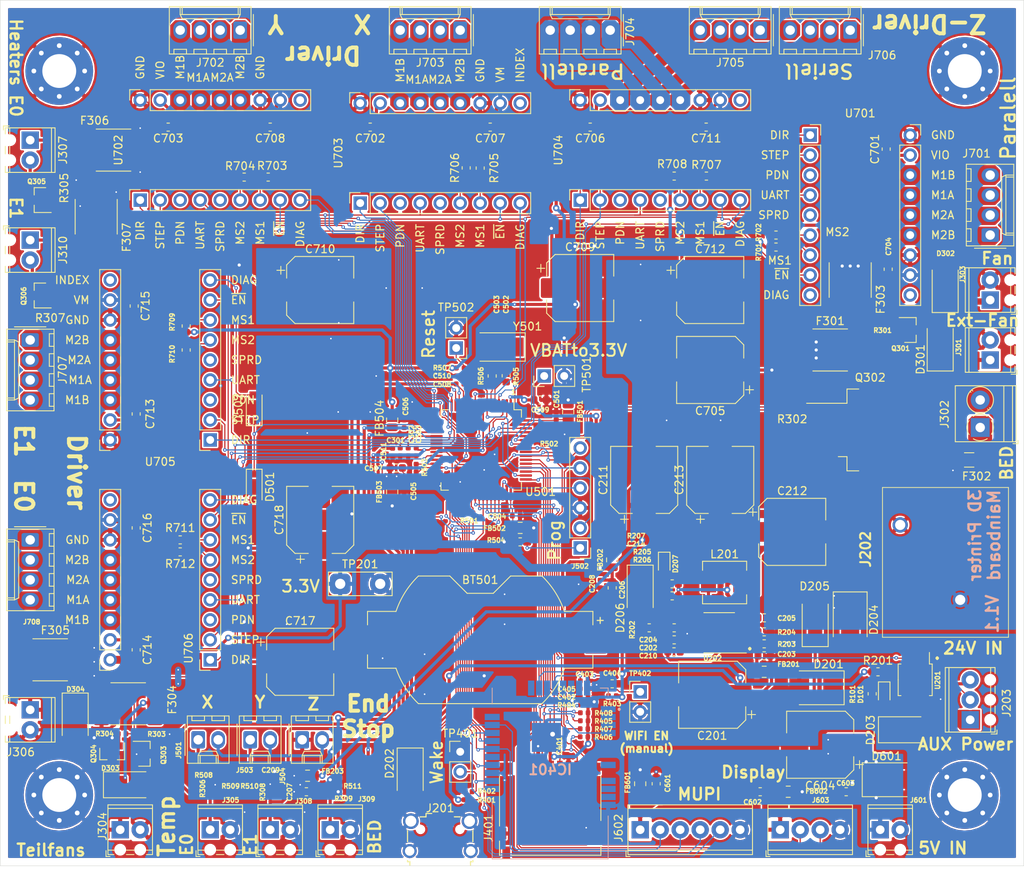
<source format=kicad_pcb>
(kicad_pcb (version 20171130) (host pcbnew "(5.1.5)-3")
  (layers (0 F.Cu signal) (31 B.Cu signal) (34 B.Paste user hide) (35 F.Paste user) (36 B.SilkS user) (37 F.SilkS user) (38 B.Mask user) (39 F.Mask user) (44 Edge.Cuts user))
  (net 0 "")
  (net 1 /64PinControllerversion/VBAT)
  (net 2 GND)
  (net 3 "Net-(C201-Pad1)")
  (net 4 "Net-(C202-Pad1)")
  (net 5 "Net-(C203-Pad1)")
  (net 6 "Net-(C204-Pad2)")
  (net 7 "Net-(C205-Pad1)")
  (net 8 +3V3)
  (net 9 +3.3VA)
  (net 10 "Net-(C210-Pad1)")
  (net 11 "Net-(C210-Pad2)")
  (net 12 "/Powersupply & USB/p3.3V")
  (net 13 /64PinControllerversion/E0_TEMP)
  (net 14 /64PinControllerversion/E1_TEMP)
  (net 15 /64PinControllerversion/BED_TEMP)
  (net 16 "Net-(C403-Pad1)")
  (net 17 "Net-(C404-Pad1)")
  (net 18 "Net-(C501-Pad2)")
  (net 19 "Net-(C502-Pad1)")
  (net 20 "Net-(C503-Pad1)")
  (net 21 "Net-(C504-Pad2)")
  (net 22 "Net-(C505-Pad2)")
  (net 23 "Net-(C506-Pad2)")
  (net 24 "Net-(C507-Pad1)")
  (net 25 /64PinControllerversion/RESET)
  (net 26 "Net-(C601-Pad1)")
  (net 27 "Net-(C602-Pad1)")
  (net 28 +5V)
  (net 29 +24V)
  (net 30 "/Powersupply & USB/DC_Ok")
  (net 31 "Net-(D101-Pad2)")
  (net 32 "Net-(D201-Pad1)")
  (net 33 "Net-(D202-Pad2)")
  (net 34 "Net-(D207-Pad2)")
  (net 35 "Net-(D301-Pad2)")
  (net 36 "Net-(D301-Pad1)")
  (net 37 "Net-(D302-Pad1)")
  (net 38 "Net-(D303-Pad2)")
  (net 39 "Net-(D303-Pad1)")
  (net 40 "Net-(D304-Pad1)")
  (net 41 "Net-(D304-Pad2)")
  (net 42 "Net-(F302-Pad2)")
  (net 43 "Net-(F306-Pad2)")
  (net 44 "Net-(F307-Pad2)")
  (net 45 "Net-(IC401-Pad1)")
  (net 46 "Net-(IC401-Pad2)")
  (net 47 "Net-(IC401-Pad3)")
  (net 48 "Net-(IC401-Pad5)")
  (net 49 "Net-(IC401-Pad6)")
  (net 50 "Net-(IC401-Pad7)")
  (net 51 "Net-(IC401-Pad8)")
  (net 52 "Net-(IC401-Pad10)")
  (net 53 "Net-(IC401-Pad11)")
  (net 54 /64PinControllerversion/WIFI_INTERRUPT)
  (net 55 "Net-(IC401-Pad14)")
  (net 56 /64PinControllerversion/MUPI_MOSI)
  (net 57 /64PinControllerversion/WIFI_SEL)
  (net 58 /64PinControllerversion/MUPI_MISO)
  (net 59 /64PinControllerversion/MUPI_SCK)
  (net 60 "Net-(IC401-Pad19)")
  (net 61 "Net-(IC401-Pad21)")
  (net 62 "Net-(IC401-Pad25)")
  (net 63 "Net-(IC401-Pad26)")
  (net 64 "Net-(IC401-Pad27)")
  (net 65 /64PinControllerversion/USB_D-)
  (net 66 /64PinControllerversion/USB_D+)
  (net 67 "Net-(J201-Pad4)")
  (net 68 "Net-(J203-Pad3)")
  (net 69 "Net-(J302-Pad2)")
  (net 70 "Net-(J307-Pad2)")
  (net 71 "Net-(J310-Pad2)")
  (net 72 "Net-(J401-Pad9)")
  (net 73 "Net-(J401-Pad10)")
  (net 74 "Net-(J502-Pad1)")
  (net 75 /64PinControllerversion/SWCLK)
  (net 76 /64PinControllerversion/SWDIO)
  (net 77 /64PinControllerversion/SWO)
  (net 78 /64PinControllerversion/MUPI_SEL)
  (net 79 /64PinControllerversion/DISPALY_Tx)
  (net 80 "/MUPI Connector & Display/DISPLAY_IN_RX")
  (net 81 "Net-(J701-Pad1)")
  (net 82 "Net-(J701-Pad2)")
  (net 83 "Net-(J701-Pad3)")
  (net 84 "Net-(J701-Pad4)")
  (net 85 "Net-(J702-Pad1)")
  (net 86 "Net-(J702-Pad2)")
  (net 87 "Net-(J702-Pad3)")
  (net 88 "Net-(J702-Pad4)")
  (net 89 "Net-(J703-Pad4)")
  (net 90 "Net-(J703-Pad3)")
  (net 91 "Net-(J703-Pad2)")
  (net 92 "Net-(J703-Pad1)")
  (net 93 "Net-(J704-Pad4)")
  (net 94 "Net-(J704-Pad3)")
  (net 95 "Net-(J704-Pad2)")
  (net 96 "Net-(J704-Pad1)")
  (net 97 "Net-(J705-Pad2)")
  (net 98 "Net-(J705-Pad1)")
  (net 99 "Net-(J707-Pad1)")
  (net 100 "Net-(J707-Pad2)")
  (net 101 "Net-(J707-Pad3)")
  (net 102 "Net-(J707-Pad4)")
  (net 103 "Net-(J708-Pad4)")
  (net 104 "Net-(J708-Pad3)")
  (net 105 "Net-(J708-Pad2)")
  (net 106 "Net-(J708-Pad1)")
  (net 107 "Net-(Q301-Pad1)")
  (net 108 "Net-(Q302-Pad1)")
  (net 109 "Net-(Q303-Pad1)")
  (net 110 "Net-(Q304-Pad1)")
  (net 111 "Net-(Q305-Pad1)")
  (net 112 "Net-(Q306-Pad1)")
  (net 113 "Net-(R201-Pad2)")
  (net 114 "Net-(R203-Pad2)")
  (net 115 "Net-(R205-Pad2)")
  (net 116 "/Fans & Heater/Extruderfan")
  (net 117 "/Fans & Heater/Heatbed_EN")
  (net 118 /64PinControllerversion/FAN_TEIL)
  (net 119 "/Fans & Heater/EXT_A_EN")
  (net 120 "/Fans & Heater/EXT_B_EN")
  (net 121 "Net-(R501-Pad1)")
  (net 122 /64PinControllerversion/TMC_EXTRUDER_UART)
  (net 123 "Net-(R502-Pad1)")
  (net 124 "Net-(R503-Pad1)")
  (net 125 /64PinControllerversion/TMC_AXES_UART)
  (net 126 "Net-(R505-Pad1)")
  (net 127 "Net-(R506-Pad1)")
  (net 128 "Net-(R701-Pad1)")
  (net 129 "Net-(R702-Pad1)")
  (net 130 "Net-(R703-Pad1)")
  (net 131 "Net-(R704-Pad1)")
  (net 132 "Net-(R705-Pad1)")
  (net 133 "Net-(R706-Pad1)")
  (net 134 "Net-(R707-Pad1)")
  (net 135 "Net-(R708-Pad1)")
  (net 136 "Net-(R709-Pad1)")
  (net 137 "Net-(R710-Pad1)")
  (net 138 "Net-(R711-Pad1)")
  (net 139 "Net-(R712-Pad1)")
  (net 140 /64PinControllerversion/PWR_EN)
  (net 141 /64PinControllerversion/E1_DIR)
  (net 142 /64PinControllerversion/E0_DIR)
  (net 143 /64PinControllerversion/Z_DIR)
  (net 144 /Stepperdrivers/E0_DRIVER_STALL)
  (net 145 /Stepperdrivers/E1_DRIVER_STALL)
  (net 146 /Stepperdrivers/X_DRIVER_STALL)
  (net 147 /Stepperdrivers/Y_DRIVER_STALL)
  (net 148 /64PinControllerversion/X_STEP)
  (net 149 /64PinControllerversion/X_DIR)
  (net 150 /64PinControllerversion/Y_STEP)
  (net 151 /64PinControllerversion/Y_DIR)
  (net 152 /64PinControllerversion/MOTOR_EN)
  (net 153 /Stepperdrivers/Z_DRIVER_STALL)
  (net 154 /64PinControllerversion/Z_STEP)
  (net 155 /64PinControllerversion/E0_STEP)
  (net 156 /64PinControllerversion/E1_STEP)
  (net 157 "Net-(U701-Pad3)")
  (net 158 "Net-(U701-Pad5)")
  (net 159 "Net-(U701-Pad9)")
  (net 160 "Net-(U701-Pad10)")
  (net 161 "Net-(U702-Pad10)")
  (net 162 "Net-(U702-Pad5)")
  (net 163 "Net-(U702-Pad3)")
  (net 164 "Net-(U703-Pad10)")
  (net 165 "Net-(U703-Pad5)")
  (net 166 "Net-(U703-Pad3)")
  (net 167 "Net-(U704-Pad3)")
  (net 168 "Net-(U704-Pad5)")
  (net 169 "Net-(U704-Pad10)")
  (net 170 "Net-(U705-Pad3)")
  (net 171 "Net-(U705-Pad5)")
  (net 172 "Net-(U705-Pad10)")
  (net 173 "Net-(U706-Pad10)")
  (net 174 "Net-(U706-Pad5)")
  (net 175 "Net-(U706-Pad3)")
  (net 176 /64PinControllerversion/SD_DAT1)
  (net 177 /64PinControllerversion/SD_DAT0)
  (net 178 /64PinControllerversion/SD_CLK)
  (net 179 /64PinControllerversion/SD_CMD)
  (net 180 /64PinControllerversion/SD_DAT3)
  (net 181 /64PinControllerversion/SD_DAT2)
  (net 182 /64PinControllerversion/Edge_Detect)
  (net 183 /64PinControllerversion/E_Stall)
  (net 184 "Net-(J501-Pad1)")
  (net 185 "Net-(J503-Pad1)")
  (module Battery:BatteryHolder_Keystone_1058_1x2032 (layer F.Cu) (at 95.96 116.28 180)
    (fp_text reference BT501 (at 0 7.62) (layer F.SilkS))
    (fp_text value Battery_Cell)
    (fp_text user + (at -15.24 2.54 180) (layer F.SilkS))
    (pad 1 smd rect (at -14.68 0 180) (size 2.54 3.51) (layers F.Cu F.Paste F.Mask) (net 1 /64PinControllerversion/VBAT))
    (pad 2 smd rect (at 14.68 0 180) (size 2.54 3.51) (layers F.Cu F.Paste F.Mask) (net 2 GND))
  )
  (module TerminalBlock_Phoenix:TerminalBlock_Phoenix_MPT-0,5-3-2.54_1x03_P2.54mm_Horizontal (layer F.Cu) (at 158.19 126.44 90)
    (fp_text reference J203 (at 2.107 4.624 90) (layer F.SilkS))
    (fp_text value Screw_Terminal_01x03)
    (pad 1 thru_hole rect (at 0 0 90) (size 2.2 2.2) (drill 1.1) (layers *.Cu *.Mask) (net 32 "Net-(D201-Pad1)"))
    (pad "" np_thru_hole circle (at 0 2.54 90) (size 1.1 1.1) (drill 1.1) (layers *.Cu *.Mask))
    (pad 2 thru_hole circle (at 2.54 0 90) (size 2.2 2.2) (drill 1.1) (layers *.Cu *.Mask) (net 30 "/Powersupply & USB/DC_Ok"))
    (pad "" np_thru_hole circle (at 2.54 2.54 90) (size 1.1 1.1) (drill 1.1) (layers *.Cu *.Mask))
    (pad 3 thru_hole circle (at 5.08 0 90) (size 2.2 2.2) (drill 1.1) (layers *.Cu *.Mask) (net 68 "Net-(J203-Pad3)"))
    (pad "" np_thru_hole circle (at 5.08 2.54 90) (size 1.1 1.1) (drill 1.1) (layers *.Cu *.Mask))
  )
  (module Crystal:Crystal_SMD_5032-2Pin_5.0x3.2mm (layer F.Cu) (at 98.627 79.069 180)
    (fp_text reference Y501 (at -3.354 2.615) (layer F.SilkS))
    (fp_text value 8MHz)
    (pad 1 smd rect (at -1.85 0 180) (size 2 2.4) (layers F.Cu F.Paste F.Mask) (net 19 "Net-(C502-Pad1)"))
    (pad 2 smd rect (at 1.85 0 180) (size 2 2.4) (layers F.Cu F.Paste F.Mask) (net 20 "Net-(C503-Pad1)"))
  )
  (module LibLoader:TMC2209_DriverBoard (layer F.Cu) (at 137.87 52.145)
    (fp_text reference U701 (at 6.35 -2.77) (layer F.SilkS))
    (fp_text value TMC2209_DriverBoard)
    (fp_text user DIR (at -2.54 0) (layer F.SilkS) (effects (justify right)))
    (fp_text user STEP (at -2.54 2.54) (layer F.SilkS) (effects (justify right)))
    (fp_text user PDN (at -2.54 5.08) (layer F.SilkS) (effects (justify right)))
    (fp_text user UART (at -2.54 7.62) (layer F.SilkS) (effects (justify right)))
    (fp_text user SPRD (at -2.54 10.16) (layer F.SilkS) (effects (justify right)))
    (fp_text user MS2 (at 5.08 12.319) (layer F.SilkS) (effects (justify right)))
    (fp_text user MS1 (at -2.234 15.927) (layer F.SilkS) (effects (justify right)))
    (fp_text user ~EN (at -2.54 17.78) (layer F.SilkS) (effects (justify right)))
    (fp_text user DIAG (at -2.54 20.32) (layer F.SilkS) (effects (justify right)))
    (fp_text user GND (at 15.24 0) (layer F.SilkS) (effects (justify left)))
    (fp_text user M1B (at 15.24 5.08) (layer F.SilkS) (effects (justify left)))
    (fp_text user VIO (at 15.24 2.54) (layer F.SilkS) (effects (justify left)))
    (fp_text user M1A (at 15.24 7.62) (layer F.SilkS) (effects (justify left)))
    (fp_text user M2A (at 15.24 10.16) (layer F.SilkS) (effects (justify left)))
    (fp_text user M2B (at 15.24 12.7) (layer F.SilkS) (effects (justify left)))
    (pad 1 thru_hole rect (at 0 0) (size 1.7 1.7) (drill 1) (layers *.Cu *.Mask) (net 143 /64PinControllerversion/Z_DIR))
    (pad 2 thru_hole oval (at 0 2.54) (size 1.7 1.7) (drill 1) (layers *.Cu *.Mask) (net 154 /64PinControllerversion/Z_STEP))
    (pad 3 thru_hole oval (at 0 5.08) (size 1.7 1.7) (drill 1) (layers *.Cu *.Mask) (net 157 "Net-(U701-Pad3)"))
    (pad 4 thru_hole oval (at 0 7.62) (size 1.7 1.7) (drill 1) (layers *.Cu *.Mask) (net 125 /64PinControllerversion/TMC_AXES_UART))
    (pad 5 thru_hole oval (at 0 10.16) (size 1.7 1.7) (drill 1) (layers *.Cu *.Mask) (net 158 "Net-(U701-Pad5)"))
    (pad 6 thru_hole oval (at 0 12.7) (size 1.7 1.7) (drill 1) (layers *.Cu *.Mask) (net 129 "Net-(R702-Pad1)"))
    (pad 7 thru_hole oval (at 0 15.24) (size 1.7 1.7) (drill 1) (layers *.Cu *.Mask) (net 128 "Net-(R701-Pad1)"))
    (pad 8 thru_hole oval (at 0 17.78) (size 1.7 1.7) (drill 1) (layers *.Cu *.Mask) (net 152 /64PinControllerversion/MOTOR_EN))
    (pad 9 thru_hole oval (at 0 20.32) (size 1.7 1.7) (drill 1) (layers *.Cu *.Mask) (net 159 "Net-(U701-Pad9)"))
    (pad 18 thru_hole circle (at 12.7 0) (size 1.7 1.7) (drill 1) (layers *.Cu *.Mask) (net 2 GND))
    (pad 16 thru_hole oval (at 12.7 5.08) (size 1.7 1.7) (drill 1) (layers *.Cu *.Mask) (net 84 "Net-(J701-Pad4)"))
    (pad 17 thru_hole oval (at 12.7 2.54) (size 1.7 1.7) (drill 1) (layers *.Cu *.Mask) (net 8 +3V3))
    (pad 12 thru_hole oval (at 12.7 15.24) (size 1.7 1.7) (drill 1) (layers *.Cu *.Mask) (net 2 GND))
    (pad 14 thru_hole oval (at 12.7 10.16) (size 1.7 1.7) (drill 1) (layers *.Cu *.Mask) (net 82 "Net-(J701-Pad2)"))
    (pad 11 thru_hole oval (at 12.7 17.78) (size 1.7 1.7) (drill 1) (layers *.Cu *.Mask) (net 29 +24V))
    (pad 15 thru_hole oval (at 12.7 7.62) (size 1.7 1.7) (drill 1) (layers *.Cu *.Mask) (net 83 "Net-(J701-Pad3)"))
    (pad 10 thru_hole oval (at 12.7 20.32) (size 1.7 1.7) (drill 1) (layers *.Cu *.Mask) (net 160 "Net-(U701-Pad10)"))
    (pad 13 thru_hole oval (at 12.7 12.7) (size 1.7 1.7) (drill 1) (layers *.Cu *.Mask) (net 81 "Net-(J701-Pad1)"))
  )
  (module Capacitor_SMD:C_0603_1608Metric (layer F.Cu) (at 120.598 116.28 180)
    (fp_text reference C202 (at 3.302 -1.016) (layer F.SilkS) (effects (font (size 0.6 0.6))))
    (fp_text value 82p)
    (pad 2 smd roundrect (at 0.7875 0 180) (size 0.875 0.95) (layers F.Cu F.Paste F.Mask) (net 2 GND))
    (pad 1 smd roundrect (at -0.7875 0 180) (size 0.875 0.95) (layers F.Cu F.Paste F.Mask) (net 4 "Net-(C202-Pad1)"))
  )
  (module Capacitor_SMD:C_0603_1608Metric (layer F.Cu) (at 132.028 118.312)
    (fp_text reference C203 (at 2.846 -0.202) (layer F.SilkS) (effects (font (size 0.6 0.6))))
    (fp_text value 100n)
    (pad 1 smd roundrect (at -0.7875 0) (size 0.875 0.95) (layers F.Cu F.Paste F.Mask) (net 5 "Net-(C203-Pad1)"))
    (pad 2 smd roundrect (at 0.7875 0) (size 0.875 0.95) (layers F.Cu F.Paste F.Mask) (net 2 GND))
  )
  (module Capacitor_SMD:C_0603_1608Metric (layer F.Cu) (at 120.598 114.756 180)
    (fp_text reference C204 (at 3.302 -1.524) (layer F.SilkS) (effects (font (size 0.6 0.6))))
    (fp_text value 220p)
    (pad 1 smd roundrect (at -0.7875 0 180) (size 0.875 0.95) (layers F.Cu F.Paste F.Mask) (net 4 "Net-(C202-Pad1)"))
    (pad 2 smd roundrect (at 0.7875 0 180) (size 0.875 0.95) (layers F.Cu F.Paste F.Mask) (net 6 "Net-(C204-Pad2)"))
  )
  (module Capacitor_SMD:C_0603_1608Metric (layer F.Cu) (at 132.028 113.486)
    (fp_text reference C205 (at 2.846 0.052) (layer F.SilkS) (effects (font (size 0.6 0.6))))
    (fp_text value 10n)
    (pad 2 smd roundrect (at 0.7875 0) (size 0.875 0.95) (layers F.Cu F.Paste F.Mask) (net 2 GND))
    (pad 1 smd roundrect (at -0.7875 0) (size 0.875 0.95) (layers F.Cu F.Paste F.Mask) (net 7 "Net-(C205-Pad1)"))
  )
  (module Capacitor_SMD:C_0603_1608Metric (layer F.Cu) (at 112.724 109.676 270)
    (fp_text reference C206 (at 0.254 -1.27 90) (layer F.SilkS) (effects (font (size 0.6 0.6))))
    (fp_text value 22u)
    (pad 2 smd roundrect (at 0.7875 0 270) (size 0.875 0.95) (layers F.Cu F.Paste F.Mask) (net 2 GND))
    (pad 1 smd roundrect (at -0.7875 0 270) (size 0.875 0.95) (layers F.Cu F.Paste F.Mask) (net 8 +3V3))
  )
  (module Capacitor_SMD:C_0603_1608Metric (layer F.Cu) (at 73.8875 135.584)
    (fp_text reference C207 (at -2.1325 0.052 90) (layer F.SilkS) (effects (font (size 0.6 0.6))))
    (fp_text value 22u)
    (pad 1 smd roundrect (at -0.7875 0) (size 0.875 0.95) (layers F.Cu F.Paste F.Mask) (net 9 +3.3VA))
    (pad 2 smd roundrect (at 0.7875 0) (size 0.875 0.95) (layers F.Cu F.Paste F.Mask) (net 2 GND))
  )
  (module Capacitor_SMD:C_0402_1005Metric (layer F.Cu) (at 111.2 109.168 270)
    (fp_text reference C208 (at 0 1.016 90) (layer F.SilkS) (effects (font (size 0.6 0.6))))
    (fp_text value 100n)
    (pad 1 smd roundrect (at -0.485 0 270) (size 0.59 0.64) (layers F.Cu F.Paste F.Mask) (net 8 +3V3))
    (pad 2 smd roundrect (at 0.485 0 270) (size 0.59 0.64) (layers F.Cu F.Paste F.Mask) (net 2 GND))
  )
  (module Capacitor_SMD:C_0402_1005Metric (layer F.Cu) (at 69.319 133.82244 180)
    (fp_text reference C209 (at -0.023 0.98044) (layer F.SilkS) (effects (font (size 0.6 0.6))))
    (fp_text value 100n)
    (pad 2 smd roundrect (at 0.485 0 180) (size 0.59 0.64) (layers F.Cu F.Paste F.Mask) (net 2 GND))
    (pad 1 smd roundrect (at -0.485 0 180) (size 0.59 0.64) (layers F.Cu F.Paste F.Mask) (net 9 +3.3VA))
  )
  (module Capacitor_SMD:C_0603_1608Metric (layer F.Cu) (at 120.5725 117.804 180)
    (fp_text reference C210 (at 3.2765 -0.508) (layer F.SilkS) (effects (font (size 0.6 0.6))))
    (fp_text value 100n)
    (pad 1 smd roundrect (at -0.7875 0 180) (size 0.875 0.95) (layers F.Cu F.Paste F.Mask) (net 10 "Net-(C210-Pad1)"))
    (pad 2 smd roundrect (at 0.7875 0 180) (size 0.875 0.95) (layers F.Cu F.Paste F.Mask) (net 11 "Net-(C210-Pad2)"))
  )
  (module Capacitor_SMD:C_0603_1608Metric (layer F.Cu) (at 120.344 110.692 180)
    (fp_text reference C214 (at 4.572 6.604) (layer F.SilkS) (effects (font (size 0.6 0.6))))
    (fp_text value 100n)
    (pad 2 smd roundrect (at 0.7875 0 180) (size 0.875 0.95) (layers F.Cu F.Paste F.Mask) (net 2 GND))
    (pad 1 smd roundrect (at -0.7875 0 180) (size 0.875 0.95) (layers F.Cu F.Paste F.Mask) (net 12 "/Powersupply & USB/p3.3V"))
  )
  (module Capacitor_SMD:C_0402_1005Metric (layer F.Cu) (at 85.8 92.404 270)
    (fp_text reference C301 (at -1.472 0.583 180) (layer F.SilkS) (effects (font (size 0.6 0.6))))
    (fp_text value 100n)
    (pad 1 smd roundrect (at -0.485 0 270) (size 0.59 0.64) (layers F.Cu F.Paste F.Mask) (net 13 /64PinControllerversion/E0_TEMP))
    (pad 2 smd roundrect (at 0.485 0 270) (size 0.59 0.64) (layers F.Cu F.Paste F.Mask) (net 2 GND))
  )
  (module Capacitor_SMD:C_0402_1005Metric (layer F.Cu) (at 86.816 92.404 270)
    (fp_text reference C302 (at -2.234 -0.433 90) (layer F.SilkS) (effects (font (size 0.6 0.6))))
    (fp_text value 100n)
    (pad 1 smd roundrect (at -0.485 0 270) (size 0.59 0.64) (layers F.Cu F.Paste F.Mask) (net 14 /64PinControllerversion/E1_TEMP))
    (pad 2 smd roundrect (at 0.485 0 270) (size 0.59 0.64) (layers F.Cu F.Paste F.Mask) (net 2 GND))
  )
  (module Capacitor_SMD:C_0402_1005Metric (layer F.Cu) (at 87.832 92.404 270)
    (fp_text reference C303 (at -2.234 -0.306 90) (layer F.SilkS) (effects (font (size 0.6 0.6))))
    (fp_text value 100n)
    (pad 1 smd roundrect (at -0.485 0 270) (size 0.59 0.64) (layers F.Cu F.Paste F.Mask) (net 15 /64PinControllerversion/BED_TEMP))
    (pad 2 smd roundrect (at 0.485 0 270) (size 0.59 0.64) (layers F.Cu F.Paste F.Mask) (net 2 GND))
  )
  (module Capacitor_SMD:C_0402_1005Metric (layer F.Cu) (at 104.85 129.742 270)
    (fp_text reference C401 (at 0 -1.17 90) (layer F.SilkS) (effects (font (size 0.6 0.6))))
    (fp_text value 100n)
    (pad 1 smd roundrect (at -0.485 0 270) (size 0.59 0.64) (layers F.Cu F.Paste F.Mask) (net 2 GND))
    (pad 2 smd roundrect (at 0.485 0 270) (size 0.59 0.64) (layers F.Cu F.Paste F.Mask) (net 8 +3V3))
  )
  (module Capacitor_SMD:C_0402_1005Metric (layer F.Cu) (at 109.168 123.519)
    (fp_text reference C402 (at -2.234 0.052) (layer F.SilkS) (effects (font (size 0.6 0.6))))
    (fp_text value 100n)
    (pad 2 smd roundrect (at 0.485 0) (size 0.59 0.64) (layers F.Cu F.Paste F.Mask) (net 2 GND))
    (pad 1 smd roundrect (at -0.485 0) (size 0.59 0.64) (layers F.Cu F.Paste F.Mask) (net 8 +3V3))
  )
  (module Capacitor_SMD:C_0402_1005Metric (layer F.Cu) (at 109.168 121.487)
    (fp_text reference C403 (at 0.052 -0.837) (layer F.SilkS) (effects (font (size 0.6 0.6))))
    (fp_text value 10n)
    (pad 2 smd roundrect (at 0.485 0) (size 0.59 0.64) (layers F.Cu F.Paste F.Mask) (net 2 GND))
    (pad 1 smd roundrect (at -0.485 0) (size 0.59 0.64) (layers F.Cu F.Paste F.Mask) (net 16 "Net-(C403-Pad1)"))
  )
  (module Capacitor_SMD:C_0603_1608Metric (layer F.Cu) (at 112.724 121.868)
    (fp_text reference C404 (at 0 -1.345) (layer F.SilkS) (effects (font (size 0.6 0.6))))
    (fp_text value 2.2u)
    (pad 2 smd roundrect (at 0.7875 0) (size 0.875 0.95) (layers F.Cu F.Paste F.Mask) (net 2 GND))
    (pad 1 smd roundrect (at -0.7875 0) (size 0.875 0.95) (layers F.Cu F.Paste F.Mask) (net 17 "Net-(C404-Pad1)"))
  )
  (module Capacitor_SMD:C_0402_1005Metric (layer F.Cu) (at 109.168 122.503)
    (fp_text reference C405 (at -2.234 0.052) (layer F.SilkS) (effects (font (size 0.6 0.6))))
    (fp_text value 10u)
    (pad 1 smd roundrect (at -0.485 0) (size 0.59 0.64) (layers F.Cu F.Paste F.Mask) (net 16 "Net-(C403-Pad1)"))
    (pad 2 smd roundrect (at 0.485 0) (size 0.59 0.64) (layers F.Cu F.Paste F.Mask) (net 2 GND))
  )
  (module Capacitor_SMD:C_0402_1005Metric (layer F.Cu) (at 105.612 87.809 270)
    (fp_text reference C501 (at -2.1475 -0.052 90) (layer F.SilkS) (effects (font (size 0.6 0.6))))
    (fp_text value 100n)
    (pad 2 smd roundrect (at 0.485 0 270) (size 0.59 0.64) (layers F.Cu F.Paste F.Mask) (net 18 "Net-(C501-Pad2)"))
    (pad 1 smd roundrect (at -0.485 0 270) (size 0.59 0.64) (layers F.Cu F.Paste F.Mask) (net 2 GND))
  )
  (module Capacitor_SMD:C_0402_1005Metric (layer F.Cu) (at 99.262 75.894 90)
    (fp_text reference C502 (at 2.234 -0.0115 90) (layer F.SilkS) (effects (font (size 0.6 0.6))))
    (fp_text value 22p)
    (pad 1 smd roundrect (at -0.485 0 90) (size 0.59 0.64) (layers F.Cu F.Paste F.Mask) (net 19 "Net-(C502-Pad1)"))
    (pad 2 smd roundrect (at 0.485 0 90) (size 0.59 0.64) (layers F.Cu F.Paste F.Mask) (net 2 GND))
  )
  (module Capacitor_SMD:C_0402_1005Metric (layer F.Cu) (at 97.992 75.871 90)
    (fp_text reference C503 (at 2.211 0.052 90) (layer F.SilkS) (effects (font (size 0.6 0.6))))
    (fp_text value 22p)
    (pad 1 smd roundrect (at -0.485 0 90) (size 0.59 0.64) (layers F.Cu F.Paste F.Mask) (net 20 "Net-(C503-Pad1)"))
    (pad 2 smd roundrect (at 0.485 0 90) (size 0.59 0.64) (layers F.Cu F.Paste F.Mask) (net 2 GND))
  )
  (module Capacitor_SMD:C_0402_1005Metric (layer F.Cu) (at 100.532 100.532 180)
    (fp_text reference C504 (at 2.4245 -0.052) (layer F.SilkS) (effects (font (size 0.6 0.6))))
    (fp_text value 100n)
    (pad 1 smd roundrect (at -0.485 0 180) (size 0.59 0.64) (layers F.Cu F.Paste F.Mask) (net 2 GND))
    (pad 2 smd roundrect (at 0.485 0 180) (size 0.59 0.64) (layers F.Cu F.Paste F.Mask) (net 21 "Net-(C504-Pad2)"))
  )
  (module Capacitor_SMD:C_0402_1005Metric (layer F.Cu) (at 86.308 96.976 90)
    (fp_text reference C505 (at -0.433 1.195 90) (layer F.SilkS) (effects (font (size 0.6 0.6))))
    (fp_text value 100n)
    (pad 2 smd roundrect (at 0.485 0 90) (size 0.59 0.64) (layers F.Cu F.Paste F.Mask) (net 22 "Net-(C505-Pad2)"))
    (pad 1 smd roundrect (at -0.485 0 90) (size 0.59 0.64) (layers F.Cu F.Paste F.Mask) (net 2 GND))
  )
  (module Capacitor_SMD:C_0402_1005Metric (layer F.Cu) (at 86.308 88.848 270)
    (fp_text reference C506 (at -2.234 -0.179 90) (layer F.SilkS) (effects (font (size 0.6 0.6))))
    (fp_text value 100n)
    (pad 1 smd roundrect (at -0.485 0 270) (size 0.59 0.64) (layers F.Cu F.Paste F.Mask) (net 2 GND))
    (pad 2 smd roundrect (at 0.485 0 270) (size 0.59 0.64) (layers F.Cu F.Paste F.Mask) (net 23 "Net-(C506-Pad2)"))
  )
  (module Capacitor_SMD:C_0603_1608Metric (layer F.Cu) (at 85.292 94.436 180)
    (fp_text reference C507 (at 2.869 -0.052) (layer F.SilkS) (effects (font (size 0.6 0.6))))
    (fp_text value 4.7u)
    (pad 2 smd roundrect (at 0.7875 0 180) (size 0.875 0.95) (layers F.Cu F.Paste F.Mask) (net 2 GND))
    (pad 1 smd roundrect (at -0.7875 0 180) (size 0.875 0.95) (layers F.Cu F.Paste F.Mask) (net 24 "Net-(C507-Pad1)"))
  )
  (module Capacitor_SMD:C_0402_1005Metric (layer F.Cu) (at 93.397 83.768)
    (fp_text reference C508 (at -2.2745 0.052) (layer F.SilkS) (effects (font (size 0.6 0.6))))
    (fp_text value 100n)
    (pad 2 smd roundrect (at 0.485 0) (size 0.59 0.64) (layers F.Cu F.Paste F.Mask) (net 2 GND))
    (pad 1 smd roundrect (at -0.485 0) (size 0.59 0.64) (layers F.Cu F.Paste F.Mask) (net 9 +3.3VA))
  )
  (module Capacitor_SMD:C_0603_1608Metric (layer F.Cu) (at 103.58 85.8)
    (fp_text reference C509 (at -0.0115 1.2585) (layer F.SilkS) (effects (font (size 0.6 0.6))))
    (fp_text value 4.7u)
    (pad 1 smd roundrect (at -0.7875 0) (size 0.875 0.95) (layers F.Cu F.Paste F.Mask) (net 1 /64PinControllerversion/VBAT))
    (pad 2 smd roundrect (at 0.7875 0) (size 0.875 0.95) (layers F.Cu F.Paste F.Mask) (net 2 GND))
  )
  (module Capacitor_SMD:C_0402_1005Metric (layer F.Cu) (at 93.42 82.752 180)
    (fp_text reference C510 (at 2.2975 0.0115) (layer F.SilkS) (effects (font (size 0.6 0.6))))
    (fp_text value 100n)
    (pad 2 smd roundrect (at 0.485 0 180) (size 0.59 0.64) (layers F.Cu F.Paste F.Mask) (net 2 GND))
    (pad 1 smd roundrect (at -0.485 0 180) (size 0.59 0.64) (layers F.Cu F.Paste F.Mask) (net 25 /64PinControllerversion/RESET))
  )
  (module Capacitor_SMD:C_0603_1608Metric (layer F.Cu) (at 118.312 134.568 90)
    (fp_text reference C601 (at 0.075 1.449 90) (layer F.SilkS) (effects (font (size 0.6 0.6))))
    (fp_text value 100n)
    (pad 2 smd roundrect (at 0.7875 0 90) (size 0.875 0.95) (layers F.Cu F.Paste F.Mask) (net 2 GND))
    (pad 1 smd roundrect (at -0.7875 0 90) (size 0.875 0.95) (layers F.Cu F.Paste F.Mask) (net 26 "Net-(C601-Pad1)"))
  )
  (module Capacitor_SMD:C_0603_1608Metric (layer F.Cu) (at 131.52 135.584 180)
    (fp_text reference C602 (at 0.964 -1.322) (layer F.SilkS) (effects (font (size 0.6 0.6))))
    (fp_text value 100n)
    (pad 1 smd roundrect (at -0.7875 0 180) (size 0.875 0.95) (layers F.Cu F.Paste F.Mask) (net 27 "Net-(C602-Pad1)"))
    (pad 2 smd roundrect (at 0.7875 0 180) (size 0.875 0.95) (layers F.Cu F.Paste F.Mask) (net 2 GND))
  )
  (module Capacitor_SMD:C_0603_1608Metric (layer F.Cu) (at 142.442 135.584 180)
    (fp_text reference C603 (at 0.075 1.091) (layer F.SilkS) (effects (font (size 0.6 0.6))))
    (fp_text value 100n)
    (pad 2 smd roundrect (at 0.7875 0 180) (size 0.875 0.95) (layers F.Cu F.Paste F.Mask) (net 2 GND))
    (pad 1 smd roundrect (at -0.7875 0 180) (size 0.875 0.95) (layers F.Cu F.Paste F.Mask) (net 28 +5V))
  )
  (module Capacitor_SMD:C_0603_1608Metric (layer F.Cu) (at 147.522 53.923 90)
    (fp_text reference C701 (at 0 -1.43 90) (layer F.SilkS))
    (fp_text value 100n)
    (pad 1 smd roundrect (at -0.7875 0 90) (size 0.875 0.95) (layers F.Cu F.Paste F.Mask) (net 8 +3V3))
    (pad 2 smd roundrect (at 0.7875 0 90) (size 0.875 0.95) (layers F.Cu F.Paste F.Mask) (net 2 GND))
  )
  (module Capacitor_SMD:C_0603_1608Metric (layer F.Cu) (at 81.99 51.129 180)
    (fp_text reference C702 (at 0 -1.43) (layer F.SilkS))
    (fp_text value 100n)
    (pad 1 smd roundrect (at -0.7875 0 180) (size 0.875 0.95) (layers F.Cu F.Paste F.Mask) (net 8 +3V3))
    (pad 2 smd roundrect (at 0.7875 0 180) (size 0.875 0.95) (layers F.Cu F.Paste F.Mask) (net 2 GND))
  )
  (module Capacitor_SMD:C_0603_1608Metric (layer F.Cu) (at 56.336 51.129 180)
    (fp_text reference C703 (at 0 -1.43) (layer F.SilkS))
    (fp_text value 100n)
    (pad 1 smd roundrect (at -0.7875 0 180) (size 0.875 0.95) (layers F.Cu F.Paste F.Mask) (net 8 +3V3))
    (pad 2 smd roundrect (at 0.7875 0 180) (size 0.875 0.95) (layers F.Cu F.Paste F.Mask) (net 2 GND))
  )
  (module Capacitor_SMD:C_0603_1608Metric (layer F.Cu) (at 147.776 69.1885 90)
    (fp_text reference C704 (at 2.8945 0.052 90) (layer F.SilkS) (effects (font (size 0.6 0.6))))
    (fp_text value 100n)
    (pad 1 smd roundrect (at -0.7875 0 90) (size 0.875 0.95) (layers F.Cu F.Paste F.Mask) (net 29 +24V))
    (pad 2 smd roundrect (at 0.7875 0 90) (size 0.875 0.95) (layers F.Cu F.Paste F.Mask) (net 2 GND))
  )
  (module Capacitor_SMD:C_0603_1608Metric (layer F.Cu) (at 109.93 51.129 180)
    (fp_text reference C706 (at 0 -1.43) (layer F.SilkS))
    (fp_text value 100n)
    (pad 1 smd roundrect (at -0.7875 0 180) (size 0.875 0.95) (layers F.Cu F.Paste F.Mask) (net 8 +3V3))
    (pad 2 smd roundrect (at 0.7875 0 180) (size 0.875 0.95) (layers F.Cu F.Paste F.Mask) (net 2 GND))
  )
  (module Capacitor_SMD:C_0603_1608Metric (layer F.Cu) (at 97.23 51.129 180)
    (fp_text reference C707 (at 0 -1.43) (layer F.SilkS))
    (fp_text value 100n)
    (pad 2 smd roundrect (at 0.7875 0 180) (size 0.875 0.95) (layers F.Cu F.Paste F.Mask) (net 2 GND))
    (pad 1 smd roundrect (at -0.7875 0 180) (size 0.875 0.95) (layers F.Cu F.Paste F.Mask) (net 29 +24V))
  )
  (module Capacitor_SMD:C_0603_1608Metric (layer F.Cu) (at 69.29 51.129 180)
    (fp_text reference C708 (at 0 -1.43) (layer F.SilkS))
    (fp_text value 100n)
    (pad 1 smd roundrect (at -0.7875 0 180) (size 0.875 0.95) (layers F.Cu F.Paste F.Mask) (net 29 +24V))
    (pad 2 smd roundrect (at 0.7875 0 180) (size 0.875 0.95) (layers F.Cu F.Paste F.Mask) (net 2 GND))
  )
  (module Capacitor_SMD:C_0603_1608Metric (layer F.Cu) (at 124.662 51.129 180)
    (fp_text reference C711 (at 0 -1.43) (layer F.SilkS))
    (fp_text value 100n)
    (pad 2 smd roundrect (at 0.7875 0 180) (size 0.875 0.95) (layers F.Cu F.Paste F.Mask) (net 2 GND))
    (pad 1 smd roundrect (at -0.7875 0 180) (size 0.875 0.95) (layers F.Cu F.Paste F.Mask) (net 29 +24V))
  )
  (module Capacitor_SMD:C_0603_1608Metric (layer F.Cu) (at 52.272 87.578 90)
    (fp_text reference C713 (at 0 1.778 90) (layer F.SilkS))
    (fp_text value 100n)
    (pad 2 smd roundrect (at 0.7875 0 90) (size 0.875 0.95) (layers F.Cu F.Paste F.Mask) (net 2 GND))
    (pad 1 smd roundrect (at -0.7875 0 90) (size 0.875 0.95) (layers F.Cu F.Paste F.Mask) (net 8 +3V3))
  )
  (module Capacitor_SMD:C_0603_1608Metric (layer F.Cu) (at 52.272 117.55 270)
    (fp_text reference C714 (at 0 -1.43 90) (layer F.SilkS))
    (fp_text value 100n)
    (pad 2 smd roundrect (at 0.7875 0 270) (size 0.875 0.95) (layers F.Cu F.Paste F.Mask) (net 2 GND))
    (pad 1 smd roundrect (at -0.7875 0 270) (size 0.875 0.95) (layers F.Cu F.Paste F.Mask) (net 8 +3V3))
  )
  (module Capacitor_SMD:C_0603_1608Metric (layer F.Cu) (at 52.018 73.862 270)
    (fp_text reference C715 (at 0 -1.43 90) (layer F.SilkS))
    (fp_text value 100n)
    (pad 1 smd roundrect (at -0.7875 0 270) (size 0.875 0.95) (layers F.Cu F.Paste F.Mask) (net 29 +24V))
    (pad 2 smd roundrect (at 0.7875 0 270) (size 0.875 0.95) (layers F.Cu F.Paste F.Mask) (net 2 GND))
  )
  (module Capacitor_SMD:C_0603_1608Metric (layer F.Cu) (at 52.272 102.056 270)
    (fp_text reference C716 (at 0 -1.43 90) (layer F.SilkS))
    (fp_text value 100n)
    (pad 2 smd roundrect (at 0.7875 0 270) (size 0.875 0.95) (layers F.Cu F.Paste F.Mask) (net 2 GND))
    (pad 1 smd roundrect (at -0.7875 0 270) (size 0.875 0.95) (layers F.Cu F.Paste F.Mask) (net 29 +24V))
  )
  (module LED_SMD:LED_0603_1608Metric (layer F.Cu) (at 147.268 123.1125 270)
    (fp_text reference D101 (at 0.0775 2.996 90) (layer F.SilkS) (effects (font (size 0.6 0.6))))
    (fp_text value green)
    (pad 2 smd roundrect (at 0.7875 0 270) (size 0.875 0.95) (layers F.Cu F.Paste F.Mask) (net 31 "Net-(D101-Pad2)"))
    (pad 1 smd roundrect (at -0.7875 0 270) (size 0.875 0.95) (layers F.Cu F.Paste F.Mask) (net 30 "/Powersupply & USB/DC_Ok"))
  )
  (module Diode_SMD:D_SMB (layer F.Cu) (at 138.632 122.376 180)
    (fp_text reference D201 (at -1.576 2.996) (layer F.SilkS))
    (fp_text value P6SMB33A)
    (pad 1 smd rect (at -2.15 0 180) (size 2.5 2.3) (layers F.Cu F.Paste F.Mask) (net 32 "Net-(D201-Pad1)"))
    (pad 2 smd rect (at 2.15 0 180) (size 2.5 2.3) (layers F.Cu F.Paste F.Mask) (net 2 GND))
  )
  (module Diode_SMD:D_SMA (layer F.Cu) (at 87.07 133.425 270)
    (fp_text reference D202 (at -1.425 2.615 90) (layer F.SilkS))
    (fp_text value SS34)
    (pad 2 smd rect (at 2 0 270) (size 2.5 1.8) (layers F.Cu F.Paste F.Mask) (net 33 "Net-(D202-Pad2)"))
    (pad 1 smd rect (at -2 0 270) (size 2.5 1.8) (layers F.Cu F.Paste F.Mask) (net 3 "Net-(C201-Pad1)"))
  )
  (module Diode_SMD:D_SMA (layer F.Cu) (at 149.935 127.71)
    (fp_text reference D203 (at -4.393 0.052 90) (layer F.SilkS))
    (fp_text value SS34)
    (pad 1 smd rect (at -2 0) (size 2.5 1.8) (layers F.Cu F.Paste F.Mask) (net 3 "Net-(C201-Pad1)"))
    (pad 2 smd rect (at 2 0) (size 2.5 1.8) (layers F.Cu F.Paste F.Mask) (net 32 "Net-(D201-Pad1)"))
  )
  (module Diode_SMD:D_SMB (layer F.Cu) (at 142.95 113.74 270)
    (fp_text reference D204 (at 0 -3 90) (layer F.SilkS))
    (fp_text value P6SMB33A)
    (pad 2 smd rect (at 2.15 0 270) (size 2.5 2.3) (layers F.Cu F.Paste F.Mask) (net 2 GND))
    (pad 1 smd rect (at -2.15 0 270) (size 2.5 2.3) (layers F.Cu F.Paste F.Mask) (net 29 +24V))
  )
  (module Diode_SMD:D_SMA (layer F.Cu) (at 138.505 113.74 90)
    (fp_text reference D205 (at 4.266 -0.075 180) (layer F.SilkS))
    (fp_text value SS34)
    (pad 2 smd rect (at 2 0 90) (size 2.5 1.8) (layers F.Cu F.Paste F.Mask) (net 29 +24V))
    (pad 1 smd rect (at -2 0 90) (size 2.5 1.8) (layers F.Cu F.Paste F.Mask) (net 3 "Net-(C201-Pad1)"))
  )
  (module Diode_SMD:D_SMA (layer F.Cu) (at 116.28 110.184 270)
    (fp_text reference D206 (at 3.302 2.54 90) (layer F.SilkS))
    (fp_text value SS34)
    (pad 1 smd rect (at -2 0 270) (size 2.5 1.8) (layers F.Cu F.Paste F.Mask) (net 10 "Net-(C210-Pad1)"))
    (pad 2 smd rect (at 2 0 270) (size 2.5 1.8) (layers F.Cu F.Paste F.Mask) (net 2 GND))
  )
  (module LED_SMD:LED_0603_1608Metric (layer F.Cu) (at 119.328 106.628 270)
    (fp_text reference D207 (at 0 -1.43 90) (layer F.SilkS) (effects (font (size 0.6 0.6))))
    (fp_text value LED)
    (pad 1 smd roundrect (at -0.7875 0 270) (size 0.875 0.95) (layers F.Cu F.Paste F.Mask) (net 2 GND))
    (pad 2 smd roundrect (at 0.7875 0 270) (size 0.875 0.95) (layers F.Cu F.Paste F.Mask) (net 34 "Net-(D207-Pad2)"))
  )
  (module Diode_SMD:D_SMA (layer F.Cu) (at 154.38 78.72 90)
    (fp_text reference D301 (at -1.925 -2.5 90) (layer F.SilkS))
    (fp_text value SMAZ27-13-F)
    (pad 1 smd rect (at -2 0 90) (size 2.5 1.8) (layers F.Cu F.Paste F.Mask) (net 36 "Net-(D301-Pad1)"))
    (pad 2 smd rect (at 2 0 90) (size 2.5 1.8) (layers F.Cu F.Paste F.Mask) (net 35 "Net-(D301-Pad2)"))
  )
  (module Diode_SMD:D_SMA (layer F.Cu) (at 155.015 71.29 90)
    (fp_text reference D302 (at 4.107 0.052 180) (layer F.SilkS) (effects (font (size 0.6 0.6))))
    (fp_text value SMAZ27-13-F)
    (pad 2 smd rect (at 2 0 90) (size 2.5 1.8) (layers F.Cu F.Paste F.Mask) (net 2 GND))
    (pad 1 smd rect (at -2 0 90) (size 2.5 1.8) (layers F.Cu F.Paste F.Mask) (net 37 "Net-(D302-Pad1)"))
  )
  (module Diode_SMD:D_SMA (layer F.Cu) (at 51.51 134.695)
    (fp_text reference D303 (at -2.51 -2.107 180) (layer F.SilkS) (effects (font (size 0.6 0.6))))
    (fp_text value SMAZ27-13-F)
    (pad 2 smd rect (at 2 0) (size 2.5 1.8) (layers F.Cu F.Paste F.Mask) (net 38 "Net-(D303-Pad2)"))
    (pad 1 smd rect (at -2 0) (size 2.5 1.8) (layers F.Cu F.Paste F.Mask) (net 39 "Net-(D303-Pad1)"))
  )
  (module Diode_SMD:D_SMA (layer F.Cu) (at 44.525 126.44 270)
    (fp_text reference D304 (at -3.885 -0.052 180) (layer F.SilkS) (effects (font (size 0.6 0.6))))
    (fp_text value SMAZ27-13-F)
    (pad 1 smd rect (at -2 0 270) (size 2.5 1.8) (layers F.Cu F.Paste F.Mask) (net 40 "Net-(D304-Pad1)"))
    (pad 2 smd rect (at 2 0 270) (size 2.5 1.8) (layers F.Cu F.Paste F.Mask) (net 41 "Net-(D304-Pad2)"))
  )
  (module Diode_SMD:D_SMB (layer F.Cu) (at 148.03 134.06)
    (fp_text reference D601 (at -0.456 -2.996) (layer F.SilkS))
    (fp_text value P6SMB33A)
    (pad 1 smd rect (at -2.15 0) (size 2.5 2.3) (layers F.Cu F.Paste F.Mask) (net 28 +5V))
    (pad 2 smd rect (at 2.15 0) (size 2.5 2.3) (layers F.Cu F.Paste F.Mask) (net 2 GND))
  )
  (module Fuse:Fuse_2920_7451Metric (layer F.Cu) (at 140.41 79.45)
    (fp_text reference F301 (at 0 -3.68) (layer F.SilkS))
    (fp_text value 2920L260/24DR)
    (pad 2 smd roundrect (at 3.3875 0) (size 1.925 5.45) (layers F.Cu F.Paste F.Mask) (roundrect_rratio 0.12987) (net 36 "Net-(D301-Pad1)"))
    (pad 1 smd roundrect (at -3.3875 0) (size 1.925 5.45) (layers F.Cu F.Paste F.Mask) (roundrect_rratio 0.12987) (net 29 +24V))
  )
  (module Fuse:Fuse_1206_3216Metric (layer F.Cu) (at 158.06 93.42)
    (fp_text reference F302 (at 0.944 2.084) (layer F.SilkS))
    (fp_text value 12D2200E)
    (pad 1 smd roundrect (at -1.4 0) (size 1.25 1.75) (layers F.Cu F.Paste F.Mask) (roundrect_rratio 0.2) (net 29 +24V))
    (pad 2 smd roundrect (at 1.4 0) (size 1.25 1.75) (layers F.Cu F.Paste F.Mask) (roundrect_rratio 0.2) (net 42 "Net-(F302-Pad2)"))
  )
  (module Fuse:Fuse_2920_7451Metric (layer F.Cu) (at 142.95 70.56 270)
    (fp_text reference F303 (at 2.465 -3.862 90) (layer F.SilkS))
    (fp_text value 2920L260/24DR)
    (pad 1 smd roundrect (at -3.3875 0 270) (size 1.925 5.45) (layers F.Cu F.Paste F.Mask) (roundrect_rratio 0.12987) (net 29 +24V))
    (pad 2 smd roundrect (at 3.3875 0 270) (size 1.925 5.45) (layers F.Cu F.Paste F.Mask) (roundrect_rratio 0.12987) (net 37 "Net-(D302-Pad1)"))
  )
  (module Fuse:Fuse_2920_7451Metric (layer F.Cu) (at 51.256 124.408)
    (fp_text reference F304 (at 5.588 -0.508 90) (layer F.SilkS))
    (fp_text value 2920L260/24DR)
    (pad 1 smd roundrect (at -3.3875 0) (size 1.925 5.45) (layers F.Cu F.Paste F.Mask) (roundrect_rratio 0.12987) (net 29 +24V))
    (pad 2 smd roundrect (at 3.3875 0) (size 1.925 5.45) (layers F.Cu F.Paste F.Mask) (roundrect_rratio 0.12987) (net 39 "Net-(D303-Pad1)"))
  )
  (module Fuse:Fuse_2920_7451Metric (layer F.Cu) (at 41.35 118.82 180)
    (fp_text reference F305 (at -0.65 3.758) (layer F.SilkS))
    (fp_text value 2920L260/24DR)
    (pad 2 smd roundrect (at 3.3875 0 180) (size 1.925 5.45) (layers F.Cu F.Paste F.Mask) (roundrect_rratio 0.12987) (net 40 "Net-(D304-Pad1)"))
    (pad 1 smd roundrect (at -3.3875 0 180) (size 1.925 5.45) (layers F.Cu F.Paste F.Mask) (roundrect_rratio 0.12987) (net 29 +24V))
  )
  (module Fuse:Fuse_2920_7451Metric (layer F.Cu) (at 49.3925 54.05 180)
    (fp_text reference F306 (at 2.4025 3.758) (layer F.SilkS))
    (fp_text value 2920L260/24DR)
    (pad 1 smd roundrect (at -3.3875 0 180) (size 1.925 5.45) (layers F.Cu F.Paste F.Mask) (roundrect_rratio 0.12987) (net 29 +24V))
    (pad 2 smd roundrect (at 3.3875 0 180) (size 1.925 5.45) (layers F.Cu F.Paste F.Mask) (roundrect_rratio 0.12987) (net 43 "Net-(F306-Pad2)"))
  )
  (module Fuse:Fuse_2920_7451Metric (layer F.Cu) (at 47.192 62.5175 270)
    (fp_text reference F307 (at 2.6335 -3.862 90) (layer F.SilkS))
    (fp_text value 2920L260/24DR)
    (pad 2 smd roundrect (at 3.3875 0 270) (size 1.925 5.45) (layers F.Cu F.Paste F.Mask) (roundrect_rratio 0.12987) (net 44 "Net-(F307-Pad2)"))
    (pad 1 smd roundrect (at -3.3875 0 270) (size 1.925 5.45) (layers F.Cu F.Paste F.Mask) (roundrect_rratio 0.12987) (net 29 +24V))
  )
  (module Capacitor_SMD:C_0805_2012Metric (layer F.Cu) (at 132.028 120.344)
    (fp_text reference FB201 (at 3.1 -0.964) (layer F.SilkS) (effects (font (size 0.6 0.6))))
    (fp_text value GZ2012D601TF)
    (pad 1 smd roundrect (at -0.9375 0) (size 0.975 1.4) (layers F.Cu F.Paste F.Mask) (net 5 "Net-(C203-Pad1)"))
    (pad 2 smd roundrect (at 0.9375 0) (size 0.975 1.4) (layers F.Cu F.Paste F.Mask) (net 3 "Net-(C201-Pad1)"))
  )
  (module Capacitor_SMD:C_0805_2012Metric (layer F.Cu) (at 112.724 106.12 90)
    (fp_text reference FB202 (at 0 -1.524 90) (layer F.SilkS) (effects (font (size 0.6 0.6))))
    (fp_text value GZ2012D601TF)
    (pad 1 smd roundrect (at -0.9375 0 90) (size 0.975 1.4) (layers F.Cu F.Paste F.Mask) (net 8 +3V3))
    (pad 2 smd roundrect (at 0.9375 0 90) (size 0.975 1.4) (layers F.Cu F.Paste F.Mask) (net 12 "/Powersupply & USB/p3.3V"))
  )
  (module Capacitor_SMD:C_0805_2012Metric (layer F.Cu) (at 74.0375 133.552)
    (fp_text reference FB203 (at 3.1785 -0.583) (layer F.SilkS) (effects (font (size 0.6 0.6))))
    (fp_text value GZ2012D601TF)
    (pad 2 smd roundrect (at 0.9375 0) (size 0.975 1.4) (layers F.Cu F.Paste F.Mask) (net 12 "/Powersupply & USB/p3.3V"))
    (pad 1 smd roundrect (at -0.9375 0) (size 0.975 1.4) (layers F.Cu F.Paste F.Mask) (net 9 +3.3VA))
  )
  (module Resistor_SMD:R_0805_2012Metric (layer F.Cu) (at 107.136 87.324 270)
    (fp_text reference FB501 (at -0.075 -1.5125 90) (layer F.SilkS) (effects (font (size 0.6 0.6))))
    (fp_text value GZ2012D101TF)
    (pad 1 smd roundrect (at -0.9375 0 270) (size 0.975 1.4) (layers F.Cu F.Paste F.Mask) (net 8 +3V3))
    (pad 2 smd roundrect (at 0.9375 0 270) (size 0.975 1.4) (layers F.Cu F.Paste F.Mask) (net 18 "Net-(C501-Pad2)"))
  )
  (module Resistor_SMD:R_0805_2012Metric (layer F.Cu) (at 101.04 102.056 180)
    (fp_text reference FB502 (at 3.25 -0.052) (layer F.SilkS) (effects (font (size 0.6 0.6))))
    (fp_text value GZ2012D101TF)
    (pad 1 smd roundrect (at -0.9375 0 180) (size 0.975 1.4) (layers F.Cu F.Paste F.Mask) (net 8 +3V3))
    (pad 2 smd roundrect (at 0.9375 0 180) (size 0.975 1.4) (layers F.Cu F.Paste F.Mask) (net 21 "Net-(C504-Pad2)"))
  )
  (module Resistor_SMD:R_0805_2012Metric (layer F.Cu) (at 84.784 97.484 90)
    (fp_text reference FB503 (at 0 -1.65 90) (layer F.SilkS) (effects (font (size 0.6 0.6))))
    (fp_text value GZ2012D101TF)
    (pad 2 smd roundrect (at 0.9375 0 90) (size 0.975 1.4) (layers F.Cu F.Paste F.Mask) (net 22 "Net-(C505-Pad2)"))
    (pad 1 smd roundrect (at -0.9375 0 90) (size 0.975 1.4) (layers F.Cu F.Paste F.Mask) (net 8 +3V3))
  )
  (module Resistor_SMD:R_0805_2012Metric (layer F.Cu) (at 84.784 88.34 270)
    (fp_text reference FB504 (at -0.202 1.599 90) (layer F.SilkS))
    (fp_text value GZ2012D101TF)
    (pad 2 smd roundrect (at 0.9375 0 270) (size 0.975 1.4) (layers F.Cu F.Paste F.Mask) (net 23 "Net-(C506-Pad2)"))
    (pad 1 smd roundrect (at -0.9375 0 270) (size 0.975 1.4) (layers F.Cu F.Paste F.Mask) (net 8 +3V3))
  )
  (module Resistor_SMD:R_0805_2012Metric (layer F.Cu) (at 116.28 134.568 270)
    (fp_text reference FB601 (at -0.202 1.599 90) (layer F.SilkS) (effects (font (size 0.6 0.6))))
    (fp_text value GZ2012D101TF)
    (pad 1 smd roundrect (at -0.9375 0 270) (size 0.975 1.4) (layers F.Cu F.Paste F.Mask) (net 28 +5V))
    (pad 2 smd roundrect (at 0.9375 0 270) (size 0.975 1.4) (layers F.Cu F.Paste F.Mask) (net 26 "Net-(C601-Pad1)"))
  )
  (module Resistor_SMD:R_0805_2012Metric (layer F.Cu) (at 135.076 135.584 180)
    (fp_text reference FB602 (at -3.608 0.075) (layer F.SilkS) (effects (font (size 0.6 0.6))))
    (fp_text value GZ2012D101TF)
    (pad 2 smd roundrect (at 0.9375 0 180) (size 0.975 1.4) (layers F.Cu F.Paste F.Mask) (net 27 "Net-(C602-Pad1)"))
    (pad 1 smd roundrect (at -0.9375 0 180) (size 0.975 1.4) (layers F.Cu F.Paste F.Mask) (net 28 +5V))
  )
  (module MountingHole:MountingHole_4.3mm_M4_Pad_Via (layer F.Cu) (at 157.5 44)
    (fp_text reference H101 hide)
    (fp_text value MountingHole_Pad)
    (pad 1 thru_hole circle (at 2.280419 -2.280419) (size 0.9 0.9) (drill 0.6) (layers *.Cu *.Mask) (net 2 GND))
    (pad 1 thru_hole circle (at 0 -3.225) (size 0.9 0.9) (drill 0.6) (layers *.Cu *.Mask) (net 2 GND))
    (pad 1 thru_hole circle (at -2.280419 -2.280419) (size 0.9 0.9) (drill 0.6) (layers *.Cu *.Mask) (net 2 GND))
    (pad 1 thru_hole circle (at -3.225 0) (size 0.9 0.9) (drill 0.6) (layers *.Cu *.Mask) (net 2 GND))
    (pad 1 thru_hole circle (at -2.280419 2.280419) (size 0.9 0.9) (drill 0.6) (layers *.Cu *.Mask) (net 2 GND))
    (pad 1 thru_hole circle (at 0 3.225) (size 0.9 0.9) (drill 0.6) (layers *.Cu *.Mask) (net 2 GND))
    (pad 1 thru_hole circle (at 2.280419 2.280419) (size 0.9 0.9) (drill 0.6) (layers *.Cu *.Mask) (net 2 GND))
    (pad 1 thru_hole circle (at 3.225 0) (size 0.9 0.9) (drill 0.6) (layers *.Cu *.Mask) (net 2 GND))
    (pad 1 thru_hole circle (at 0 0) (size 8.6 8.6) (drill 4.3) (layers *.Cu *.Mask) (net 2 GND))
  )
  (module MountingHole:MountingHole_4.3mm_M4_Pad_Via (layer F.Cu) (at 42.5 136)
    (fp_text reference H102 hide)
    (fp_text value MountingHole_Pad)
    (pad 1 thru_hole circle (at 0 0) (size 8.6 8.6) (drill 4.3) (layers *.Cu *.Mask) (net 2 GND))
    (pad 1 thru_hole circle (at 3.225 0) (size 0.9 0.9) (drill 0.6) (layers *.Cu *.Mask) (net 2 GND))
    (pad 1 thru_hole circle (at 2.280419 2.280419) (size 0.9 0.9) (drill 0.6) (layers *.Cu *.Mask) (net 2 GND))
    (pad 1 thru_hole circle (at 0 3.225) (size 0.9 0.9) (drill 0.6) (layers *.Cu *.Mask) (net 2 GND))
    (pad 1 thru_hole circle (at -2.280419 2.280419) (size 0.9 0.9) (drill 0.6) (layers *.Cu *.Mask) (net 2 GND))
    (pad 1 thru_hole circle (at -3.225 0) (size 0.9 0.9) (drill 0.6) (layers *.Cu *.Mask) (net 2 GND))
    (pad 1 thru_hole circle (at -2.280419 -2.280419) (size 0.9 0.9) (drill 0.6) (layers *.Cu *.Mask) (net 2 GND))
    (pad 1 thru_hole circle (at 0 -3.225) (size 0.9 0.9) (drill 0.6) (layers *.Cu *.Mask) (net 2 GND))
    (pad 1 thru_hole circle (at 2.280419 -2.280419) (size 0.9 0.9) (drill 0.6) (layers *.Cu *.Mask) (net 2 GND))
  )
  (module MountingHole:MountingHole_4.3mm_M4_Pad_Via (layer F.Cu) (at 157.5 136)
    (fp_text reference H103 hide)
    (fp_text value MountingHole_Pad)
    (pad 1 thru_hole circle (at 0 0) (size 8.6 8.6) (drill 4.3) (layers *.Cu *.Mask) (net 2 GND))
    (pad 1 thru_hole circle (at 3.225 0) (size 0.9 0.9) (drill 0.6) (layers *.Cu *.Mask) (net 2 GND))
    (pad 1 thru_hole circle (at 2.280419 2.280419) (size 0.9 0.9) (drill 0.6) (layers *.Cu *.Mask) (net 2 GND))
    (pad 1 thru_hole circle (at 0 3.225) (size 0.9 0.9) (drill 0.6) (layers *.Cu *.Mask) (net 2 GND))
    (pad 1 thru_hole circle (at -2.280419 2.280419) (size 0.9 0.9) (drill 0.6) (layers *.Cu *.Mask) (net 2 GND))
    (pad 1 thru_hole circle (at -3.225 0) (size 0.9 0.9) (drill 0.6) (layers *.Cu *.Mask) (net 2 GND))
    (pad 1 thru_hole circle (at -2.280419 -2.280419) (size 0.9 0.9) (drill 0.6) (layers *.Cu *.Mask) (net 2 GND))
    (pad 1 thru_hole circle (at 0 -3.225) (size 0.9 0.9) (drill 0.6) (layers *.Cu *.Mask) (net 2 GND))
    (pad 1 thru_hole circle (at 2.280419 -2.280419) (size 0.9 0.9) (drill 0.6) (layers *.Cu *.Mask) (net 2 GND))
  )
  (module MountingHole:MountingHole_4.3mm_M4_Pad_Via (layer F.Cu) (at 42.5 44)
    (fp_text reference H104 hide)
    (fp_text value MountingHole_Pad)
    (pad 1 thru_hole circle (at 2.280419 -2.280419) (size 0.9 0.9) (drill 0.6) (layers *.Cu *.Mask) (net 2 GND))
    (pad 1 thru_hole circle (at 0 -3.225) (size 0.9 0.9) (drill 0.6) (layers *.Cu *.Mask) (net 2 GND))
    (pad 1 thru_hole circle (at -2.280419 -2.280419) (size 0.9 0.9) (drill 0.6) (layers *.Cu *.Mask) (net 2 GND))
    (pad 1 thru_hole circle (at -3.225 0) (size 0.9 0.9) (drill 0.6) (layers *.Cu *.Mask) (net 2 GND))
    (pad 1 thru_hole circle (at -2.280419 2.280419) (size 0.9 0.9) (drill 0.6) (layers *.Cu *.Mask) (net 2 GND))
    (pad 1 thru_hole circle (at 0 3.225) (size 0.9 0.9) (drill 0.6) (layers *.Cu *.Mask) (net 2 GND))
    (pad 1 thru_hole circle (at 2.280419 2.280419) (size 0.9 0.9) (drill 0.6) (layers *.Cu *.Mask) (net 2 GND))
    (pad 1 thru_hole circle (at 3.225 0) (size 0.9 0.9) (drill 0.6) (layers *.Cu *.Mask) (net 2 GND))
    (pad 1 thru_hole circle (at 0 0) (size 8.6 8.6) (drill 4.3) (layers *.Cu *.Mask) (net 2 GND))
  )
  (module LibLoader:ATWINC1500MR210UB1954 (layer B.Cu) (at 104.85 132.79)
    (fp_text reference IC401 (at 0 0) (layer B.SilkS) (effects (font (size 1.27 1.27) (thickness 0.254)) (justify mirror)))
    (fp_text value ATWINC1500-MR210PB1954 hide)
    (pad 1 smd rect (at 7.365 -7.715 270) (size 0.8 1.9) (layers B.Cu B.Paste B.Mask) (net 45 "Net-(IC401-Pad1)"))
    (pad 2 smd rect (at 7.365 -6.699 270) (size 0.8 1.9) (layers B.Cu B.Paste B.Mask) (net 46 "Net-(IC401-Pad2)"))
    (pad 3 smd rect (at 7.365 -5.689 270) (size 0.8 1.9) (layers B.Cu B.Paste B.Mask) (net 47 "Net-(IC401-Pad3)"))
    (pad 4 smd rect (at 7.365 -4.673 270) (size 0.8 1.9) (layers B.Cu B.Paste B.Mask) (net 25 /64PinControllerversion/RESET))
    (pad 5 smd rect (at 7.365 -0.609 270) (size 0.8 1.9) (layers B.Cu B.Paste B.Mask) (net 48 "Net-(IC401-Pad5)"))
    (pad 6 smd rect (at 7.365 1.423 270) (size 0.8 1.9) (layers B.Cu B.Paste B.Mask) (net 49 "Net-(IC401-Pad6)"))
    (pad 7 smd rect (at 7.365 2.439 270) (size 0.8 1.9) (layers B.Cu B.Paste B.Mask) (net 50 "Net-(IC401-Pad7)"))
    (pad 8 smd rect (at 7.365 3.455 270) (size 0.8 1.9) (layers B.Cu B.Paste B.Mask) (net 51 "Net-(IC401-Pad8)"))
    (pad 9 smd rect (at 7.365 4.471 270) (size 0.8 1.9) (layers B.Cu B.Paste B.Mask) (net 2 GND))
    (pad 10 smd rect (at -7.365 2.439 270) (size 0.8 1.9) (layers B.Cu B.Paste B.Mask) (net 52 "Net-(IC401-Pad10)"))
    (pad 11 smd rect (at -7.365 1.423 270) (size 0.8 1.9) (layers B.Cu B.Paste B.Mask) (net 53 "Net-(IC401-Pad11)"))
    (pad 12 smd rect (at -7.365 0.407 270) (size 0.8 1.9) (layers B.Cu B.Paste B.Mask) (net 2 GND))
    (pad 13 smd rect (at -7.365 -0.609 270) (size 0.8 1.9) (layers B.Cu B.Paste B.Mask) (net 54 /64PinControllerversion/WIFI_INTERRUPT))
    (pad 14 smd rect (at -7.365 -1.625 270) (size 0.8 1.9) (layers B.Cu B.Paste B.Mask) (net 55 "Net-(IC401-Pad14)"))
    (pad 15 smd rect (at -7.365 -2.641 270) (size 0.8 1.9) (layers B.Cu B.Paste B.Mask) (net 56 /64PinControllerversion/MUPI_MOSI))
    (pad 16 smd rect (at -7.365 -3.657 270) (size 0.8 1.9) (layers B.Cu B.Paste B.Mask) (net 57 /64PinControllerversion/WIFI_SEL))
    (pad 17 smd rect (at -7.365 -4.673 270) (size 0.8 1.9) (layers B.Cu B.Paste B.Mask) (net 58 /64PinControllerversion/MUPI_MISO))
    (pad 18 smd rect (at -7.365 -5.689 270) (size 0.8 1.9) (layers B.Cu B.Paste B.Mask) (net 59 /64PinControllerversion/MUPI_SCK))
    (pad 19 smd rect (at -7.365 -6.705 270) (size 0.8 1.9) (layers B.Cu B.Paste B.Mask) (net 60 "Net-(IC401-Pad19)"))
    (pad 20 smd rect (at -5.465 -10.385) (size 0.8 1.9) (layers B.Cu B.Paste B.Mask) (net 8 +3V3))
    (pad 21 smd rect (at -2.417 -10.385) (size 0.8 1.9) (layers B.Cu B.Paste B.Mask) (net 61 "Net-(IC401-Pad21)"))
    (pad 22 smd rect (at -1.401 -10.385) (size 0.8 1.9) (layers B.Cu B.Paste B.Mask) (net 17 "Net-(C404-Pad1)"))
    (pad 23 smd rect (at -0.385 -10.385) (size 0.8 1.9) (layers B.Cu B.Paste B.Mask) (net 8 +3V3))
    (pad 24 smd rect (at 0.631 -10.385) (size 0.8 1.9) (layers B.Cu B.Paste B.Mask) (net 16 "Net-(C403-Pad1)"))
    (pad 25 smd rect (at 1.647 -10.385) (size 0.8 1.9) (layers B.Cu B.Paste B.Mask) (net 62 "Net-(IC401-Pad25)"))
    (pad 26 smd rect (at 2.663 -10.385) (size 0.8 1.9) (layers B.Cu B.Paste B.Mask) (net 63 "Net-(IC401-Pad26)"))
    (pad 27 smd rect (at 3.679 -10.385) (size 0.8 1.9) (layers B.Cu B.Paste B.Mask) (net 64 "Net-(IC401-Pad27)"))
    (pad 28 smd rect (at 4.695 -10.385) (size 0.8 1.9) (layers B.Cu B.Paste B.Mask) (net 2 GND))
    (pad 29 smd rect (at -0.485 -4.115 270) (size 3.7 3.7) (layers B.Cu B.Paste B.Mask) (net 2 GND))
  )
  (module Connector_USB:USB_Micro-B_Wuerth_629105150521_CircularHoles (layer F.Cu) (at 90.88 141.172)
    (fp_text reference J201 (at 0 -3.5) (layer F.SilkS))
    (fp_text value USB_B_Micro)
    (pad 1 smd rect (at -1.3 -1.9) (size 0.45 1.3) (layers F.Cu F.Paste F.Mask) (net 33 "Net-(D202-Pad2)"))
    (pad 2 smd rect (at -0.65 -1.9) (size 0.45 1.3) (layers F.Cu F.Paste F.Mask) (net 65 /64PinControllerversion/USB_D-))
    (pad 3 smd rect (at 0 -1.9) (size 0.45 1.3) (layers F.Cu F.Paste F.Mask) (net 66 /64PinControllerversion/USB_D+))
    (pad 4 smd rect (at 0.65 -1.9) (size 0.45 1.3) (layers F.Cu F.Paste F.Mask) (net 67 "Net-(J201-Pad4)"))
    (pad 5 smd rect (at 1.3 -1.9) (size 0.45 1.3) (layers F.Cu F.Paste F.Mask) (net 2 GND))
    (pad 6 thru_hole circle (at -3.725 -1.85) (size 2 2) (drill 1.4) (layers *.Cu *.Mask) (net 2 GND))
    (pad 6 thru_hole circle (at 3.725 -1.85) (size 2 2) (drill 1.4) (layers *.Cu *.Mask) (net 2 GND))
    (pad 6 thru_hole circle (at -3.875 1.95) (size 1.8 1.8) (drill 1.2) (layers *.Cu *.Mask) (net 2 GND))
    (pad 6 thru_hole circle (at 3.875 1.95) (size 1.8 1.8) (drill 1.2) (layers *.Cu *.Mask) (net 2 GND))
    (pad "" np_thru_hole circle (at -2.5 -0.8) (size 0.8 0.8) (drill 0.8) (layers *.Cu *.Mask))
    (pad "" np_thru_hole circle (at 2.5 -0.8) (size 0.8 0.8) (drill 0.8) (layers *.Cu *.Mask))
  )
  (module LibLoader:1756993 (layer F.Cu) (at 156.92 111.2 90)
    (fp_text reference J202 (at 6.425 -12.013 90) (layer F.SilkS) (effects (font (size 1.27 1.27) (thickness 0.254))))
    (fp_text value Screw_Terminal_01x02 hide)
    (pad 1 thru_hole circle (at 0 0 90) (size 1.95 1.95) (drill 1.3) (layers *.Cu *.Mask) (net 29 +24V))
    (pad 2 thru_hole circle (at 9.52 -7.62 90) (size 1.95 1.95) (drill 1.3) (layers *.Cu *.Mask) (net 2 GND))
  )
  (module TerminalBlock_Phoenix:TerminalBlock_Phoenix_MPT-0,5-2-2.54_1x02_P2.54mm_Horizontal (layer F.Cu) (at 160.73 80.72 90)
    (fp_text reference J301 (at 1.599 -4.012 90) (layer F.SilkS) (effects (font (size 0.6 0.6))))
    (fp_text value Screw_Terminal_01x02)
    (pad "" np_thru_hole circle (at 2.54 2.54 90) (size 1.1 1.1) (drill 1.1) (layers *.Cu *.Mask))
    (pad 2 thru_hole circle (at 2.54 0 90) (size 2.2 2.2) (drill 1.1) (layers *.Cu *.Mask) (net 35 "Net-(D301-Pad2)"))
    (pad "" np_thru_hole circle (at 0 2.54 90) (size 1.1 1.1) (drill 1.1) (layers *.Cu *.Mask))
    (pad 1 thru_hole rect (at 0 0 90) (size 2.2 2.2) (drill 1.1) (layers *.Cu *.Mask) (net 36 "Net-(D301-Pad1)"))
  )
  (module TerminalBlock_Phoenix:TerminalBlock_Phoenix_PT-1,5-2-3.5-H_1x02_P3.50mm_Horizontal (layer F.Cu) (at 159.46 89.3 90)
    (fp_text reference J302 (at 1.67 -4.52 90) (layer F.SilkS))
    (fp_text value Screw_Terminal_01x02)
    (pad 1 thru_hole rect (at 0 0 90) (size 2.4 2.4) (drill 1.2) (layers *.Cu *.Mask) (net 42 "Net-(F302-Pad2)"))
    (pad 2 thru_hole circle (at 3.5 0 90) (size 2.4 2.4) (drill 1.2) (layers *.Cu *.Mask) (net 69 "Net-(J302-Pad2)"))
  )
  (module TerminalBlock_Phoenix:TerminalBlock_Phoenix_MPT-0,5-2-2.54_1x02_P2.54mm_Horizontal (layer F.Cu) (at 160.73 73.1 90)
    (fp_text reference J303 (at 3.25 -3.504 270) (layer F.SilkS) (effects (font (size 0.6 0.6))))
    (fp_text value Screw_Terminal_01x02)
    (pad "" np_thru_hole circle (at 2.54 2.54 90) (size 1.1 1.1) (drill 1.1) (layers *.Cu *.Mask))
    (pad 2 thru_hole circle (at 2.54 0 90) (size 2.2 2.2) (drill 1.1) (layers *.Cu *.Mask) (net 2 GND))
    (pad "" np_thru_hole circle (at 0 2.54 90) (size 1.1 1.1) (drill 1.1) (layers *.Cu *.Mask))
    (pad 1 thru_hole rect (at 0 0 90) (size 2.2 2.2) (drill 1.1) (layers *.Cu *.Mask) (net 37 "Net-(D302-Pad1)"))
  )
  (module TerminalBlock_Phoenix:TerminalBlock_Phoenix_MPT-0,5-2-2.54_1x02_P2.54mm_Horizontal (layer F.Cu) (at 50.24 140.41)
    (fp_text reference J304 (at -2.24 -0.41 90) (layer F.SilkS))
    (fp_text value Screw_Terminal_01x02)
    (pad 1 thru_hole rect (at 0 0) (size 2.2 2.2) (drill 1.1) (layers *.Cu *.Mask) (net 39 "Net-(D303-Pad1)"))
    (pad "" np_thru_hole circle (at 0 2.54) (size 1.1 1.1) (drill 1.1) (layers *.Cu *.Mask))
    (pad 2 thru_hole circle (at 2.54 0) (size 2.2 2.2) (drill 1.1) (layers *.Cu *.Mask) (net 38 "Net-(D303-Pad2)"))
    (pad "" np_thru_hole circle (at 2.54 2.54) (size 1.1 1.1) (drill 1.1) (layers *.Cu *.Mask))
  )
  (module TerminalBlock_Phoenix:TerminalBlock_Phoenix_MPT-0,5-2-2.54_1x02_P2.54mm_Horizontal (layer F.Cu) (at 61.67 140.41)
    (fp_text reference J305 (at 2.592 -3.758 180) (layer F.SilkS) (effects (font (size 0.6 0.6))))
    (fp_text value Screw_Terminal_01x02)
    (pad 1 thru_hole rect (at 0 0) (size 2.2 2.2) (drill 1.1) (layers *.Cu *.Mask) (net 13 /64PinControllerversion/E0_TEMP))
    (pad "" np_thru_hole circle (at 0 2.54) (size 1.1 1.1) (drill 1.1) (layers *.Cu *.Mask))
    (pad 2 thru_hole circle (at 2.54 0) (size 2.2 2.2) (drill 1.1) (layers *.Cu *.Mask) (net 2 GND))
    (pad "" np_thru_hole circle (at 2.54 2.54) (size 1.1 1.1) (drill 1.1) (layers *.Cu *.Mask))
  )
  (module TerminalBlock_Phoenix:TerminalBlock_Phoenix_MPT-0,5-2-2.54_1x02_P2.54mm_Horizontal (layer F.Cu) (at 38.81 125.17 270)
    (fp_text reference J306 (at 5.386 1.218 180) (layer F.SilkS))
    (fp_text value Screw_Terminal_01x02)
    (pad "" np_thru_hole circle (at 2.54 2.54 270) (size 1.1 1.1) (drill 1.1) (layers *.Cu *.Mask))
    (pad 2 thru_hole circle (at 2.54 0 270) (size 2.2 2.2) (drill 1.1) (layers *.Cu *.Mask) (net 41 "Net-(D304-Pad2)"))
    (pad "" np_thru_hole circle (at 0 2.54 270) (size 1.1 1.1) (drill 1.1) (layers *.Cu *.Mask))
    (pad 1 thru_hole rect (at 0 0 270) (size 2.2 2.2) (drill 1.1) (layers *.Cu *.Mask) (net 40 "Net-(D304-Pad1)"))
  )
  (module TerminalBlock_Phoenix:TerminalBlock_Phoenix_MPT-0,5-2-2.54_1x02_P2.54mm_Horizontal (layer F.Cu) (at 38.81 52.78 270)
    (fp_text reference J307 (at 1.27 -4.16 90) (layer F.SilkS))
    (fp_text value Screw_Terminal_01x02)
    (pad "" np_thru_hole circle (at 2.54 2.54 270) (size 1.1 1.1) (drill 1.1) (layers *.Cu *.Mask))
    (pad 2 thru_hole circle (at 2.54 0 270) (size 2.2 2.2) (drill 1.1) (layers *.Cu *.Mask) (net 70 "Net-(J307-Pad2)"))
    (pad "" np_thru_hole circle (at 0 2.54 270) (size 1.1 1.1) (drill 1.1) (layers *.Cu *.Mask))
    (pad 1 thru_hole rect (at 0 0 270) (size 2.2 2.2) (drill 1.1) (layers *.Cu *.Mask) (net 43 "Net-(F306-Pad2)"))
  )
  (module TerminalBlock_Phoenix:TerminalBlock_Phoenix_MPT-0,5-2-2.54_1x02_P2.54mm_Horizontal (layer F.Cu) (at 69.29 140.41)
    (fp_text reference J308 (at 4.243 -3.631 180) (layer F.SilkS) (effects (font (size 0.6 0.6))))
    (fp_text value Screw_Terminal_01x02)
    (pad 1 thru_hole rect (at 0 0) (size 2.2 2.2) (drill 1.1) (layers *.Cu *.Mask) (net 14 /64PinControllerversion/E1_TEMP))
    (pad "" np_thru_hole circle (at 0 2.54) (size 1.1 1.1) (drill 1.1) (layers *.Cu *.Mask))
    (pad 2 thru_hole circle (at 2.54 0) (size 2.2 2.2) (drill 1.1) (layers *.Cu *.Mask) (net 2 GND))
    (pad "" np_thru_hole circle (at 2.54 2.54) (size 1.1 1.1) (drill 1.1) (layers *.Cu *.Mask))
  )
  (module TerminalBlock_Phoenix:TerminalBlock_Phoenix_MPT-0,5-2-2.54_1x02_P2.54mm_Horizontal (layer F.Cu) (at 76.91 140.41)
    (fp_text reference J309 (at 4.624 -3.885 180) (layer F.SilkS) (effects (font (size 0.6 0.6))))
    (fp_text value Screw_Terminal_01x02)
    (pad 1 thru_hole rect (at 0 0) (size 2.2 2.2) (drill 1.1) (layers *.Cu *.Mask) (net 15 /64PinControllerversion/BED_TEMP))
    (pad "" np_thru_hole circle (at 0 2.54) (size 1.1 1.1) (drill 1.1) (layers *.Cu *.Mask))
    (pad 2 thru_hole circle (at 2.54 0) (size 2.2 2.2) (drill 1.1) (layers *.Cu *.Mask) (net 2 GND))
    (pad "" np_thru_hole circle (at 2.54 2.54) (size 1.1 1.1) (drill 1.1) (layers *.Cu *.Mask))
  )
  (module TerminalBlock_Phoenix:TerminalBlock_Phoenix_MPT-0,5-2-2.54_1x02_P2.54mm_Horizontal (layer F.Cu) (at 38.81 65.48 270)
    (fp_text reference J310 (at 1.27 -4.16 90) (layer F.SilkS))
    (fp_text value Screw_Terminal_01x02)
    (pad "" np_thru_hole circle (at 2.54 2.54 270) (size 1.1 1.1) (drill 1.1) (layers *.Cu *.Mask))
    (pad 2 thru_hole circle (at 2.54 0 270) (size 2.2 2.2) (drill 1.1) (layers *.Cu *.Mask) (net 71 "Net-(J310-Pad2)"))
    (pad "" np_thru_hole circle (at 0 2.54 270) (size 1.1 1.1) (drill 1.1) (layers *.Cu *.Mask))
    (pad 1 thru_hole rect (at 0 0 270) (size 2.2 2.2) (drill 1.1) (layers *.Cu *.Mask) (net 44 "Net-(F307-Pad2)"))
  )
  (module Connector_Card:microSD_HC_Hirose_DM3D-SF (layer F.Cu) (at 104.85 137.87 180)
    (fp_text reference J401 (at 7.822 -2.338 90) (layer F.SilkS))
    (fp_text value Micro_SD_Card_Det_Hirose_DM3AT)
    (pad 8 smd rect (at -4.525 5.35 180) (size 0.7 1.75) (layers F.Cu F.Paste F.Mask) (net 176 /64PinControllerversion/SD_DAT1))
    (pad 11 smd rect (at -5.725 5.225 180) (size 1.3 1.5) (layers F.Cu F.Paste F.Mask) (net 2 GND))
    (pad 11 smd rect (at -5.975 -2.375 180) (size 0.8 1.5) (layers F.Cu F.Paste F.Mask) (net 2 GND))
    (pad 9 smd rect (at -5.65 -3.875 180) (size 1.45 1) (layers F.Cu F.Paste F.Mask) (net 72 "Net-(J401-Pad9)"))
    (pad 11 smd rect (at 5.975 -3.025 180) (size 0.8 1.4) (layers F.Cu F.Paste F.Mask) (net 2 GND))
    (pad 7 smd rect (at -3.425 5.35 180) (size 0.7 1.75) (layers F.Cu F.Paste F.Mask) (net 177 /64PinControllerversion/SD_DAT0))
    (pad 6 smd rect (at -2.325 5.35 180) (size 0.7 1.75) (layers F.Cu F.Paste F.Mask) (net 2 GND))
    (pad 5 smd rect (at -1.225 5.35 180) (size 0.7 1.75) (layers F.Cu F.Paste F.Mask) (net 178 /64PinControllerversion/SD_CLK))
    (pad 4 smd rect (at -0.125 5.35 180) (size 0.7 1.75) (layers F.Cu F.Paste F.Mask) (net 8 +3V3))
    (pad 3 smd rect (at 0.975 5.35 180) (size 0.7 1.75) (layers F.Cu F.Paste F.Mask) (net 179 /64PinControllerversion/SD_CMD))
    (pad 2 smd rect (at 2.075 5.35 180) (size 0.7 1.75) (layers F.Cu F.Paste F.Mask) (net 180 /64PinControllerversion/SD_DAT3))
    (pad 1 smd rect (at 3.175 5.35 180) (size 0.7 1.75) (layers F.Cu F.Paste F.Mask) (net 181 /64PinControllerversion/SD_DAT2))
    (pad 11 smd rect (at 5.625 5.225 180) (size 1.5 1.5) (layers F.Cu F.Paste F.Mask) (net 2 GND))
    (pad 10 smd rect (at 5.575 -5.45 180) (size 1 1.55) (layers F.Cu F.Paste F.Mask) (net 73 "Net-(J401-Pad10)"))
  )
  (module Connector_PinHeader_2.54mm:PinHeader_1x06_P2.54mm_Vertical (layer F.Cu) (at 108.66 104.596 180)
    (fp_text reference J502 (at 0 -2.33) (layer F.SilkS) (effects (font (size 0.6 0.6))))
    (fp_text value Conn_01x06)
    (pad 1 thru_hole rect (at 0 0 180) (size 1.7 1.7) (drill 1) (layers *.Cu *.Mask) (net 74 "Net-(J502-Pad1)"))
    (pad 2 thru_hole oval (at 0 2.54 180) (size 1.7 1.7) (drill 1) (layers *.Cu *.Mask) (net 75 /64PinControllerversion/SWCLK))
    (pad 3 thru_hole oval (at 0 5.08 180) (size 1.7 1.7) (drill 1) (layers *.Cu *.Mask) (net 2 GND))
    (pad 4 thru_hole oval (at 0 7.62 180) (size 1.7 1.7) (drill 1) (layers *.Cu *.Mask) (net 76 /64PinControllerversion/SWDIO))
    (pad 5 thru_hole oval (at 0 10.16 180) (size 1.7 1.7) (drill 1) (layers *.Cu *.Mask) (net 25 /64PinControllerversion/RESET))
    (pad 6 thru_hole oval (at 0 12.7 180) (size 1.7 1.7) (drill 1) (layers *.Cu *.Mask) (net 77 /64PinControllerversion/SWO))
  )
  (module TerminalBlock_Phoenix:TerminalBlock_Phoenix_MPT-0,5-2-2.54_1x02_P2.54mm_Horizontal (layer F.Cu) (at 146.76 140.41)
    (fp_text reference J601 (at 4.878 -3.758 180) (layer F.SilkS) (effects (font (size 0.6 0.6))))
    (fp_text value Screw_Terminal_01x02)
    (pad 1 thru_hole rect (at 0 0) (size 2.2 2.2) (drill 1.1) (layers *.Cu *.Mask) (net 28 +5V))
    (pad "" np_thru_hole circle (at 0 2.54) (size 1.1 1.1) (drill 1.1) (layers *.Cu *.Mask))
    (pad 2 thru_hole circle (at 2.54 0) (size 2.2 2.2) (drill 1.1) (layers *.Cu *.Mask) (net 2 GND))
    (pad "" np_thru_hole circle (at 2.54 2.54) (size 1.1 1.1) (drill 1.1) (layers *.Cu *.Mask))
  )
  (module TerminalBlock_Phoenix:TerminalBlock_Phoenix_MPT-0,5-6-2.54_1x06_P2.54mm_Horizontal (layer F.Cu) (at 116.28 140.41)
    (fp_text reference J602 (at -2.742 -0.202 90) (layer F.SilkS))
    (fp_text value Screw_Terminal_01x06)
    (pad 1 thru_hole rect (at 0 0) (size 2.2 2.2) (drill 1.1) (layers *.Cu *.Mask) (net 26 "Net-(C601-Pad1)"))
    (pad 2 thru_hole circle (at 2.54 0) (size 2.2 2.2) (drill 1.1) (layers *.Cu *.Mask) (net 59 /64PinControllerversion/MUPI_SCK))
    (pad 3 thru_hole circle (at 5.08 0) (size 2.2 2.2) (drill 1.1) (layers *.Cu *.Mask) (net 56 /64PinControllerversion/MUPI_MOSI))
    (pad 4 thru_hole circle (at 7.62 0) (size 2.2 2.2) (drill 1.1) (layers *.Cu *.Mask) (net 58 /64PinControllerversion/MUPI_MISO))
    (pad 5 thru_hole circle (at 10.16 0) (size 2.2 2.2) (drill 1.1) (layers *.Cu *.Mask) (net 78 /64PinControllerversion/MUPI_SEL))
    (pad 6 thru_hole circle (at 12.7 0) (size 2.2 2.2) (drill 1.1) (layers *.Cu *.Mask) (net 2 GND))
  )
  (module TerminalBlock_Phoenix:TerminalBlock_Phoenix_MPT-0,5-4-2.54_1x04_P2.54mm_Horizontal (layer F.Cu) (at 134.06 140.41)
    (fp_text reference J603 (at 5.132 -3.758 180) (layer F.SilkS) (effects (font (size 0.6 0.6))))
    (fp_text value Screw_Terminal_01x04)
    (pad 1 thru_hole rect (at 0 0) (size 2.2 2.2) (drill 1.1) (layers *.Cu *.Mask) (net 27 "Net-(C602-Pad1)"))
    (pad 2 thru_hole circle (at 2.54 0) (size 2.2 2.2) (drill 1.1) (layers *.Cu *.Mask) (net 79 /64PinControllerversion/DISPALY_Tx))
    (pad 3 thru_hole circle (at 5.08 0) (size 2.2 2.2) (drill 1.1) (layers *.Cu *.Mask) (net 80 "/MUPI Connector & Display/DISPLAY_IN_RX"))
    (pad 4 thru_hole circle (at 7.62 0) (size 2.2 2.2) (drill 1.1) (layers *.Cu *.Mask) (net 2 GND))
  )
  (module Connector_Molex:Molex_KK-254_AE-6410-04A_1x04_P2.54mm_Vertical (layer F.Cu) (at 160.73 64.845 90)
    (fp_text reference J701 (at 10.362 -1.73 180) (layer F.SilkS))
    (fp_text value Conn_01x04)
    (pad 1 thru_hole roundrect (at 0 0 90) (size 1.74 2.2) (drill 1.2) (layers *.Cu *.Mask) (roundrect_rratio 0.143678) (net 81 "Net-(J701-Pad1)"))
    (pad 2 thru_hole oval (at 2.54 0 90) (size 1.74 2.2) (drill 1.2) (layers *.Cu *.Mask) (net 82 "Net-(J701-Pad2)"))
    (pad 3 thru_hole oval (at 5.08 0 90) (size 1.74 2.2) (drill 1.2) (layers *.Cu *.Mask) (net 83 "Net-(J701-Pad3)"))
    (pad 4 thru_hole oval (at 7.62 0 90) (size 1.74 2.2) (drill 1.2) (layers *.Cu *.Mask) (net 84 "Net-(J701-Pad4)"))
  )
  (module Connector_Molex:Molex_KK-254_AE-6410-04A_1x04_P2.54mm_Vertical (layer F.Cu) (at 65.48 38.81 180)
    (fp_text reference J702 (at 3.81 -4.12) (layer F.SilkS))
    (fp_text value Conn_01x04)
    (pad 4 thru_hole oval (at 7.62 0 180) (size 1.74 2.2) (drill 1.2) (layers *.Cu *.Mask) (net 88 "Net-(J702-Pad4)"))
    (pad 3 thru_hole oval (at 5.08 0 180) (size 1.74 2.2) (drill 1.2) (layers *.Cu *.Mask) (net 87 "Net-(J702-Pad3)"))
    (pad 2 thru_hole oval (at 2.54 0 180) (size 1.74 2.2) (drill 1.2) (layers *.Cu *.Mask) (net 86 "Net-(J702-Pad2)"))
    (pad 1 thru_hole roundrect (at 0 0 180) (size 1.74 2.2) (drill 1.2) (layers *.Cu *.Mask) (roundrect_rratio 0.143678) (net 85 "Net-(J702-Pad1)"))
  )
  (module Connector_Molex:Molex_KK-254_AE-6410-04A_1x04_P2.54mm_Vertical (layer F.Cu) (at 93.42 38.81 180)
    (fp_text reference J703 (at 3.81 -4.12) (layer F.SilkS))
    (fp_text value Conn_01x04)
    (pad 4 thru_hole oval (at 7.62 0 180) (size 1.74 2.2) (drill 1.2) (layers *.Cu *.Mask) (net 89 "Net-(J703-Pad4)"))
    (pad 3 thru_hole oval (at 5.08 0 180) (size 1.74 2.2) (drill 1.2) (layers *.Cu *.Mask) (net 90 "Net-(J703-Pad3)"))
    (pad 2 thru_hole oval (at 2.54 0 180) (size 1.74 2.2) (drill 1.2) (layers *.Cu *.Mask) (net 91 "Net-(J703-Pad2)"))
    (pad 1 thru_hole roundrect (at 0 0 180) (size 1.74 2.2) (drill 1.2) (layers *.Cu *.Mask) (roundrect_rratio 0.143678) (net 92 "Net-(J703-Pad1)"))
  )
  (module Connector_Molex:Molex_KK-254_AE-6410-04A_1x04_P2.54mm_Vertical (layer F.Cu) (at 112.47 38.81 180)
    (fp_text reference J704 (at -2.53 -0.19 90) (layer F.SilkS))
    (fp_text value Conn_01x04)
    (pad 1 thru_hole roundrect (at 0 0 180) (size 1.74 2.2) (drill 1.2) (layers *.Cu *.Mask) (roundrect_rratio 0.143678) (net 96 "Net-(J704-Pad1)"))
    (pad 2 thru_hole oval (at 2.54 0 180) (size 1.74 2.2) (drill 1.2) (layers *.Cu *.Mask) (net 95 "Net-(J704-Pad2)"))
    (pad 3 thru_hole oval (at 5.08 0 180) (size 1.74 2.2) (drill 1.2) (layers *.Cu *.Mask) (net 94 "Net-(J704-Pad3)"))
    (pad 4 thru_hole oval (at 7.62 0 180) (size 1.74 2.2) (drill 1.2) (layers *.Cu *.Mask) (net 93 "Net-(J704-Pad4)"))
  )
  (module Connector_Molex:Molex_KK-254_AE-6410-04A_1x04_P2.54mm_Vertical (layer F.Cu) (at 131.52 38.81 180)
    (fp_text reference J705 (at 3.81 -4.12) (layer F.SilkS))
    (fp_text value Conn_01x04)
    (pad 4 thru_hole oval (at 7.62 0 180) (size 1.74 2.2) (drill 1.2) (layers *.Cu *.Mask) (net 93 "Net-(J704-Pad4)"))
    (pad 3 thru_hole oval (at 5.08 0 180) (size 1.74 2.2) (drill 1.2) (layers *.Cu *.Mask) (net 94 "Net-(J704-Pad3)"))
    (pad 2 thru_hole oval (at 2.54 0 180) (size 1.74 2.2) (drill 1.2) (layers *.Cu *.Mask) (net 97 "Net-(J705-Pad2)"))
    (pad 1 thru_hole roundrect (at 0 0 180) (size 1.74 2.2) (drill 1.2) (layers *.Cu *.Mask) (roundrect_rratio 0.143678) (net 98 "Net-(J705-Pad1)"))
  )
  (module Connector_Molex:Molex_KK-254_AE-6410-04A_1x04_P2.54mm_Vertical (layer F.Cu) (at 142.95 38.81 180)
    (fp_text reference J706 (at -4.05 -3.19) (layer F.SilkS))
    (fp_text value Conn_01x04)
    (pad 1 thru_hole roundrect (at 0 0 180) (size 1.74 2.2) (drill 1.2) (layers *.Cu *.Mask) (roundrect_rratio 0.143678) (net 96 "Net-(J704-Pad1)"))
    (pad 2 thru_hole oval (at 2.54 0 180) (size 1.74 2.2) (drill 1.2) (layers *.Cu *.Mask) (net 95 "Net-(J704-Pad2)"))
    (pad 3 thru_hole oval (at 5.08 0 180) (size 1.74 2.2) (drill 1.2) (layers *.Cu *.Mask) (net 97 "Net-(J705-Pad2)"))
    (pad 4 thru_hole oval (at 7.62 0 180) (size 1.74 2.2) (drill 1.2) (layers *.Cu *.Mask) (net 98 "Net-(J705-Pad1)"))
  )
  (module Connector_Molex:Molex_KK-254_AE-6410-04A_1x04_P2.54mm_Vertical (layer F.Cu) (at 38.81 78.18 270)
    (fp_text reference J707 (at 3.81 -4.12 90) (layer F.SilkS))
    (fp_text value Conn_01x04)
    (pad 1 thru_hole roundrect (at 0 0 270) (size 1.74 2.2) (drill 1.2) (layers *.Cu *.Mask) (roundrect_rratio 0.143678) (net 99 "Net-(J707-Pad1)"))
    (pad 2 thru_hole oval (at 2.54 0 270) (size 1.74 2.2) (drill 1.2) (layers *.Cu *.Mask) (net 100 "Net-(J707-Pad2)"))
    (pad 3 thru_hole oval (at 5.08 0 270) (size 1.74 2.2) (drill 1.2) (layers *.Cu *.Mask) (net 101 "Net-(J707-Pad3)"))
    (pad 4 thru_hole oval (at 7.62 0 270) (size 1.74 2.2) (drill 1.2) (layers *.Cu *.Mask) (net 102 "Net-(J707-Pad4)"))
  )
  (module Connector_Molex:Molex_KK-254_AE-6410-04A_1x04_P2.54mm_Vertical (layer F.Cu) (at 38.81 103.58 270)
    (fp_text reference J708 (at 10.42 -0.19 180) (layer F.SilkS) (effects (font (size 0.6 0.6))))
    (fp_text value Conn_01x04)
    (pad 4 thru_hole oval (at 7.62 0 270) (size 1.74 2.2) (drill 1.2) (layers *.Cu *.Mask) (net 103 "Net-(J708-Pad4)"))
    (pad 3 thru_hole oval (at 5.08 0 270) (size 1.74 2.2) (drill 1.2) (layers *.Cu *.Mask) (net 104 "Net-(J708-Pad3)"))
    (pad 2 thru_hole oval (at 2.54 0 270) (size 1.74 2.2) (drill 1.2) (layers *.Cu *.Mask) (net 105 "Net-(J708-Pad2)"))
    (pad 1 thru_hole roundrect (at 0 0 270) (size 1.74 2.2) (drill 1.2) (layers *.Cu *.Mask) (roundrect_rratio 0.143678) (net 106 "Net-(J708-Pad1)"))
  )
  (module Package_TO_SOT_SMD:SOT-23 (layer F.Cu) (at 150.57 76.91)
    (fp_text reference Q301 (at -1.218 2.338) (layer F.SilkS) (effects (font (size 0.6 0.6))))
    (fp_text value AO3400A)
    (pad 3 smd rect (at 1 0) (size 0.9 0.8) (layers F.Cu F.Paste F.Mask) (net 35 "Net-(D301-Pad2)"))
    (pad 2 smd rect (at -1 0.95) (size 0.9 0.8) (layers F.Cu F.Paste F.Mask) (net 2 GND))
    (pad 1 smd rect (at -1 -0.95) (size 0.9 0.8) (layers F.Cu F.Paste F.Mask) (net 107 "Net-(Q301-Pad1)"))
  )
  (module Package_TO_SOT_SMD:TO-263-2 (layer F.Cu) (at 145.49 89.61)
    (fp_text reference Q302 (at 0 -6.65) (layer F.SilkS))
    (fp_text value HUF76639S3ST)
    (pad 1 smd rect (at -5.775 -2.54) (size 4.6 1.1) (layers F.Cu F.Paste F.Mask) (net 108 "Net-(Q302-Pad1)"))
    (pad 3 smd rect (at -5.775 2.54) (size 4.6 1.1) (layers F.Cu F.Paste F.Mask) (net 2 GND))
    (pad 2 smd rect (at 3.375 0) (size 9.4 10.8) (layers F.Cu F.Mask) (net 69 "Net-(J302-Pad2)"))
  )
  (module Package_TO_SOT_SMD:SOT-23 (layer F.Cu) (at 53.288 130.758)
    (fp_text reference Q303 (at 2.465 0.179 90) (layer F.SilkS) (effects (font (size 0.6 0.6))))
    (fp_text value AO3400A)
    (pad 1 smd rect (at -1 -0.95) (size 0.9 0.8) (layers F.Cu F.Paste F.Mask) (net 109 "Net-(Q303-Pad1)"))
    (pad 2 smd rect (at -1 0.95) (size 0.9 0.8) (layers F.Cu F.Paste F.Mask) (net 2 GND))
    (pad 3 smd rect (at 1 0) (size 0.9 0.8) (layers F.Cu F.Paste F.Mask) (net 38 "Net-(D303-Pad2)"))
  )
  (module Package_TO_SOT_SMD:SOT-23 (layer F.Cu) (at 49.224 130.758 270)
    (fp_text reference Q304 (at 0 2.361 90) (layer F.SilkS) (effects (font (size 0.6 0.6))))
    (fp_text value AO3400A)
    (pad 1 smd rect (at -1 -0.95 270) (size 0.9 0.8) (layers F.Cu F.Paste F.Mask) (net 110 "Net-(Q304-Pad1)"))
    (pad 2 smd rect (at -1 0.95 270) (size 0.9 0.8) (layers F.Cu F.Paste F.Mask) (net 2 GND))
    (pad 3 smd rect (at 1 0 270) (size 0.9 0.8) (layers F.Cu F.Paste F.Mask) (net 41 "Net-(D304-Pad2)"))
  )
  (module Package_TO_SOT_SMD:SOT-23 (layer F.Cu) (at 40.08 60.4 180)
    (fp_text reference Q305 (at 0.456 2.361) (layer F.SilkS) (effects (font (size 0.6 0.6))))
    (fp_text value AO3400A)
    (pad 3 smd rect (at 1 0 180) (size 0.9 0.8) (layers F.Cu F.Paste F.Mask) (net 70 "Net-(J307-Pad2)"))
    (pad 2 smd rect (at -1 0.95 180) (size 0.9 0.8) (layers F.Cu F.Paste F.Mask) (net 2 GND))
    (pad 1 smd rect (at -1 -0.95 180) (size 0.9 0.8) (layers F.Cu F.Paste F.Mask) (net 111 "Net-(Q305-Pad1)"))
  )
  (module Package_TO_SOT_SMD:SOT-23 (layer F.Cu) (at 40.08 72.526 180)
    (fp_text reference Q306 (at 2.08 -0.066 90) (layer F.SilkS) (effects (font (size 0.6 0.6))))
    (fp_text value AO3400A)
    (pad 1 smd rect (at -1 -0.95 180) (size 0.9 0.8) (layers F.Cu F.Paste F.Mask) (net 112 "Net-(Q306-Pad1)"))
    (pad 2 smd rect (at -1 0.95 180) (size 0.9 0.8) (layers F.Cu F.Paste F.Mask) (net 2 GND))
    (pad 3 smd rect (at 1 0 180) (size 0.9 0.8) (layers F.Cu F.Paste F.Mask) (net 71 "Net-(J310-Pad2)"))
  )
  (module Resistor_SMD:R_0603_1608Metric (layer F.Cu) (at 145.744 123.138 270)
    (fp_text reference R101 (at 0.052 2.488 90) (layer F.SilkS) (effects (font (size 0.6 0.6))))
    (fp_text value 470)
    (pad 1 smd roundrect (at -0.7875 0 270) (size 0.875 0.95) (layers F.Cu F.Paste F.Mask) (net 8 +3V3))
    (pad 2 smd roundrect (at 0.7875 0 270) (size 0.875 0.95) (layers F.Cu F.Paste F.Mask) (net 31 "Net-(D101-Pad2)"))
  )
  (module Resistor_SMD:R_0603_1608Metric (layer F.Cu) (at 146.4805 120.344)
    (fp_text reference R201 (at 0 -1.43) (layer F.SilkS))
    (fp_text value 68)
    (pad 2 smd roundrect (at 0.7875 0) (size 0.875 0.95) (layers F.Cu F.Paste F.Mask) (net 113 "Net-(R201-Pad2)"))
    (pad 1 smd roundrect (at -0.7875 0) (size 0.875 0.95) (layers F.Cu F.Paste F.Mask) (net 8 +3V3))
  )
  (module Resistor_SMD:R_0603_1608Metric (layer F.Cu) (at 117.423 114.756 180)
    (fp_text reference R202 (at 2.159 -0.254 90) (layer F.SilkS) (effects (font (size 0.6 0.6))))
    (fp_text value 10k)
    (pad 1 smd roundrect (at -0.7875 0 180) (size 0.875 0.95) (layers F.Cu F.Paste F.Mask) (net 6 "Net-(C204-Pad2)"))
    (pad 2 smd roundrect (at 0.7875 0 180) (size 0.875 0.95) (layers F.Cu F.Paste F.Mask) (net 2 GND))
  )
  (module Resistor_SMD:R_0603_1608Metric (layer F.Cu) (at 132.028 116.788)
    (fp_text reference R203 (at 2.846 0.052) (layer F.SilkS) (effects (font (size 0.6 0.6))))
    (fp_text value 100k)
    (pad 1 smd roundrect (at -0.7875 0) (size 0.875 0.95) (layers F.Cu F.Paste F.Mask) (net 5 "Net-(C203-Pad1)"))
    (pad 2 smd roundrect (at 0.7875 0) (size 0.875 0.95) (layers F.Cu F.Paste F.Mask) (net 114 "Net-(R203-Pad2)"))
  )
  (module Resistor_SMD:R_0603_1608Metric (layer F.Cu) (at 132.028 115.264)
    (fp_text reference R204 (at 2.846 0.052) (layer F.SilkS) (effects (font (size 0.6 0.6))))
    (fp_text value 47k)
    (pad 2 smd roundrect (at 0.7875 0) (size 0.875 0.95) (layers F.Cu F.Paste F.Mask) (net 2 GND))
    (pad 1 smd roundrect (at -0.7875 0) (size 0.875 0.95) (layers F.Cu F.Paste F.Mask) (net 114 "Net-(R203-Pad2)"))
  )
  (module Resistor_SMD:R_0402_1005Metric (layer F.Cu) (at 120.852 112.216)
    (fp_text reference R205 (at -4.318 -7.112) (layer F.SilkS) (effects (font (size 0.6 0.6))))
    (fp_text value 10k)
    (pad 1 smd roundrect (at -0.485 0) (size 0.59 0.64) (layers F.Cu F.Paste F.Mask) (net 12 "/Powersupply & USB/p3.3V"))
    (pad 2 smd roundrect (at 0.485 0) (size 0.59 0.64) (layers F.Cu F.Paste F.Mask) (net 115 "Net-(R205-Pad2)"))
  )
  (module Resistor_SMD:R_0402_1005Metric (layer F.Cu) (at 120.852 113.232 180)
    (fp_text reference R206 (at 4.318 7.112) (layer F.SilkS) (effects (font (size 0.6 0.6))))
    (fp_text value 3.3k)
    (pad 2 smd roundrect (at 0.485 0 180) (size 0.59 0.64) (layers F.Cu F.Paste F.Mask) (net 2 GND))
    (pad 1 smd roundrect (at -0.485 0 180) (size 0.59 0.64) (layers F.Cu F.Paste F.Mask) (net 115 "Net-(R205-Pad2)"))
  )
  (module Resistor_SMD:R_0603_1608Metric (layer F.Cu) (at 120.344 109.168 180)
    (fp_text reference R207 (at 4.572 6.096 180) (layer F.SilkS) (effects (font (size 0.6 0.6))))
    (fp_text value 220)
    (pad 2 smd roundrect (at 0.7875 0 180) (size 0.875 0.95) (layers F.Cu F.Paste F.Mask) (net 34 "Net-(D207-Pad2)"))
    (pad 1 smd roundrect (at -0.7875 0 180) (size 0.875 0.95) (layers F.Cu F.Paste F.Mask) (net 12 "/Powersupply & USB/p3.3V"))
  )
  (module Resistor_SMD:R_0402_1005Metric (layer F.Cu) (at 147.372 75.894 180)
    (fp_text reference R301 (at 0.306 -1.068) (layer F.SilkS) (effects (font (size 0.6 0.6))))
    (fp_text value 1k)
    (pad 2 smd roundrect (at 0.485 0 180) (size 0.59 0.64) (layers F.Cu F.Paste F.Mask) (net 116 "/Fans & Heater/Extruderfan"))
    (pad 1 smd roundrect (at -0.485 0 180) (size 0.59 0.64) (layers F.Cu F.Paste F.Mask) (net 107 "Net-(Q301-Pad1)"))
  )
  (module Resistor_SMD:R_0402_1005Metric (layer F.Cu) (at 135.584 87.07 180)
    (fp_text reference R302 (at 0 -1.17) (layer F.SilkS))
    (fp_text value 330)
    (pad 1 smd roundrect (at -0.485 0 180) (size 0.59 0.64) (layers F.Cu F.Paste F.Mask) (net 108 "Net-(Q302-Pad1)"))
    (pad 2 smd roundrect (at 0.485 0 180) (size 0.59 0.64) (layers F.Cu F.Paste F.Mask) (net 117 "/Fans & Heater/Heatbed_EN"))
  )
  (module Resistor_SMD:R_0402_1005Metric (layer F.Cu) (at 52.549 128.218 180)
    (fp_text reference R303 (at -2.315 -0.052) (layer F.SilkS) (effects (font (size 0.6 0.6))))
    (fp_text value 1k)
    (pad 1 smd roundrect (at -0.485 0 180) (size 0.59 0.64) (layers F.Cu F.Paste F.Mask) (net 109 "Net-(Q303-Pad1)"))
    (pad 2 smd roundrect (at 0.485 0 180) (size 0.59 0.64) (layers F.Cu F.Paste F.Mask) (net 118 /64PinControllerversion/FAN_TEIL))
  )
  (module Resistor_SMD:R_0402_1005Metric (layer F.Cu) (at 50.494 128.218)
    (fp_text reference R304 (at -2.234 0) (layer F.SilkS) (effects (font (size 0.6 0.6))))
    (fp_text value 1k)
    (pad 1 smd roundrect (at -0.485 0) (size 0.59 0.64) (layers F.Cu F.Paste F.Mask) (net 110 "Net-(Q304-Pad1)"))
    (pad 2 smd roundrect (at 0.485 0) (size 0.59 0.64) (layers F.Cu F.Paste F.Mask) (net 118 /64PinControllerversion/FAN_TEIL))
  )
  (module Resistor_SMD:R_0402_1005Metric (layer F.Cu) (at 42.62 61.947 270)
    (fp_text reference R305 (at -3.071 -0.508 90) (layer F.SilkS))
    (fp_text value 1k)
    (pad 2 smd roundrect (at 0.485 0 270) (size 0.59 0.64) (layers F.Cu F.Paste F.Mask) (net 119 "/Fans & Heater/EXT_A_EN"))
    (pad 1 smd roundrect (at -0.485 0 270) (size 0.59 0.64) (layers F.Cu F.Paste F.Mask) (net 111 "Net-(Q305-Pad1)"))
  )
  (module Resistor_SMD:R_0402_1005Metric (layer F.Cu) (at 61.67 135.18 270)
    (fp_text reference R306 (at 0 0.964 90) (layer F.SilkS) (effects (font (size 0.6 0.6))))
    (fp_text value 1k)
    (pad 2 smd roundrect (at 0.485 0 270) (size 0.59 0.64) (layers F.Cu F.Paste F.Mask) (net 13 /64PinControllerversion/E0_TEMP))
    (pad 1 smd roundrect (at -0.485 0 270) (size 0.59 0.64) (layers F.Cu F.Paste F.Mask) (net 9 +3.3VA))
  )
  (module Resistor_SMD:R_0402_1005Metric (layer F.Cu) (at 42.62 73.1 90)
    (fp_text reference R307 (at -2.286 -1.27 180) (layer F.SilkS))
    (fp_text value 1k)
    (pad 2 smd roundrect (at 0.485 0 90) (size 0.59 0.64) (layers F.Cu F.Paste F.Mask) (net 120 "/Fans & Heater/EXT_B_EN"))
    (pad 1 smd roundrect (at -0.485 0 90) (size 0.59 0.64) (layers F.Cu F.Paste F.Mask) (net 112 "Net-(Q306-Pad1)"))
  )
  (module Resistor_SMD:R_0402_1005Metric (layer F.Cu) (at 69.29 135.613 270)
    (fp_text reference R308 (at 0.023 0.964 90) (layer F.SilkS) (effects (font (size 0.6 0.6))))
    (fp_text value 1k)
    (pad 2 smd roundrect (at 0.485 0 270) (size 0.59 0.64) (layers F.Cu F.Paste F.Mask) (net 14 /64PinControllerversion/E1_TEMP))
    (pad 1 smd roundrect (at -0.485 0 270) (size 0.59 0.64) (layers F.Cu F.Paste F.Mask) (net 9 +3.3VA))
  )
  (module Resistor_SMD:R_0402_1005Metric (layer F.Cu) (at 76.91 135.33 270)
    (fp_text reference R309 (at 1.1315 -1.703 180) (layer F.SilkS) (effects (font (size 0.6 0.6))))
    (fp_text value 100k)
    (pad 2 smd roundrect (at 0.485 0 270) (size 0.59 0.64) (layers F.Cu F.Paste F.Mask) (net 15 /64PinControllerversion/BED_TEMP))
    (pad 1 smd roundrect (at -0.485 0 270) (size 0.59 0.64) (layers F.Cu F.Paste F.Mask) (net 9 +3.3VA))
  )
  (module Resistor_SMD:R_0402_1005Metric (layer F.Cu) (at 94.413 136.6)
    (fp_text reference R401 (at 2.361 0.052) (layer F.SilkS) (effects (font (size 0.6 0.6))))
    (fp_text value 1M)
    (pad 2 smd roundrect (at 0.485 0) (size 0.59 0.64) (layers F.Cu F.Paste F.Mask) (net 52 "Net-(IC401-Pad10)"))
    (pad 1 smd roundrect (at -0.485 0) (size 0.59 0.64) (layers F.Cu F.Paste F.Mask) (net 8 +3V3))
  )
  (module Resistor_SMD:R_0402_1005Metric (layer F.Cu) (at 94.436 135.584)
    (fp_text reference R402 (at 2.338 -0.075) (layer F.SilkS) (effects (font (size 0.6 0.6))))
    (fp_text value 10k)
    (pad 1 smd roundrect (at -0.485 0) (size 0.59 0.64) (layers F.Cu F.Paste F.Mask) (net 2 GND))
    (pad 2 smd roundrect (at 0.485 0) (size 0.59 0.64) (layers F.Cu F.Paste F.Mask) (net 53 "Net-(IC401-Pad11)"))
  )
  (module Resistor_SMD:R_0402_1005Metric (layer F.Cu) (at 112.747 123.392)
    (fp_text reference R403 (at -0.023 1.016) (layer F.SilkS) (effects (font (size 0.6 0.6))))
    (fp_text value 1M)
    (pad 2 smd roundrect (at 0.485 0) (size 0.59 0.64) (layers F.Cu F.Paste F.Mask) (net 8 +3V3))
    (pad 1 smd roundrect (at -0.485 0) (size 0.59 0.64) (layers F.Cu F.Paste F.Mask) (net 17 "Net-(C404-Pad1)"))
  )
  (module Resistor_SMD:R_0402_1005Metric (layer F.Cu) (at 109.191 124.535 180)
    (fp_text reference R404 (at 2.257 -0.052) (layer F.SilkS) (effects (font (size 0.6 0.6))))
    (fp_text value 47k)
    (pad 1 smd roundrect (at -0.485 0 180) (size 0.59 0.64) (layers F.Cu F.Paste F.Mask) (net 8 +3V3))
    (pad 2 smd roundrect (at 0.485 0 180) (size 0.59 0.64) (layers F.Cu F.Paste F.Mask) (net 181 /64PinControllerversion/SD_DAT2))
  )
  (module Resistor_SMD:R_0402_1005Metric (layer F.Cu) (at 109.168 126.567 180)
    (fp_text reference R405 (at -2.465 -0.052) (layer F.SilkS) (effects (font (size 0.6 0.6))))
    (fp_text value 47k)
    (pad 1 smd roundrect (at -0.485 0 180) (size 0.59 0.64) (layers F.Cu F.Paste F.Mask) (net 8 +3V3))
    (pad 2 smd roundrect (at 0.485 0 180) (size 0.59 0.64) (layers F.Cu F.Paste F.Mask) (net 180 /64PinControllerversion/SD_DAT3))
  )
  (module Resistor_SMD:R_0402_1005Metric (layer F.Cu) (at 109.145 128.599 180)
    (fp_text reference R406 (at -2.488 -0.052) (layer F.SilkS) (effects (font (size 0.6 0.6))))
    (fp_text value 47k)
    (pad 2 smd roundrect (at 0.485 0 180) (size 0.59 0.64) (layers F.Cu F.Paste F.Mask) (net 177 /64PinControllerversion/SD_DAT0))
    (pad 1 smd roundrect (at -0.485 0 180) (size 0.59 0.64) (layers F.Cu F.Paste F.Mask) (net 8 +3V3))
  )
  (module Resistor_SMD:R_0402_1005Metric (layer F.Cu) (at 109.145 127.583 180)
    (fp_text reference R407 (at -2.488 -0.052) (layer F.SilkS) (effects (font (size 0.6 0.6))))
    (fp_text value 47k)
    (pad 1 smd roundrect (at -0.485 0 180) (size 0.59 0.64) (layers F.Cu F.Paste F.Mask) (net 8 +3V3))
    (pad 2 smd roundrect (at 0.485 0 180) (size 0.59 0.64) (layers F.Cu F.Paste F.Mask) (net 176 /64PinControllerversion/SD_DAT1))
  )
  (module Resistor_SMD:R_0402_1005Metric (layer F.Cu) (at 109.168 125.551 180)
    (fp_text reference R408 (at -2.465 -0.052) (layer F.SilkS) (effects (font (size 0.6 0.6))))
    (fp_text value 47k)
    (pad 1 smd roundrect (at -0.485 0 180) (size 0.59 0.64) (layers F.Cu F.Paste F.Mask) (net 8 +3V3))
    (pad 2 smd roundrect (at 0.485 0 180) (size 0.59 0.64) (layers F.Cu F.Paste F.Mask) (net 179 /64PinControllerversion/SD_CMD))
  )
  (module Resistor_SMD:R_0402_1005Metric (layer F.Cu) (at 94.563 100.151)
    (fp_text reference R501 (at 0 1.0045) (layer F.SilkS) (effects (font (size 0.6 0.6))))
    (fp_text value 1k)
    (pad 1 smd roundrect (at -0.485 0) (size 0.59 0.64) (layers F.Cu F.Paste F.Mask) (net 121 "Net-(R501-Pad1)"))
    (pad 2 smd roundrect (at 0.485 0) (size 0.59 0.64) (layers F.Cu F.Paste F.Mask) (net 122 /64PinControllerversion/TMC_EXTRUDER_UART))
  )
  (module Resistor_SMD:R_0402_1005Metric (layer F.Cu) (at 104.573 90.372)
    (fp_text reference R502 (at 0.1385 1.0045) (layer F.SilkS) (effects (font (size 0.6 0.6))))
    (fp_text value 10k)
    (pad 1 smd roundrect (at -0.485 0) (size 0.59 0.64) (layers F.Cu F.Paste F.Mask) (net 123 "Net-(R502-Pad1)"))
    (pad 2 smd roundrect (at 0.485 0) (size 0.59 0.64) (layers F.Cu F.Paste F.Mask) (net 2 GND))
  )
  (module Resistor_SMD:R_0402_1005Metric (layer F.Cu) (at 87.832 94.436 270)
    (fp_text reference R503 (at -0.075 -1.068 90) (layer F.SilkS) (effects (font (size 0.6 0.6))))
    (fp_text value 1k)
    (pad 2 smd roundrect (at 0.485 0 270) (size 0.59 0.64) (layers F.Cu F.Paste F.Mask) (net 125 /64PinControllerversion/TMC_AXES_UART))
    (pad 1 smd roundrect (at -0.485 0 270) (size 0.59 0.64) (layers F.Cu F.Paste F.Mask) (net 124 "Net-(R503-Pad1)"))
  )
  (module Resistor_SMD:R_0603_1608Metric_Pad1.05x0.95mm_HandSolder (layer F.Cu) (at 101.04 103.834 180)
    (fp_text reference R504 (at 3.0595 0.202) (layer F.SilkS) (effects (font (size 0.6 0.6))))
    (fp_text value 0R)
    (pad 1 smd roundrect (at -0.875 0 180) (size 1.05 0.95) (layers F.Cu F.Paste F.Mask) (net 74 "Net-(J502-Pad1)"))
    (pad 2 smd roundrect (at 0.875 0 180) (size 1.05 0.95) (layers F.Cu F.Paste F.Mask) (net 8 +3V3))
  )
  (module Resistor_SMD:R_0603_1608Metric (layer F.Cu) (at 99.262 82.7265 90)
    (fp_text reference R505 (at -0.0775 1.2585 90) (layer F.SilkS) (effects (font (size 0.6 0.6))))
    (fp_text value 0Ohm)
    (pad 2 smd roundrect (at 0.7875 0 90) (size 0.875 0.95) (layers F.Cu F.Paste F.Mask) (net 19 "Net-(C502-Pad1)"))
    (pad 1 smd roundrect (at -0.7875 0 90) (size 0.875 0.95) (layers F.Cu F.Paste F.Mask) (net 126 "Net-(R505-Pad1)"))
  )
  (module Resistor_SMD:R_0603_1608Metric (layer F.Cu) (at 97.484 82.752 90)
    (fp_text reference R506 (at 0 -1.43 90) (layer F.SilkS) (effects (font (size 0.6 0.6))))
    (fp_text value 0Ohm)
    (pad 1 smd roundrect (at -0.7875 0 90) (size 0.875 0.95) (layers F.Cu F.Paste F.Mask) (net 127 "Net-(R506-Pad1)"))
    (pad 2 smd roundrect (at 0.7875 0 90) (size 0.875 0.95) (layers F.Cu F.Paste F.Mask) (net 20 "Net-(C503-Pad1)"))
  )
  (module Resistor_SMD:R_0402_1005Metric (layer F.Cu) (at 93.42 81.736 180)
    (fp_text reference R507 (at 2.2975 0.0115) (layer F.SilkS) (effects (font (size 0.6 0.6))))
    (fp_text value 10k)
    (pad 1 smd roundrect (at -0.485 0 180) (size 0.59 0.64) (layers F.Cu F.Paste F.Mask) (net 25 /64PinControllerversion/RESET))
    (pad 2 smd roundrect (at 0.485 0 180) (size 0.59 0.64) (layers F.Cu F.Paste F.Mask) (net 8 +3V3))
  )
  (module Resistor_SMD:R_0603_1608Metric (layer F.Cu) (at 133.5265 66.369 180)
    (fp_text reference R701 (at 2.2085 -0.635 90) (layer F.SilkS) (effects (font (size 0.6 0.6))))
    (fp_text value 0Ohm)
    (pad 1 smd roundrect (at -0.7875 0 180) (size 0.875 0.95) (layers F.Cu F.Paste F.Mask) (net 128 "Net-(R701-Pad1)"))
    (pad 2 smd roundrect (at 0.7875 0 180) (size 0.875 0.95) (layers F.Cu F.Paste F.Mask) (net 8 +3V3))
  )
  (module Resistor_SMD:R_0603_1608Metric (layer F.Cu) (at 133.5265 64.845 180)
    (fp_text reference R702 (at 2.2085 0.329 90) (layer F.SilkS) (effects (font (size 0.6 0.6))))
    (fp_text value 0Ohm)
    (pad 2 smd roundrect (at 0.7875 0 180) (size 0.875 0.95) (layers F.Cu F.Paste F.Mask) (net 8 +3V3))
    (pad 1 smd roundrect (at -0.7875 0 180) (size 0.875 0.95) (layers F.Cu F.Paste F.Mask) (net 129 "Net-(R702-Pad1)"))
  )
  (module Resistor_SMD:R_0603_1608Metric (layer F.Cu) (at 69.036 57.479)
    (fp_text reference R703 (at 0.508 -1.43) (layer F.SilkS))
    (fp_text value 0Ohm)
    (pad 2 smd roundrect (at 0.7875 0) (size 0.875 0.95) (layers F.Cu F.Paste F.Mask) (net 8 +3V3))
    (pad 1 smd roundrect (at -0.7875 0) (size 0.875 0.95) (layers F.Cu F.Paste F.Mask) (net 130 "Net-(R703-Pad1)"))
  )
  (module Resistor_SMD:R_0603_1608Metric (layer F.Cu) (at 65.988 57.479)
    (fp_text reference R704 (at -0.508 -1.397) (layer F.SilkS))
    (fp_text value 0Ohm)
    (pad 1 smd roundrect (at -0.7875 0) (size 0.875 0.95) (layers F.Cu F.Paste F.Mask) (net 131 "Net-(R704-Pad1)"))
    (pad 2 smd roundrect (at 0.7875 0) (size 0.875 0.95) (layers F.Cu F.Paste F.Mask) (net 2 GND))
  )
  (module Resistor_SMD:R_0603_1608Metric (layer F.Cu) (at 95.96 56.336 90)
    (fp_text reference R705 (at 0 1.778 90) (layer F.SilkS))
    (fp_text value 0Ohm)
    (pad 1 smd roundrect (at -0.7875 0 90) (size 0.875 0.95) (layers F.Cu F.Paste F.Mask) (net 132 "Net-(R705-Pad1)"))
    (pad 2 smd roundrect (at 0.7875 0 90) (size 0.875 0.95) (layers F.Cu F.Paste F.Mask) (net 2 GND))
  )
  (module Resistor_SMD:R_0603_1608Metric (layer F.Cu) (at 94.182 56.3105 90)
    (fp_text reference R706 (at 0 -1.43 90) (layer F.SilkS))
    (fp_text value 0Ohm)
    (pad 2 smd roundrect (at 0.7875 0 90) (size 0.875 0.95) (layers F.Cu F.Paste F.Mask) (net 2 GND))
    (pad 1 smd roundrect (at -0.7875 0 90) (size 0.875 0.95) (layers F.Cu F.Paste F.Mask) (net 133 "Net-(R706-Pad1)"))
  )
  (module Resistor_SMD:R_0603_1608Metric (layer F.Cu) (at 124.6875 57.352)
    (fp_text reference R707 (at 0 -1.43) (layer F.SilkS))
    (fp_text value 0Ohm)
    (pad 2 smd roundrect (at 0.7875 0) (size 0.875 0.95) (layers F.Cu F.Paste F.Mask) (net 2 GND))
    (pad 1 smd roundrect (at -0.7875 0) (size 0.875 0.95) (layers F.Cu F.Paste F.Mask) (net 134 "Net-(R707-Pad1)"))
  )
  (module Resistor_SMD:R_0603_1608Metric (layer F.Cu) (at 120.598 57.352 180)
    (fp_text reference R708 (at 0.254 1.524) (layer F.SilkS))
    (fp_text value 0Ohm)
    (pad 2 smd roundrect (at 0.7875 0 180) (size 0.875 0.95) (layers F.Cu F.Paste F.Mask) (net 8 +3V3))
    (pad 1 smd roundrect (at -0.7875 0 180) (size 0.875 0.95) (layers F.Cu F.Paste F.Mask) (net 135 "Net-(R708-Pad1)"))
  )
  (module Resistor_SMD:R_0603_1608Metric (layer F.Cu) (at 58.622 76.402 270)
    (fp_text reference R709 (at -0.508 1.778 90) (layer F.SilkS) (effects (font (size 0.6 0.6))))
    (fp_text value 0Ohm)
    (pad 1 smd roundrect (at -0.7875 0 270) (size 0.875 0.95) (layers F.Cu F.Paste F.Mask) (net 136 "Net-(R709-Pad1)"))
    (pad 2 smd roundrect (at 0.7875 0 270) (size 0.875 0.95) (layers F.Cu F.Paste F.Mask) (net 8 +3V3))
  )
  (module Resistor_SMD:R_0603_1608Metric (layer F.Cu) (at 58.622 79.45 270)
    (fp_text reference R710 (at 0.508 1.778 90) (layer F.SilkS) (effects (font (size 0.6 0.6))))
    (fp_text value 0Ohm)
    (pad 1 smd roundrect (at -0.7875 0 270) (size 0.875 0.95) (layers F.Cu F.Paste F.Mask) (net 137 "Net-(R710-Pad1)"))
    (pad 2 smd roundrect (at 0.7875 0 270) (size 0.875 0.95) (layers F.Cu F.Paste F.Mask) (net 2 GND))
  )
  (module Resistor_SMD:R_0603_1608Metric (layer F.Cu) (at 57.86 103.58 180)
    (fp_text reference R711 (at 0 1.524) (layer F.SilkS))
    (fp_text value 0Ohm)
    (pad 2 smd roundrect (at 0.7875 0 180) (size 0.875 0.95) (layers F.Cu F.Paste F.Mask) (net 2 GND))
    (pad 1 smd roundrect (at -0.7875 0 180) (size 0.875 0.95) (layers F.Cu F.Paste F.Mask) (net 138 "Net-(R711-Pad1)"))
  )
  (module Resistor_SMD:R_0603_1608Metric (layer F.Cu) (at 57.86 105.104 180)
    (fp_text reference R712 (at 0 -1.524) (layer F.SilkS))
    (fp_text value 0Ohm)
    (pad 1 smd roundrect (at -0.7875 0 180) (size 0.875 0.95) (layers F.Cu F.Paste F.Mask) (net 139 "Net-(R712-Pad1)"))
    (pad 2 smd roundrect (at 0.7875 0 180) (size 0.875 0.95) (layers F.Cu F.Paste F.Mask) (net 2 GND))
  )
  (module TestPoint:TestPoint_2Pads_Pitch5.08mm_Drill1.3mm (layer F.Cu) (at 78.18 109.168)
    (fp_text reference TP201 (at 2.54 -2.5) (layer F.SilkS))
    (fp_text value TestPoint_2Pole)
    (pad 1 thru_hole roundrect (at 0 0) (size 2.6 2.6) (drill 1.3) (layers *.Cu *.Mask) (net 8 +3V3))
    (pad 2 thru_hole circle (at 5.08 0) (size 2.6 2.6) (drill 1.3) (layers *.Cu *.Mask) (net 2 GND))
  )
  (module Connector_PinHeader_2.54mm:PinHeader_1x02_P2.54mm_Vertical (layer F.Cu) (at 93.42 130.504)
    (fp_text reference TP401 (at 0 -2.33) (layer F.SilkS))
    (fp_text value TestPoint_2Pole)
    (pad 2 thru_hole oval (at 0 2.54) (size 1.7 1.7) (drill 1) (layers *.Cu *.Mask) (net 53 "Net-(IC401-Pad11)"))
    (pad 1 thru_hole rect (at 0 0) (size 1.7 1.7) (drill 1) (layers *.Cu *.Mask) (net 8 +3V3))
  )
  (module Connector_PinHeader_2.54mm:PinHeader_1x02_P2.54mm_Vertical (layer F.Cu) (at 116.28 122.884)
    (fp_text reference TP402 (at 0 -2.33) (layer F.SilkS) (effects (font (size 0.6 0.6))))
    (fp_text value TestPoint_2Pole)
    (pad 1 thru_hole rect (at 0 0) (size 1.7 1.7) (drill 1) (layers *.Cu *.Mask) (net 17 "Net-(C404-Pad1)"))
    (pad 2 thru_hole oval (at 0 2.54) (size 1.7 1.7) (drill 1) (layers *.Cu *.Mask) (net 2 GND))
  )
  (module Connector_PinHeader_2.54mm:PinHeader_1x02_P2.54mm_Vertical (layer F.Cu) (at 104.088 82.752 90)
    (fp_text reference TP501 (at 0.202 5.386 270) (layer F.SilkS))
    (fp_text value TestPoint_2Pole)
    (pad 2 thru_hole oval (at 0 2.54 90) (size 1.7 1.7) (drill 1) (layers *.Cu *.Mask) (net 8 +3V3))
    (pad 1 thru_hole rect (at 0 0 90) (size 1.7 1.7) (drill 1) (layers *.Cu *.Mask) (net 1 /64PinControllerversion/VBAT))
  )
  (module Connector_PinHeader_2.54mm:PinHeader_1x02_P2.54mm_Vertical (layer F.Cu) (at 92.912 79.196 180)
    (fp_text reference TP502 (at 0.0115 5.155) (layer F.SilkS))
    (fp_text value TestPoint_2Pole)
    (pad 1 thru_hole rect (at 0 0 180) (size 1.7 1.7) (drill 1) (layers *.Cu *.Mask) (net 25 /64PinControllerversion/RESET))
    (pad 2 thru_hole oval (at 0 2.54 180) (size 1.7 1.7) (drill 1) (layers *.Cu *.Mask) (net 2 GND))
  )
  (module Package_SO:SOP-4_3.8x4.1mm_P2.54mm (layer F.Cu) (at 151.205 121.36 270)
    (fp_text reference U201 (at 0.052 -2.846 90) (layer F.SilkS) (effects (font (size 0.6 0.6))))
    (fp_text value "EL357N(C)(TA)-G")
    (pad 1 smd roundrect (at -2.75 -1.27 270) (size 1.45 0.55) (layers F.Cu F.Paste F.Mask) (net 113 "Net-(R201-Pad2)"))
    (pad 2 smd roundrect (at -2.75 1.27 270) (size 1.45 0.55) (layers F.Cu F.Paste F.Mask) (net 140 /64PinControllerversion/PWR_EN))
    (pad 3 smd roundrect (at 2.75 1.27 270) (size 1.45 0.55) (layers F.Cu F.Paste F.Mask) (net 68 "Net-(J203-Pad3)"))
    (pad 4 smd roundrect (at 2.75 -1.27 270) (size 1.45 0.55) (layers F.Cu F.Paste F.Mask) (net 32 "Net-(D201-Pad1)"))
  )
  (module Package_SO:SOIC-8_3.9x4.9mm_P1.27mm (layer F.Cu) (at 126.313 115.391 180)
    (fp_text reference U202 (at 0.837 -3.227) (layer F.SilkS) (effects (font (size 0.6 0.6))))
    (fp_text value TPS54331)
    (pad 1 smd roundrect (at -2.475 -1.905 180) (size 1.95 0.6) (layers F.Cu F.Paste F.Mask) (net 11 "Net-(C210-Pad2)"))
    (pad 2 smd roundrect (at -2.475 -0.635 180) (size 1.95 0.6) (layers F.Cu F.Paste F.Mask) (net 5 "Net-(C203-Pad1)"))
    (pad 3 smd roundrect (at -2.475 0.635 180) (size 1.95 0.6) (layers F.Cu F.Paste F.Mask) (net 114 "Net-(R203-Pad2)"))
    (pad 4 smd roundrect (at -2.475 1.905 180) (size 1.95 0.6) (layers F.Cu F.Paste F.Mask) (net 7 "Net-(C205-Pad1)"))
    (pad 5 smd roundrect (at 2.475 1.905 180) (size 1.95 0.6) (layers F.Cu F.Paste F.Mask) (net 115 "Net-(R205-Pad2)"))
    (pad 6 smd roundrect (at 2.475 0.635 180) (size 1.95 0.6) (layers F.Cu F.Paste F.Mask) (net 4 "Net-(C202-Pad1)"))
    (pad 7 smd roundrect (at 2.475 -0.635 180) (size 1.95 0.6) (layers F.Cu F.Paste F.Mask) (net 2 GND))
    (pad 8 smd roundrect (at 2.475 -1.905 180) (size 1.95 0.6) (layers F.Cu F.Paste F.Mask) (net 10 "Net-(C210-Pad1)"))
  )
  (module Package_QFP:LQFP-64_10x10mm_P0.5mm (layer F.Cu) (at 96.087 92.15 270)
    (fp_text reference U501 (at 5.3225 -7.545 180) (layer F.SilkS))
    (fp_text value STM32F722RETx)
    (pad 1 smd roundrect (at -5.675 -3.75 270) (size 1.55 0.3) (layers F.Cu F.Paste F.Mask) (net 1 /64PinControllerversion/VBAT))
    (pad 2 smd roundrect (at -5.675 -3.25 270) (size 1.55 0.3) (layers F.Cu F.Paste F.Mask) (net 141 /64PinControllerversion/E1_DIR))
    (pad 3 smd roundrect (at -5.675 -2.75 270) (size 1.55 0.3) (layers F.Cu F.Paste F.Mask) (net 142 /64PinControllerversion/E0_DIR))
    (pad 4 smd roundrect (at -5.675 -2.25 270) (size 1.55 0.3) (layers F.Cu F.Paste F.Mask) (net 143 /64PinControllerversion/Z_DIR))
    (pad 5 smd roundrect (at -5.675 -1.75 270) (size 1.55 0.3) (layers F.Cu F.Paste F.Mask) (net 126 "Net-(R505-Pad1)"))
    (pad 6 smd roundrect (at -5.675 -1.25 270) (size 1.55 0.3) (layers F.Cu F.Paste F.Mask) (net 127 "Net-(R506-Pad1)"))
    (pad 7 smd roundrect (at -5.675 -0.75 270) (size 1.55 0.3) (layers F.Cu F.Paste F.Mask) (net 25 /64PinControllerversion/RESET))
    (pad 8 smd roundrect (at -5.675 -0.25 270) (size 1.55 0.3) (layers F.Cu F.Paste F.Mask) (net 182 /64PinControllerversion/Edge_Detect))
    (pad 9 smd roundrect (at -5.675 0.25 270) (size 1.55 0.3) (layers F.Cu F.Paste F.Mask) (net 183 /64PinControllerversion/E_Stall))
    (pad 10 smd roundrect (at -5.675 0.75 270) (size 1.55 0.3) (layers F.Cu F.Paste F.Mask) (net 146 /Stepperdrivers/X_DRIVER_STALL))
    (pad 11 smd roundrect (at -5.675 1.25 270) (size 1.55 0.3) (layers F.Cu F.Paste F.Mask) (net 147 /Stepperdrivers/Y_DRIVER_STALL))
    (pad 12 smd roundrect (at -5.675 1.75 270) (size 1.55 0.3) (layers F.Cu F.Paste F.Mask) (net 2 GND))
    (pad 13 smd roundrect (at -5.675 2.25 270) (size 1.55 0.3) (layers F.Cu F.Paste F.Mask) (net 9 +3.3VA))
    (pad 14 smd roundrect (at -5.675 2.75 270) (size 1.55 0.3) (layers F.Cu F.Paste F.Mask) (net 148 /64PinControllerversion/X_STEP))
    (pad 15 smd roundrect (at -5.675 3.25 270) (size 1.55 0.3) (layers F.Cu F.Paste F.Mask) (net 149 /64PinControllerversion/X_DIR))
    (pad 16 smd roundrect (at -5.675 3.75 270) (size 1.55 0.3) (layers F.Cu F.Paste F.Mask) (net 150 /64PinControllerversion/Y_STEP))
    (pad 17 smd roundrect (at -3.75 5.675 270) (size 0.3 1.55) (layers F.Cu F.Paste F.Mask) (net 151 /64PinControllerversion/Y_DIR))
    (pad 18 smd roundrect (at -3.25 5.675 270) (size 0.3 1.55) (layers F.Cu F.Paste F.Mask) (net 2 GND))
    (pad 19 smd roundrect (at -2.75 5.675 270) (size 0.3 1.55) (layers F.Cu F.Paste F.Mask) (net 23 "Net-(C506-Pad2)"))
    (pad 20 smd roundrect (at -2.25 5.675 270) (size 0.3 1.55) (layers F.Cu F.Paste F.Mask) (net 13 /64PinControllerversion/E0_TEMP))
    (pad 21 smd roundrect (at -1.75 5.675 270) (size 0.3 1.55) (layers F.Cu F.Paste F.Mask) (net 14 /64PinControllerversion/E1_TEMP))
    (pad 22 smd roundrect (at -1.25 5.675 270) (size 0.3 1.55) (layers F.Cu F.Paste F.Mask) (net 119 "/Fans & Heater/EXT_A_EN"))
    (pad 23 smd roundrect (at -0.75 5.675 270) (size 0.3 1.55) (layers F.Cu F.Paste F.Mask) (net 120 "/Fans & Heater/EXT_B_EN"))
    (pad 24 smd roundrect (at -0.25 5.675 270) (size 0.3 1.55) (layers F.Cu F.Paste F.Mask) (net 15 /64PinControllerversion/BED_TEMP))
    (pad 25 smd roundrect (at 0.25 5.675 270) (size 0.3 1.55) (layers F.Cu F.Paste F.Mask) (net 117 "/Fans & Heater/Heatbed_EN"))
    (pad 26 smd roundrect (at 0.75 5.675 270) (size 0.3 1.55) (layers F.Cu F.Paste F.Mask) (net 118 /64PinControllerversion/FAN_TEIL))
    (pad 27 smd roundrect (at 1.25 5.675 270) (size 0.3 1.55) (layers F.Cu F.Paste F.Mask) (net 57 /64PinControllerversion/WIFI_SEL))
    (pad 28 smd roundrect (at 1.75 5.675 270) (size 0.3 1.55) (layers F.Cu F.Paste F.Mask) (net 124 "Net-(R503-Pad1)"))
    (pad 29 smd roundrect (at 2.25 5.675 270) (size 0.3 1.55) (layers F.Cu F.Paste F.Mask) (net 125 /64PinControllerversion/TMC_AXES_UART))
    (pad 30 smd roundrect (at 2.75 5.675 270) (size 0.3 1.55) (layers F.Cu F.Paste F.Mask) (net 24 "Net-(C507-Pad1)"))
    (pad 31 smd roundrect (at 3.25 5.675 270) (size 0.3 1.55) (layers F.Cu F.Paste F.Mask) (net 2 GND))
    (pad 32 smd roundrect (at 3.75 5.675 270) (size 0.3 1.55) (layers F.Cu F.Paste F.Mask) (net 22 "Net-(C505-Pad2)"))
    (pad 33 smd roundrect (at 5.675 3.75 270) (size 1.55 0.3) (layers F.Cu F.Paste F.Mask) (net 54 /64PinControllerversion/WIFI_INTERRUPT))
    (pad 34 smd roundrect (at 5.675 3.25 270) (size 1.55 0.3) (layers F.Cu F.Paste F.Mask) (net 59 /64PinControllerversion/MUPI_SCK))
    (pad 35 smd roundrect (at 5.675 2.75 270) (size 1.55 0.3) (layers F.Cu F.Paste F.Mask) (net 58 /64PinControllerversion/MUPI_MISO))
    (pad 36 smd roundrect (at 5.675 2.25 270) (size 1.55 0.3) (layers F.Cu F.Paste F.Mask) (net 56 /64PinControllerversion/MUPI_MOSI))
    (pad 37 smd roundrect (at 5.675 1.75 270) (size 1.55 0.3) (layers F.Cu F.Paste F.Mask) (net 121 "Net-(R501-Pad1)"))
    (pad 38 smd roundrect (at 5.675 1.25 270) (size 1.55 0.3) (layers F.Cu F.Paste F.Mask) (net 122 /64PinControllerversion/TMC_EXTRUDER_UART))
    (pad 39 smd roundrect (at 5.675 0.75 270) (size 1.55 0.3) (layers F.Cu F.Paste F.Mask) (net 177 /64PinControllerversion/SD_DAT0))
    (pad 40 smd roundrect (at 5.675 0.25 270) (size 1.55 0.3) (layers F.Cu F.Paste F.Mask) (net 176 /64PinControllerversion/SD_DAT1))
    (pad 41 smd roundrect (at 5.675 -0.25 270) (size 1.55 0.3) (layers F.Cu F.Paste F.Mask) (net 78 /64PinControllerversion/MUPI_SEL))
    (pad 42 smd roundrect (at 5.675 -0.75 270) (size 1.55 0.3) (layers F.Cu F.Paste F.Mask) (net 79 /64PinControllerversion/DISPALY_Tx))
    (pad 43 smd roundrect (at 5.675 -1.25 270) (size 1.55 0.3) (layers F.Cu F.Paste F.Mask) (net 80 "/MUPI Connector & Display/DISPLAY_IN_RX"))
    (pad 44 smd roundrect (at 5.675 -1.75 270) (size 1.55 0.3) (layers F.Cu F.Paste F.Mask) (net 65 /64PinControllerversion/USB_D-))
    (pad 45 smd roundrect (at 5.675 -2.25 270) (size 1.55 0.3) (layers F.Cu F.Paste F.Mask) (net 66 /64PinControllerversion/USB_D+))
    (pad 46 smd roundrect (at 5.675 -2.75 270) (size 1.55 0.3) (layers F.Cu F.Paste F.Mask) (net 76 /64PinControllerversion/SWDIO))
    (pad 47 smd roundrect (at 5.675 -3.25 270) (size 1.55 0.3) (layers F.Cu F.Paste F.Mask) (net 2 GND))
    (pad 48 smd roundrect (at 5.675 -3.75 270) (size 1.55 0.3) (layers F.Cu F.Paste F.Mask) (net 21 "Net-(C504-Pad2)"))
    (pad 49 smd roundrect (at 3.75 -5.675 270) (size 0.3 1.55) (layers F.Cu F.Paste F.Mask) (net 75 /64PinControllerversion/SWCLK))
    (pad 50 smd roundrect (at 3.25 -5.675 270) (size 0.3 1.55) (layers F.Cu F.Paste F.Mask) (net 152 /64PinControllerversion/MOTOR_EN))
    (pad 51 smd roundrect (at 2.75 -5.675 270) (size 0.3 1.55) (layers F.Cu F.Paste F.Mask) (net 181 /64PinControllerversion/SD_DAT2))
    (pad 52 smd roundrect (at 2.25 -5.675 270) (size 0.3 1.55) (layers F.Cu F.Paste F.Mask) (net 180 /64PinControllerversion/SD_DAT3))
    (pad 53 smd roundrect (at 1.75 -5.675 270) (size 0.3 1.55) (layers F.Cu F.Paste F.Mask) (net 178 /64PinControllerversion/SD_CLK))
    (pad 54 smd roundrect (at 1.25 -5.675 270) (size 0.3 1.55) (layers F.Cu F.Paste F.Mask) (net 179 /64PinControllerversion/SD_CMD))
    (pad 55 smd roundrect (at 0.75 -5.675 270) (size 0.3 1.55) (layers F.Cu F.Paste F.Mask) (net 77 /64PinControllerversion/SWO))
    (pad 56 smd roundrect (at 0.25 -5.675 270) (size 0.3 1.55) (layers F.Cu F.Paste F.Mask) (net 116 "/Fans & Heater/Extruderfan"))
    (pad 57 smd roundrect (at -0.25 -5.675 270) (size 0.3 1.55) (layers F.Cu F.Paste F.Mask) (net 140 /64PinControllerversion/PWR_EN))
    (pad 58 smd roundrect (at -0.75 -5.675 270) (size 0.3 1.55) (layers F.Cu F.Paste F.Mask) (net 153 /Stepperdrivers/Z_DRIVER_STALL))
    (pad 59 smd roundrect (at -1.25 -5.675 270) (size 0.3 1.55) (layers F.Cu F.Paste F.Mask) (net 154 /64PinControllerversion/Z_STEP))
    (pad 60 smd roundrect (at -1.75 -5.675 270) (size 0.3 1.55) (layers F.Cu F.Paste F.Mask) (net 123 "Net-(R502-Pad1)"))
    (pad 61 smd roundrect (at -2.25 -5.675 270) (size 0.3 1.55) (layers F.Cu F.Paste F.Mask) (net 155 /64PinControllerversion/E0_STEP))
    (pad 62 smd roundrect (at -2.75 -5.675 270) (size 0.3 1.55) (layers F.Cu F.Paste F.Mask) (net 156 /64PinControllerversion/E1_STEP))
    (pad 63 smd roundrect (at -3.25 -5.675 270) (size 0.3 1.55) (layers F.Cu F.Paste F.Mask) (net 2 GND))
    (pad 64 smd roundrect (at -3.75 -5.675 270) (size 0.3 1.55) (layers F.Cu F.Paste F.Mask) (net 18 "Net-(C501-Pad2)"))
  )
  (module LibLoader:TMC2209_DriverBoard (layer F.Cu) (at 52.78 60.4 90)
    (fp_text reference U702 (at 6.35 -2.77 90) (layer F.SilkS))
    (fp_text value TMC2209_DriverBoard)
    (fp_text user GND (at 15.24 15.24 90) (layer F.SilkS) (effects (justify left)))
    (fp_text user M2B (at 15.24 12.7 90) (layer F.SilkS) (effects (justify left)))
    (fp_text user M2A (at 15.569 8.815 180) (layer F.SilkS) (effects (justify left)))
    (fp_text user M1A (at 15.569 5.767 180) (layer F.SilkS) (effects (justify left)))
    (fp_text user VIO (at 15.24 2.54 90) (layer F.SilkS) (effects (justify left)))
    (fp_text user M1B (at 15.24 5.08 90) (layer F.SilkS) (effects (justify left)))
    (fp_text user GND (at 15.24 0 90) (layer F.SilkS) (effects (justify left)))
    (fp_text user DIAG (at -2.54 20.32 90) (layer F.SilkS) (effects (justify right)))
    (fp_text user ~EN (at -2.54 17.78 90) (layer F.SilkS) (effects (justify right)))
    (fp_text user MS1 (at -2.54 15.24 90) (layer F.SilkS) (effects (justify right)))
    (fp_text user MS2 (at -2.54 12.7 90) (layer F.SilkS) (effects (justify right)))
    (fp_text user SPRD (at -2.54 10.16 90) (layer F.SilkS) (effects (justify right)))
    (fp_text user UART (at -2.54 7.62 90) (layer F.SilkS) (effects (justify right)))
    (fp_text user PDN (at -2.54 5.08 90) (layer F.SilkS) (effects (justify right)))
    (fp_text user STEP (at -2.54 2.54 90) (layer F.SilkS) (effects (justify right)))
    (fp_text user DIR (at -2.54 0 90) (layer F.SilkS) (effects (justify right)))
    (pad 13 thru_hole oval (at 12.7 12.7 90) (size 1.7 1.7) (drill 1) (layers *.Cu *.Mask) (net 85 "Net-(J702-Pad1)"))
    (pad 10 thru_hole oval (at 12.7 20.32 90) (size 1.7 1.7) (drill 1) (layers *.Cu *.Mask) (net 161 "Net-(U702-Pad10)"))
    (pad 15 thru_hole oval (at 12.7 7.62 90) (size 1.7 1.7) (drill 1) (layers *.Cu *.Mask) (net 87 "Net-(J702-Pad3)"))
    (pad 11 thru_hole oval (at 12.7 17.78 90) (size 1.7 1.7) (drill 1) (layers *.Cu *.Mask) (net 29 +24V))
    (pad 14 thru_hole oval (at 12.7 10.16 90) (size 1.7 1.7) (drill 1) (layers *.Cu *.Mask) (net 86 "Net-(J702-Pad2)"))
    (pad 12 thru_hole oval (at 12.7 15.24 90) (size 1.7 1.7) (drill 1) (layers *.Cu *.Mask) (net 2 GND))
    (pad 17 thru_hole oval (at 12.7 2.54 90) (size 1.7 1.7) (drill 1) (layers *.Cu *.Mask) (net 8 +3V3))
    (pad 16 thru_hole oval (at 12.7 5.08 90) (size 1.7 1.7) (drill 1) (layers *.Cu *.Mask) (net 88 "Net-(J702-Pad4)"))
    (pad 18 thru_hole circle (at 12.7 0 90) (size 1.7 1.7) (drill 1) (layers *.Cu *.Mask) (net 2 GND))
    (pad 9 thru_hole oval (at 0 20.32 90) (size 1.7 1.7) (drill 1) (layers *.Cu *.Mask) (net 147 /Stepperdrivers/Y_DRIVER_STALL))
    (pad 8 thru_hole oval (at 0 17.78 90) (size 1.7 1.7) (drill 1) (layers *.Cu *.Mask) (net 152 /64PinControllerversion/MOTOR_EN))
    (pad 7 thru_hole oval (at 0 15.24 90) (size 1.7 1.7) (drill 1) (layers *.Cu *.Mask) (net 130 "Net-(R703-Pad1)"))
    (pad 6 thru_hole oval (at 0 12.7 90) (size 1.7 1.7) (drill 1) (layers *.Cu *.Mask) (net 131 "Net-(R704-Pad1)"))
    (pad 5 thru_hole oval (at 0 10.16 90) (size 1.7 1.7) (drill 1) (layers *.Cu *.Mask) (net 162 "Net-(U702-Pad5)"))
    (pad 4 thru_hole oval (at 0 7.62 90) (size 1.7 1.7) (drill 1) (layers *.Cu *.Mask) (net 125 /64PinControllerversion/TMC_AXES_UART))
    (pad 3 thru_hole oval (at 0 5.08 90) (size 1.7 1.7) (drill 1) (layers *.Cu *.Mask) (net 163 "Net-(U702-Pad3)"))
    (pad 2 thru_hole oval (at 0 2.54 90) (size 1.7 1.7) (drill 1) (layers *.Cu *.Mask) (net 150 /64PinControllerversion/Y_STEP))
    (pad 1 thru_hole rect (at 0 0 90) (size 1.7 1.7) (drill 1) (layers *.Cu *.Mask) (net 151 /64PinControllerversion/Y_DIR))
  )
  (module LibLoader:TMC2209_DriverBoard (layer F.Cu) (at 80.72 60.781 90)
    (fp_text reference U703 (at 6.35 -2.77 90) (layer F.SilkS))
    (fp_text value TMC2209_DriverBoard)
    (fp_text user DIR (at -2.54 0 90) (layer F.SilkS) (effects (justify right)))
    (fp_text user STEP (at -2.54 2.54 90) (layer F.SilkS) (effects (justify right)))
    (fp_text user PDN (at -2.54 5.08 90) (layer F.SilkS) (effects (justify right)))
    (fp_text user UART (at -2.54 7.62 90) (layer F.SilkS) (effects (justify right)))
    (fp_text user SPRD (at -2.54 10.16 90) (layer F.SilkS) (effects (justify right)))
    (fp_text user MS2 (at -2.54 12.7 90) (layer F.SilkS) (effects (justify right)))
    (fp_text user MS1 (at -2.54 15.24 90) (layer F.SilkS) (effects (justify right)))
    (fp_text user ~EN (at -2.54 17.78 90) (layer F.SilkS) (effects (justify right)))
    (fp_text user DIAG (at -2.54 20.32 90) (layer F.SilkS) (effects (justify right)))
    (fp_text user M1B (at 15.24 5.08 90) (layer F.SilkS) (effects (justify left)))
    (fp_text user M1A (at 15.696 5.64 180) (layer F.SilkS) (effects (justify left)))
    (fp_text user M2A (at 15.696 8.561 180) (layer F.SilkS) (effects (justify left)))
    (fp_text user M2B (at 15.24 12.7 90) (layer F.SilkS) (effects (justify left)))
    (fp_text user GND (at 15.24 15.24 90) (layer F.SilkS) (effects (justify left)))
    (fp_text user VM (at 15.24 17.78 90) (layer F.SilkS) (effects (justify left)))
    (fp_text user INDEX (at 15.24 20.32 90) (layer F.SilkS) (effects (justify left)))
    (pad 1 thru_hole rect (at 0 0 90) (size 1.7 1.7) (drill 1) (layers *.Cu *.Mask) (net 149 /64PinControllerversion/X_DIR))
    (pad 2 thru_hole oval (at 0 2.54 90) (size 1.7 1.7) (drill 1) (layers *.Cu *.Mask) (net 148 /64PinControllerversion/X_STEP))
    (pad 3 thru_hole oval (at 0 5.08 90) (size 1.7 1.7) (drill 1) (layers *.Cu *.Mask) (net 166 "Net-(U703-Pad3)"))
    (pad 4 thru_hole oval (at 0 7.62 90) (size 1.7 1.7) (drill 1) (layers *.Cu *.Mask) (net 125 /64PinControllerversion/TMC_AXES_UART))
    (pad 5 thru_hole oval (at 0 10.16 90) (size 1.7 1.7) (drill 1) (layers *.Cu *.Mask) (net 165 "Net-(U703-Pad5)"))
    (pad 6 thru_hole oval (at 0 12.7 90) (size 1.7 1.7) (drill 1) (layers *.Cu *.Mask) (net 133 "Net-(R706-Pad1)"))
    (pad 7 thru_hole oval (at 0 15.24 90) (size 1.7 1.7) (drill 1) (layers *.Cu *.Mask) (net 132 "Net-(R705-Pad1)"))
    (pad 8 thru_hole oval (at 0 17.78 90) (size 1.7 1.7) (drill 1) (layers *.Cu *.Mask) (net 152 /64PinControllerversion/MOTOR_EN))
    (pad 9 thru_hole oval (at 0 20.32 90) (size 1.7 1.7) (drill 1) (layers *.Cu *.Mask) (net 146 /Stepperdrivers/X_DRIVER_STALL))
    (pad 18 thru_hole circle (at 12.7 0 90) (size 1.7 1.7) (drill 1) (layers *.Cu *.Mask) (net 2 GND))
    (pad 16 thru_hole oval (at 12.7 5.08 90) (size 1.7 1.7) (drill 1) (layers *.Cu *.Mask) (net 89 "Net-(J703-Pad4)"))
    (pad 17 thru_hole oval (at 12.7 2.54 90) (size 1.7 1.7) (drill 1) (layers *.Cu *.Mask) (net 8 +3V3))
    (pad 12 thru_hole oval (at 12.7 15.24 90) (size 1.7 1.7) (drill 1) (layers *.Cu *.Mask) (net 2 GND))
    (pad 14 thru_hole oval (at 12.7 10.16 90) (size 1.7 1.7) (drill 1) (layers *.Cu *.Mask) (net 91 "Net-(J703-Pad2)"))
    (pad 11 thru_hole oval (at 12.7 17.78 90) (size 1.7 1.7) (drill 1) (layers *.Cu *.Mask) (net 29 +24V))
    (pad 15 thru_hole oval (at 12.7 7.62 90) (size 1.7 1.7) (drill 1) (layers *.Cu *.Mask) (net 90 "Net-(J703-Pad3)"))
    (pad 10 thru_hole oval (at 12.7 20.32 90) (size 1.7 1.7) (drill 1) (layers *.Cu *.Mask) (net 164 "Net-(U703-Pad10)"))
    (pad 13 thru_hole oval (at 12.7 12.7 90) (size 1.7 1.7) (drill 1) (layers *.Cu *.Mask) (net 92 "Net-(J703-Pad1)"))
  )
  (module LibLoader:TMC2209_DriverBoard (layer F.Cu) (at 108.66 60.4 90)
    (fp_text reference U704 (at 6.35 -2.77 90) (layer F.SilkS))
    (fp_text value TMC2209_DriverBoard)
    (fp_text user DIAG (at -2.54 20.32 90) (layer F.SilkS) (effects (justify right)))
    (fp_text user ~EN (at -2.54 17.78 90) (layer F.SilkS) (effects (justify right)))
    (fp_text user MS1 (at -2.54 15.24 90) (layer F.SilkS) (effects (justify right)))
    (fp_text user MS2 (at -2.54 12.7 90) (layer F.SilkS) (effects (justify right)))
    (fp_text user SPRD (at -2.54 10.16 90) (layer F.SilkS) (effects (justify right)))
    (fp_text user UART (at -2.54 7.62 90) (layer F.SilkS) (effects (justify right)))
    (fp_text user PDN (at -2.54 5.08 90) (layer F.SilkS) (effects (justify right)))
    (fp_text user STEP (at -2.54 2.54 90) (layer F.SilkS) (effects (justify right)))
    (fp_text user DIR (at -2.54 0 90) (layer F.SilkS) (effects (justify right)))
    (pad 13 thru_hole oval (at 12.7 12.7 90) (size 1.7 1.7) (drill 1) (layers *.Cu *.Mask) (net 96 "Net-(J704-Pad1)"))
    (pad 10 thru_hole oval (at 12.7 20.32 90) (size 1.7 1.7) (drill 1) (layers *.Cu *.Mask) (net 169 "Net-(U704-Pad10)"))
    (pad 15 thru_hole oval (at 12.7 7.62 90) (size 1.7 1.7) (drill 1) (layers *.Cu *.Mask) (net 94 "Net-(J704-Pad3)"))
    (pad 11 thru_hole oval (at 12.7 17.78 90) (size 1.7 1.7) (drill 1) (layers *.Cu *.Mask) (net 29 +24V))
    (pad 14 thru_hole oval (at 12.7 10.16 90) (size 1.7 1.7) (drill 1) (layers *.Cu *.Mask) (net 95 "Net-(J704-Pad2)"))
    (pad 12 thru_hole oval (at 12.7 15.24 90) (size 1.7 1.7) (drill 1) (layers *.Cu *.Mask) (net 2 GND))
    (pad 17 thru_hole oval (at 12.7 2.54 90) (size 1.7 1.7) (drill 1) (layers *.Cu *.Mask) (net 8 +3V3))
    (pad 16 thru_hole oval (at 12.7 5.08 90) (size 1.7 1.7) (drill 1) (layers *.Cu *.Mask) (net 93 "Net-(J704-Pad4)"))
    (pad 18 thru_hole circle (at 12.7 0 90) (size 1.7 1.7) (drill 1) (layers *.Cu *.Mask) (net 2 GND))
    (pad 9 thru_hole oval (at 0 20.32 90) (size 1.7 1.7) (drill 1) (layers *.Cu *.Mask) (net 153 /Stepperdrivers/Z_DRIVER_STALL))
    (pad 8 thru_hole oval (at 0 17.78 90) (size 1.7 1.7) (drill 1) (layers *.Cu *.Mask) (net 152 /64PinControllerversion/MOTOR_EN))
    (pad 7 thru_hole oval (at 0 15.24 90) (size 1.7 1.7) (drill 1) (layers *.Cu *.Mask) (net 134 "Net-(R707-Pad1)"))
    (pad 6 thru_hole oval (at 0 12.7 90) (size 1.7 1.7) (drill 1) (layers *.Cu *.Mask) (net 135 "Net-(R708-Pad1)"))
    (pad 5 thru_hole oval (at 0 10.16 90) (size 1.7 1.7) (drill 1) (layers *.Cu *.Mask) (net 168 "Net-(U704-Pad5)"))
    (pad 4 thru_hole oval (at 0 7.62 90) (size 1.7 1.7) (drill 1) (layers *.Cu *.Mask) (net 125 /64PinControllerversion/TMC_AXES_UART))
    (pad 3 thru_hole oval (at 0 5.08 90) (size 1.7 1.7) (drill 1) (layers *.Cu *.Mask) (net 167 "Net-(U704-Pad3)"))
    (pad 2 thru_hole oval (at 0 2.54 90) (size 1.7 1.7) (drill 1) (layers *.Cu *.Mask) (net 154 /64PinControllerversion/Z_STEP))
    (pad 1 thru_hole rect (at 0 0 90) (size 1.7 1.7) (drill 1) (layers *.Cu *.Mask) (net 143 /64PinControllerversion/Z_DIR))
  )
  (module LibLoader:TMC2209_DriverBoard (layer F.Cu) (at 61.67 90.88 180)
    (fp_text reference U705 (at 6.35 -2.77) (layer F.SilkS))
    (fp_text value TMC2209_DriverBoard)
    (fp_text user DIR (at -2.54 0) (layer F.SilkS) (effects (justify left)))
    (fp_text user STEP (at -2.54 2.54) (layer F.SilkS) (effects (justify left)))
    (fp_text user PDN (at -2.54 5.08) (layer F.SilkS) (effects (justify left)))
    (fp_text user UART (at -2.54 7.62) (layer F.SilkS) (effects (justify left)))
    (fp_text user SPRD (at -2.54 10.16) (layer F.SilkS) (effects (justify left)))
    (fp_text user MS2 (at -2.54 12.7) (layer F.SilkS) (effects (justify left)))
    (fp_text user MS1 (at -2.54 15.24) (layer F.SilkS) (effects (justify left)))
    (fp_text user ~EN (at -2.54 17.78) (layer F.SilkS) (effects (justify left)))
    (fp_text user DIAG (at -2.54 20.32) (layer F.SilkS) (effects (justify left)))
    (fp_text user M1B (at 15.24 5.08) (layer F.SilkS) (effects (justify right)))
    (fp_text user M1A (at 14.934 7.62) (layer F.SilkS) (effects (justify right)))
    (fp_text user M2A (at 15.061 10.16) (layer F.SilkS) (effects (justify right)))
    (fp_text user M2B (at 15.24 12.7) (layer F.SilkS) (effects (justify right)))
    (fp_text user GND (at 15.24 15.24) (layer F.SilkS) (effects (justify right)))
    (fp_text user VM (at 15.24 17.78) (layer F.SilkS) (effects (justify right)))
    (fp_text user INDEX (at 15.24 20.32) (layer F.SilkS) (effects (justify right)))
    (pad 1 thru_hole rect (at 0 0 180) (size 1.7 1.7) (drill 1) (layers *.Cu *.Mask) (net 141 /64PinControllerversion/E1_DIR))
    (pad 2 thru_hole oval (at 0 2.54 180) (size 1.7 1.7) (drill 1) (layers *.Cu *.Mask) (net 156 /64PinControllerversion/E1_STEP))
    (pad 3 thru_hole oval (at 0 5.08 180) (size 1.7 1.7) (drill 1) (layers *.Cu *.Mask) (net 170 "Net-(U705-Pad3)"))
    (pad 4 thru_hole oval (at 0 7.62 180) (size 1.7 1.7) (drill 1) (layers *.Cu *.Mask) (net 122 /64PinControllerversion/TMC_EXTRUDER_UART))
    (pad 5 thru_hole oval (at 0 10.16 180) (size 1.7 1.7) (drill 1) (layers *.Cu *.Mask) (net 171 "Net-(U705-Pad5)"))
    (pad 6 thru_hole oval (at 0 12.7 180) (size 1.7 1.7) (drill 1) (layers *.Cu *.Mask) (net 137 "Net-(R710-Pad1)"))
    (pad 7 thru_hole oval (at 0 15.24 180) (size 1.7 1.7) (drill 1) (layers *.Cu *.Mask) (net 136 "Net-(R709-Pad1)"))
    (pad 8 thru_hole oval (at 0 17.78 180) (size 1.7 1.7) (drill 1) (layers *.Cu *.Mask) (net 152 /64PinControllerversion/MOTOR_EN))
    (pad 9 thru_hole oval (at 0 20.32 180) (size 1.7 1.7) (drill 1) (layers *.Cu *.Mask) (net 145 /Stepperdrivers/E1_DRIVER_STALL))
    (pad 18 thru_hole circle (at 12.7 0 180) (size 1.7 1.7) (drill 1) (layers *.Cu *.Mask) (net 2 GND))
    (pad 16 thru_hole oval (at 12.7 5.08 180) (size 1.7 1.7) (drill 1) (layers *.Cu *.Mask) (net 102 "Net-(J707-Pad4)"))
    (pad 17 thru_hole oval (at 12.7 2.54 180) (size 1.7 1.7) (drill 1) (layers *.Cu *.Mask) (net 8 +3V3))
    (pad 12 thru_hole oval (at 12.7 15.24 180) (size 1.7 1.7) (drill 1) (layers *.Cu *.Mask) (net 2 GND))
    (pad 14 thru_hole oval (at 12.7 10.16 180) (size 1.7 1.7) (drill 1) (layers *.Cu *.Mask) (net 100 "Net-(J707-Pad2)"))
    (pad 11 thru_hole oval (at 12.7 17.78 180) (size 1.7 1.7) (drill 1) (layers *.Cu *.Mask) (net 29 +24V))
    (pad 15 thru_hole oval (at 12.7 7.62 180) (size 1.7 1.7) (drill 1) (layers *.Cu *.Mask) (net 101 "Net-(J707-Pad3)"))
    (pad 10 thru_hole oval (at 12.7 20.32 180) (size 1.7 1.7) (drill 1) (layers *.Cu *.Mask) (net 172 "Net-(U705-Pad10)"))
    (pad 13 thru_hole oval (at 12.7 12.7 180) (size 1.7 1.7) (drill 1) (layers *.Cu *.Mask) (net 99 "Net-(J707-Pad1)"))
  )
  (module LibLoader:TMC2209_DriverBoard (layer F.Cu) (at 61.67 118.82 180)
    (fp_text reference U706 (at 2.742 1.472 90) (layer F.SilkS))
    (fp_text value TMC2209_DriverBoard)
    (fp_text user GND (at 15.24 15.24) (layer F.SilkS) (effects (justify right)))
    (fp_text user M2B (at 15.24 12.7) (layer F.SilkS) (effects (justify right)))
    (fp_text user M2A (at 15.24 10.16) (layer F.SilkS) (effects (justify right)))
    (fp_text user M1A (at 15.24 7.62) (layer F.SilkS) (effects (justify right)))
    (fp_text user M1B (at 15.24 5.08) (layer F.SilkS) (effects (justify right)))
    (fp_text user DIAG (at -2.54 20.32) (layer F.SilkS) (effects (justify left)))
    (fp_text user ~EN (at -2.54 17.78) (layer F.SilkS) (effects (justify left)))
    (fp_text user MS1 (at -2.54 15.24) (layer F.SilkS) (effects (justify left)))
    (fp_text user MS2 (at -2.54 12.7) (layer F.SilkS) (effects (justify left)))
    (fp_text user SPRD (at -2.54 10.16) (layer F.SilkS) (effects (justify left)))
    (fp_text user UART (at -2.54 7.62) (layer F.SilkS) (effects (justify left)))
    (fp_text user PDN (at -2.54 5.08) (layer F.SilkS) (effects (justify left)))
    (fp_text user STEP (at -2.54 2.54) (layer F.SilkS) (effects (justify left)))
    (fp_text user DIR (at -2.54 0) (layer F.SilkS) (effects (justify left)))
    (pad 13 thru_hole oval (at 12.7 12.7 180) (size 1.7 1.7) (drill 1) (layers *.Cu *.Mask) (net 106 "Net-(J708-Pad1)"))
    (pad 10 thru_hole oval (at 12.7 20.32 180) (size 1.7 1.7) (drill 1) (layers *.Cu *.Mask) (net 173 "Net-(U706-Pad10)"))
    (pad 15 thru_hole oval (at 12.7 7.62 180) (size 1.7 1.7) (drill 1) (layers *.Cu *.Mask) (net 104 "Net-(J708-Pad3)"))
    (pad 11 thru_hole oval (at 12.7 17.78 180) (size 1.7 1.7) (drill 1) (layers *.Cu *.Mask) (net 29 +24V))
    (pad 14 thru_hole oval (at 12.7 10.16 180) (size 1.7 1.7) (drill 1) (layers *.Cu *.Mask) (net 105 "Net-(J708-Pad2)"))
    (pad 12 thru_hole oval (at 12.7 15.24 180) (size 1.7 1.7) (drill 1) (layers *.Cu *.Mask) (net 2 GND))
    (pad 17 thru_hole oval (at 12.7 2.54 180) (size 1.7 1.7) (drill 1) (layers *.Cu *.Mask) (net 8 +3V3))
    (pad 16 thru_hole oval (at 12.7 5.08 180) (size 1.7 1.7) (drill 1) (layers *.Cu *.Mask) (net 103 "Net-(J708-Pad4)"))
    (pad 18 thru_hole circle (at 12.7 0 180) (size 1.7 1.7) (drill 1) (layers *.Cu *.Mask) (net 2 GND))
    (pad 9 thru_hole oval (at 0 20.32 180) (size 1.7 1.7) (drill 1) (layers *.Cu *.Mask) (net 144 /Stepperdrivers/E0_DRIVER_STALL))
    (pad 8 thru_hole oval (at 0 17.78 180) (size 1.7 1.7) (drill 1) (layers *.Cu *.Mask) (net 152 /64PinControllerversion/MOTOR_EN))
    (pad 7 thru_hole oval (at 0 15.24 180) (size 1.7 1.7) (drill 1) (layers *.Cu *.Mask) (net 138 "Net-(R711-Pad1)"))
    (pad 6 thru_hole oval (at 0 12.7 180) (size 1.7 1.7) (drill 1) (layers *.Cu *.Mask) (net 139 "Net-(R712-Pad1)"))
    (pad 5 thru_hole oval (at 0 10.16 180) (size 1.7 1.7) (drill 1) (layers *.Cu *.Mask) (net 174 "Net-(U706-Pad5)"))
    (pad 4 thru_hole oval (at 0 7.62 180) (size 1.7 1.7) (drill 1) (layers *.Cu *.Mask) (net 122 /64PinControllerversion/TMC_EXTRUDER_UART))
    (pad 3 thru_hole oval (at 0 5.08 180) (size 1.7 1.7) (drill 1) (layers *.Cu *.Mask) (net 175 "Net-(U706-Pad3)"))
    (pad 2 thru_hole oval (at 0 2.54 180) (size 1.7 1.7) (drill 1) (layers *.Cu *.Mask) (net 155 /64PinControllerversion/E0_STEP))
    (pad 1 thru_hole rect (at 0 0 180) (size 1.7 1.7) (drill 1) (layers *.Cu *.Mask) (net 142 /64PinControllerversion/E0_DIR))
  )
  (module Capacitor_SMD:C_0402_1005Metric (layer F.Cu) (at 84.836 92.433 270)
    (fp_text reference C511 (at -0.104 1.143 90) (layer F.SilkS) (effects (font (size 0.6 0.6))))
    (fp_text value 100n)
    (pad 1 smd roundrect (at -0.485 0 270) (size 0.59 0.64) (layers F.Cu F.Paste F.Mask) (net 182 /64PinControllerversion/Edge_Detect))
    (pad 2 smd roundrect (at 0.485 0 270) (size 0.59 0.64) (layers F.Cu F.Paste F.Mask) (net 2 GND))
  )
  (module Diode_SMD:D_SOD-123 (layer F.Cu) (at 67.258 96.848 270)
    (fp_text reference D501 (at 0 -2 90) (layer F.SilkS))
    (fp_text value B5819W)
    (pad 1 smd rect (at -1.65 0 270) (size 0.9 1.2) (layers F.Cu F.Paste F.Mask) (net 183 /64PinControllerversion/E_Stall))
    (pad 2 smd rect (at 1.65 0 270) (size 0.9 1.2) (layers F.Cu F.Paste F.Mask) (net 144 /Stepperdrivers/E0_DRIVER_STALL))
  )
  (module Diode_SMD:D_SOD-123 (layer F.Cu) (at 67.258 86.816 90)
    (fp_text reference D502 (at 0 -2 90) (layer F.SilkS))
    (fp_text value B5819W)
    (pad 2 smd rect (at 1.65 0 90) (size 0.9 1.2) (layers F.Cu F.Paste F.Mask) (net 145 /Stepperdrivers/E1_DRIVER_STALL))
    (pad 1 smd rect (at -1.65 0 90) (size 0.9 1.2) (layers F.Cu F.Paste F.Mask) (net 183 /64PinControllerversion/E_Stall))
  )
  (module Connector_Molex:Molex_KK-254_AE-6410-02A_1x02_P2.54mm_Vertical (layer F.Cu) (at 60.146 128.98)
    (fp_text reference J501 (at -2.488 1.322 90) (layer F.SilkS) (effects (font (size 0.6 0.6))))
    (fp_text value Conn_01x02)
    (pad 1 thru_hole roundrect (at 0 0) (size 1.74 2.2) (drill 1.2) (layers *.Cu *.Mask) (roundrect_rratio 0.143678) (net 184 "Net-(J501-Pad1)"))
    (pad 2 thru_hole oval (at 2.54 0) (size 1.74 2.2) (drill 1.2) (layers *.Cu *.Mask) (net 182 /64PinControllerversion/Edge_Detect))
  )
  (module Connector_Molex:Molex_KK-254_AE-6410-02A_1x02_P2.54mm_Vertical (layer F.Cu) (at 66.75 128.98)
    (fp_text reference J503 (at -0.71 3.862) (layer F.SilkS) (effects (font (size 0.6 0.6))))
    (fp_text value Conn_01x02)
    (pad 2 thru_hole oval (at 2.54 0) (size 1.74 2.2) (drill 1.2) (layers *.Cu *.Mask) (net 182 /64PinControllerversion/Edge_Detect))
    (pad 1 thru_hole roundrect (at 0 0) (size 1.74 2.2) (drill 1.2) (layers *.Cu *.Mask) (roundrect_rratio 0.143678) (net 185 "Net-(J503-Pad1)"))
  )
  (module Connector_Molex:Molex_KK-254_AE-6410-02A_1x02_P2.54mm_Vertical (layer F.Cu) (at 73.354 128.98)
    (fp_text reference J504 (at -2.488 4.624 90) (layer F.SilkS) (effects (font (size 0.6 0.6))))
    (fp_text value Conn_01x02)
    (pad 1 thru_hole roundrect (at 0 0) (size 1.74 2.2) (drill 1.2) (layers *.Cu *.Mask) (roundrect_rratio 0.143678) (net 2 GND))
    (pad 2 thru_hole oval (at 2.54 0) (size 1.74 2.2) (drill 1.2) (layers *.Cu *.Mask) (net 182 /64PinControllerversion/Edge_Detect))
  )
  (module Resistor_SMD:R_0402_1005Metric (layer F.Cu) (at 63.194 133.806)
    (fp_text reference R508 (at -2.361 -0.329) (layer F.SilkS) (effects (font (size 0.6 0.6))))
    (fp_text value 1k)
    (pad 2 smd roundrect (at 0.485 0) (size 0.59 0.64) (layers F.Cu F.Paste F.Mask) (net 184 "Net-(J501-Pad1)"))
    (pad 1 smd roundrect (at -0.485 0) (size 0.59 0.64) (layers F.Cu F.Paste F.Mask) (net 9 +3.3VA))
  )
  (module Resistor_SMD:R_0402_1005Metric (layer F.Cu) (at 65.226 133.806)
    (fp_text reference R509 (at -0.964 1.068) (layer F.SilkS) (effects (font (size 0.6 0.6))))
    (fp_text value 1k)
    (pad 1 smd roundrect (at -0.485 0) (size 0.59 0.64) (layers F.Cu F.Paste F.Mask) (net 184 "Net-(J501-Pad1)"))
    (pad 2 smd roundrect (at 0.485 0) (size 0.59 0.64) (layers F.Cu F.Paste F.Mask) (net 185 "Net-(J503-Pad1)"))
  )
  (module Resistor_SMD:R_0402_1005Metric (layer F.Cu) (at 67.258 133.806)
    (fp_text reference R510 (at -0.583 1.068) (layer F.SilkS) (effects (font (size 0.6 0.6))))
    (fp_text value 1k)
    (pad 2 smd roundrect (at 0.485 0) (size 0.59 0.64) (layers F.Cu F.Paste F.Mask) (net 2 GND))
    (pad 1 smd roundrect (at -0.485 0) (size 0.59 0.64) (layers F.Cu F.Paste F.Mask) (net 185 "Net-(J503-Pad1)"))
  )
  (module Resistor_SMD:R_0402_1005Metric (layer F.Cu) (at 77.926 134.314 90)
    (fp_text reference R511 (at -0.56 1.83 180) (layer F.SilkS) (effects (font (size 0.6 0.6))))
    (fp_text value 100k)
    (pad 1 smd roundrect (at -0.485 0 90) (size 0.59 0.64) (layers F.Cu F.Paste F.Mask) (net 9 +3.3VA))
    (pad 2 smd roundrect (at 0.485 0 90) (size 0.59 0.64) (layers F.Cu F.Paste F.Mask) (net 182 /64PinControllerversion/Edge_Detect))
  )
  (module Inductor_SMD:L_Sunlord_MWSA0518_5.4x5.2mm (layer F.Cu) (at 127 109)
    (fp_text reference L201 (at 0 -3.6) (layer F.SilkS))
    (fp_text value 6.8u)
    (pad 1 smd rect (at -2.05 0) (size 1.9 2.5) (layers F.Cu F.Paste F.Mask) (net 10 "Net-(C210-Pad1)"))
    (pad 2 smd rect (at 2.05 0) (size 1.9 2.5) (layers F.Cu F.Paste F.Mask) (net 12 "/Powersupply & USB/p3.3V"))
  )
  (module Capacitor_SMD:CP_Elec_8x10 (layer F.Cu) (at 125.424 123.265 180)
    (fp_text reference C201 (at 0 -5.2) (layer F.SilkS))
    (fp_text value 220u)
    (pad 1 smd roundrect (at -3.25 0 180) (size 3.5 2.5) (layers F.Cu F.Paste F.Mask) (roundrect_rratio 0.1) (net 3 "Net-(C201-Pad1)"))
    (pad 2 smd roundrect (at 3.25 0 180) (size 3.5 2.5) (layers F.Cu F.Paste F.Mask) (roundrect_rratio 0.1) (net 2 GND))
  )
  (module Capacitor_SMD:CP_Elec_8x10 (layer F.Cu) (at 116.788 95.96 90)
    (fp_text reference C211 (at 0 -5.2 90) (layer F.SilkS))
    (fp_text value 220u)
    (pad 2 smd roundrect (at 3.25 0 90) (size 3.5 2.5) (layers F.Cu F.Paste F.Mask) (roundrect_rratio 0.1) (net 2 GND))
    (pad 1 smd roundrect (at -3.25 0 90) (size 3.5 2.5) (layers F.Cu F.Paste F.Mask) (roundrect_rratio 0.1) (net 12 "/Powersupply & USB/p3.3V"))
  )
  (module Capacitor_SMD:CP_Elec_8x10 (layer F.Cu) (at 135.584 102.564)
    (fp_text reference C212 (at 0 -5.2) (layer F.SilkS))
    (fp_text value 220u)
    (pad 2 smd roundrect (at 3.25 0) (size 3.5 2.5) (layers F.Cu F.Paste F.Mask) (roundrect_rratio 0.1) (net 2 GND))
    (pad 1 smd roundrect (at -3.25 0) (size 3.5 2.5) (layers F.Cu F.Paste F.Mask) (roundrect_rratio 0.1) (net 12 "/Powersupply & USB/p3.3V"))
  )
  (module Capacitor_SMD:CP_Elec_8x10 (layer F.Cu) (at 126.44 95.96 90)
    (fp_text reference C213 (at 0 -5.2 90) (layer F.SilkS))
    (fp_text value 220u)
    (pad 2 smd roundrect (at 3.25 0 90) (size 3.5 2.5) (layers F.Cu F.Paste F.Mask) (roundrect_rratio 0.1) (net 2 GND))
    (pad 1 smd roundrect (at -3.25 0 90) (size 3.5 2.5) (layers F.Cu F.Paste F.Mask) (roundrect_rratio 0.1) (net 12 "/Powersupply & USB/p3.3V"))
  )
  (module Capacitor_SMD:CP_Elec_8x10 (layer F.Cu) (at 139.14 129.615 180)
    (fp_text reference C604 (at 0 -5.2) (layer F.SilkS))
    (fp_text value 220u)
    (pad 2 smd roundrect (at 3.25 0 180) (size 3.5 2.5) (layers F.Cu F.Paste F.Mask) (roundrect_rratio 0.1) (net 2 GND))
    (pad 1 smd roundrect (at -3.25 0 180) (size 3.5 2.5) (layers F.Cu F.Paste F.Mask) (roundrect_rratio 0.1) (net 28 +5V))
  )
  (module Capacitor_SMD:CP_Elec_8x10 (layer F.Cu) (at 125.17 81.99 180)
    (fp_text reference C705 (at 0 -5.2) (layer F.SilkS))
    (fp_text value 220u)
    (pad 2 smd roundrect (at 3.25 0 180) (size 3.5 2.5) (layers F.Cu F.Paste F.Mask) (roundrect_rratio 0.1) (net 2 GND))
    (pad 1 smd roundrect (at -3.25 0 180) (size 3.5 2.5) (layers F.Cu F.Paste F.Mask) (roundrect_rratio 0.1) (net 29 +24V))
  )
  (module Capacitor_SMD:CP_Elec_8x10 (layer F.Cu) (at 108.66 71.576)
    (fp_text reference C709 (at 0 -5.2) (layer F.SilkS))
    (fp_text value 220u)
    (pad 1 smd roundrect (at -3.25 0) (size 3.5 2.5) (layers F.Cu F.Paste F.Mask) (roundrect_rratio 0.1) (net 29 +24V))
    (pad 2 smd roundrect (at 3.25 0) (size 3.5 2.5) (layers F.Cu F.Paste F.Mask) (roundrect_rratio 0.1) (net 2 GND))
  )
  (module Capacitor_SMD:CP_Elec_8x10 (layer F.Cu) (at 75.64 71.83)
    (fp_text reference C710 (at 0 -5.2) (layer F.SilkS))
    (fp_text value 220u)
    (pad 1 smd roundrect (at -3.25 0) (size 3.5 2.5) (layers F.Cu F.Paste F.Mask) (roundrect_rratio 0.1) (net 29 +24V))
    (pad 2 smd roundrect (at 3.25 0) (size 3.5 2.5) (layers F.Cu F.Paste F.Mask) (roundrect_rratio 0.1) (net 2 GND))
  )
  (module Capacitor_SMD:CP_Elec_8x10 (layer F.Cu) (at 125.17 71.83)
    (fp_text reference C712 (at 0 -5.2) (layer F.SilkS))
    (fp_text value 220u)
    (pad 1 smd roundrect (at -3.25 0) (size 3.5 2.5) (layers F.Cu F.Paste F.Mask) (roundrect_rratio 0.1) (net 29 +24V))
    (pad 2 smd roundrect (at 3.25 0) (size 3.5 2.5) (layers F.Cu F.Paste F.Mask) (roundrect_rratio 0.1) (net 2 GND))
  )
  (module Capacitor_SMD:CP_Elec_8x10 (layer F.Cu) (at 73.1 119.074)
    (fp_text reference C717 (at 0 -5.2) (layer F.SilkS))
    (fp_text value 220u)
    (pad 1 smd roundrect (at -3.25 0) (size 3.5 2.5) (layers F.Cu F.Paste F.Mask) (roundrect_rratio 0.1) (net 29 +24V))
    (pad 2 smd roundrect (at 3.25 0) (size 3.5 2.5) (layers F.Cu F.Paste F.Mask) (roundrect_rratio 0.1) (net 2 GND))
  )
  (module Capacitor_SMD:CP_Elec_8x10 (layer F.Cu) (at 75.64 101.04 90)
    (fp_text reference C718 (at 0 -5.2 90) (layer F.SilkS))
    (fp_text value 220u)
    (pad 1 smd roundrect (at -3.25 0 90) (size 3.5 2.5) (layers F.Cu F.Paste F.Mask) (roundrect_rratio 0.1) (net 29 +24V))
    (pad 2 smd roundrect (at 3.25 0 90) (size 3.5 2.5) (layers F.Cu F.Paste F.Mask) (roundrect_rratio 0.1) (net 2 GND))
  )
  (gr_text 1 (at 100.2 84.8) (layer F.SilkS) (effects (font (size 0.6 0.6))))
  (gr_text . (at 130.2 116.8) (layer F.SilkS) (effects (font (size 1.5 1.5) (thickness 0.3))))
  (gr_text . (at 154 118) (layer F.SilkS) (effects (font (size 1.5 1.5) (thickness 0.3))))
  (gr_text V1.1 (at 161 113 90) (layer B.SilkS) (effects (font (size 1.5 1.5) (thickness 0.3)) (justify mirror)))
  (gr_text "3D Printer\nMainboard" (at 160 103 90) (layer B.SilkS) (effects (font (size 1.5 1.5) (thickness 0.3)) (justify mirror)))
  (gr_text "WIFI EN\n(manual)" (at 117.094 129.286) (layer F.SilkS) (effects (font (size 1 1) (thickness 0.25))))
  (gr_text Wake (at 90.424 131.826 90) (layer F.SilkS) (effects (font (size 1.5 1.5) (thickness 0.25))))
  (gr_text 3.3V (at 73.152 109.474) (layer F.SilkS) (effects (font (size 1.5 1.5) (thickness 0.25))))
  (gr_text Prog (at 105.41 103.632 90) (layer F.SilkS) (effects (font (size 1.5 1.5) (thickness 0.25))))
  (gr_text VBATto3.3V (at 108.458 79.502) (layer F.SilkS) (effects (font (size 1.5 1.5) (thickness 0.25))))
  (gr_text Reset (at 89.408 77.47 90) (layer F.SilkS) (effects (font (size 1.5 1.5) (thickness 0.25))))
  (gr_text Z (at 75.692 124.46) (layer F.SilkS) (effects (font (size 1.5 1.5) (thickness 0.3)) (justify right)))
  (gr_text Y (at 68.834 124.206) (layer F.SilkS) (effects (font (size 1.5 1.5) (thickness 0.3)) (justify right)))
  (gr_text X (at 62.23 124.206) (layer F.SilkS) (effects (font (size 1.5 1.5) (thickness 0.3)) (justify right)))
  (gr_text "End\nStop" (at 81.75 126) (layer F.SilkS) (effects (font (size 2 2) (thickness 0.5))))
  (gr_text Driver (at 76 42 180) (layer F.SilkS) (effects (font (size 2.2 2.2) (thickness 0.5))))
  (gr_text Fan (at 163.83 67.818) (layer F.SilkS) (effects (font (size 1.5 1.5) (thickness 0.3)) (justify right)))
  (gr_text Ext-Fan (at 164.592 75.692) (layer F.SilkS) (effects (font (size 1.5 1.5) (thickness 0.3)) (justify right)))
  (gr_text BED (at 162.814 91.44 90) (layer F.SilkS) (effects (font (size 1.5 1.5) (thickness 0.3)) (justify right)))
  (gr_text "24V IN" (at 162.56 117.348) (layer F.SilkS) (effects (font (size 1.5 1.5) (thickness 0.3)) (justify right)))
  (gr_text "AUX Power" (at 163.83 129.54) (layer F.SilkS) (effects (font (size 1.5 1.5) (thickness 0.3)) (justify right)))
  (gr_text "5V IN" (at 157.988 142.748) (layer F.SilkS) (effects (font (size 1.5 1.5) (thickness 0.3)) (justify right)))
  (gr_text Display (at 134.874 133.096) (layer F.SilkS) (effects (font (size 1.5 1.5) (thickness 0.3)) (justify right)))
  (gr_text MUPI (at 126.746 135.89) (layer F.SilkS) (effects (font (size 1.5 1.5) (thickness 0.3)) (justify right)))
  (gr_text BED (at 82.55 138.938 90) (layer F.SilkS) (effects (font (size 1.5 1.5) (thickness 0.3)) (justify right)))
  (gr_text E1 (at 66.802 140.716 90) (layer F.SilkS) (effects (font (size 1.5 1.5) (thickness 0.3)) (justify right)))
  (gr_text E0 (at 58.674 140.716 90) (layer F.SilkS) (effects (font (size 1.5 1.5) (thickness 0.3)) (justify right)))
  (gr_text Temp (at 56.134 139.954 90) (layer F.SilkS) (effects (font (size 2 2) (thickness 0.4))))
  (gr_text Teilfans (at 46 143) (layer F.SilkS) (effects (font (size 1.5 1.5) (thickness 0.3)) (justify right)))
  (gr_text Driver (at 44.719 95 270) (layer F.SilkS) (effects (font (size 2.2 2.2) (thickness 0.5))))
  (gr_text E0 (at 38 98 270) (layer F.SilkS) (effects (font (size 2.2 2.2) (thickness 0.5))))
  (gr_text E1 (at 38 91 270) (layer F.SilkS) (effects (font (size 2.2 2.2) (thickness 0.5))))
  (gr_text E1 (at 37 63 270) (layer F.SilkS) (effects (font (size 1.5 1.5) (thickness 0.3)) (justify right)))
  (gr_text "Heaters E0" (at 37 50 270) (layer F.SilkS) (effects (font (size 1.5 1.5) (thickness 0.3)) (justify right)))
  (gr_text Paralell (at 163 50 90) (layer F.SilkS) (effects (font (size 1.8 1.8) (thickness 0.3))))
  (gr_text Paralell (at 109 44 180) (layer F.SilkS) (effects (font (size 1.8 1.8) (thickness 0.3))))
  (gr_text Z-Driver (at 153 38 180) (layer F.SilkS) (effects (font (size 2.2 2.2) (thickness 0.5))))
  (gr_text Seriell (at 139 44 180) (layer F.SilkS) (effects (font (size 1.8 1.8) (thickness 0.3))))
  (gr_text Y (at 70 38 180) (layer F.SilkS) (effects (font (size 2.2 2.2) (thickness 0.5))))
  (gr_text X (at 81 38 180) (layer F.SilkS) (effects (font (size 2.2 2.2) (thickness 0.5))))
  (gr_line (start 165 35) (end 165 145) (layer Edge.Cuts) (width 0.05))
  (gr_line (start 35 145) (end 165 145) (layer Edge.Cuts) (width 0.05))
  (gr_line (start 35 35) (end 35 145) (layer Edge.Cuts) (width 0.05))
  (gr_line (start 35 35) (end 165 35) (layer Edge.Cuts) (width 0.05))
  (segment (start 102.7925 84.0475) (end 104.088 82.752) (width 0.4) (layer F.Cu) (net 1))
  (segment (start 102.7925 85.8) (end 102.7925 84.0475) (width 0.4) (layer F.Cu) (net 1))
  (segment (start 106.43305 107.33095) (end 107.39 106.374) (width 0.4) (layer F.Cu) (net 1))
  (segment (start 106.43305 115.772) (end 106.43305 107.33095) (width 0.4) (layer F.Cu) (net 1))
  (segment (start 110.64 116.28) (end 106.94105 116.28) (width 0.4) (layer F.Cu) (net 1))
  (segment (start 106.94105 116.28) (end 106.43305 115.772) (width 0.4) (layer F.Cu) (net 1))
  (segment (start 107.39 106.374) (end 109.93 106.374) (width 0.4) (layer F.Cu) (net 1))
  (segment (start 109.93 106.374) (end 110.692 105.612) (width 0.4) (layer F.Cu) (net 1))
  (segment (start 110.692 105.612) (end 110.692 94.182) (width 0.4) (layer F.Cu) (net 1))
  (via (at 110.692 87.832) (size 0.8) (drill 0.4) (layers F.Cu B.Cu) (net 1))
  (segment (start 110.692 94.182) (end 110.692 87.832) (width 0.4) (layer F.Cu) (net 1))
  (via (at 103.435011 87.07) (size 0.8) (drill 0.4) (layers F.Cu B.Cu) (net 1))
  (segment (start 110.692 87.832) (end 104.197011 87.832) (width 0.4) (layer B.Cu) (net 1))
  (segment (start 104.197011 87.832) (end 103.435011 87.07) (width 0.4) (layer B.Cu) (net 1))
  (segment (start 103.435011 86.442511) (end 102.7925 85.8) (width 0.4) (layer F.Cu) (net 1))
  (segment (start 103.435011 87.07) (end 103.435011 86.442511) (width 0.4) (layer F.Cu) (net 1))
  (segment (start 99.837 85.486) (end 99.77 85.419) (width 0.15) (layer F.Cu) (net 1))
  (segment (start 99.837 86.475) (end 99.837 85.486) (width 0.15) (layer F.Cu) (net 1))
  (via (at 99.77 85.419) (size 0.45) (drill 0.2) (layers F.Cu B.Cu) (net 1))
  (via (at 101.548 85.8) (size 0.8) (drill 0.4) (layers F.Cu B.Cu) (net 1))
  (segment (start 99.77 85.419) (end 101.167 85.419) (width 0.4) (layer B.Cu) (net 1))
  (segment (start 101.167 85.419) (end 101.548 85.8) (width 0.4) (layer B.Cu) (net 1))
  (segment (start 101.548 85.8) (end 102.7925 85.8) (width 0.4) (layer F.Cu) (net 1))
  (via (at 105.156 128.27) (size 1) (drill 0.6) (layers F.Cu B.Cu) (net 2))
  (via (at 103.3145 129.794) (size 0.5) (drill 0.3) (layers F.Cu B.Cu) (net 2))
  (via (at 118.312 133.044) (size 0.45) (drill 0.2) (layers F.Cu B.Cu) (net 2))
  (segment (start 118.312 133.7805) (end 118.312 133.044) (width 0.127) (layer F.Cu) (net 2))
  (segment (start 132.8155 115.264) (end 132.8155 113.486) (width 0.127) (layer F.Cu) (net 2))
  (segment (start 123.8745 47.7255) (end 123.9 47.7) (width 0.15) (layer F.Cu) (net 2))
  (segment (start 123.8745 51.129) (end 123.8745 47.7255) (width 0.15) (layer F.Cu) (net 2))
  (segment (start 109.1425 48.1825) (end 108.66 47.7) (width 0.15) (layer F.Cu) (net 2))
  (segment (start 109.1425 51.129) (end 109.1425 48.1825) (width 0.15) (layer F.Cu) (net 2))
  (segment (start 96.4425 48.1825) (end 95.96 47.7) (width 0.15) (layer F.Cu) (net 2))
  (segment (start 96.4425 51.129) (end 96.4425 48.1825) (width 0.15) (layer F.Cu) (net 2))
  (segment (start 81.2025 48.1825) (end 80.72 47.7) (width 0.15) (layer F.Cu) (net 2))
  (segment (start 81.2025 51.129) (end 81.2025 48.1825) (width 0.15) (layer F.Cu) (net 2))
  (segment (start 68.5025 48.1825) (end 68.02 47.7) (width 0.15) (layer F.Cu) (net 2))
  (segment (start 68.5025 51.129) (end 68.5025 48.1825) (width 0.15) (layer F.Cu) (net 2))
  (segment (start 53.415 47.7) (end 52.78 47.7) (width 0.15) (layer F.Cu) (net 2))
  (segment (start 55.5485 51.129) (end 55.5485 49.8335) (width 0.15) (layer F.Cu) (net 2))
  (segment (start 55.5485 49.8335) (end 53.415 47.7) (width 0.15) (layer F.Cu) (net 2))
  (segment (start 57.0725 105.104) (end 57.0725 103.58) (width 0.15) (layer F.Cu) (net 2))
  (segment (start 48.97 103.58) (end 50.24 103.58) (width 0.15) (layer F.Cu) (net 2))
  (segment (start 50.9765 102.8435) (end 52.272 102.8435) (width 0.15) (layer F.Cu) (net 2))
  (segment (start 50.24 103.58) (end 50.9765 102.8435) (width 0.15) (layer F.Cu) (net 2))
  (segment (start 51.323541 118.3375) (end 52.272 118.3375) (width 0.15) (layer F.Cu) (net 2))
  (segment (start 48.97 118.82) (end 50.841041 118.82) (width 1) (layer F.Cu) (net 2))
  (segment (start 50.841041 118.82) (end 51.323541 118.3375) (width 0.15) (layer F.Cu) (net 2))
  (segment (start 92.935 82.821) (end 93.882 83.768) (width 0.15) (layer F.Cu) (net 2))
  (segment (start 92.935 82.752) (end 92.935 82.821) (width 0.15) (layer F.Cu) (net 2))
  (segment (start 149.554 68.401) (end 150.57 67.385) (width 0.15) (layer F.Cu) (net 2))
  (segment (start 147.776 68.401) (end 149.554 68.401) (width 0.15) (layer F.Cu) (net 2))
  (segment (start 104.85 129.257) (end 104.85 128.726) (width 0.15) (layer F.Cu) (net 2))
  (segment (start 149.5795 53.1355) (end 147.522 53.1355) (width 0.15) (layer F.Cu) (net 2))
  (segment (start 150.57 52.145) (end 149.5795 53.1355) (width 0.15) (layer F.Cu) (net 2))
  (via (at 78 68) (size 0.45) (drill 0.2) (layers F.Cu B.Cu) (net 2))
  (via (at 78 76) (size 0.45) (drill 0.2) (layers F.Cu B.Cu) (net 2))
  (via (at 77 78) (size 0.45) (drill 0.2) (layers F.Cu B.Cu) (net 2))
  (via (at 74 90) (size 0.45) (drill 0.2) (layers F.Cu B.Cu) (net 2))
  (via (at 63 84) (size 0.45) (drill 0.2) (layers F.Cu B.Cu) (net 2))
  (segment (start 139.715 102.033) (end 139.184 102.564) (width 0.15) (layer F.Cu) (net 2))
  (segment (start 139.715 92.15) (end 139.715 102.033) (width 0.15) (layer F.Cu) (net 2))
  (via (at 96.468 94.69) (size 0.45) (drill 0.2) (layers F.Cu B.Cu) (net 2))
  (via (at 93.42 96.214) (size 0.45) (drill 0.2) (layers F.Cu B.Cu) (net 2))
  (via (at 90.88 96.722) (size 0.45) (drill 0.2) (layers F.Cu B.Cu) (net 2))
  (via (at 81.99 87.324) (size 0.45) (drill 0.2) (layers F.Cu B.Cu) (net 2))
  (via (at 77.926 87.324) (size 0.45) (drill 0.2) (layers F.Cu B.Cu) (net 2))
  (via (at 88.594 71.576) (size 0.45) (drill 0.2) (layers F.Cu B.Cu) (net 2))
  (via (at 84.022 71.576) (size 0.45) (drill 0.2) (layers F.Cu B.Cu) (net 2))
  (via (at 87.324 86.054) (size 0.45) (drill 0.2) (layers F.Cu B.Cu) (net 2))
  (via (at 90.372 82.498) (size 0.45) (drill 0.2) (layers F.Cu B.Cu) (net 2))
  (via (at 82.752 82.752) (size 0.45) (drill 0.2) (layers F.Cu B.Cu) (net 2))
  (via (at 57.606 121.868) (size 0.45) (drill 0.2) (layers F.Cu B.Cu) (net 2))
  (via (at 57.606 120.09) (size 0.45) (drill 0.2) (layers F.Cu B.Cu) (net 2))
  (segment (start 57.606 121.868) (end 57.606 120.09) (width 0.8) (layer B.Cu) (net 2))
  (via (at 109.422 140.156) (size 0.45) (drill 0.2) (layers F.Cu B.Cu) (net 2))
  (segment (start 109.422 139.837802) (end 109.422 140.156) (width 0.15) (layer B.Cu) (net 2))
  (segment (start 109.422 138.954) (end 109.422 139.837802) (width 0.15) (layer B.Cu) (net 2))
  (segment (start 111.115 137.261) (end 109.422 138.954) (width 0.15) (layer B.Cu) (net 2))
  (segment (start 112.215 137.261) (end 111.115 137.261) (width 0.15) (layer B.Cu) (net 2))
  (via (at 96.468 120.852) (size 0.8) (drill 0.4) (layers F.Cu B.Cu) (net 2))
  (via (at 49.224 128.726) (size 0.8) (drill 0.4) (layers F.Cu B.Cu) (net 2))
  (via (at 46.938 128.726) (size 0.8) (drill 0.4) (layers F.Cu B.Cu) (net 2))
  (via (at 85.344 95.504) (size 0.45) (drill 0.2) (layers F.Cu B.Cu) (net 2))
  (via (at 84.074 95.504) (size 0.45) (drill 0.2) (layers F.Cu B.Cu) (net 2))
  (via (at 108.458 109.22) (size 0.45) (drill 0.2) (layers F.Cu B.Cu) (net 2))
  (via (at 52.324 130.81) (size 0.45) (drill 0.2) (layers F.Cu B.Cu) (net 2))
  (via (at 56.515 128.27) (size 0.45) (drill 0.2) (layers F.Cu B.Cu) (net 2))
  (via (at 99.06 134.112) (size 0.45) (drill 0.2) (layers F.Cu B.Cu) (net 2))
  (segment (start 99.06 133.638) (end 99.06 134.112) (width 0.3) (layer B.Cu) (net 2))
  (segment (start 97.485 133.197) (end 98.619 133.197) (width 0.3) (layer B.Cu) (net 2))
  (segment (start 98.619 133.197) (end 99.06 133.638) (width 0.3) (layer B.Cu) (net 2))
  (via (at 97.79 92.71) (size 0.45) (drill 0.2) (layers F.Cu B.Cu) (net 2))
  (via (at 106.68 90.17) (size 0.45) (drill 0.2) (layers F.Cu B.Cu) (net 2))
  (via (at 88.9 123.19) (size 0.45) (drill 0.2) (layers F.Cu B.Cu) (net 2))
  (via (at 88.9 118.11) (size 0.45) (drill 0.2) (layers F.Cu B.Cu) (net 2))
  (via (at 99.06 114.3) (size 0.45) (drill 0.2) (layers F.Cu B.Cu) (net 2))
  (via (at 99.06 110.49) (size 0.45) (drill 0.2) (layers F.Cu B.Cu) (net 2))
  (segment (start 93.928 83.768) (end 93.882 83.768) (width 0.15) (layer F.Cu) (net 2))
  (segment (start 94.337 86.475) (end 94.337 84.177) (width 0.15) (layer F.Cu) (net 2))
  (segment (start 94.337 84.177) (end 93.928 83.768) (width 0.15) (layer F.Cu) (net 2))
  (via (at 73.66 138.176) (size 0.45) (drill 0.2) (layers F.Cu B.Cu) (net 2))
  (via (at 66.04 138.176) (size 0.45) (drill 0.2) (layers F.Cu B.Cu) (net 2))
  (via (at 126.492 88.392) (size 0.45) (drill 0.2) (layers F.Cu B.Cu) (net 2))
  (via (at 119.634 88.392) (size 0.45) (drill 0.2) (layers F.Cu B.Cu) (net 2))
  (via (at 135.89 116.586) (size 0.45) (drill 0.2) (layers F.Cu B.Cu) (net 2))
  (via (at 116.332 68.58) (size 0.45) (drill 0.2) (layers F.Cu B.Cu) (net 2))
  (via (at 116.332 75.692) (size 0.45) (drill 0.2) (layers F.Cu B.Cu) (net 2))
  (via (at 71.374 114.3) (size 0.45) (drill 0.2) (layers F.Cu B.Cu) (net 2))
  (via (at 83.566 118.618) (size 0.45) (drill 0.2) (layers F.Cu B.Cu) (net 2))
  (via (at 110.744 122) (size 0.45) (drill 0.2) (layers F.Cu B.Cu) (net 2))
  (via (at 154.432 123.825) (size 0.45) (drill 0.2) (layers F.Cu B.Cu) (net 2))
  (via (at 122.25 115.5) (size 0.45) (drill 0.2) (layers F.Cu B.Cu) (net 2))
  (via (at 134.949 116.5816) (size 0.45) (drill 0.2) (layers F.Cu B.Cu) (net 2))
  (segment (start 138.378 120.852) (end 137.87 120.344) (width 0.4) (layer F.Cu) (net 3))
  (segment (start 137.87 120.344) (end 137.570002 120.344) (width 0.4) (layer F.Cu) (net 3))
  (segment (start 146.285 127.71) (end 144.98001 126.40501) (width 0.4) (layer F.Cu) (net 3))
  (segment (start 147.935 127.71) (end 146.285 127.71) (width 0.4) (layer F.Cu) (net 3))
  (segment (start 141.691008 126.40501) (end 138.378 123.092002) (width 0.4) (layer F.Cu) (net 3))
  (segment (start 144.98001 126.40501) (end 141.691008 126.40501) (width 0.4) (layer F.Cu) (net 3))
  (segment (start 138.378 123.092002) (end 138.378 120.852) (width 0.4) (layer F.Cu) (net 3))
  (segment (start 137.108 120.344) (end 132.9655 120.344) (width 0.4) (layer F.Cu) (net 3))
  (segment (start 137.570002 120.344) (end 137.108 120.344) (width 0.4) (layer F.Cu) (net 3))
  (segment (start 138.505 119.709) (end 138.505 115.74) (width 0.4) (layer F.Cu) (net 3))
  (segment (start 137.87 120.344) (end 138.505 119.709) (width 0.4) (layer F.Cu) (net 3))
  (segment (start 132.9655 121.044) (end 132.9655 120.344) (width 0.4) (layer F.Cu) (net 3))
  (segment (start 132.9655 121.8235) (end 132.9655 121.044) (width 0.4) (layer F.Cu) (net 3))
  (segment (start 129.024 122.884) (end 131.905 122.884) (width 0.4) (layer F.Cu) (net 3))
  (segment (start 131.905 122.884) (end 132.9655 121.8235) (width 0.4) (layer F.Cu) (net 3))
  (segment (start 92.023 124.822) (end 92.023 120.852) (width 0.4) (layer F.Cu) (net 3))
  (segment (start 87.07 131.425) (end 87.07 129.775) (width 0.4) (layer F.Cu) (net 3))
  (via (at 92.023 120.852) (size 0.8) (drill 0.4) (layers F.Cu B.Cu) (net 3))
  (segment (start 87.07 129.775) (end 92.023 124.822) (width 0.4) (layer F.Cu) (net 3))
  (via (at 128.98 121.106) (size 0.8) (drill 0.4) (layers F.Cu B.Cu) (net 3))
  (segment (start 128.98 123.221) (end 129.024 123.265) (width 0.4) (layer F.Cu) (net 3))
  (segment (start 128.98 121.106) (end 128.98 123.221) (width 0.4) (layer F.Cu) (net 3))
  (segment (start 127.456 119.582) (end 128.98 121.106) (width 0.4) (layer B.Cu) (net 3))
  (segment (start 92.023 120.852) (end 93.293 119.582) (width 0.4) (layer B.Cu) (net 3))
  (segment (start 93.293 119.582) (end 127.456 119.582) (width 0.4) (layer B.Cu) (net 3))
  (segment (start 123.838 114.756) (end 121.3855 114.756) (width 0.4) (layer F.Cu) (net 4))
  (segment (start 121.3855 116.28) (end 121.3855 114.756) (width 0.4) (layer F.Cu) (net 4))
  (segment (start 131.0905 118.462) (end 131.2405 118.312) (width 0.4) (layer F.Cu) (net 5))
  (segment (start 131.0905 120.344) (end 131.0905 118.462) (width 0.4) (layer F.Cu) (net 5))
  (segment (start 131.2405 118.312) (end 131.2405 116.788) (width 0.4) (layer F.Cu) (net 5))
  (segment (start 130.4785 116.026) (end 128.788 116.026) (width 0.4) (layer F.Cu) (net 5))
  (segment (start 131.2405 116.788) (end 130.4785 116.026) (width 0.4) (layer F.Cu) (net 5))
  (segment (start 119.8105 114.756) (end 118.2105 114.756) (width 0.4) (layer F.Cu) (net 6))
  (segment (start 131.2405 113.486) (end 128.788 113.486) (width 0.4) (layer F.Cu) (net 7))
  (segment (start 112.724 107.0575) (end 112.724 108.8885) (width 0.4) (layer F.Cu) (net 8))
  (segment (start 112.5185 108.683) (end 112.724 108.8885) (width 0.4) (layer F.Cu) (net 8))
  (segment (start 111.2 108.683) (end 112.5185 108.683) (width 0.4) (layer F.Cu) (net 8))
  (segment (start 100.165 103.834) (end 100.1995 103.834) (width 0.4) (layer F.Cu) (net 8))
  (segment (start 110.7175 48.1825) (end 111.2 47.7) (width 0.4) (layer F.Cu) (net 8))
  (segment (start 110.7175 51.129) (end 110.7175 48.1825) (width 0.4) (layer F.Cu) (net 8))
  (segment (start 82.7775 48.1825) (end 83.26 47.7) (width 0.4) (layer F.Cu) (net 8))
  (segment (start 82.7775 51.129) (end 82.7775 48.1825) (width 0.4) (layer F.Cu) (net 8))
  (segment (start 57.1235 49.5035) (end 55.32 47.7) (width 0.4) (layer F.Cu) (net 8))
  (segment (start 57.1235 51.129) (end 57.1235 49.5035) (width 0.4) (layer F.Cu) (net 8))
  (segment (start 50.3925 116.28) (end 50.875 116.7625) (width 0.4) (layer F.Cu) (net 8))
  (segment (start 48.97 116.28) (end 50.3925 116.28) (width 0.4) (layer F.Cu) (net 8))
  (segment (start 50.875 116.7625) (end 52.272 116.7625) (width 0.4) (layer F.Cu) (net 8))
  (segment (start 150.5445 54.7105) (end 150.57 54.685) (width 0.4) (layer F.Cu) (net 8))
  (segment (start 147.522 54.7105) (end 150.5445 54.7105) (width 0.4) (layer F.Cu) (net 8))
  (segment (start 104.465 122.405) (end 104.465 123.755) (width 0.4) (layer B.Cu) (net 8))
  (segment (start 104.465 123.755) (end 104.710098 124.000098) (width 0.4) (layer B.Cu) (net 8))
  (segment (start 108.119718 123.519) (end 107.63862 124.000098) (width 0.4) (layer F.Cu) (net 8))
  (segment (start 108.683 123.519) (end 108.119718 123.519) (width 0.4) (layer F.Cu) (net 8))
  (segment (start 104.710098 124.000098) (end 107.072935 124.000098) (width 0.4) (layer B.Cu) (net 8))
  (via (at 107.63862 124.000098) (size 0.8) (drill 0.4) (layers F.Cu B.Cu) (net 8))
  (segment (start 107.072935 124.000098) (end 107.63862 124.000098) (width 0.4) (layer B.Cu) (net 8))
  (segment (start 109.63 128.599) (end 109.63 127.583) (width 0.4) (layer F.Cu) (net 8))
  (segment (start 109.63 126.59) (end 109.653 126.567) (width 0.4) (layer F.Cu) (net 8))
  (segment (start 109.63 127.583) (end 109.63 126.59) (width 0.4) (layer F.Cu) (net 8))
  (segment (start 109.653 126.567) (end 109.653 125.551) (width 0.4) (layer F.Cu) (net 8))
  (segment (start 109.653 124.558) (end 109.676 124.535) (width 0.4) (layer F.Cu) (net 8))
  (segment (start 109.653 125.551) (end 109.653 124.558) (width 0.4) (layer F.Cu) (net 8))
  (via (at 110.438 124.154) (size 0.8) (drill 0.4) (layers F.Cu B.Cu) (net 8))
  (segment (start 107.63862 124.000098) (end 110.284098 124.000098) (width 0.4) (layer B.Cu) (net 8))
  (segment (start 110.284098 124.000098) (end 110.438 124.154) (width 0.4) (layer B.Cu) (net 8))
  (segment (start 110.057 124.535) (end 109.676 124.535) (width 0.4) (layer F.Cu) (net 8))
  (segment (start 110.438 124.154) (end 110.057 124.535) (width 0.4) (layer F.Cu) (net 8))
  (via (at 84.784 99.262) (size 0.8) (drill 0.4) (layers F.Cu B.Cu) (net 8))
  (segment (start 84.784 98.4215) (end 84.784 99.262) (width 0.4) (layer F.Cu) (net 8))
  (via (at 99.008 103.834) (size 0.8) (drill 0.4) (layers F.Cu B.Cu) (net 8))
  (segment (start 89.356 104.14) (end 99.008 104.14) (width 1) (layer B.Cu) (net 8))
  (segment (start 99.008 103.834) (end 100.165 103.834) (width 0.4) (layer F.Cu) (net 8))
  (via (at 111.2 107.136) (size 0.8) (drill 0.4) (layers F.Cu B.Cu) (net 8))
  (segment (start 112.724 107.0575) (end 111.2785 107.0575) (width 0.8) (layer F.Cu) (net 8))
  (segment (start 111.2785 107.0575) (end 111.2 107.136) (width 0.4) (layer F.Cu) (net 8))
  (segment (start 102.31 107.136) (end 99.008 103.834) (width 1) (layer B.Cu) (net 8))
  (segment (start 111.2 107.136) (end 102.31 107.136) (width 1) (layer B.Cu) (net 8))
  (via (at 102.75499 102.056) (size 0.8) (drill 0.4) (layers F.Cu B.Cu) (net 8))
  (segment (start 101.9775 102.056) (end 102.75499 102.056) (width 0.4) (layer F.Cu) (net 8))
  (via (at 92.404 81.736) (size 0.8) (drill 0.4) (layers F.Cu B.Cu) (net 8))
  (segment (start 92.935 81.736) (end 92.404 81.736) (width 0.4) (layer F.Cu) (net 8))
  (via (at 107.136 85.8) (size 0.8) (drill 0.4) (layers F.Cu B.Cu) (net 8))
  (segment (start 107.136 86.3865) (end 107.136 85.8) (width 0.4) (layer F.Cu) (net 8))
  (segment (start 107.136 83.26) (end 106.628 82.752) (width 0.4) (layer B.Cu) (net 8))
  (segment (start 107.136 85.8) (end 107.136 83.26) (width 0.4) (layer B.Cu) (net 8))
  (segment (start 132.739 64.261) (end 132.739 64.845) (width 0.4) (layer F.Cu) (net 8))
  (segment (start 146.105001 63.594999) (end 133.405001 63.594999) (width 0.4) (layer F.Cu) (net 8))
  (segment (start 147.522 54.7105) (end 147.522 62.178) (width 0.4) (layer F.Cu) (net 8))
  (segment (start 133.405001 63.594999) (end 132.739 64.261) (width 0.4) (layer F.Cu) (net 8))
  (segment (start 147.522 62.178) (end 146.105001 63.594999) (width 0.4) (layer F.Cu) (net 8))
  (segment (start 132.739 66.369) (end 132.739 64.845) (width 0.4) (layer F.Cu) (net 8))
  (segment (start 82.7775 52.2465) (end 82.7775 51.129) (width 0.4) (layer F.Cu) (net 8))
  (segment (start 82.752 52.272) (end 82.7775 52.2465) (width 0.4) (layer F.Cu) (net 8))
  (segment (start 57.1235 52.0435) (end 57.1235 51.129) (width 0.4) (layer F.Cu) (net 8))
  (segment (start 57.352 52.272) (end 57.1235 52.0435) (width 0.4) (layer F.Cu) (net 8))
  (via (at 105.612 61.416) (size 0.8) (drill 0.4) (layers F.Cu B.Cu) (net 8))
  (segment (start 105.612 52.272) (end 105.612 61.416) (width 0.4) (layer F.Cu) (net 8))
  (segment (start 105.612 52.272) (end 82.752 52.272) (width 0.4) (layer F.Cu) (net 8))
  (via (at 106.628 77.926) (size 0.8) (drill 0.4) (layers F.Cu B.Cu) (net 8))
  (segment (start 106.628 77.926) (end 106.628 82.752) (width 0.4) (layer F.Cu) (net 8))
  (via (at 131.52 65.734) (size 0.8) (drill 0.4) (layers F.Cu B.Cu) (net 8))
  (segment (start 132.739 66.369) (end 132.155 66.369) (width 0.4) (layer F.Cu) (net 8))
  (segment (start 132.155 66.369) (end 131.52 65.734) (width 0.4) (layer F.Cu) (net 8))
  (via (at 110.438 66.242) (size 0.8) (drill 0.4) (layers F.Cu B.Cu) (net 8))
  (segment (start 110.946 65.734) (end 110.438 66.242) (width 0.4) (layer B.Cu) (net 8))
  (via (at 107.9965 66.28649) (size 0.8) (drill 0.4) (layers F.Cu B.Cu) (net 8))
  (segment (start 110.438 66.242) (end 108.04099 66.242) (width 0.4) (layer F.Cu) (net 8))
  (segment (start 108.04099 66.242) (end 107.9965 66.28649) (width 0.4) (layer F.Cu) (net 8))
  (segment (start 107.9965 76.5575) (end 106.628 77.926) (width 0.4) (layer B.Cu) (net 8))
  (via (at 120.09 61.63) (size 0.8) (drill 0.4) (layers F.Cu B.Cu) (net 8))
  (segment (start 120.09 58.1065) (end 120.09 61.63) (width 0.4) (layer F.Cu) (net 8))
  (segment (start 119.8105 57.352) (end 119.8105 57.827) (width 0.4) (layer F.Cu) (net 8))
  (segment (start 119.8105 57.827) (end 120.09 58.1065) (width 0.4) (layer F.Cu) (net 8))
  (segment (start 120.09 61.63) (end 120.09 64.464) (width 0.4) (layer B.Cu) (net 8))
  (segment (start 120.09 64.464) (end 120.09 65.734) (width 0.4) (layer B.Cu) (net 8))
  (segment (start 131.52 65.734) (end 120.09 65.734) (width 0.4) (layer B.Cu) (net 8))
  (segment (start 120.09 65.734) (end 110.946 65.734) (width 0.4) (layer B.Cu) (net 8))
  (segment (start 69.798 56.9785) (end 69.798 52.272) (width 0.4) (layer F.Cu) (net 8))
  (segment (start 69.8235 57.004) (end 69.798 56.9785) (width 0.4) (layer F.Cu) (net 8))
  (segment (start 69.8235 57.479) (end 69.8235 57.004) (width 0.4) (layer F.Cu) (net 8))
  (segment (start 82.752 52.272) (end 69.798 52.272) (width 0.4) (layer F.Cu) (net 8))
  (segment (start 69.798 52.272) (end 57.352 52.272) (width 0.4) (layer F.Cu) (net 8))
  (segment (start 58.622 77.1895) (end 59.6125 77.1895) (width 0.4) (layer F.Cu) (net 8))
  (via (at 59.638 77.164) (size 0.8) (drill 0.4) (layers F.Cu B.Cu) (net 8))
  (segment (start 59.6125 77.1895) (end 59.638 77.164) (width 0.4) (layer F.Cu) (net 8))
  (via (at 84.784 86.054) (size 0.8) (drill 0.4) (layers F.Cu B.Cu) (net 8))
  (segment (start 84.784 86.054) (end 84.784 87.4025) (width 0.4) (layer F.Cu) (net 8))
  (segment (start 52.2465 88.34) (end 52.272 88.3655) (width 0.4) (layer F.Cu) (net 8))
  (segment (start 48.97 88.34) (end 52.2465 88.34) (width 0.4) (layer F.Cu) (net 8))
  (segment (start 52.747 88.3655) (end 54.05 87.0625) (width 0.4) (layer F.Cu) (net 8))
  (segment (start 52.272 88.3655) (end 52.747 88.3655) (width 0.4) (layer F.Cu) (net 8))
  (segment (start 54.05 87.0625) (end 54.05 78.18) (width 0.4) (layer F.Cu) (net 8))
  (segment (start 55.0405 77.1895) (end 58.622 77.1895) (width 0.4) (layer F.Cu) (net 8))
  (segment (start 54.05 78.18) (end 55.0405 77.1895) (width 0.4) (layer F.Cu) (net 8))
  (segment (start 53.514501 117.530001) (end 62.451999 117.530001) (width 0.4) (layer F.Cu) (net 8))
  (segment (start 62.451999 117.530001) (end 63.956 116.026) (width 0.4) (layer F.Cu) (net 8))
  (segment (start 52.272 116.7625) (end 52.747 116.7625) (width 0.4) (layer F.Cu) (net 8))
  (via (at 63.956 116.026) (size 0.8) (drill 0.4) (layers F.Cu B.Cu) (net 8))
  (segment (start 52.747 116.7625) (end 53.514501 117.530001) (width 0.4) (layer F.Cu) (net 8))
  (segment (start 63.956 116.026) (end 76.656 116.026) (width 0.4) (layer B.Cu) (net 8))
  (segment (start 78.18 114.502) (end 78.18 109.168) (width 0.4) (layer B.Cu) (net 8))
  (segment (start 76.656 116.026) (end 78.18 114.502) (width 0.4) (layer B.Cu) (net 8))
  (segment (start 80.72 99.262) (end 84.784 99.262) (width 0.4) (layer B.Cu) (net 8))
  (segment (start 78.18 109.168) (end 78.18 101.802) (width 0.4) (layer B.Cu) (net 8))
  (segment (start 84.53 85.8) (end 84.784 86.054) (width 0.4) (layer B.Cu) (net 8))
  (segment (start 59.638 77.164) (end 60.203685 77.164) (width 0.4) (layer B.Cu) (net 8))
  (segment (start 60.457685 76.91) (end 83.514 76.91) (width 0.4) (layer B.Cu) (net 8))
  (segment (start 84.53 77.926) (end 84.53 85.8) (width 0.4) (layer B.Cu) (net 8))
  (segment (start 60.203685 77.164) (end 60.457685 76.91) (width 0.4) (layer B.Cu) (net 8))
  (segment (start 83.514 76.91) (end 84.53 77.926) (width 0.4) (layer B.Cu) (net 8))
  (via (at 84.53 81.735992) (size 0.8) (drill 0.4) (layers F.Cu B.Cu) (net 8))
  (segment (start 84.530008 81.736) (end 84.53 81.735992) (width 0.4) (layer F.Cu) (net 8))
  (segment (start 92.404 81.736) (end 84.530008 81.736) (width 0.4) (layer F.Cu) (net 8))
  (via (at 107.9965 73.66) (size 0.8) (drill 0.4) (layers F.Cu B.Cu) (net 8))
  (segment (start 107.9965 66.242) (end 107.9965 76.402) (width 0.4) (layer B.Cu) (net 8))
  (segment (start 107.9965 73.9605) (end 107.9965 76.5575) (width 0.4) (layer B.Cu) (net 8))
  (segment (start 79.704 100.278) (end 79.666 100.278) (width 0.4) (layer B.Cu) (net 8))
  (via (at 79.666 100.278) (size 0.8) (drill 0.4) (layers F.Cu B.Cu) (net 8))
  (segment (start 79.704 100.278) (end 80.72 99.262) (width 0.4) (layer B.Cu) (net 8))
  (segment (start 78.18 101.802) (end 79.704 100.278) (width 0.4) (layer B.Cu) (net 8))
  (segment (start 79.666 100.278) (end 79.666 83.552) (width 0.4) (layer F.Cu) (net 8))
  (segment (start 81.482008 81.735992) (end 84.53 81.735992) (width 0.4) (layer F.Cu) (net 8))
  (segment (start 79.666 83.552) (end 81.482008 81.735992) (width 0.4) (layer F.Cu) (net 8))
  (segment (start 105.612 61.416) (end 106.628 62.432) (width 0.4) (layer B.Cu) (net 8))
  (segment (start 106.628 65.371999) (end 106.228001 65.734) (width 0.4) (layer B.Cu) (net 8))
  (segment (start 106.628 62.432) (end 106.628 65.371999) (width 0.4) (layer B.Cu) (net 8))
  (segment (start 111.599999 106.736001) (end 111.599999 87.215999) (width 0.4) (layer B.Cu) (net 8))
  (segment (start 111.2 107.136) (end 111.599999 106.736001) (width 0.4) (layer B.Cu) (net 8))
  (segment (start 111.599999 87.215999) (end 109.168 84.784) (width 0.4) (layer B.Cu) (net 8))
  (segment (start 108.66 84.784) (end 106.628 82.752) (width 0.4) (layer B.Cu) (net 8))
  (segment (start 109.168 84.784) (end 108.66 84.784) (width 0.4) (layer B.Cu) (net 8))
  (segment (start 145.744 120.395) (end 145.693 120.344) (width 0.4) (layer F.Cu) (net 8))
  (segment (start 145.744 122.3505) (end 145.744 120.395) (width 0.4) (layer F.Cu) (net 8))
  (via (at 113.994 123.559) (size 0.8) (drill 0.4) (layers F.Cu B.Cu) (net 8))
  (segment (start 113.232 123.392) (end 113.827 123.392) (width 0.4) (layer F.Cu) (net 8))
  (segment (start 113.827 123.392) (end 113.994 123.559) (width 0.4) (layer F.Cu) (net 8))
  (segment (start 111.033 123.559) (end 110.438 124.154) (width 0.4) (layer B.Cu) (net 8))
  (segment (start 113.994 123.559) (end 111.033 123.559) (width 0.4) (layer B.Cu) (net 8))
  (via (at 113.994 120.598) (size 0.8) (drill 0.4) (layers F.Cu B.Cu) (net 8))
  (segment (start 113.994 123.559) (end 113.994 120.598) (width 0.4) (layer B.Cu) (net 8))
  (segment (start 113.199 108.8885) (end 112.724 108.8885) (width 0.4) (layer F.Cu) (net 8))
  (segment (start 113.994 109.6835) (end 113.199 108.8885) (width 0.4) (layer F.Cu) (net 8))
  (segment (start 113.994 120.598) (end 113.994 109.6835) (width 0.4) (layer F.Cu) (net 8))
  (via (at 144.728 120.344) (size 0.8) (drill 0.4) (layers F.Cu B.Cu) (net 8))
  (segment (start 145.693 120.344) (end 144.728 120.344) (width 0.4) (layer F.Cu) (net 8))
  (segment (start 128.510001 121.906001) (end 126.78601 120.18201) (width 0.4) (layer B.Cu) (net 8))
  (segment (start 144.728 120.344) (end 143.165999 121.906001) (width 0.4) (layer B.Cu) (net 8))
  (segment (start 143.165999 121.906001) (end 128.510001 121.906001) (width 0.4) (layer B.Cu) (net 8))
  (segment (start 114.40999 120.18201) (end 113.994 120.598) (width 0.4) (layer B.Cu) (net 8))
  (segment (start 126.78601 120.18201) (end 114.40999 120.18201) (width 0.4) (layer B.Cu) (net 8))
  (segment (start 104.85 132.395) (end 104.975 132.52) (width 0.4) (layer F.Cu) (net 8))
  (segment (start 104.85 131.012) (end 104.85 132.395) (width 0.4) (layer F.Cu) (net 8))
  (segment (start 104.85 130.227) (end 104.85 131.012) (width 0.4) (layer F.Cu) (net 8))
  (via (at 109.676 129.488) (size 0.8) (drill 0.4) (layers F.Cu B.Cu) (net 8))
  (segment (start 109.63 128.599) (end 109.63 129.442) (width 0.4) (layer F.Cu) (net 8))
  (segment (start 109.63 129.442) (end 109.676 129.488) (width 0.4) (layer F.Cu) (net 8))
  (via (at 105.358 131.125054) (size 0.8) (drill 0.4) (layers F.Cu B.Cu) (net 8))
  (segment (start 105.244946 131.012) (end 105.358 131.125054) (width 0.4) (layer F.Cu) (net 8))
  (segment (start 104.85 131.012) (end 105.244946 131.012) (width 0.4) (layer F.Cu) (net 8))
  (segment (start 108.038946 131.125054) (end 105.358 131.125054) (width 0.4) (layer B.Cu) (net 8))
  (segment (start 109.676 129.488) (end 108.038946 131.125054) (width 0.4) (layer B.Cu) (net 8))
  (via (at 93.166 136.6) (size 0.8) (drill 0.4) (layers F.Cu B.Cu) (net 8))
  (segment (start 93.928 136.6) (end 93.166 136.6) (width 0.4) (layer F.Cu) (net 8))
  (segment (start 92.169999 135.603999) (end 92.17 130.504) (width 0.4) (layer B.Cu) (net 8))
  (segment (start 93.166 136.6) (end 92.169999 135.603999) (width 0.4) (layer B.Cu) (net 8))
  (segment (start 92.17 130.504) (end 93.42 130.504) (width 0.4) (layer B.Cu) (net 8))
  (segment (start 93.42 130.504) (end 93.42 123.9) (width 0.4) (layer B.Cu) (net 8))
  (segment (start 99.385 123.755) (end 99.385 122.405) (width 0.4) (layer B.Cu) (net 8))
  (segment (start 99.630098 124.000098) (end 99.385 123.755) (width 0.4) (layer B.Cu) (net 8))
  (segment (start 104.710098 124.000098) (end 99.630098 124.000098) (width 0.4) (layer B.Cu) (net 8))
  (segment (start 97.432 73.66) (end 100.33 73.66) (width 0.4) (layer B.Cu) (net 8))
  (segment (start 94.69 76.402) (end 97.432 73.66) (width 0.4) (layer B.Cu) (net 8))
  (segment (start 94.69 80.015685) (end 94.69 76.402) (width 0.4) (layer B.Cu) (net 8))
  (segment (start 92.404 81.736) (end 92.969685 81.736) (width 0.4) (layer B.Cu) (net 8))
  (segment (start 92.969685 81.736) (end 94.69 80.015685) (width 0.4) (layer B.Cu) (net 8))
  (via (at 100.33 73.66) (size 0.45) (drill 0.2) (layers F.Cu B.Cu) (net 8))
  (segment (start 100.33 73.66) (end 107.9965 73.66) (width 0.4) (layer F.Cu) (net 8))
  (segment (start 110.331 52.272) (end 105.612 52.272) (width 0.4) (layer F.Cu) (net 8))
  (segment (start 110.7175 51.129) (end 110.7175 51.8855) (width 0.4) (layer F.Cu) (net 8))
  (segment (start 110.7175 51.8855) (end 110.331 52.272) (width 0.4) (layer F.Cu) (net 8))
  (via (at 72.338 133.552) (size 0.45) (drill 0.2) (layers F.Cu B.Cu) (net 9))
  (segment (start 73.1 133.552) (end 72.338 133.552) (width 0.15) (layer F.Cu) (net 9))
  (via (at 72.338 135.584) (size 0.45) (drill 0.2) (layers F.Cu B.Cu) (net 9))
  (segment (start 73.1 135.584) (end 72.338 135.584) (width 0.15) (layer F.Cu) (net 9))
  (segment (start 73.1 135.109) (end 73.1 134.695) (width 0.8) (layer F.Cu) (net 9))
  (segment (start 73.1 135.584) (end 73.1 135.109) (width 0.15) (layer F.Cu) (net 9))
  (via (at 62.305 134.695) (size 0.45) (drill 0.2) (layers F.Cu B.Cu) (net 9))
  (segment (start 61.67 134.695) (end 62.305 134.695) (width 0.15) (layer F.Cu) (net 9))
  (segment (start 73.1 134.695) (end 73.1 133.552) (width 0.8) (layer F.Cu) (net 9))
  (via (at 73.1 134.695) (size 0.45) (drill 0.2) (layers F.Cu B.Cu) (net 9))
  (segment (start 92.912 83.778751) (end 92.912 83.768) (width 0.15) (layer F.Cu) (net 9))
  (segment (start 93.837 84.703751) (end 92.912 83.778751) (width 0.15) (layer F.Cu) (net 9))
  (segment (start 93.837 86.475) (end 93.837 84.703751) (width 0.15) (layer F.Cu) (net 9))
  (via (at 77.926 135.584) (size 0.8) (drill 0.4) (layers F.Cu B.Cu) (net 9))
  (segment (start 77.926 134.799) (end 77.926 135.584) (width 0.4) (layer F.Cu) (net 9))
  (segment (start 76.933 134.822) (end 76.91 134.845) (width 0.15) (layer F.Cu) (net 9))
  (via (at 76.91 134.06) (size 0.8) (drill 0.4) (layers F.Cu B.Cu) (net 9))
  (segment (start 76.91 134.845) (end 76.91 134.06) (width 0.4) (layer F.Cu) (net 9))
  (segment (start 84.07901 126.38299) (end 85.038 125.424) (width 0.4) (layer F.Cu) (net 9))
  (segment (start 78.434 126.38299) (end 84.07901 126.38299) (width 0.4) (layer F.Cu) (net 9))
  (segment (start 80.466 101.04) (end 80.466 85.292) (width 0.4) (layer F.Cu) (net 9))
  (segment (start 81.99 83.768) (end 92.912 83.768) (width 0.4) (layer F.Cu) (net 9))
  (segment (start 85.038 125.424) (end 85.038 105.612) (width 0.4) (layer F.Cu) (net 9))
  (segment (start 80.466 85.292) (end 81.99 83.768) (width 0.4) (layer F.Cu) (net 9))
  (segment (start 85.038 105.612) (end 80.466 101.04) (width 0.4) (layer F.Cu) (net 9))
  (via (at 77.926 126.183) (size 0.8) (drill 0.4) (layers F.Cu B.Cu) (net 9))
  (segment (start 78.434 126.38299) (end 78.12599 126.38299) (width 0.4) (layer F.Cu) (net 9))
  (segment (start 78.12599 126.38299) (end 77.926 126.183) (width 0.4) (layer F.Cu) (net 9))
  (via (at 77.126 130.504) (size 0.8) (drill 0.4) (layers F.Cu B.Cu) (net 9))
  (segment (start 77.926 126.183) (end 77.926 129.704) (width 0.4) (layer B.Cu) (net 9))
  (segment (start 77.926 129.704) (end 77.126 130.504) (width 0.4) (layer B.Cu) (net 9))
  (via (at 69.29 134.62) (size 0.45) (drill 0.2) (layers F.Cu B.Cu) (net 9))
  (segment (start 69.29 134.62) (end 69.29 135.128) (width 0.4) (layer F.Cu) (net 9))
  (segment (start 62.709 134.291) (end 62.305 134.695) (width 0.4) (layer F.Cu) (net 9))
  (segment (start 62.709 133.806) (end 62.709 134.291) (width 0.4) (layer F.Cu) (net 9))
  (segment (start 69.827 133.858) (end 69.85 133) (width 0.4) (layer F.Cu) (net 9))
  (via (at 69.85 133) (size 0.8) (drill 0.4) (layers F.Cu B.Cu) (net 9))
  (segment (start 121.36 117.804) (end 121.914 117.25) (width 0.4) (layer F.Cu) (net 10))
  (segment (start 123.792 117.25) (end 123.838 117.296) (width 0.4) (layer F.Cu) (net 10))
  (segment (start 121.914 117.25) (end 123.792 117.25) (width 0.4) (layer F.Cu) (net 10))
  (segment (start 124.95 110.95) (end 124.95 109) (width 0.4) (layer F.Cu) (net 10))
  (segment (start 125.805 116.927) (end 125.805 111.805) (width 0.4) (layer F.Cu) (net 10))
  (segment (start 125.805 111.805) (end 124.95 110.95) (width 0.4) (layer F.Cu) (net 10))
  (segment (start 123.838 117.296) (end 125.436 117.296) (width 0.4) (layer F.Cu) (net 10))
  (segment (start 125.436 117.296) (end 125.805 116.927) (width 0.4) (layer F.Cu) (net 10))
  (segment (start 124.95 105.95) (end 124.95 109) (width 0.4) (layer F.Cu) (net 10))
  (segment (start 123.85 104.85) (end 124.95 105.95) (width 0.4) (layer F.Cu) (net 10))
  (segment (start 117.4395 104.85) (end 123.85 104.85) (width 0.4) (layer F.Cu) (net 10))
  (segment (start 116.28 108.184) (end 116.28 106.0095) (width 0.4) (layer F.Cu) (net 10))
  (segment (start 116.28 106.0095) (end 117.4395 104.85) (width 0.4) (layer F.Cu) (net 10))
  (segment (start 119.785 118.515) (end 119.785 117.804) (width 0.4) (layer F.Cu) (net 11))
  (segment (start 125.17 118.82) (end 120.09 118.82) (width 0.4) (layer F.Cu) (net 11))
  (segment (start 120.09 118.82) (end 119.785 118.515) (width 0.4) (layer F.Cu) (net 11))
  (segment (start 128.788 117.296) (end 126.694 117.296) (width 0.4) (layer F.Cu) (net 11))
  (segment (start 126.694 117.296) (end 125.17 118.82) (width 0.4) (layer F.Cu) (net 11))
  (segment (start 121.1315 110.692) (end 121.1315 109.9045) (width 0.4) (layer F.Cu) (net 12))
  (segment (start 120.367 112.216) (end 120.367 111.4565) (width 0.4) (layer F.Cu) (net 12))
  (segment (start 120.367 111.4565) (end 121.1315 110.692) (width 0.4) (layer F.Cu) (net 12))
  (segment (start 121.1315 109.9045) (end 121.1315 109.168) (width 0.4) (layer F.Cu) (net 12))
  (via (at 121.1315 109.9045) (size 0.45) (drill 0.2) (layers F.Cu B.Cu) (net 12))
  (via (at 127.329 109.93) (size 0.8) (drill 0.4) (layers F.Cu B.Cu) (net 12))
  (segment (start 121.1315 109.9045) (end 127.3035 109.9045) (width 0.4) (layer B.Cu) (net 12))
  (segment (start 127.3035 109.9045) (end 127.329 109.93) (width 0.4) (layer B.Cu) (net 12))
  (via (at 75.894 133.552) (size 0.8) (drill 0.4) (layers F.Cu B.Cu) (net 12))
  (segment (start 74.975 133.552) (end 75.894 133.552) (width 0.4) (layer F.Cu) (net 12))
  (via (at 116.534 103.58) (size 0.8) (drill 0.4) (layers F.Cu B.Cu) (net 12))
  (segment (start 107.39 112.724) (end 116.134001 103.979999) (width 0.4) (layer B.Cu) (net 12))
  (segment (start 116.134001 103.979999) (end 116.534 103.58) (width 0.4) (layer B.Cu) (net 12))
  (segment (start 96.722 112.724) (end 107.39 112.724) (width 0.4) (layer B.Cu) (net 12))
  (segment (start 75.894 133.552) (end 96.722 112.724) (width 0.4) (layer B.Cu) (net 12))
  (segment (start 61.67 140.41) (end 61.67 135.665) (width 0.4) (layer F.Cu) (net 13))
  (segment (start 85.8 91.43499) (end 87.542 89.69299) (width 0.2) (layer F.Cu) (net 13))
  (segment (start 85.8 91.919) (end 85.8 91.43499) (width 0.2) (layer F.Cu) (net 13))
  (via (at 87.542 89.69299) (size 0.45) (drill 0.2) (layers F.Cu B.Cu) (net 13))
  (segment (start 88.175962 89.665998) (end 87.568992 89.665998) (width 0.2) (layer F.Cu) (net 13))
  (segment (start 88.409964 89.9) (end 88.175962 89.665998) (width 0.2) (layer F.Cu) (net 13))
  (segment (start 90.412 89.9) (end 88.409964 89.9) (width 0.2) (layer F.Cu) (net 13))
  (segment (start 87.568992 89.665998) (end 87.542 89.69299) (width 0.2) (layer F.Cu) (net 13))
  (via (at 81.228004 89.356) (size 0.45) (drill 0.2) (layers F.Cu B.Cu) (net 13))
  (segment (start 87.20501 89.356) (end 81.228004 89.356) (width 0.4) (layer B.Cu) (net 13))
  (segment (start 87.542 89.69299) (end 87.20501 89.356) (width 0.4) (layer B.Cu) (net 13))
  (segment (start 58.957 135.665) (end 61.67 135.665) (width 0.4) (layer F.Cu) (net 13))
  (segment (start 57.86 134.568) (end 58.957 135.665) (width 0.4) (layer F.Cu) (net 13))
  (segment (start 58.841 126.983) (end 57.86 127.964) (width 0.4) (layer F.Cu) (net 13))
  (segment (start 81.228004 100.769308) (end 85.65399 105.195294) (width 0.4) (layer F.Cu) (net 13))
  (segment (start 85.65399 105.195294) (end 85.65399 125.867281) (width 0.4) (layer F.Cu) (net 13))
  (segment (start 57.86 127.964) (end 57.86 134.568) (width 0.4) (layer F.Cu) (net 13))
  (segment (start 81.228004 89.356) (end 81.228004 100.769308) (width 0.4) (layer F.Cu) (net 13))
  (segment (start 85.65399 125.867281) (end 84.538271 126.983) (width 0.4) (layer F.Cu) (net 13))
  (segment (start 84.538271 126.983) (end 58.841 126.983) (width 0.4) (layer F.Cu) (net 13))
  (via (at 87.832 90.244992) (size 0.45) (drill 0.2) (layers F.Cu B.Cu) (net 14))
  (segment (start 86.816 91.260992) (end 87.607001 90.469991) (width 0.2) (layer F.Cu) (net 14))
  (segment (start 86.816 91.919) (end 86.816 91.260992) (width 0.2) (layer F.Cu) (net 14))
  (segment (start 90.412 90.4) (end 87.987008 90.4) (width 0.2) (layer F.Cu) (net 14))
  (segment (start 87.607001 90.469991) (end 87.832 90.244992) (width 0.2) (layer F.Cu) (net 14))
  (segment (start 87.987008 90.4) (end 87.832 90.244992) (width 0.2) (layer F.Cu) (net 14))
  (via (at 81.863 90.245006) (size 0.45) (drill 0.2) (layers F.Cu B.Cu) (net 14))
  (segment (start 87.832 90.244992) (end 81.863014 90.244992) (width 0.4) (layer B.Cu) (net 14))
  (segment (start 81.863014 90.244992) (end 81.863 90.245006) (width 0.4) (layer B.Cu) (net 14))
  (segment (start 69.29 140.41) (end 69.29 136.854) (width 0.4) (layer F.Cu) (net 14))
  (segment (start 71.576 136.092) (end 70.814 136.854) (width 0.4) (layer F.Cu) (net 14))
  (segment (start 71.98701 127.55299) (end 71.576 127.964) (width 0.4) (layer F.Cu) (net 14))
  (segment (start 71.576 127.964) (end 71.576 136.092) (width 0.4) (layer F.Cu) (net 14))
  (segment (start 86.180999 126.313001) (end 84.94101 127.55299) (width 0.4) (layer F.Cu) (net 14))
  (segment (start 84.94101 127.55299) (end 71.98701 127.55299) (width 0.4) (layer F.Cu) (net 14))
  (segment (start 81.863 90.563204) (end 81.822978 90.603226) (width 0.4) (layer F.Cu) (net 14))
  (segment (start 81.822978 90.603226) (end 81.822978 100.618979) (width 0.4) (layer F.Cu) (net 14))
  (segment (start 70.814 136.854) (end 69.29 136.854) (width 0.4) (layer F.Cu) (net 14))
  (segment (start 81.863 90.245006) (end 81.863 90.563204) (width 0.4) (layer F.Cu) (net 14))
  (segment (start 81.822978 100.618979) (end 86.180999 104.977) (width 0.4) (layer F.Cu) (net 14))
  (segment (start 86.180999 104.977) (end 86.180999 126.313001) (width 0.4) (layer F.Cu) (net 14))
  (segment (start 69.29 136.854) (end 69.29 136.098) (width 0.4) (layer F.Cu) (net 14))
  (via (at 82.39599 92.785) (size 0.45) (drill 0.2) (layers F.Cu B.Cu) (net 15))
  (segment (start 82.349989 100.400683) (end 82.349989 93.149199) (width 0.4) (layer F.Cu) (net 15))
  (segment (start 86.70801 104.758704) (end 82.349989 100.400683) (width 0.4) (layer F.Cu) (net 15))
  (segment (start 86.70801 126.67499) (end 86.70801 104.758704) (width 0.4) (layer F.Cu) (net 15))
  (segment (start 82.498 128.218) (end 85.165 128.218) (width 0.4) (layer F.Cu) (net 15))
  (segment (start 85.165 128.218) (end 86.70801 126.67499) (width 0.4) (layer F.Cu) (net 15))
  (segment (start 82.349989 93.149199) (end 82.39599 93.103198) (width 0.4) (layer F.Cu) (net 15))
  (segment (start 82.39599 93.103198) (end 82.39599 92.785) (width 0.4) (layer F.Cu) (net 15))
  (segment (start 81.736 128.98) (end 82.498 128.218) (width 0.4) (layer B.Cu) (net 15))
  (segment (start 81.736 130.25) (end 81.736 128.98) (width 0.4) (layer B.Cu) (net 15))
  (via (at 82.498 128.218) (size 0.45) (drill 0.2) (layers F.Cu B.Cu) (net 15))
  (segment (start 81.736 134.06) (end 81.736 130.25) (width 0.4) (layer F.Cu) (net 15))
  (segment (start 79.411999 136.384001) (end 81.736 134.06) (width 0.4) (layer F.Cu) (net 15))
  (via (at 81.736 130.25) (size 0.45) (drill 0.2) (layers F.Cu B.Cu) (net 15))
  (segment (start 76.91 136.346) (end 76.948001 136.384001) (width 0.4) (layer F.Cu) (net 15))
  (segment (start 76.948001 136.384001) (end 79.411999 136.384001) (width 0.4) (layer F.Cu) (net 15))
  (segment (start 82.39599 92.785) (end 88.213 92.785) (width 0.4) (layer B.Cu) (net 15))
  (segment (start 88.213 92.785) (end 88.848 92.15) (width 0.4) (layer B.Cu) (net 15))
  (via (at 88.848 92.15) (size 0.45) (drill 0.2) (layers F.Cu B.Cu) (net 15))
  (segment (start 90.28901 92.02299) (end 90.412 91.9) (width 0.2) (layer F.Cu) (net 15))
  (segment (start 89.586902 92.02299) (end 90.28901 92.02299) (width 0.2) (layer F.Cu) (net 15))
  (segment (start 89.459892 92.15) (end 89.586902 92.02299) (width 0.2) (layer F.Cu) (net 15))
  (segment (start 87.832 91.919) (end 88.063 92.15) (width 0.2) (layer F.Cu) (net 15))
  (segment (start 88.063 92.15) (end 89.459892 92.15) (width 0.2) (layer F.Cu) (net 15))
  (segment (start 76.91 140.41) (end 76.91 136.346) (width 0.4) (layer F.Cu) (net 15))
  (segment (start 76.91 136.346) (end 76.91 135.815) (width 0.4) (layer F.Cu) (net 15))
  (segment (start 108.683 122.503) (end 108.683 121.487) (width 0.15) (layer F.Cu) (net 16))
  (via (at 108.66 120.852) (size 0.45) (drill 0.2) (layers F.Cu B.Cu) (net 16))
  (segment (start 108.683 121.487) (end 108.683 120.875) (width 0.15) (layer F.Cu) (net 16))
  (segment (start 108.683 120.875) (end 108.66 120.852) (width 0.15) (layer F.Cu) (net 16))
  (segment (start 108.66 120.852) (end 105.739 120.852) (width 0.15) (layer B.Cu) (net 16))
  (segment (start 105.481 121.11) (end 105.481 122.405) (width 0.15) (layer B.Cu) (net 16))
  (segment (start 105.739 120.852) (end 105.481 121.11) (width 0.15) (layer B.Cu) (net 16))
  (segment (start 113.38752 122.63) (end 112.216 122.63) (width 0.15) (layer F.Cu) (net 17))
  (segment (start 116.28 122.884) (end 113.64152 122.884) (width 0.15) (layer F.Cu) (net 17))
  (segment (start 113.64152 122.884) (end 113.38752 122.63) (width 0.15) (layer F.Cu) (net 17))
  (segment (start 112.23046 122.64446) (end 112.216 122.63) (width 0.15) (layer F.Cu) (net 17))
  (segment (start 112.262 123.392) (end 112.23046 123.36046) (width 0.15) (layer F.Cu) (net 17))
  (segment (start 112.23046 123.36046) (end 112.23046 122.64446) (width 0.15) (layer F.Cu) (net 17))
  (segment (start 112.216 122.1475) (end 111.9365 121.868) (width 0.15) (layer F.Cu) (net 17))
  (segment (start 112.216 122.63) (end 112.216 122.1475) (width 0.15) (layer F.Cu) (net 17))
  (via (at 110.438 120.852) (size 0.45) (drill 0.2) (layers F.Cu B.Cu) (net 17))
  (segment (start 111.708 120.852) (end 110.438 120.852) (width 0.15) (layer F.Cu) (net 17))
  (segment (start 111.9365 121.868) (end 111.9365 121.0805) (width 0.15) (layer F.Cu) (net 17))
  (segment (start 111.9365 121.0805) (end 111.708 120.852) (width 0.15) (layer F.Cu) (net 17))
  (segment (start 110.438 120.852) (end 109.93 120.344) (width 0.15) (layer B.Cu) (net 17))
  (segment (start 109.93 120.344) (end 104.088 120.344) (width 0.15) (layer B.Cu) (net 17))
  (segment (start 103.449 120.983) (end 103.449 122.405) (width 0.15) (layer B.Cu) (net 17))
  (segment (start 104.088 120.344) (end 103.449 120.983) (width 0.15) (layer B.Cu) (net 17))
  (segment (start 105.506 88.4) (end 105.612 88.294) (width 0.127) (layer F.Cu) (net 18))
  (segment (start 101.762 88.4) (end 105.506 88.4) (width 0.127) (layer F.Cu) (net 18))
  (segment (start 107.1035 88.294) (end 107.136 88.2615) (width 0.127) (layer F.Cu) (net 18))
  (segment (start 105.612 88.294) (end 107.1035 88.294) (width 0.127) (layer F.Cu) (net 18))
  (segment (start 99.262 76.633) (end 99.516 76.379) (width 0.127) (layer F.Cu) (net 19))
  (segment (start 98.627 81.304) (end 99.262 81.939) (width 0.127) (layer F.Cu) (net 19))
  (segment (start 99.262 76.379) (end 99.262 76.656) (width 0.127) (layer F.Cu) (net 19))
  (segment (start 100.477 78.76) (end 99.262 77.545) (width 0.127) (layer F.Cu) (net 19))
  (segment (start 100.477 79.069) (end 100.477 78.76) (width 0.127) (layer F.Cu) (net 19))
  (segment (start 99.262 77.545) (end 99.262 76.379) (width 0.127) (layer F.Cu) (net 19))
  (segment (start 98.627 81.304) (end 98.627 79.577) (width 0.127) (layer F.Cu) (net 19))
  (segment (start 99.135 79.069) (end 100.477 79.069) (width 0.127) (layer F.Cu) (net 19))
  (segment (start 98.627 79.577) (end 99.135 79.069) (width 0.127) (layer F.Cu) (net 19))
  (segment (start 96.777 79.069) (end 96.777 78.76) (width 0.127) (layer F.Cu) (net 20))
  (segment (start 96.777 78.76) (end 97.992 77.545) (width 0.127) (layer F.Cu) (net 20))
  (segment (start 97.992 77.545) (end 97.992 76.356) (width 0.127) (layer F.Cu) (net 20))
  (segment (start 98.373 79.538) (end 97.904 79.069) (width 0.127) (layer F.Cu) (net 20))
  (segment (start 98.373 81.101) (end 98.373 79.538) (width 0.127) (layer F.Cu) (net 20))
  (segment (start 97.904 79.069) (end 96.777 79.069) (width 0.127) (layer F.Cu) (net 20))
  (segment (start 97.484 81.9645) (end 97.5095 81.9645) (width 0.127) (layer F.Cu) (net 20))
  (segment (start 97.5095 81.9645) (end 98.373 81.101) (width 0.127) (layer F.Cu) (net 20))
  (segment (start 100.047 100.532) (end 100.047 99.666) (width 0.127) (layer F.Cu) (net 21))
  (segment (start 99.837 99.456) (end 99.837 97.825) (width 0.127) (layer F.Cu) (net 21))
  (segment (start 100.047 99.666) (end 99.837 99.456) (width 0.127) (layer F.Cu) (net 21))
  (segment (start 100.1025 100.5875) (end 100.047 100.532) (width 0.127) (layer F.Cu) (net 21))
  (segment (start 100.1025 102.056) (end 100.1025 100.5875) (width 0.127) (layer F.Cu) (net 21))
  (segment (start 86.308 96.491) (end 87.047 96.491) (width 0.127) (layer F.Cu) (net 22))
  (segment (start 87.638 95.9) (end 90.412 95.9) (width 0.127) (layer F.Cu) (net 22))
  (segment (start 87.047 96.491) (end 87.638 95.9) (width 0.127) (layer F.Cu) (net 22))
  (segment (start 86.2525 96.5465) (end 86.308 96.491) (width 0.127) (layer F.Cu) (net 22))
  (segment (start 84.784 96.5465) (end 86.2525 96.5465) (width 0.127) (layer F.Cu) (net 22))
  (segment (start 84.8395 89.333) (end 84.784 89.2775) (width 0.15) (layer F.Cu) (net 23))
  (segment (start 86.308 89.333) (end 84.8395 89.333) (width 0.15) (layer F.Cu) (net 23))
  (segment (start 86.695011 89.265989) (end 88.757989 89.265989) (width 0.15) (layer F.Cu) (net 23))
  (segment (start 86.308 89.333) (end 86.628 89.333) (width 0.15) (layer F.Cu) (net 23))
  (segment (start 86.628 89.333) (end 86.695011 89.265989) (width 0.15) (layer F.Cu) (net 23))
  (segment (start 88.892 89.4) (end 90.412 89.4) (width 0.15) (layer F.Cu) (net 23))
  (segment (start 88.757989 89.265989) (end 88.892 89.4) (width 0.15) (layer F.Cu) (net 23))
  (segment (start 88.213 95.579) (end 88.892 94.9) (width 0.127) (layer F.Cu) (net 24))
  (segment (start 86.7475 95.579) (end 88.213 95.579) (width 0.127) (layer F.Cu) (net 24))
  (segment (start 86.0795 94.436) (end 86.0795 94.911) (width 0.127) (layer F.Cu) (net 24))
  (segment (start 88.892 94.9) (end 90.412 94.9) (width 0.127) (layer F.Cu) (net 24))
  (segment (start 86.0795 94.911) (end 86.7475 95.579) (width 0.127) (layer F.Cu) (net 24))
  (segment (start 92.912 80.423) (end 92.912 79.196) (width 0.127) (layer F.Cu) (net 25))
  (segment (start 93.905 81.736) (end 93.905 81.416) (width 0.127) (layer F.Cu) (net 25))
  (segment (start 93.905 81.416) (end 92.912 80.423) (width 0.127) (layer F.Cu) (net 25))
  (segment (start 93.905 82.752) (end 93.905 81.736) (width 0.127) (layer F.Cu) (net 25))
  (segment (start 96.837 85.7) (end 96.837 86.475) (width 0.15) (layer F.Cu) (net 25))
  (segment (start 96.837 84.645) (end 96.837 85.7) (width 0.15) (layer F.Cu) (net 25))
  (segment (start 96.214 84.022) (end 96.837 84.645) (width 0.15) (layer F.Cu) (net 25))
  (segment (start 94.69 83.006) (end 94.69 83.514) (width 0.15) (layer F.Cu) (net 25))
  (segment (start 94.69 83.514) (end 95.198 84.022) (width 0.15) (layer F.Cu) (net 25))
  (segment (start 94.436 82.752) (end 94.69 83.006) (width 0.15) (layer F.Cu) (net 25))
  (segment (start 93.905 82.752) (end 94.436 82.752) (width 0.15) (layer F.Cu) (net 25))
  (segment (start 95.198 84.022) (end 96.214 84.022) (width 0.15) (layer F.Cu) (net 25))
  (via (at 107.014999 126.694) (size 0.45) (drill 0.2) (layers F.Cu B.Cu) (net 25))
  (segment (start 112.215 128.117) (end 108.437999 128.117) (width 0.15) (layer B.Cu) (net 25))
  (segment (start 108.437999 128.117) (end 107.014999 126.694) (width 0.15) (layer B.Cu) (net 25))
  (segment (start 96.837 87.914064) (end 96.88901 87.966074) (width 0.15) (layer F.Cu) (net 25))
  (via (at 96.88901 87.966074) (size 0.45) (drill 0.2) (layers F.Cu B.Cu) (net 25))
  (segment (start 96.837 86.475) (end 96.837 87.914064) (width 0.15) (layer F.Cu) (net 25))
  (segment (start 108.66 94.436) (end 100.532 94.436) (width 0.15) (layer B.Cu) (net 25))
  (segment (start 97.207208 87.966074) (end 96.88901 87.966074) (width 0.15) (layer B.Cu) (net 25))
  (segment (start 100.532 94.436) (end 99.469998 93.373998) (width 0.15) (layer B.Cu) (net 25))
  (segment (start 99.469998 93.373998) (end 99.469998 88.293998) (width 0.15) (layer B.Cu) (net 25))
  (segment (start 99.469998 88.293998) (end 99.142074 87.966074) (width 0.15) (layer B.Cu) (net 25))
  (segment (start 99.142074 87.966074) (end 97.207208 87.966074) (width 0.15) (layer B.Cu) (net 25))
  (segment (start 107.136 94.436) (end 108.66 94.436) (width 0.15) (layer F.Cu) (net 25))
  (segment (start 105.95804 100.779658) (end 106.65101 100.086689) (width 0.15) (layer F.Cu) (net 25))
  (segment (start 106.65101 100.086689) (end 106.65101 94.92099) (width 0.15) (layer F.Cu) (net 25))
  (segment (start 105.95804 117.89604) (end 105.95804 100.779658) (width 0.15) (layer F.Cu) (net 25))
  (segment (start 106.65101 94.92099) (end 107.136 94.436) (width 0.15) (layer F.Cu) (net 25))
  (segment (start 106.293001 118.231001) (end 105.95804 117.89604) (width 0.15) (layer F.Cu) (net 25))
  (segment (start 107.014999 126.014999) (end 106.882 125.882) (width 0.15) (layer F.Cu) (net 25))
  (segment (start 106.882 125.882) (end 106.882 123.138) (width 0.15) (layer F.Cu) (net 25))
  (segment (start 107.014999 126.694) (end 107.014999 126.014999) (width 0.15) (layer F.Cu) (net 25))
  (segment (start 106.882 123.138) (end 106.293001 122.549001) (width 0.15) (layer F.Cu) (net 25))
  (segment (start 106.293001 122.549001) (end 106.293001 118.231001) (width 0.15) (layer F.Cu) (net 25))
  (segment (start 116.28 135.5055) (end 116.28 135.993) (width 0.127) (layer F.Cu) (net 26))
  (segment (start 118.162 135.5055) (end 118.312 135.3555) (width 0.127) (layer F.Cu) (net 26))
  (via (at 140.156 130.758) (size 0.45) (drill 0.2) (layers F.Cu B.Cu) (net 28))
  (via (at 140.156 128.98) (size 0.45) (drill 0.2) (layers F.Cu B.Cu) (net 28))
  (via (at 146.252 136.346) (size 0.8) (drill 0.4) (layers F.Cu B.Cu) (net 28))
  (via (at 144.982 131.774) (size 0.8) (drill 0.4) (layers F.Cu B.Cu) (net 28))
  (via (at 146.252 131.774) (size 0.8) (drill 0.4) (layers F.Cu B.Cu) (net 28))
  (via (at 116.28 132.79) (size 0.8) (drill 0.4) (layers F.Cu B.Cu) (net 28))
  (segment (start 116.28 133.6305) (end 116.28 132.79) (width 0.4) (layer F.Cu) (net 28))
  (segment (start 143.2295 135.584) (end 143.2295 134.4665) (width 0.4) (layer F.Cu) (net 28))
  (via (at 143.204 134.441) (size 0.8) (drill 0.4) (layers F.Cu B.Cu) (net 28))
  (segment (start 143.2295 134.4665) (end 143.204 134.441) (width 0.4) (layer F.Cu) (net 28))
  (via (at 136.854 135.584) (size 0.8) (drill 0.4) (layers F.Cu B.Cu) (net 28))
  (segment (start 136.0135 135.584) (end 136.854 135.584) (width 0.4) (layer F.Cu) (net 28))
  (via (at 49.732 59.384) (size 0.45) (drill 0.2) (layers F.Cu B.Cu) (net 29))
  (segment (start 125.4495 48.6905) (end 126.44 47.7) (width 0.4) (layer F.Cu) (net 29))
  (segment (start 125.4495 51.129) (end 125.4495 48.6905) (width 0.4) (layer F.Cu) (net 29))
  (segment (start 98.0175 48.1825) (end 98.5 47.7) (width 0.4) (layer F.Cu) (net 29))
  (segment (start 98.0175 51.129) (end 98.0175 48.1825) (width 0.4) (layer F.Cu) (net 29))
  (segment (start 70.0775 48.1825) (end 70.56 47.7) (width 0.4) (layer F.Cu) (net 29))
  (segment (start 70.0775 51.129) (end 70.0775 48.1825) (width 0.4) (layer F.Cu) (net 29))
  (segment (start 49.1985 101.2685) (end 48.97 101.04) (width 0.4) (layer F.Cu) (net 29))
  (segment (start 52.272 101.2685) (end 49.1985 101.2685) (width 0.4) (layer F.Cu) (net 29))
  (segment (start 150.519 69.976) (end 150.57 69.925) (width 0.4) (layer F.Cu) (net 29))
  (segment (start 147.776 69.976) (end 150.519 69.976) (width 0.4) (layer F.Cu) (net 29))
  (segment (start 48.9955 73.0745) (end 48.97 73.1) (width 0.4) (layer F.Cu) (net 29))
  (segment (start 52.018 73.0745) (end 48.9955 73.0745) (width 0.4) (layer F.Cu) (net 29))
  (via (at 66.496 104.596) (size 0.8) (drill 0.4) (layers F.Cu B.Cu) (net 29))
  (segment (start 75.64 104.64) (end 66.54 104.64) (width 0.4) (layer F.Cu) (net 29))
  (segment (start 66.54 104.64) (end 66.496 104.596) (width 0.4) (layer F.Cu) (net 29))
  (segment (start 72.04 71.83) (end 70.179 71.83) (width 0.4) (layer F.Cu) (net 29))
  (via (at 65.353 68.655) (size 0.8) (drill 0.4) (layers F.Cu B.Cu) (net 29))
  (segment (start 70.179 71.83) (end 68.528 71.83) (width 0.4) (layer F.Cu) (net 29))
  (segment (start 68.528 71.83) (end 65.353 68.655) (width 0.4) (layer F.Cu) (net 29))
  (via (at 105 64) (size 0.8) (drill 0.4) (layers F.Cu B.Cu) (net 29))
  (segment (start 105.06 71.576) (end 105.06 64.06) (width 0.4) (layer F.Cu) (net 29))
  (segment (start 105.06 64.06) (end 105 64) (width 0.4) (layer F.Cu) (net 29))
  (via (at 121.36 64.464) (size 0.8) (drill 0.4) (layers F.Cu B.Cu) (net 29))
  (segment (start 121.57 71.83) (end 121.57 64.674) (width 0.4) (layer F.Cu) (net 29))
  (segment (start 121.57 64.674) (end 121.36 64.464) (width 0.4) (layer F.Cu) (net 29))
  (segment (start 128.77 81.99) (end 129.99 81.99) (width 0.4) (layer F.Cu) (net 29))
  (via (at 133 82) (size 0.8) (drill 0.4) (layers F.Cu B.Cu) (net 29))
  (segment (start 129.99 81.99) (end 130 82) (width 0.4) (layer F.Cu) (net 29))
  (segment (start 130 82) (end 133 82) (width 0.4) (layer F.Cu) (net 29))
  (via (at 140.918 110.692) (size 0.45) (drill 0.2) (layers F.Cu B.Cu) (net 29))
  (via (at 140.918 112.216) (size 0.45) (drill 0.2) (layers F.Cu B.Cu) (net 29))
  (segment (start 44.7375 118.82) (end 44.7375 120.27875) (width 0.4) (layer F.Cu) (net 29))
  (segment (start 47.8685 123.40975) (end 47.8685 124.408) (width 0.4) (layer F.Cu) (net 29))
  (via (at 46.938 120.852) (size 0.45) (drill 0.2) (layers F.Cu B.Cu) (net 29))
  (via (at 46.938 117.296) (size 0.45) (drill 0.2) (layers F.Cu B.Cu) (net 29))
  (via (at 46.938 119.074) (size 0.45) (drill 0.2) (layers F.Cu B.Cu) (net 29))
  (via (at 65.988 113.994) (size 0.8) (drill 0.4) (layers F.Cu B.Cu) (net 29))
  (via (at 138.632 79.45) (size 0.8) (drill 0.4) (layers F.Cu B.Cu) (net 29))
  (segment (start 137.0225 79.45) (end 138.632 79.45) (width 0.4) (layer F.Cu) (net 29))
  (via (at 138.632 80.466) (size 0.8) (drill 0.4) (layers F.Cu B.Cu) (net 29))
  (segment (start 138.632 79.45) (end 138.632 80.466) (width 0.4) (layer F.Cu) (net 29))
  (via (at 138.632 78.434) (size 0.8) (drill 0.4) (layers F.Cu B.Cu) (net 29))
  (segment (start 138.632 79.45) (end 138.632 78.434) (width 0.4) (layer F.Cu) (net 29))
  (segment (start 138.0385 78.434) (end 137.0225 79.45) (width 0.4) (layer F.Cu) (net 29))
  (segment (start 138.632 78.434) (end 138.0385 78.434) (width 0.4) (layer F.Cu) (net 29))
  (segment (start 138.0385 80.466) (end 137.0225 79.45) (width 0.4) (layer F.Cu) (net 29))
  (segment (start 138.632 80.466) (end 138.0385 80.466) (width 0.4) (layer F.Cu) (net 29))
  (via (at 52.78 51.256) (size 0.45) (drill 0.2) (layers F.Cu B.Cu) (net 29))
  (via (at 52.78 56.844) (size 0.45) (drill 0.2) (layers F.Cu B.Cu) (net 29))
  (via (at 44.652 57.86) (size 0.45) (drill 0.2) (layers F.Cu B.Cu) (net 29))
  (via (at 45.16 61.162) (size 0.45) (drill 0.2) (layers F.Cu B.Cu) (net 29))
  (via (at 142.95 68.782) (size 0.8) (drill 0.4) (layers F.Cu B.Cu) (net 29))
  (segment (start 142.95 67.1725) (end 142.95 68.782) (width 0.4) (layer F.Cu) (net 29))
  (via (at 141.934 68.782) (size 0.8) (drill 0.4) (layers F.Cu B.Cu) (net 29))
  (segment (start 142.95 68.782) (end 141.934 68.782) (width 0.4) (layer F.Cu) (net 29))
  (via (at 143.966 68.782) (size 0.8) (drill 0.4) (layers F.Cu B.Cu) (net 29))
  (segment (start 143.966 68.1885) (end 142.95 67.1725) (width 0.4) (layer F.Cu) (net 29))
  (segment (start 143.966 68.782) (end 143.966 68.1885) (width 0.4) (layer F.Cu) (net 29))
  (segment (start 141.934 68.1885) (end 142.95 67.1725) (width 0.4) (layer F.Cu) (net 29))
  (segment (start 141.934 68.782) (end 141.934 68.1885) (width 0.4) (layer F.Cu) (net 29))
  (segment (start 65.861 114.121) (end 65.988 113.994) (width 0.4) (layer F.Cu) (net 29))
  (via (at 65.861 119.074) (size 0.8) (drill 0.4) (layers F.Cu B.Cu) (net 29))
  (segment (start 65.861 119.074) (end 65.861 114.121) (width 0.4) (layer F.Cu) (net 29))
  (segment (start 65.861 119.074) (end 69.5 119.074) (width 0.4) (layer F.Cu) (net 29))
  (via (at 156 94.75) (size 0.45) (drill 0.2) (layers F.Cu B.Cu) (net 29))
  (segment (start 142.95 68.782) (end 143.966 68.782) (width 0.4) (layer F.Cu) (net 29))
  (segment (start 147.2425 122.3505) (end 147.268 122.325) (width 0.15) (layer F.Cu) (net 30))
  (segment (start 148.36 122.325) (end 147.268 122.325) (width 0.15) (layer F.Cu) (net 30))
  (segment (start 149.3 124.916) (end 149.3 123.265) (width 0.15) (layer F.Cu) (net 30))
  (segment (start 149.554 125.17) (end 149.3 124.916) (width 0.15) (layer F.Cu) (net 30))
  (segment (start 149.3 123.265) (end 148.36 122.325) (width 0.15) (layer F.Cu) (net 30))
  (segment (start 150.293 125.17) (end 149.554 125.17) (width 0.15) (layer F.Cu) (net 30))
  (segment (start 158.19 123.773) (end 156.845 122.428) (width 0.15) (layer F.Cu) (net 30))
  (segment (start 151.13 122.428) (end 150.622 122.936) (width 0.15) (layer F.Cu) (net 30))
  (segment (start 158.19 123.9) (end 158.19 123.773) (width 0.15) (layer F.Cu) (net 30))
  (segment (start 156.845 122.428) (end 151.13 122.428) (width 0.15) (layer F.Cu) (net 30))
  (segment (start 150.622 124.841) (end 150.293 125.17) (width 0.15) (layer F.Cu) (net 30))
  (segment (start 150.622 122.936) (end 150.622 124.841) (width 0.15) (layer F.Cu) (net 30))
  (segment (start 147.2425 123.9255) (end 147.268 123.9) (width 0.127) (layer F.Cu) (net 31))
  (segment (start 145.744 123.9255) (end 147.2425 123.9255) (width 0.3) (layer F.Cu) (net 31))
  (segment (start 140.782 123.926) (end 142.661 125.805) (width 0.4) (layer F.Cu) (net 32))
  (segment (start 140.782 122.376) (end 140.782 123.926) (width 0.4) (layer F.Cu) (net 32))
  (segment (start 156.69 126.44) (end 158.19 126.44) (width 0.4) (layer F.Cu) (net 32))
  (segment (start 156.055 125.805) (end 156.69 126.44) (width 0.4) (layer F.Cu) (net 32))
  (segment (start 152.475 124.11) (end 152.475 125.805) (width 0.4) (layer F.Cu) (net 32))
  (segment (start 152.475 125.805) (end 156.055 125.805) (width 0.4) (layer F.Cu) (net 32))
  (segment (start 151.935 127.71) (end 151.935 125.9) (width 0.4) (layer F.Cu) (net 32))
  (segment (start 151.935 125.9) (end 151.84 125.805) (width 0.4) (layer F.Cu) (net 32))
  (segment (start 142.661 125.805) (end 151.84 125.805) (width 0.4) (layer F.Cu) (net 32))
  (segment (start 151.84 125.805) (end 152.475 125.805) (width 0.4) (layer F.Cu) (net 32))
  (segment (start 88.943 135.425) (end 87.07 135.425) (width 0.4) (layer F.Cu) (net 33))
  (segment (start 89.58 139.272) (end 89.58 136.062) (width 0.4) (layer F.Cu) (net 33))
  (segment (start 89.58 136.062) (end 88.943 135.425) (width 0.4) (layer F.Cu) (net 33))
  (segment (start 119.5565 107.644) (end 119.328 107.4155) (width 0.4) (layer F.Cu) (net 34))
  (segment (start 119.5565 109.168) (end 119.5565 107.644) (width 0.4) (layer F.Cu) (net 34))
  (segment (start 152.729 76.91) (end 151.57 76.91) (width 0.4) (layer F.Cu) (net 35))
  (segment (start 154.38 76.72) (end 152.919 76.72) (width 0.4) (layer F.Cu) (net 35))
  (segment (start 152.919 76.72) (end 152.729 76.91) (width 0.4) (layer F.Cu) (net 35))
  (segment (start 154.38 80.72) (end 160.73 80.72) (width 0.4) (layer F.Cu) (net 36))
  (segment (start 154.38 80.72) (end 149.554 80.72) (width 0.4) (layer F.Cu) (net 36))
  (segment (start 148.284 79.45) (end 143.7975 79.45) (width 0.4) (layer F.Cu) (net 36))
  (segment (start 149.554 80.72) (end 148.284 79.45) (width 0.4) (layer F.Cu) (net 36))
  (segment (start 160.54 73.29) (end 160.73 73.1) (width 0.4) (layer F.Cu) (net 37))
  (segment (start 155.015 73.29) (end 160.54 73.29) (width 0.8) (layer F.Cu) (net 37))
  (segment (start 143.1185 74.116) (end 142.95 73.9475) (width 0.8) (layer F.Cu) (net 37))
  (segment (start 152.889 74.116) (end 143.1185 74.116) (width 0.8) (layer F.Cu) (net 37))
  (segment (start 155.015 73.29) (end 153.715 73.29) (width 0.8) (layer F.Cu) (net 37))
  (segment (start 153.715 73.29) (end 152.889 74.116) (width 0.8) (layer F.Cu) (net 37))
  (via (at 50.875 133.806) (size 0.45) (drill 0.2) (layers F.Cu B.Cu) (net 39))
  (via (at 53.161 124.281) (size 0.8) (drill 0.4) (layers F.Cu B.Cu) (net 39))
  (segment (start 54.5165 124.281) (end 54.6435 124.408) (width 0.4) (layer F.Cu) (net 39))
  (segment (start 53.161 124.281) (end 54.5165 124.281) (width 0.4) (layer F.Cu) (net 39))
  (segment (start 50.875 126.567) (end 53.161 124.281) (width 0.4) (layer B.Cu) (net 39))
  (segment (start 50.875 133.806) (end 50.875 126.567) (width 0.4) (layer B.Cu) (net 39))
  (segment (start 38.175 119.0325) (end 37.9625 118.82) (width 0.4) (layer F.Cu) (net 40))
  (segment (start 41.04 124.44) (end 44.525 124.44) (width 0.4) (layer F.Cu) (net 40))
  (segment (start 38.81 125.17) (end 40.31 125.17) (width 0.4) (layer F.Cu) (net 40))
  (segment (start 40.31 125.17) (end 41.04 124.44) (width 0.4) (layer F.Cu) (net 40))
  (segment (start 38.81 127.71) (end 41.35 127.71) (width 0.4) (layer F.Cu) (net 41))
  (segment (start 42.08 128.44) (end 44.525 128.44) (width 0.4) (layer F.Cu) (net 41))
  (segment (start 41.35 127.71) (end 42.08 128.44) (width 0.4) (layer F.Cu) (net 41))
  (segment (start 44.525 128.98) (end 44.525 128.44) (width 0.4) (layer F.Cu) (net 41))
  (segment (start 49.224 131.758) (end 47.303 131.758) (width 0.4) (layer F.Cu) (net 41))
  (segment (start 47.303 131.758) (end 44.525 128.98) (width 0.4) (layer F.Cu) (net 41))
  (segment (start 46.005 54.05) (end 42.62 54.05) (width 0.4) (layer F.Cu) (net 43))
  (segment (start 41.35 52.78) (end 38.81 52.78) (width 0.4) (layer F.Cu) (net 43))
  (segment (start 42.62 54.05) (end 41.35 52.78) (width 0.4) (layer F.Cu) (net 43))
  (segment (start 46.767 65.48) (end 47.192 65.905) (width 0.4) (layer F.Cu) (net 44))
  (segment (start 38.81 65.48) (end 46.767 65.48) (width 0.4) (layer F.Cu) (net 44))
  (segment (start 97.485 135.229) (end 96.061 135.229) (width 0.15) (layer B.Cu) (net 52))
  (via (at 95.96 135.33) (size 0.45) (drill 0.2) (layers F.Cu B.Cu) (net 52))
  (segment (start 96.061 135.229) (end 95.96 135.33) (width 0.15) (layer B.Cu) (net 52))
  (segment (start 95.706 136.6) (end 94.898 136.6) (width 0.15) (layer F.Cu) (net 52))
  (segment (start 95.96 135.33) (end 95.96 136.346) (width 0.15) (layer F.Cu) (net 52))
  (segment (start 95.96 136.346) (end 95.706 136.6) (width 0.15) (layer F.Cu) (net 52))
  (segment (start 94.921 135.353) (end 94.921 135.584) (width 0.15) (layer F.Cu) (net 53))
  (via (at 95.452 134.314) (size 0.45) (drill 0.2) (layers F.Cu B.Cu) (net 53))
  (segment (start 95.553 134.213) (end 95.452 134.314) (width 0.15) (layer B.Cu) (net 53))
  (segment (start 97.485 134.213) (end 95.553 134.213) (width 0.15) (layer B.Cu) (net 53))
  (segment (start 95.334 135.584) (end 94.921 135.584) (width 0.15) (layer F.Cu) (net 53))
  (segment (start 95.452 134.314) (end 95.452 135.466) (width 0.15) (layer F.Cu) (net 53))
  (segment (start 95.452 135.466) (end 95.334 135.584) (width 0.15) (layer F.Cu) (net 53))
  (segment (start 95.452 133.298) (end 95.452 134.314) (width 0.15) (layer F.Cu) (net 53))
  (segment (start 93.42 133.044) (end 95.198 133.044) (width 0.15) (layer F.Cu) (net 53))
  (segment (start 95.198 133.044) (end 95.452 133.298) (width 0.15) (layer F.Cu) (net 53))
  (segment (start 92.337 97.825) (end 92.337 98.959126) (width 0.15) (layer F.Cu) (net 54))
  (segment (start 91.72299 101.851048) (end 91.72299 102.499802) (width 0.15) (layer F.Cu) (net 54))
  (segment (start 91.72299 102.499802) (end 91.72299 102.818) (width 0.15) (layer F.Cu) (net 54))
  (segment (start 92.337 98.959126) (end 92.12699 99.169135) (width 0.15) (layer F.Cu) (net 54))
  (segment (start 92.12699 101.447048) (end 91.72299 101.851048) (width 0.15) (layer F.Cu) (net 54))
  (segment (start 92.12699 99.169135) (end 92.12699 101.447048) (width 0.15) (layer F.Cu) (net 54))
  (via (at 91.72299 102.818) (size 0.45) (drill 0.2) (layers F.Cu B.Cu) (net 54))
  (via (at 93.166 103.118) (size 0.45) (drill 0.2) (layers F.Cu B.Cu) (net 54))
  (segment (start 91.72299 102.818) (end 92.02299 103.118) (width 0.15) (layer B.Cu) (net 54))
  (segment (start 92.02299 103.118) (end 93.166 103.118) (width 0.15) (layer B.Cu) (net 54))
  (via (at 95.706 132.282) (size 0.45) (drill 0.2) (layers F.Cu B.Cu) (net 54))
  (segment (start 97.384 132.282) (end 97.485 132.181) (width 0.15) (layer B.Cu) (net 54))
  (segment (start 95.706 132.282) (end 97.384 132.282) (width 0.15) (layer B.Cu) (net 54))
  (segment (start 94.944 129.597001) (end 94.944 131.52) (width 0.15) (layer F.Cu) (net 54))
  (segment (start 93.44301 128.096011) (end 94.944 129.597001) (width 0.15) (layer F.Cu) (net 54))
  (segment (start 94.944 131.52) (end 95.706 132.282) (width 0.15) (layer F.Cu) (net 54))
  (segment (start 93.166 103.118) (end 93.44301 103.39501) (width 0.15) (layer F.Cu) (net 54))
  (segment (start 93.44301 103.39501) (end 93.44301 128.096011) (width 0.15) (layer F.Cu) (net 54))
  (segment (start 97.485 130.149) (end 99.415 130.149) (width 0.15) (layer B.Cu) (net 56))
  (segment (start 99.415 130.149) (end 99.77 130.504) (width 0.15) (layer B.Cu) (net 56))
  (segment (start 99.77 130.504) (end 99.77 142.696) (width 0.15) (layer B.Cu) (net 56))
  (segment (start 99.77 142.696) (end 100.278 143.204) (width 0.15) (layer B.Cu) (net 56))
  (segment (start 100.278 143.204) (end 120.852 143.204) (width 0.15) (layer B.Cu) (net 56))
  (segment (start 121.36 142.696) (end 121.36 140.41) (width 0.15) (layer B.Cu) (net 56))
  (segment (start 120.852 143.204) (end 121.36 142.696) (width 0.15) (layer B.Cu) (net 56))
  (via (at 95.706 130.25) (size 0.45) (drill 0.2) (layers F.Cu B.Cu) (net 56))
  (segment (start 97.485 130.149) (end 95.807 130.149) (width 0.15) (layer B.Cu) (net 56))
  (segment (start 95.807 130.149) (end 95.706 130.25) (width 0.15) (layer B.Cu) (net 56))
  (segment (start 93.837 98.845) (end 93.837 97.825) (width 0.15) (layer F.Cu) (net 56))
  (segment (start 93.166 99.516) (end 93.837 98.845) (width 0.15) (layer F.Cu) (net 56))
  (segment (start 93.166 100.786) (end 93.166 99.516) (width 0.15) (layer F.Cu) (net 56))
  (segment (start 95.706 130.25) (end 95.481001 130.025001) (width 0.15) (layer F.Cu) (net 56))
  (segment (start 95.481001 127.752775) (end 94.27404 126.545814) (width 0.15) (layer F.Cu) (net 56))
  (segment (start 94.27404 101.89404) (end 93.166 100.786) (width 0.15) (layer F.Cu) (net 56))
  (segment (start 95.481001 130.025001) (end 95.481001 127.752775) (width 0.15) (layer F.Cu) (net 56))
  (segment (start 94.27404 126.545814) (end 94.27404 101.89404) (width 0.15) (layer F.Cu) (net 56))
  (via (at 95.96 128.98) (size 0.45) (drill 0.2) (layers F.Cu B.Cu) (net 57))
  (segment (start 97.485 129.133) (end 96.113 129.133) (width 0.15) (layer B.Cu) (net 57))
  (segment (start 96.113 129.133) (end 95.96 128.98) (width 0.15) (layer B.Cu) (net 57))
  (segment (start 95.96 127.840024) (end 94.55105 126.431074) (width 0.15) (layer F.Cu) (net 57))
  (segment (start 95.96 128.98) (end 95.96 127.840024) (width 0.15) (layer F.Cu) (net 57))
  (segment (start 94.55105 126.431074) (end 94.55105 105.866) (width 0.15) (layer F.Cu) (net 57))
  (via (at 94.436 101.294) (size 0.45) (drill 0.2) (layers F.Cu B.Cu) (net 57))
  (segment (start 94.55105 105.866) (end 94.55105 101.40905) (width 0.15) (layer F.Cu) (net 57))
  (segment (start 94.55105 101.40905) (end 94.436 101.294) (width 0.15) (layer F.Cu) (net 57))
  (segment (start 94.436 101.294) (end 92.404 101.294) (width 0.15) (layer B.Cu) (net 57))
  (segment (start 92.404 101.294) (end 91.642 100.532) (width 0.15) (layer B.Cu) (net 57))
  (via (at 91.642 100.532) (size 0.45) (drill 0.2) (layers F.Cu B.Cu) (net 57))
  (segment (start 92.13 93.4) (end 92.404 93.674) (width 0.15) (layer F.Cu) (net 57))
  (segment (start 90.412 93.4) (end 92.13 93.4) (width 0.15) (layer F.Cu) (net 57))
  (segment (start 91.896 98.5) (end 91.642 98.754) (width 0.15) (layer F.Cu) (net 57))
  (segment (start 92.404 96.214) (end 91.896 96.722) (width 0.15) (layer F.Cu) (net 57))
  (segment (start 91.642 98.754) (end 91.642 100.532) (width 0.15) (layer F.Cu) (net 57))
  (segment (start 91.896 96.722) (end 91.896 98.5) (width 0.15) (layer F.Cu) (net 57))
  (segment (start 92.404 93.674) (end 92.404 96.214) (width 0.15) (layer F.Cu) (net 57))
  (segment (start 123.9 141.965634) (end 123.9 140.41) (width 0.15) (layer B.Cu) (net 58))
  (segment (start 122.384624 143.48101) (end 123.9 141.965634) (width 0.15) (layer B.Cu) (net 58))
  (segment (start 100.25499 143.48101) (end 122.384624 143.48101) (width 0.15) (layer B.Cu) (net 58))
  (segment (start 100.163259 143.48101) (end 100.25499 143.48101) (width 0.15) (layer B.Cu) (net 58))
  (segment (start 94.944 129.234) (end 94.944 129.234) (width 0.15) (layer B.Cu) (net 58))
  (segment (start 94.944 129.234) (end 94.944 129.234) (width 0.15) (layer B.Cu) (net 58))
  (via (at 94.944 128.472038) (size 0.45) (drill 0.2) (layers F.Cu B.Cu) (net 58))
  (segment (start 95.299038 128.117) (end 94.944 128.472038) (width 0.15) (layer B.Cu) (net 58))
  (segment (start 97.485 128.117) (end 95.299038 128.117) (width 0.15) (layer B.Cu) (net 58))
  (segment (start 100.25499 143.48101) (end 97.76101 143.48101) (width 0.15) (layer B.Cu) (net 58))
  (segment (start 97.76101 143.48101) (end 97.23 142.95) (width 0.15) (layer B.Cu) (net 58))
  (segment (start 94.944 128.790236) (end 94.944 128.472038) (width 0.15) (layer B.Cu) (net 58))
  (segment (start 97.23 137.616) (end 94.944 135.33) (width 0.15) (layer B.Cu) (net 58))
  (segment (start 97.23 142.95) (end 97.23 137.616) (width 0.15) (layer B.Cu) (net 58))
  (segment (start 94.944 135.33) (end 94.944 128.790236) (width 0.15) (layer B.Cu) (net 58))
  (segment (start 94.944 127.944) (end 94.944 128.472038) (width 0.15) (layer F.Cu) (net 58))
  (segment (start 93.99703 126.99703) (end 94.944 127.944) (width 0.15) (layer F.Cu) (net 58))
  (segment (start 93.337 98.837) (end 92.785 99.389) (width 0.15) (layer F.Cu) (net 58))
  (segment (start 92.785 99.389) (end 92.785 100.796751) (width 0.15) (layer F.Cu) (net 58))
  (segment (start 93.337 97.825) (end 93.337 98.837) (width 0.15) (layer F.Cu) (net 58))
  (segment (start 93.99703 102.00878) (end 93.99703 126.99703) (width 0.15) (layer F.Cu) (net 58))
  (segment (start 92.785 100.796751) (end 93.99703 102.00878) (width 0.15) (layer F.Cu) (net 58))
  (segment (start 118.33501 142.92699) (end 118.82 142.442) (width 0.15) (layer B.Cu) (net 59))
  (segment (start 99.161 127.101) (end 100.04701 127.98701) (width 0.15) (layer B.Cu) (net 59))
  (segment (start 118.82 142.442) (end 118.82 140.41) (width 0.15) (layer B.Cu) (net 59))
  (segment (start 100.04701 142.46501) (end 100.50899 142.92699) (width 0.15) (layer B.Cu) (net 59))
  (segment (start 97.485 127.101) (end 99.161 127.101) (width 0.15) (layer B.Cu) (net 59))
  (segment (start 100.04701 127.98701) (end 100.04701 142.46501) (width 0.15) (layer B.Cu) (net 59))
  (segment (start 100.50899 142.92699) (end 118.33501 142.92699) (width 0.15) (layer B.Cu) (net 59))
  (segment (start 92.837 98.850876) (end 92.404 99.283876) (width 0.15) (layer F.Cu) (net 59))
  (segment (start 93.823443 127.87256) (end 94.048442 128.097559) (width 0.15) (layer F.Cu) (net 59))
  (segment (start 97.485 127.101) (end 95.045001 127.101) (width 0.15) (layer B.Cu) (net 59))
  (segment (start 92.404 99.283876) (end 92.404 100.807501) (width 0.15) (layer F.Cu) (net 59))
  (segment (start 92.837 97.825) (end 92.837 98.850876) (width 0.15) (layer F.Cu) (net 59))
  (segment (start 93.720019 102.123522) (end 93.720019 127.769136) (width 0.15) (layer F.Cu) (net 59))
  (via (at 94.048442 128.097559) (size 0.45) (drill 0.2) (layers F.Cu B.Cu) (net 59))
  (segment (start 92.404 100.807501) (end 93.720019 102.123522) (width 0.15) (layer F.Cu) (net 59))
  (segment (start 95.045001 127.101) (end 94.048442 128.097559) (width 0.15) (layer B.Cu) (net 59))
  (segment (start 93.720019 127.769136) (end 93.823443 127.87256) (width 0.15) (layer F.Cu) (net 59))
  (via (at 92.404 101.802) (size 0.45) (drill 0.2) (layers F.Cu B.Cu) (net 65))
  (via (at 97.81899 100.95901) (size 0.45) (drill 0.2) (layers F.Cu B.Cu) (net 65))
  (segment (start 97.593991 101.184009) (end 97.81899 100.95901) (width 0.15) (layer B.Cu) (net 65))
  (segment (start 96.976 101.802) (end 97.593991 101.184009) (width 0.15) (layer B.Cu) (net 65))
  (segment (start 97.837 97.825) (end 97.837 100.941) (width 0.15) (layer F.Cu) (net 65))
  (segment (start 97.837 100.941) (end 97.81899 100.95901) (width 0.15) (layer F.Cu) (net 65))
  (segment (start 92.404 101.802) (end 96.976 101.802) (width 0.15) (layer B.Cu) (net 65))
  (segment (start 92.404 102.120198) (end 92.404 101.802) (width 0.15) (layer F.Cu) (net 65))
  (segment (start 92.15 102.374198) (end 92.404 102.120198) (width 0.15) (layer F.Cu) (net 65))
  (segment (start 90.229999 127.968249) (end 92.888989 125.309259) (width 0.15) (layer F.Cu) (net 65))
  (segment (start 92.888989 125.309259) (end 92.888989 104.572989) (width 0.15) (layer F.Cu) (net 65))
  (segment (start 92.15 103.834) (end 92.15 102.374198) (width 0.15) (layer F.Cu) (net 65))
  (segment (start 90.23 139.272) (end 90.229999 127.968249) (width 0.15) (layer F.Cu) (net 65))
  (segment (start 92.888989 104.572989) (end 92.15 103.834) (width 0.15) (layer F.Cu) (net 65))
  (via (at 92.920086 102.229) (size 0.45) (drill 0.2) (layers F.Cu B.Cu) (net 66))
  (segment (start 98.337 97.825) (end 98.337 101.251133) (width 0.15) (layer F.Cu) (net 66))
  (segment (start 97.359133 102.229) (end 98.047974 101.540159) (width 0.15) (layer B.Cu) (net 66))
  (segment (start 98.047974 101.540159) (end 98.272973 101.31516) (width 0.15) (layer B.Cu) (net 66))
  (segment (start 92.920086 102.229) (end 97.359133 102.229) (width 0.15) (layer B.Cu) (net 66))
  (via (at 98.272973 101.31516) (size 0.45) (drill 0.2) (layers F.Cu B.Cu) (net 66))
  (segment (start 98.337 101.251133) (end 98.272973 101.31516) (width 0.15) (layer F.Cu) (net 66))
  (segment (start 90.50701 137.87) (end 90.88 138.24299) (width 0.15) (layer F.Cu) (net 66))
  (segment (start 90.50701 128.08299) (end 90.50701 137.87) (width 0.15) (layer F.Cu) (net 66))
  (segment (start 92.920086 102.229) (end 92.658 102.491086) (width 0.15) (layer F.Cu) (net 66))
  (segment (start 90.88 138.24299) (end 90.88 139.272) (width 0.15) (layer F.Cu) (net 66))
  (segment (start 92.658 103.834) (end 93.166 104.342) (width 0.15) (layer F.Cu) (net 66))
  (segment (start 93.166 125.424) (end 90.50701 128.08299) (width 0.15) (layer F.Cu) (net 66))
  (segment (start 92.658 102.491086) (end 92.658 103.834) (width 0.15) (layer F.Cu) (net 66))
  (segment (start 93.166 104.342) (end 93.166 125.424) (width 0.15) (layer F.Cu) (net 66))
  (segment (start 157.682 121.868) (end 158.19 121.36) (width 0.4) (layer F.Cu) (net 68))
  (segment (start 150.57 121.868) (end 157.682 121.868) (width 0.4) (layer F.Cu) (net 68))
  (segment (start 149.935 124.11) (end 149.935 122.503) (width 0.4) (layer F.Cu) (net 68))
  (segment (start 149.935 122.503) (end 150.57 121.868) (width 0.4) (layer F.Cu) (net 68))
  (segment (start 38.81 60.13) (end 39.08 60.4) (width 0.4) (layer F.Cu) (net 70))
  (segment (start 38.81 55.32) (end 38.81 60.13) (width 0.4) (layer F.Cu) (net 70))
  (segment (start 38.969998 68.02) (end 38.81 68.02) (width 0.4) (layer F.Cu) (net 71))
  (segment (start 39.08 68.130002) (end 38.969998 68.02) (width 0.4) (layer F.Cu) (net 71))
  (segment (start 39.08 72.526) (end 39.08 68.130002) (width 0.4) (layer F.Cu) (net 71))
  (via (at 101.929 104.596) (size 0.45) (drill 0.2) (layers F.Cu B.Cu) (net 74))
  (segment (start 108.66 104.596) (end 101.929 104.596) (width 0.15) (layer B.Cu) (net 74))
  (segment (start 101.929 103.848) (end 101.915 103.834) (width 0.15) (layer F.Cu) (net 74))
  (segment (start 101.929 104.596) (end 101.929 103.848) (width 0.15) (layer F.Cu) (net 74))
  (via (at 103.326 95.96) (size 0.45) (drill 0.2) (layers F.Cu B.Cu) (net 75))
  (segment (start 101.822 95.96) (end 101.762 95.9) (width 0.15) (layer F.Cu) (net 75))
  (segment (start 103.326 95.96) (end 101.822 95.96) (width 0.15) (layer F.Cu) (net 75))
  (segment (start 109.676 95.706) (end 103.58 95.706) (width 0.15) (layer B.Cu) (net 75))
  (segment (start 109.93 95.96) (end 109.676 95.706) (width 0.15) (layer B.Cu) (net 75))
  (segment (start 108.66 102.056) (end 109.93 100.786) (width 0.15) (layer B.Cu) (net 75))
  (segment (start 103.58 95.706) (end 103.326 95.96) (width 0.15) (layer B.Cu) (net 75))
  (segment (start 109.93 100.786) (end 109.93 95.96) (width 0.15) (layer B.Cu) (net 75))
  (via (at 99.008 96.214) (size 0.45) (drill 0.2) (layers F.Cu B.Cu) (net 76))
  (segment (start 108.66 96.976) (end 99.77 96.976) (width 0.15) (layer B.Cu) (net 76))
  (segment (start 98.837 97.825) (end 98.837 96.385) (width 0.15) (layer F.Cu) (net 76))
  (segment (start 99.77 96.976) (end 99.008 96.214) (width 0.15) (layer B.Cu) (net 76))
  (segment (start 98.837 96.385) (end 99.008 96.214) (width 0.15) (layer F.Cu) (net 76))
  (segment (start 107.656 92.9) (end 108.66 91.896) (width 0.15) (layer F.Cu) (net 77))
  (segment (start 101.762 92.9) (end 107.656 92.9) (width 0.15) (layer F.Cu) (net 77))
  (segment (start 126.44 140.41) (end 123.09198 143.75802) (width 0.15) (layer B.Cu) (net 78))
  (segment (start 97.646269 143.75802) (end 96.95299 143.064741) (width 0.15) (layer B.Cu) (net 78))
  (segment (start 123.09198 143.75802) (end 97.646269 143.75802) (width 0.15) (layer B.Cu) (net 78))
  (via (at 96.468 137.616) (size 0.45) (drill 0.2) (layers F.Cu B.Cu) (net 78))
  (segment (start 96.95299 143.064741) (end 96.95299 138.10099) (width 0.15) (layer B.Cu) (net 78))
  (segment (start 96.95299 138.10099) (end 96.468 137.616) (width 0.15) (layer B.Cu) (net 78))
  (segment (start 96.468 127.956274) (end 94.82806 126.316334) (width 0.15) (layer F.Cu) (net 78))
  (segment (start 96.468 137.616) (end 96.468 127.956274) (width 0.15) (layer F.Cu) (net 78))
  (segment (start 94.82806 126.316334) (end 94.82806 104.20394) (width 0.15) (layer F.Cu) (net 78))
  (segment (start 94.82806 104.20394) (end 96.337 102.695) (width 0.15) (layer F.Cu) (net 78))
  (segment (start 96.337 102.23697) (end 96.337 97.825) (width 0.15) (layer F.Cu) (net 78))
  (segment (start 96.337 102.695) (end 96.337 102.23697) (width 0.15) (layer F.Cu) (net 78))
  (via (at 96.849 100.027) (size 0.45) (drill 0.2) (layers F.Cu B.Cu) (net 79))
  (segment (start 96.837 97.825) (end 96.837 100.015) (width 0.15) (layer F.Cu) (net 79))
  (segment (start 96.837 100.015) (end 96.849 100.027) (width 0.15) (layer F.Cu) (net 79))
  (segment (start 96.849 100.027) (end 96.973 100.151) (width 0.15) (layer B.Cu) (net 79))
  (segment (start 96.973 100.151) (end 103.58 100.151) (width 0.15) (layer B.Cu) (net 79))
  (via (at 103.572999 100.151) (size 0.45) (drill 0.2) (layers F.Cu B.Cu) (net 79))
  (segment (start 103.58 100.151) (end 103.572999 100.151) (width 0.15) (layer B.Cu) (net 79))
  (segment (start 103.072 124.665038) (end 103.707 124.030038) (width 0.15) (layer F.Cu) (net 79))
  (segment (start 103.072 127.95325) (end 103.072 124.665038) (width 0.15) (layer F.Cu) (net 79))
  (segment (start 103.572999 100.778999) (end 103.572999 100.151) (width 0.15) (layer F.Cu) (net 79))
  (segment (start 100.913 130.112249) (end 103.072 127.95325) (width 0.15) (layer F.Cu) (net 79))
  (segment (start 103.707 124.030038) (end 103.707 100.913) (width 0.15) (layer F.Cu) (net 79))
  (segment (start 136.6 142.188) (end 136.092 142.696) (width 0.15) (layer F.Cu) (net 79))
  (segment (start 136.6 140.41) (end 136.6 142.188) (width 0.15) (layer F.Cu) (net 79))
  (segment (start 136.092 142.696) (end 101.167 142.696) (width 0.15) (layer F.Cu) (net 79))
  (segment (start 103.707 100.913) (end 103.572999 100.778999) (width 0.15) (layer F.Cu) (net 79))
  (segment (start 101.167 142.696) (end 100.913 142.442) (width 0.15) (layer F.Cu) (net 79))
  (segment (start 100.913 142.442) (end 100.913 130.112249) (width 0.15) (layer F.Cu) (net 79))
  (segment (start 97.337 97.825) (end 97.337 100.552) (width 0.15) (layer F.Cu) (net 80))
  (via (at 97.23 100.659) (size 0.45) (drill 0.2) (layers F.Cu B.Cu) (net 80))
  (segment (start 97.337 100.552) (end 97.23 100.659) (width 0.15) (layer F.Cu) (net 80))
  (segment (start 97.357 100.532) (end 102.945 100.532) (width 0.15) (layer B.Cu) (net 80))
  (segment (start 97.23 100.659) (end 97.357 100.532) (width 0.15) (layer B.Cu) (net 80))
  (via (at 102.945 100.578) (size 0.45) (drill 0.2) (layers F.Cu B.Cu) (net 80))
  (segment (start 102.945 100.532) (end 102.945 100.578) (width 0.15) (layer B.Cu) (net 80))
  (segment (start 136.558751 142.621) (end 136.206741 142.97301) (width 0.15) (layer F.Cu) (net 80))
  (segment (start 139.14 140.41) (end 139.14 142.165) (width 0.15) (layer F.Cu) (net 80))
  (segment (start 138.684 142.621) (end 136.558751 142.621) (width 0.15) (layer F.Cu) (net 80))
  (segment (start 100.63599 129.997508) (end 102.79499 127.838508) (width 0.15) (layer F.Cu) (net 80))
  (segment (start 136.206741 142.97301) (end 101.052259 142.97301) (width 0.15) (layer F.Cu) (net 80))
  (segment (start 102.79499 127.838508) (end 102.79499 124.550297) (width 0.15) (layer F.Cu) (net 80))
  (segment (start 103.42999 123.915297) (end 103.42999 101.06299) (width 0.15) (layer F.Cu) (net 80))
  (segment (start 103.42999 101.06299) (end 102.945 100.578) (width 0.15) (layer F.Cu) (net 80))
  (segment (start 139.14 142.165) (end 138.684 142.621) (width 0.15) (layer F.Cu) (net 80))
  (segment (start 101.052259 142.97301) (end 100.63599 142.556741) (width 0.15) (layer F.Cu) (net 80))
  (segment (start 100.63599 142.556741) (end 100.63599 129.997508) (width 0.15) (layer F.Cu) (net 80))
  (segment (start 102.79499 124.550297) (end 103.42999 123.915297) (width 0.15) (layer F.Cu) (net 80))
  (segment (start 149.57 75.96) (end 148.096 75.96) (width 0.15) (layer F.Cu) (net 107))
  (segment (start 148.096 75.96) (end 147.776 75.64) (width 0.15) (layer F.Cu) (net 107))
  (segment (start 137.265 87.07) (end 136.069 87.07) (width 0.15) (layer F.Cu) (net 108))
  (segment (start 139.715 87.07) (end 137.265 87.07) (width 0.15) (layer F.Cu) (net 108))
  (segment (start 53.034 129.107) (end 53.034 128.218) (width 0.15) (layer F.Cu) (net 109))
  (segment (start 52.288 129.808) (end 52.333 129.808) (width 0.15) (layer F.Cu) (net 109))
  (segment (start 52.333 129.808) (end 53.034 129.107) (width 0.15) (layer F.Cu) (net 109))
  (segment (start 50.174 129.758) (end 50.174 128.383) (width 0.15) (layer F.Cu) (net 110))
  (segment (start 50.174 128.383) (end 50.009 128.218) (width 0.15) (layer F.Cu) (net 110))
  (segment (start 41.192 61.462) (end 41.08 61.35) (width 0.15) (layer F.Cu) (net 111))
  (segment (start 42.62 61.462) (end 41.192 61.462) (width 0.15) (layer F.Cu) (net 111))
  (segment (start 42.511 73.476) (end 42.62 73.585) (width 0.15) (layer F.Cu) (net 112))
  (segment (start 41.08 73.476) (end 42.511 73.476) (width 0.15) (layer F.Cu) (net 112))
  (segment (start 152.221 120.344) (end 147.268 120.344) (width 0.4) (layer F.Cu) (net 113))
  (segment (start 152.475 118.61) (end 152.475 120.09) (width 0.4) (layer F.Cu) (net 113))
  (segment (start 152.475 120.09) (end 152.221 120.344) (width 0.4) (layer F.Cu) (net 113))
  (segment (start 132.7645 116.788) (end 131.2405 115.264) (width 0.4) (layer F.Cu) (net 114))
  (segment (start 132.8155 116.788) (end 132.7645 116.788) (width 0.4) (layer F.Cu) (net 114))
  (segment (start 130.7325 114.756) (end 131.2405 115.264) (width 0.4) (layer F.Cu) (net 114))
  (segment (start 128.788 114.756) (end 130.7325 114.756) (width 0.4) (layer F.Cu) (net 114))
  (segment (start 121.337 112.216) (end 121.337 113.232) (width 0.4) (layer F.Cu) (net 115))
  (segment (start 121.995 113.105) (end 121.464 113.105) (width 0.4) (layer F.Cu) (net 115))
  (segment (start 123.838 113.486) (end 122.376 113.486) (width 0.4) (layer F.Cu) (net 115))
  (segment (start 121.464 113.105) (end 121.337 113.232) (width 0.4) (layer F.Cu) (net 115))
  (segment (start 122.376 113.486) (end 121.995 113.105) (width 0.4) (layer F.Cu) (net 115))
  (segment (start 135.33 75.894) (end 146.887 75.894) (width 0.15) (layer F.Cu) (net 116))
  (segment (start 134.441 76.783) (end 135.33 75.894) (width 0.15) (layer F.Cu) (net 116))
  (segment (start 109.91925 86.689) (end 133.679 86.689) (width 0.15) (layer F.Cu) (net 116))
  (segment (start 106.10925 92.023) (end 107.783259 90.34899) (width 0.15) (layer F.Cu) (net 116))
  (segment (start 103.779038 92.023) (end 106.10925 92.023) (width 0.15) (layer F.Cu) (net 116))
  (segment (start 109.271991 87.336259) (end 109.91925 86.689) (width 0.15) (layer F.Cu) (net 116))
  (segment (start 133.679 86.689) (end 134.441 85.927) (width 0.15) (layer F.Cu) (net 116))
  (segment (start 134.441 85.927) (end 134.441 76.783) (width 0.15) (layer F.Cu) (net 116))
  (segment (start 101.762 92.4) (end 103.402038 92.4) (width 0.15) (layer F.Cu) (net 116))
  (segment (start 107.783259 90.34899) (end 109.05326 90.34899) (width 0.15) (layer F.Cu) (net 116))
  (segment (start 103.402038 92.4) (end 103.779038 92.023) (width 0.15) (layer F.Cu) (net 116))
  (segment (start 109.05326 90.34899) (end 109.27199 90.13026) (width 0.15) (layer F.Cu) (net 116))
  (segment (start 109.27199 90.13026) (end 109.271991 87.336259) (width 0.15) (layer F.Cu) (net 116))
  (segment (start 109.549 89.356) (end 109.549 89.864) (width 0.15) (layer F.Cu) (net 117))
  (segment (start 109.549 87.451) (end 109.549 89.356) (width 0.15) (layer F.Cu) (net 117))
  (segment (start 135.099 87.07) (end 109.93 87.07) (width 0.15) (layer F.Cu) (net 117))
  (segment (start 109.93 87.07) (end 109.549 87.451) (width 0.15) (layer F.Cu) (net 117))
  (via (at 103.961 92.473) (size 0.45) (drill 0.2) (layers F.Cu B.Cu) (net 117))
  (segment (start 103.961 92.473) (end 106.559 92.473) (width 0.15) (layer F.Cu) (net 117))
  (segment (start 106.559 92.473) (end 107.263 91.769) (width 0.15) (layer F.Cu) (net 117))
  (segment (start 107.263 91.769) (end 107.263 91.261) (width 0.15) (layer F.Cu) (net 117))
  (segment (start 107.263 91.261) (end 107.898 90.626) (width 0.15) (layer F.Cu) (net 117))
  (segment (start 107.898 90.626) (end 109.168 90.626) (width 0.15) (layer F.Cu) (net 117))
  (segment (start 109.549 90.245) (end 109.549 89.864) (width 0.15) (layer F.Cu) (net 117))
  (segment (start 109.168 90.626) (end 109.549 90.245) (width 0.15) (layer F.Cu) (net 117))
  (segment (start 90.412 92.4) (end 90.416 92.404) (width 0.15) (layer F.Cu) (net 117))
  (segment (start 103.649 92.785) (end 100.278 92.785) (width 0.15) (layer B.Cu) (net 117))
  (segment (start 103.961 92.473) (end 103.649 92.785) (width 0.15) (layer B.Cu) (net 117))
  (via (at 100.278 92.785) (size 0.45) (drill 0.2) (layers F.Cu B.Cu) (net 117))
  (segment (start 93.25 94) (end 91.65 92.4) (width 0.15) (layer F.Cu) (net 117))
  (segment (start 100.278 92.785) (end 99.063 94) (width 0.15) (layer F.Cu) (net 117))
  (segment (start 91.65 92.4) (end 90.412 92.4) (width 0.15) (layer F.Cu) (net 117))
  (segment (start 99.063 94) (end 93.25 94) (width 0.15) (layer F.Cu) (net 117))
  (segment (start 50.979 128.218) (end 52.064 128.218) (width 0.15) (layer F.Cu) (net 118))
  (segment (start 52.064 127.898) (end 52.018 127.852) (width 0.15) (layer F.Cu) (net 118))
  (segment (start 52.064 128.218) (end 52.064 127.898) (width 0.15) (layer F.Cu) (net 118))
  (segment (start 52.018 127.852) (end 52.018 121.614) (width 0.15) (layer F.Cu) (net 118))
  (segment (start 52.018 121.614) (end 52.653 120.979) (width 0.15) (layer F.Cu) (net 118))
  (segment (start 52.653 120.979) (end 63.956 120.979) (width 0.15) (layer F.Cu) (net 118))
  (segment (start 63.956 120.979) (end 65.12201 119.81299) (width 0.15) (layer F.Cu) (net 118))
  (via (at 65.48 93.039) (size 0.45) (drill 0.2) (layers F.Cu B.Cu) (net 118))
  (segment (start 65.12201 119.81299) (end 65.12201 93.39699) (width 0.15) (layer F.Cu) (net 118))
  (segment (start 65.12201 93.39699) (end 65.48 93.039) (width 0.15) (layer F.Cu) (net 118))
  (segment (start 65.48 93.039) (end 81.99 93.039) (width 0.15) (layer B.Cu) (net 118))
  (via (at 88.848 93.293) (size 0.45) (drill 0.2) (layers F.Cu B.Cu) (net 118))
  (segment (start 81.99 93.039) (end 82.244 93.293) (width 0.15) (layer B.Cu) (net 118))
  (segment (start 82.244 93.293) (end 88.848 93.293) (width 0.15) (layer B.Cu) (net 118))
  (segment (start 89.241 92.9) (end 90.412 92.9) (width 0.15) (layer F.Cu) (net 118))
  (segment (start 88.848 93.293) (end 89.241 92.9) (width 0.15) (layer F.Cu) (net 118))
  (segment (start 53.420249 62.432) (end 54.332259 63.34401) (width 0.15) (layer F.Cu) (net 119))
  (segment (start 42.62 62.432) (end 53.420249 62.432) (width 0.15) (layer F.Cu) (net 119))
  (segment (start 54.332259 63.34401) (end 77.545 63.34401) (width 0.15) (layer F.Cu) (net 119))
  (via (at 79.323 63.494) (size 0.45) (drill 0.2) (layers F.Cu B.Cu) (net 119))
  (segment (start 77.545 63.34401) (end 79.17301 63.34401) (width 0.15) (layer F.Cu) (net 119))
  (segment (start 79.17301 63.34401) (end 79.323 63.494) (width 0.15) (layer F.Cu) (net 119))
  (via (at 92.10399 89.991) (size 0.45) (drill 0.2) (layers F.Cu B.Cu) (net 119))
  (segment (start 92.328989 89.766001) (end 92.10399 89.991) (width 0.15) (layer B.Cu) (net 119))
  (segment (start 92.328989 86.232989) (end 92.328989 89.766001) (width 0.15) (layer B.Cu) (net 119))
  (segment (start 89.312996 85.165) (end 91.261 85.165) (width 0.15) (layer B.Cu) (net 119))
  (segment (start 79.547999 63.718999) (end 83.809918 63.718999) (width 0.15) (layer B.Cu) (net 119))
  (segment (start 83.809918 63.718999) (end 86.08896 65.998041) (width 0.15) (layer B.Cu) (net 119))
  (segment (start 79.323 63.494) (end 79.547999 63.718999) (width 0.15) (layer B.Cu) (net 119))
  (segment (start 86.08896 65.998041) (end 86.08896 81.940964) (width 0.15) (layer B.Cu) (net 119))
  (segment (start 91.261 85.165) (end 92.328989 86.232989) (width 0.15) (layer B.Cu) (net 119))
  (segment (start 86.08896 81.940964) (end 89.312996 85.165) (width 0.15) (layer B.Cu) (net 119))
  (segment (start 92.10399 90.64601) (end 92.10399 89.991) (width 0.15) (layer F.Cu) (net 119))
  (segment (start 90.412 90.9) (end 91.85 90.9) (width 0.15) (layer F.Cu) (net 119))
  (segment (start 91.85 90.9) (end 92.10399 90.64601) (width 0.15) (layer F.Cu) (net 119))
  (segment (start 42.62 72.615) (end 44.502 72.615) (width 0.15) (layer F.Cu) (net 120))
  (segment (start 44.502 72.615) (end 45.541 71.576) (width 0.15) (layer F.Cu) (net 120))
  (segment (start 45.541 71.576) (end 45.541 69.163) (width 0.15) (layer F.Cu) (net 120))
  (segment (start 45.541 69.163) (end 46.811 67.893) (width 0.15) (layer F.Cu) (net 120))
  (segment (start 46.811 67.893) (end 53.161 67.893) (width 0.15) (layer F.Cu) (net 120))
  (segment (start 53.161 67.893) (end 54.05 67.004) (width 0.15) (layer F.Cu) (net 120))
  (segment (start 54.05 67.004) (end 54.05 64.337) (width 0.15) (layer F.Cu) (net 120))
  (segment (start 54.76598 63.62102) (end 77.659741 63.62102) (width 0.15) (layer F.Cu) (net 120))
  (segment (start 54.05 64.337) (end 54.76598 63.62102) (width 0.15) (layer F.Cu) (net 120))
  (via (at 78.561 63.829) (size 0.45) (drill 0.2) (layers F.Cu B.Cu) (net 120))
  (segment (start 77.659741 63.62102) (end 78.35302 63.62102) (width 0.15) (layer F.Cu) (net 120))
  (segment (start 78.35302 63.62102) (end 78.561 63.829) (width 0.15) (layer F.Cu) (net 120))
  (segment (start 85.81195 66.112781) (end 85.81195 69.55595) (width 0.15) (layer B.Cu) (net 120))
  (segment (start 83.782169 64.083) (end 85.81195 66.112781) (width 0.15) (layer B.Cu) (net 120))
  (segment (start 78.561 63.829) (end 78.815 64.083) (width 0.15) (layer B.Cu) (net 120))
  (segment (start 85.81195 69.55595) (end 85.81195 73.1) (width 0.15) (layer B.Cu) (net 120))
  (segment (start 78.815 64.083) (end 83.782169 64.083) (width 0.15) (layer B.Cu) (net 120))
  (segment (start 88.794244 85.038) (end 88.794247 85.038) (width 0.15) (layer B.Cu) (net 120))
  (segment (start 85.81195 73.1) (end 85.811951 82.055707) (width 0.15) (layer B.Cu) (net 120))
  (segment (start 85.811951 82.055707) (end 88.794244 85.038) (width 0.15) (layer B.Cu) (net 120))
  (via (at 91.896 89.229) (size 0.45) (drill 0.2) (layers F.Cu B.Cu) (net 120))
  (segment (start 92.214198 89.229) (end 91.896 89.229) (width 0.15) (layer F.Cu) (net 120))
  (segment (start 92.658 89.672802) (end 92.214198 89.229) (width 0.15) (layer F.Cu) (net 120))
  (segment (start 92.658 90.88) (end 92.658 89.672802) (width 0.15) (layer F.Cu) (net 120))
  (segment (start 90.412 91.4) (end 92.138 91.4) (width 0.15) (layer F.Cu) (net 120))
  (segment (start 92.138 91.4) (end 92.658 90.88) (width 0.15) (layer F.Cu) (net 120))
  (segment (start 89.198254 85.44201) (end 88.794244 85.038) (width 0.15) (layer B.Cu) (net 120))
  (segment (start 91.896 86.19175) (end 91.14626 85.44201) (width 0.15) (layer B.Cu) (net 120))
  (segment (start 91.14626 85.44201) (end 89.198254 85.44201) (width 0.15) (layer B.Cu) (net 120))
  (segment (start 91.896 89.229) (end 91.896 86.19175) (width 0.15) (layer B.Cu) (net 120))
  (segment (start 94.182 100.047) (end 94.078 100.151) (width 0.15) (layer F.Cu) (net 121))
  (segment (start 94.078 99.4555) (end 94.078 100.151) (width 0.15) (layer F.Cu) (net 121))
  (segment (start 94.2835 99.25) (end 94.078 99.4555) (width 0.15) (layer F.Cu) (net 121))
  (segment (start 94.2835 98.6535) (end 94.2835 99.25) (width 0.15) (layer F.Cu) (net 121))
  (segment (start 94.337 97.825) (end 94.337 98.6) (width 0.15) (layer F.Cu) (net 121))
  (segment (start 94.337 98.6) (end 94.2835 98.6535) (width 0.15) (layer F.Cu) (net 121))
  (segment (start 94.944 100.024) (end 94.837 99.917) (width 0.127) (layer F.Cu) (net 122))
  (via (at 95.071 102.691) (size 0.45) (drill 0.2) (layers F.Cu B.Cu) (net 122))
  (segment (start 95.048 100.151) (end 95.048 102.668) (width 0.15) (layer F.Cu) (net 122))
  (segment (start 95.048 102.668) (end 95.071 102.691) (width 0.15) (layer F.Cu) (net 122))
  (via (at 65.861 93.674) (size 0.45) (drill 0.2) (layers F.Cu B.Cu) (net 122))
  (segment (start 66.085999 93.449001) (end 66.085999 91.612999) (width 0.15) (layer F.Cu) (net 122))
  (segment (start 65.861 93.674) (end 66.085999 93.449001) (width 0.15) (layer F.Cu) (net 122))
  (via (at 64.383 83.26) (size 0.45) (drill 0.2) (layers F.Cu B.Cu) (net 122))
  (segment (start 66.085999 91.612999) (end 64.383 89.91) (width 0.15) (layer F.Cu) (net 122))
  (segment (start 64.383 89.91) (end 64.383 83.26) (width 0.15) (layer F.Cu) (net 122))
  (segment (start 64.383 83.26) (end 61.67 83.26) (width 0.15) (layer B.Cu) (net 122))
  (segment (start 65.861 93.674) (end 65.861 94.22802) (width 0.15) (layer F.Cu) (net 122))
  (via (at 65.54901 111.2) (size 0.45) (drill 0.2) (layers F.Cu B.Cu) (net 122))
  (segment (start 65.861 94.22802) (end 65.54901 94.54001) (width 0.15) (layer F.Cu) (net 122))
  (segment (start 65.54901 94.54001) (end 65.54901 111.2) (width 0.15) (layer F.Cu) (net 122))
  (segment (start 65.54901 111.2) (end 61.67 111.2) (width 0.15) (layer B.Cu) (net 122))
  (via (at 91.007 100.659) (size 0.45) (drill 0.2) (layers F.Cu B.Cu) (net 122))
  (segment (start 91.007 101.036962) (end 91.007 100.659) (width 0.15) (layer B.Cu) (net 122))
  (segment (start 95.071 102.691) (end 92.661038 102.691) (width 0.15) (layer B.Cu) (net 122))
  (segment (start 92.661038 102.691) (end 91.007 101.036962) (width 0.15) (layer B.Cu) (net 122))
  (segment (start 83.514 93.72) (end 83.514 99.516) (width 0.15) (layer F.Cu) (net 122))
  (segment (start 83.514 93.72) (end 82.163 93.72) (width 0.15) (layer B.Cu) (net 122))
  (via (at 83.514 93.72) (size 0.45) (drill 0.2) (layers F.Cu B.Cu) (net 122))
  (segment (start 81.75901 93.31601) (end 66.21899 93.31601) (width 0.15) (layer B.Cu) (net 122))
  (segment (start 84.657 100.659) (end 91.007 100.659) (width 0.15) (layer F.Cu) (net 122))
  (segment (start 83.514 99.516) (end 84.657 100.659) (width 0.15) (layer F.Cu) (net 122))
  (segment (start 82.163 93.72) (end 81.75901 93.31601) (width 0.15) (layer B.Cu) (net 122))
  (segment (start 66.21899 93.31601) (end 65.861 93.674) (width 0.15) (layer B.Cu) (net 122))
  (segment (start 94.837 98.6) (end 94.837 97.825) (width 0.15) (layer F.Cu) (net 122))
  (segment (start 95.048 100.151) (end 95.048 99.548) (width 0.15) (layer F.Cu) (net 122))
  (segment (start 94.837 99.337) (end 94.837 98.6) (width 0.15) (layer F.Cu) (net 122))
  (segment (start 95.048 99.548) (end 94.837 99.337) (width 0.15) (layer F.Cu) (net 122))
  (segment (start 101.79 90.372) (end 101.762 90.4) (width 0.127) (layer F.Cu) (net 123))
  (segment (start 104.088 90.372) (end 101.79 90.372) (width 0.127) (layer F.Cu) (net 123))
  (segment (start 90.361 93.951) (end 90.412 93.9) (width 0.127) (layer F.Cu) (net 124))
  (segment (start 87.832 93.951) (end 90.361 93.951) (width 0.127) (layer F.Cu) (net 124))
  (segment (start 88.152 94.921) (end 88.673 94.4) (width 0.15) (layer F.Cu) (net 125))
  (segment (start 89.637 94.4) (end 90.412 94.4) (width 0.15) (layer F.Cu) (net 125))
  (segment (start 88.673 94.4) (end 89.637 94.4) (width 0.15) (layer F.Cu) (net 125))
  (segment (start 87.832 94.921) (end 88.152 94.921) (width 0.15) (layer F.Cu) (net 125))
  (segment (start 62.305 62.305) (end 60.4 60.4) (width 0.15) (layer F.Cu) (net 125))
  (segment (start 88.34 60.4) (end 88.34 62.305) (width 0.15) (layer F.Cu) (net 125))
  (segment (start 115.577081 62.305) (end 88.34 62.305) (width 0.15) (layer F.Cu) (net 125))
  (segment (start 115.577081 62.305) (end 132.155 62.305) (width 0.15) (layer F.Cu) (net 125))
  (segment (start 134.695 59.765) (end 137.87 59.765) (width 0.15) (layer F.Cu) (net 125))
  (segment (start 132.155 62.305) (end 134.695 59.765) (width 0.15) (layer F.Cu) (net 125))
  (segment (start 116.28 62.305) (end 115.577081 62.305) (width 0.15) (layer F.Cu) (net 125))
  (segment (start 116.28 60.4) (end 116.28 62.305) (width 0.15) (layer F.Cu) (net 125))
  (via (at 91.642 94.436) (size 0.45) (drill 0.2) (layers F.Cu B.Cu) (net 125))
  (segment (start 90.412 94.4) (end 91.606 94.4) (width 0.15) (layer F.Cu) (net 125))
  (segment (start 91.606 94.4) (end 91.642 94.436) (width 0.15) (layer F.Cu) (net 125))
  (via (at 94.182 92.912) (size 0.45) (drill 0.2) (layers F.Cu B.Cu) (net 125))
  (segment (start 91.642 94.436) (end 92.658 94.436) (width 0.15) (layer B.Cu) (net 125))
  (segment (start 92.658 94.436) (end 94.182 92.912) (width 0.15) (layer B.Cu) (net 125))
  (segment (start 94.182 90.76375) (end 91.423251 88.005001) (width 0.15) (layer F.Cu) (net 125))
  (via (at 90.867325 86.158695) (size 0.45) (drill 0.2) (layers F.Cu B.Cu) (net 125))
  (segment (start 94.182 92.912) (end 94.182 90.76375) (width 0.15) (layer F.Cu) (net 125))
  (segment (start 91.423251 88.005001) (end 91.183039 88.005001) (width 0.15) (layer F.Cu) (net 125))
  (segment (start 91.183039 88.005001) (end 90.867325 87.689287) (width 0.15) (layer F.Cu) (net 125))
  (segment (start 90.867325 87.689287) (end 90.867325 86.158695) (width 0.15) (layer F.Cu) (net 125))
  (segment (start 76.275 63.585751) (end 76.275 62.305) (width 0.15) (layer B.Cu) (net 125))
  (segment (start 77.326269 64.63702) (end 76.275 63.585751) (width 0.15) (layer B.Cu) (net 125))
  (segment (start 85.25793 66.345681) (end 83.54927 64.63702) (width 0.15) (layer B.Cu) (net 125))
  (segment (start 85.25793 82.285187) (end 85.25793 66.345681) (width 0.15) (layer B.Cu) (net 125))
  (segment (start 89.131438 86.158695) (end 85.25793 82.285187) (width 0.15) (layer B.Cu) (net 125))
  (segment (start 90.867325 86.158695) (end 89.131438 86.158695) (width 0.15) (layer B.Cu) (net 125))
  (segment (start 83.54927 64.63702) (end 77.326269 64.63702) (width 0.15) (layer B.Cu) (net 125))
  (via (at 76.275 62.305) (size 0.45) (drill 0.2) (layers F.Cu B.Cu) (net 125))
  (segment (start 76.275 62.305) (end 62.305 62.305) (width 0.15) (layer F.Cu) (net 125))
  (segment (start 88.34 62.305) (end 76.275 62.305) (width 0.15) (layer F.Cu) (net 125))
  (segment (start 99.262 83.514) (end 98.881 83.895) (width 0.127) (layer F.Cu) (net 126))
  (segment (start 98.754 83.514) (end 99.262 83.514) (width 0.127) (layer F.Cu) (net 126))
  (segment (start 97.837 86.475) (end 97.837 84.431) (width 0.127) (layer F.Cu) (net 126))
  (segment (start 97.837 84.431) (end 98.754 83.514) (width 0.127) (layer F.Cu) (net 126))
  (segment (start 97.484 83.5395) (end 97.484 84.657) (width 0.127) (layer F.Cu) (net 127))
  (segment (start 97.337 84.804) (end 97.337 86.475) (width 0.127) (layer F.Cu) (net 127))
  (segment (start 97.484 84.657) (end 97.337 84.804) (width 0.127) (layer F.Cu) (net 127))
  (segment (start 136.854 66.369) (end 137.87 67.385) (width 0.15) (layer F.Cu) (net 128))
  (segment (start 134.314 66.369) (end 136.854 66.369) (width 0.15) (layer F.Cu) (net 128))
  (segment (start 134.7515 64.845) (end 137.87 64.845) (width 0.15) (layer F.Cu) (net 129))
  (segment (start 134.314 64.845) (end 134.7515 64.845) (width 0.15) (layer F.Cu) (net 129))
  (segment (start 68.02 57.7075) (end 68.2485 57.479) (width 0.15) (layer F.Cu) (net 130))
  (segment (start 68.02 60.4) (end 68.02 57.7075) (width 0.15) (layer F.Cu) (net 130))
  (segment (start 65.48 57.7585) (end 65.2005 57.479) (width 0.15) (layer F.Cu) (net 131))
  (segment (start 65.48 60.4) (end 65.48 57.7585) (width 0.15) (layer F.Cu) (net 131))
  (segment (start 95.96 60.4) (end 95.96 57.1235) (width 0.15) (layer F.Cu) (net 132))
  (segment (start 93.42 59.003) (end 93.42 60.4) (width 0.15) (layer F.Cu) (net 133))
  (segment (start 94.182 57.098) (end 94.182 58.241) (width 0.15) (layer F.Cu) (net 133))
  (segment (start 94.182 58.241) (end 93.42 59.003) (width 0.15) (layer F.Cu) (net 133))
  (segment (start 123.9 57.352) (end 123.9 60.4) (width 0.15) (layer F.Cu) (net 134))
  (segment (start 121.36 57.3775) (end 121.3855 57.352) (width 0.15) (layer F.Cu) (net 135))
  (segment (start 121.36 60.4) (end 121.36 57.3775) (width 0.15) (layer F.Cu) (net 135))
  (segment (start 61.6445 75.6145) (end 61.67 75.64) (width 0.15) (layer F.Cu) (net 136))
  (segment (start 58.622 75.6145) (end 61.6445 75.6145) (width 0.15) (layer F.Cu) (net 136))
  (segment (start 61.1875 78.6625) (end 61.67 78.18) (width 0.15) (layer F.Cu) (net 137))
  (segment (start 58.622 78.6625) (end 61.1875 78.6625) (width 0.15) (layer F.Cu) (net 137))
  (segment (start 61.67 103.58) (end 58.6475 103.58) (width 0.15) (layer F.Cu) (net 138))
  (segment (start 60.654 105.104) (end 61.67 106.12) (width 0.15) (layer F.Cu) (net 139))
  (segment (start 58.6475 105.104) (end 60.654 105.104) (width 0.15) (layer F.Cu) (net 139))
  (via (at 148.792 118.566) (size 0.45) (drill 0.2) (layers F.Cu B.Cu) (net 140))
  (segment (start 149.935 118.61) (end 148.836 118.61) (width 0.15) (layer F.Cu) (net 140))
  (segment (start 148.836 118.61) (end 148.792 118.566) (width 0.15) (layer F.Cu) (net 140))
  (via (at 105.866 118.566) (size 0.45) (drill 0.2) (layers F.Cu B.Cu) (net 140))
  (segment (start 148.792 118.566) (end 105.866 118.566) (width 0.15) (layer B.Cu) (net 140))
  (segment (start 105.866 118.247802) (end 105.68103 118.062832) (width 0.15) (layer F.Cu) (net 140))
  (segment (start 105.866 118.566) (end 105.866 118.247802) (width 0.15) (layer F.Cu) (net 140))
  (segment (start 105.68103 100.664918) (end 106.374 99.971948) (width 0.15) (layer F.Cu) (net 140))
  (segment (start 105.68103 118.062832) (end 105.68103 100.664918) (width 0.15) (layer F.Cu) (net 140))
  (segment (start 106.374 99.971948) (end 106.374 94.436) (width 0.15) (layer F.Cu) (net 140))
  (via (at 104.596 93.42) (size 0.45) (drill 0.2) (layers F.Cu B.Cu) (net 140))
  (segment (start 106.374 94.436) (end 105.358 93.42) (width 0.15) (layer F.Cu) (net 140))
  (segment (start 105.358 93.42) (end 104.596 93.42) (width 0.15) (layer F.Cu) (net 140))
  (via (at 103.199 91.896) (size 0.45) (drill 0.2) (layers F.Cu B.Cu) (net 140))
  (segment (start 104.015962 91.896) (end 103.199 91.896) (width 0.15) (layer B.Cu) (net 140))
  (segment (start 104.596 93.42) (end 104.596 92.476038) (width 0.15) (layer B.Cu) (net 140))
  (segment (start 104.596 92.476038) (end 104.015962 91.896) (width 0.15) (layer B.Cu) (net 140))
  (segment (start 101.766 91.896) (end 101.762 91.9) (width 0.15) (layer F.Cu) (net 140))
  (segment (start 103.199 91.896) (end 101.766 91.896) (width 0.15) (layer F.Cu) (net 140))
  (via (at 97.611 89.483) (size 0.45) (drill 0.2) (layers F.Cu B.Cu) (net 141))
  (segment (start 99.337 86.475) (end 99.337 87.252038) (width 0.15) (layer F.Cu) (net 141))
  (segment (start 97.386001 89.707999) (end 97.611 89.483) (width 0.15) (layer B.Cu) (net 141))
  (segment (start 61.67 90.88) (end 62.67 90.88) (width 0.15) (layer B.Cu) (net 141))
  (segment (start 82.067962 90.88) (end 96.214 90.88) (width 0.15) (layer B.Cu) (net 141))
  (segment (start 62.689012 90.899012) (end 82.04895 90.899012) (width 0.15) (layer B.Cu) (net 141))
  (segment (start 82.04895 90.899012) (end 82.067962 90.88) (width 0.15) (layer B.Cu) (net 141))
  (segment (start 96.214 90.88) (end 97.386001 89.707999) (width 0.15) (layer B.Cu) (net 141))
  (segment (start 62.67 90.88) (end 62.689012 90.899012) (width 0.15) (layer B.Cu) (net 141))
  (segment (start 97.611 89.164802) (end 97.611 89.483) (width 0.15) (layer F.Cu) (net 141))
  (segment (start 99.337 87.913) (end 99 88.25) (width 0.15) (layer F.Cu) (net 141))
  (segment (start 97.611 88.639) (end 97.611 89.164802) (width 0.15) (layer F.Cu) (net 141))
  (segment (start 99.337 86.475) (end 99.337 87.913) (width 0.15) (layer F.Cu) (net 141))
  (segment (start 99 88.25) (end 98 88.25) (width 0.15) (layer F.Cu) (net 141))
  (segment (start 98 88.25) (end 97.611 88.639) (width 0.15) (layer F.Cu) (net 141))
  (via (at 97.358435 90.339435) (size 0.45) (drill 0.2) (layers F.Cu B.Cu) (net 142))
  (via (at 64.845 91.515003) (size 0.45) (drill 0.2) (layers F.Cu B.Cu) (net 142))
  (segment (start 64.845 91.833201) (end 64.845 91.515003) (width 0.15) (layer F.Cu) (net 142))
  (segment (start 62.67 118.82) (end 64.845 116.645) (width 0.15) (layer F.Cu) (net 142))
  (segment (start 64.845 116.645) (end 64.845 91.833201) (width 0.15) (layer F.Cu) (net 142))
  (segment (start 61.67 118.82) (end 62.67 118.82) (width 0.15) (layer F.Cu) (net 142))
  (segment (start 96.540859 91.157011) (end 82.182703 91.157011) (width 0.15) (layer B.Cu) (net 142))
  (segment (start 81.824711 91.515003) (end 65.163198 91.515003) (width 0.15) (layer B.Cu) (net 142))
  (segment (start 65.163198 91.515003) (end 64.845 91.515003) (width 0.15) (layer B.Cu) (net 142))
  (segment (start 97.358435 90.339435) (end 96.540859 91.157011) (width 0.15) (layer B.Cu) (net 142))
  (segment (start 82.182703 91.157011) (end 81.824711 91.515003) (width 0.15) (layer B.Cu) (net 142))
  (segment (start 97.133436 90.114436) (end 97.358435 90.339435) (width 0.15) (layer F.Cu) (net 142))
  (segment (start 98.837 87.63599) (end 98.5 87.97299) (width 0.15) (layer F.Cu) (net 142))
  (segment (start 98.837 86.475) (end 98.837 87.63599) (width 0.15) (layer F.Cu) (net 142))
  (segment (start 98.5 87.97299) (end 97.885259 87.97299) (width 0.15) (layer F.Cu) (net 142))
  (segment (start 97.885259 87.97299) (end 97.133436 88.724813) (width 0.15) (layer F.Cu) (net 142))
  (segment (start 97.133436 88.724813) (end 97.133436 90.114436) (width 0.15) (layer F.Cu) (net 142))
  (segment (start 108.66 60.4) (end 108.66 61.377) (width 0.127) (layer B.Cu) (net 143))
  (segment (start 108.66 61.377) (end 108.66 77.545) (width 0.127) (layer B.Cu) (net 143))
  (segment (start 108.66 77.545) (end 107.39 78.815) (width 0.127) (layer B.Cu) (net 143))
  (segment (start 107.39 78.815) (end 104.215 78.815) (width 0.127) (layer B.Cu) (net 143))
  (segment (start 104.215 78.815) (end 101.675 81.355) (width 0.127) (layer B.Cu) (net 143))
  (segment (start 101.675 81.355) (end 101.675 83.26) (width 0.127) (layer B.Cu) (net 143))
  (segment (start 101.675 83.26) (end 100.405 84.53) (width 0.127) (layer B.Cu) (net 143))
  (via (at 98.5 85.165) (size 0.45) (drill 0.2) (layers F.Cu B.Cu) (net 143))
  (segment (start 100.405 84.53) (end 99.135 84.53) (width 0.127) (layer B.Cu) (net 143))
  (segment (start 99.135 84.53) (end 98.5 85.165) (width 0.127) (layer B.Cu) (net 143))
  (segment (start 98.337 85.328) (end 98.337 86.475) (width 0.127) (layer F.Cu) (net 143))
  (segment (start 98.5 85.165) (end 98.337 85.328) (width 0.127) (layer F.Cu) (net 143))
  (segment (start 109.549 53.034) (end 108.66 53.923) (width 0.15) (layer F.Cu) (net 143))
  (segment (start 129.742 53.034) (end 109.549 53.034) (width 0.15) (layer F.Cu) (net 143))
  (segment (start 137.87 52.145) (end 130.631 52.145) (width 0.15) (layer F.Cu) (net 143))
  (segment (start 108.66 53.923) (end 108.66 60.4) (width 0.15) (layer F.Cu) (net 143))
  (segment (start 130.631 52.145) (end 129.742 53.034) (width 0.15) (layer F.Cu) (net 143))
  (via (at 66.242 98.5) (size 0.45) (drill 0.2) (layers F.Cu B.Cu) (net 144))
  (segment (start 67.258 98.498) (end 66.244 98.498) (width 0.15) (layer F.Cu) (net 144))
  (segment (start 66.244 98.498) (end 66.242 98.5) (width 0.15) (layer F.Cu) (net 144))
  (segment (start 65.861 98.5) (end 66.242 98.5) (width 0.15) (layer B.Cu) (net 144))
  (segment (start 61.67 98.5) (end 65.861 98.5) (width 0.15) (layer B.Cu) (net 144))
  (segment (start 63.956 70.56) (end 61.67 70.56) (width 0.15) (layer B.Cu) (net 145))
  (via (at 64.972 71.576) (size 0.45) (drill 0.2) (layers F.Cu B.Cu) (net 145))
  (segment (start 64.972 71.576) (end 63.956 70.56) (width 0.15) (layer B.Cu) (net 145))
  (segment (start 64.972 71.576) (end 64.972 84.784) (width 0.15) (layer F.Cu) (net 145))
  (segment (start 64.972 84.784) (end 65.354 85.166) (width 0.15) (layer F.Cu) (net 145))
  (segment (start 65.354 85.166) (end 67.258 85.166) (width 0.15) (layer F.Cu) (net 145))
  (segment (start 95.337 86.475) (end 95.337 85.05) (width 0.15) (layer F.Cu) (net 146))
  (via (at 95.325 85.038) (size 0.45) (drill 0.2) (layers F.Cu B.Cu) (net 146))
  (segment (start 95.337 85.05) (end 95.325 85.038) (width 0.15) (layer F.Cu) (net 146))
  (segment (start 101.04 60.4) (end 101.04 81.99) (width 0.15) (layer B.Cu) (net 146))
  (segment (start 97.992 85.038) (end 95.325 85.038) (width 0.15) (layer B.Cu) (net 146))
  (segment (start 101.04 81.99) (end 97.992 85.038) (width 0.15) (layer B.Cu) (net 146))
  (segment (start 83.66401 64.36001) (end 85.419 66.115) (width 0.15) (layer B.Cu) (net 147))
  (segment (start 75.386 60.4) (end 76.783 61.797) (width 0.15) (layer B.Cu) (net 147))
  (segment (start 77.44101 64.36001) (end 83.66401 64.36001) (width 0.15) (layer B.Cu) (net 147))
  (segment (start 73.1 60.4) (end 75.386 60.4) (width 0.15) (layer B.Cu) (net 147))
  (segment (start 76.783 61.797) (end 76.783 63.702) (width 0.15) (layer B.Cu) (net 147))
  (segment (start 76.783 63.702) (end 77.44101 64.36001) (width 0.15) (layer B.Cu) (net 147))
  (segment (start 85.419 66.115) (end 85.422419 66.115) (width 0.15) (layer B.Cu) (net 147))
  (segment (start 85.422419 66.115) (end 85.53494 66.227521) (width 0.15) (layer B.Cu) (net 147))
  (segment (start 85.53494 66.227521) (end 85.53494 82.170446) (width 0.15) (layer B.Cu) (net 147))
  (segment (start 85.53494 82.170446) (end 89.083513 85.71902) (width 0.15) (layer B.Cu) (net 147))
  (segment (start 89.083513 85.71902) (end 91.03152 85.71902) (width 0.15) (layer B.Cu) (net 147))
  (via (at 91.388 87.578) (size 0.45) (drill 0.2) (layers F.Cu B.Cu) (net 147))
  (segment (start 91.03152 85.71902) (end 91.388 86.0755) (width 0.15) (layer B.Cu) (net 147))
  (segment (start 91.388 86.0755) (end 91.388 87.578) (width 0.15) (layer B.Cu) (net 147))
  (segment (start 94.837 87.25) (end 94.837 86.475) (width 0.15) (layer F.Cu) (net 147))
  (segment (start 94.837 88.447) (end 94.837 87.25) (width 0.15) (layer F.Cu) (net 147))
  (segment (start 94.284 89) (end 94.837 88.447) (width 0.15) (layer F.Cu) (net 147))
  (segment (start 91.388 87.578) (end 92.81 89) (width 0.15) (layer F.Cu) (net 147))
  (segment (start 92.81 89) (end 94.284 89) (width 0.15) (layer F.Cu) (net 147))
  (segment (start 83.26 61.602081) (end 87.197 65.539081) (width 0.15) (layer B.Cu) (net 148))
  (segment (start 83.26 60.4) (end 83.26 61.602081) (width 0.15) (layer B.Cu) (net 148))
  (segment (start 87.197 65.539081) (end 87.197 81.482) (width 0.15) (layer B.Cu) (net 148))
  (segment (start 87.197 81.482) (end 89.356 83.641) (width 0.15) (layer B.Cu) (net 148))
  (segment (start 89.356 83.641) (end 92.658 83.641) (width 0.15) (layer B.Cu) (net 148))
  (via (at 93.293 84.911) (size 0.45) (drill 0.2) (layers F.Cu B.Cu) (net 148))
  (segment (start 92.658 83.641) (end 93.293 84.276) (width 0.15) (layer B.Cu) (net 148))
  (segment (start 93.293 84.276) (end 93.293 84.911) (width 0.15) (layer B.Cu) (net 148))
  (segment (start 93.293 86.431) (end 93.337 86.475) (width 0.15) (layer F.Cu) (net 148))
  (segment (start 93.293 84.911) (end 93.293 86.431) (width 0.15) (layer F.Cu) (net 148))
  (via (at 92.658 84.53) (size 0.45) (drill 0.2) (layers F.Cu B.Cu) (net 149))
  (segment (start 92.837 86.475) (end 92.837 84.709) (width 0.15) (layer F.Cu) (net 149))
  (segment (start 92.837 84.709) (end 92.658 84.53) (width 0.15) (layer F.Cu) (net 149))
  (segment (start 92.658 84.53) (end 92.04601 83.91801) (width 0.15) (layer B.Cu) (net 149))
  (segment (start 89.241259 83.91801) (end 86.91999 81.596741) (width 0.15) (layer B.Cu) (net 149))
  (segment (start 92.04601 83.91801) (end 89.241259 83.91801) (width 0.15) (layer B.Cu) (net 149))
  (segment (start 86.91999 81.596741) (end 86.91999 65.653821) (width 0.15) (layer B.Cu) (net 149))
  (segment (start 86.91999 65.653821) (end 83.952169 62.686) (width 0.15) (layer B.Cu) (net 149))
  (segment (start 83.952169 62.686) (end 81.482 62.686) (width 0.15) (layer B.Cu) (net 149))
  (segment (start 80.72 61.924) (end 80.72 60.4) (width 0.15) (layer B.Cu) (net 149))
  (segment (start 81.482 62.686) (end 80.72 61.924) (width 0.15) (layer B.Cu) (net 149))
  (via (at 92.277 85.165) (size 0.45) (drill 0.2) (layers F.Cu B.Cu) (net 150))
  (segment (start 92.337 86.475) (end 92.337 85.225) (width 0.15) (layer F.Cu) (net 150))
  (segment (start 92.337 85.225) (end 92.277 85.165) (width 0.15) (layer F.Cu) (net 150))
  (segment (start 92.277 85.165) (end 91.30702 84.19502) (width 0.15) (layer B.Cu) (net 150))
  (segment (start 89.126518 84.19502) (end 88.964249 84.03275) (width 0.15) (layer B.Cu) (net 150))
  (segment (start 91.30702 84.19502) (end 89.126518 84.19502) (width 0.15) (layer B.Cu) (net 150))
  (segment (start 88.964249 84.03275) (end 86.64298 81.711482) (width 0.15) (layer B.Cu) (net 150))
  (segment (start 86.64298 81.711482) (end 86.64298 65.768561) (width 0.15) (layer B.Cu) (net 150))
  (segment (start 86.64298 65.768561) (end 83.837429 62.96301) (width 0.15) (layer B.Cu) (net 150))
  (via (at 80.466 62.732) (size 0.45) (drill 0.2) (layers F.Cu B.Cu) (net 150))
  (segment (start 83.837429 62.96301) (end 80.69701 62.96301) (width 0.15) (layer B.Cu) (net 150))
  (segment (start 80.69701 62.96301) (end 80.466 62.732) (width 0.15) (layer B.Cu) (net 150))
  (segment (start 80.466 62.732) (end 56.128 62.732) (width 0.15) (layer F.Cu) (net 150))
  (segment (start 55.32 61.924) (end 55.32 60.4) (width 0.15) (layer F.Cu) (net 150))
  (segment (start 56.128 62.732) (end 55.32 61.924) (width 0.15) (layer F.Cu) (net 150))
  (via (at 79.958 63.275) (size 0.45) (drill 0.2) (layers F.Cu B.Cu) (net 151))
  (via (at 90.118 84.657) (size 0.45) (drill 0.2) (layers F.Cu B.Cu) (net 151))
  (segment (start 90.372 88.36) (end 90.412 88.4) (width 0.15) (layer F.Cu) (net 151))
  (segment (start 90.372 87.324) (end 90.372 88.36) (width 0.15) (layer F.Cu) (net 151))
  (segment (start 90.118 84.657) (end 90.118 87.07) (width 0.15) (layer F.Cu) (net 151))
  (segment (start 90.118 87.07) (end 90.372 87.324) (width 0.15) (layer F.Cu) (net 151))
  (segment (start 79.75 63.067) (end 79.958 63.275) (width 0.15) (layer F.Cu) (net 151))
  (segment (start 52.78 60.4) (end 52.78 61.4) (width 0.15) (layer F.Cu) (net 151))
  (segment (start 54.447 63.067) (end 79.75 63.067) (width 0.15) (layer F.Cu) (net 151))
  (segment (start 52.78 61.4) (end 54.447 63.067) (width 0.15) (layer F.Cu) (net 151))
  (segment (start 89.991 84.53) (end 90.118 84.657) (width 0.15) (layer B.Cu) (net 151))
  (segment (start 86.36597 81.826223) (end 89.069747 84.53) (width 0.15) (layer B.Cu) (net 151))
  (segment (start 79.958 63.275) (end 83.757669 63.275) (width 0.15) (layer B.Cu) (net 151))
  (segment (start 89.069747 84.53) (end 89.991 84.53) (width 0.15) (layer B.Cu) (net 151))
  (segment (start 83.757669 63.275) (end 86.36597 65.883301) (width 0.15) (layer B.Cu) (net 151))
  (segment (start 86.36597 65.883301) (end 86.36597 81.826223) (width 0.15) (layer B.Cu) (net 151))
  (via (at 100.405 95.325) (size 0.45) (drill 0.2) (layers F.Cu B.Cu) (net 152))
  (segment (start 101.762 95.4) (end 100.48 95.4) (width 0.15) (layer F.Cu) (net 152))
  (segment (start 100.48 95.4) (end 100.405 95.325) (width 0.15) (layer F.Cu) (net 152))
  (via (at 101.675 62.813) (size 0.45) (drill 0.2) (layers F.Cu B.Cu) (net 152))
  (segment (start 101.675 62.813) (end 98.5 62.813) (width 0.15) (layer F.Cu) (net 152))
  (via (at 98.5 62.813) (size 0.45) (drill 0.2) (layers F.Cu B.Cu) (net 152))
  (segment (start 98.5 61.602081) (end 98.5 62.813) (width 0.15) (layer B.Cu) (net 152))
  (segment (start 98.5 60.4) (end 98.5 61.602081) (width 0.15) (layer B.Cu) (net 152))
  (segment (start 100.405 95.325) (end 98.834998 93.754998) (width 0.15) (layer B.Cu) (net 152))
  (segment (start 98.834998 93.754998) (end 98.834998 88.801998) (width 0.15) (layer B.Cu) (net 152))
  (segment (start 101.675 63.131198) (end 101.675 62.813) (width 0.15) (layer B.Cu) (net 152))
  (segment (start 98.834998 88.801998) (end 98.834998 88.801998) (width 0.15) (layer B.Cu) (net 152))
  (via (at 98.834998 88.801998) (size 0.45) (drill 0.2) (layers F.Cu B.Cu) (net 152))
  (via (at 100.365197 83.982197) (size 0.45) (drill 0.2) (layers F.Cu B.Cu) (net 152))
  (segment (start 101.675 80.979514) (end 101.675 80.974) (width 0.15) (layer B.Cu) (net 152))
  (segment (start 101.675 80.974) (end 101.675 63.131198) (width 0.15) (layer B.Cu) (net 152))
  (via (at 70.433 64.337004) (size 0.45) (drill 0.2) (layers F.Cu B.Cu) (net 152))
  (segment (start 70.56 60.4) (end 70.56 64.210004) (width 0.15) (layer B.Cu) (net 152))
  (segment (start 70.56 64.210004) (end 70.433 64.337004) (width 0.15) (layer B.Cu) (net 152))
  (segment (start 126.694 62.813) (end 126.694 62.813) (width 0.15) (layer F.Cu) (net 152))
  (via (at 126.694 62.813) (size 0.45) (drill 0.2) (layers F.Cu B.Cu) (net 152))
  (segment (start 126.694 60.654) (end 126.44 60.4) (width 0.15) (layer B.Cu) (net 152))
  (segment (start 126.694 62.813) (end 126.694 60.654) (width 0.15) (layer B.Cu) (net 152))
  (segment (start 126.694 62.813) (end 127.579962 62.813) (width 0.15) (layer F.Cu) (net 152))
  (segment (start 136.667919 69.925) (end 137.87 69.925) (width 0.15) (layer F.Cu) (net 152))
  (segment (start 127.579962 62.813) (end 134.691962 69.925) (width 0.15) (layer F.Cu) (net 152))
  (segment (start 134.691962 69.925) (end 136.667919 69.925) (width 0.15) (layer F.Cu) (net 152))
  (segment (start 101.899999 62.588001) (end 126.469001 62.588001) (width 0.15) (layer F.Cu) (net 152))
  (segment (start 126.469001 62.588001) (end 126.694 62.813) (width 0.15) (layer F.Cu) (net 152))
  (segment (start 101.675 62.813) (end 101.899999 62.588001) (width 0.15) (layer F.Cu) (net 152))
  (segment (start 63.956 98.754) (end 63.956 73.1) (width 0.15) (layer F.Cu) (net 152))
  (segment (start 61.67 101.04) (end 63.956 98.754) (width 0.15) (layer F.Cu) (net 152))
  (segment (start 63.956 73.1) (end 63.956 65.48) (width 0.15) (layer F.Cu) (net 152))
  (segment (start 65.098996 64.337004) (end 70.433 64.337004) (width 0.15) (layer F.Cu) (net 152))
  (segment (start 63.956 65.48) (end 65.098996 64.337004) (width 0.15) (layer F.Cu) (net 152))
  (segment (start 61.67 73.1) (end 63.956 73.1) (width 0.15) (layer F.Cu) (net 152))
  (segment (start 70.751198 64.337004) (end 70.433 64.337004) (width 0.15) (layer F.Cu) (net 152))
  (segment (start 80.662996 64.337004) (end 70.751198 64.337004) (width 0.15) (layer F.Cu) (net 152))
  (segment (start 98.5 62.813) (end 82.187 62.813) (width 0.15) (layer F.Cu) (net 152))
  (segment (start 82.187 62.813) (end 80.662996 64.337004) (width 0.15) (layer F.Cu) (net 152))
  (segment (start 100.365197 83.982197) (end 101.317011 83.030383) (width 0.15) (layer B.Cu) (net 152))
  (segment (start 101.317011 81.331989) (end 101.675 80.974) (width 0.15) (layer B.Cu) (net 152))
  (segment (start 101.317011 83.030383) (end 101.317011 81.331989) (width 0.15) (layer B.Cu) (net 152))
  (segment (start 100.365197 87.884803) (end 100.365197 83.982197) (width 0.15) (layer F.Cu) (net 152))
  (segment (start 98.834998 88.801998) (end 99.448002 88.801998) (width 0.15) (layer F.Cu) (net 152))
  (segment (start 99.448002 88.801998) (end 100.365197 87.884803) (width 0.15) (layer F.Cu) (net 152))
  (via (at 99.943 91.388) (size 0.45) (drill 0.2) (layers F.Cu B.Cu) (net 153))
  (segment (start 101.762 91.4) (end 99.955 91.4) (width 0.15) (layer F.Cu) (net 153))
  (segment (start 99.955 91.4) (end 99.943 91.388) (width 0.15) (layer F.Cu) (net 153))
  (segment (start 128.98 60.4) (end 128.98 61.924002) (width 0.15) (layer B.Cu) (net 153))
  (segment (start 128.98 61.924002) (end 127.456 63.448002) (width 0.15) (layer B.Cu) (net 153))
  (via (at 127.456 63.448002) (size 0.45) (drill 0.2) (layers F.Cu B.Cu) (net 153))
  (segment (start 109.422002 63.448002) (end 109.422 63.448) (width 0.15) (layer F.Cu) (net 153))
  (segment (start 127.456 63.448002) (end 109.422002 63.448002) (width 0.15) (layer F.Cu) (net 153))
  (via (at 109.422 63.448) (size 0.45) (drill 0.2) (layers F.Cu B.Cu) (net 153))
  (segment (start 109.422 64.051599) (end 109.422 63.448) (width 0.15) (layer B.Cu) (net 153))
  (segment (start 109.041 64.432599) (end 109.422 64.051599) (width 0.15) (layer B.Cu) (net 153))
  (segment (start 109.041 77.539487) (end 109.041 64.432599) (width 0.15) (layer B.Cu) (net 153))
  (segment (start 99.943 91.388) (end 99.943 90.756048) (width 0.15) (layer B.Cu) (net 153))
  (segment (start 102.483001 88.216047) (end 102.483001 80.927999) (width 0.15) (layer B.Cu) (net 153))
  (segment (start 107.499977 79.08051) (end 109.041 77.539487) (width 0.15) (layer B.Cu) (net 153))
  (segment (start 99.943 90.756048) (end 102.483001 88.216047) (width 0.15) (layer B.Cu) (net 153))
  (segment (start 104.33049 79.08051) (end 107.499977 79.08051) (width 0.15) (layer B.Cu) (net 153))
  (segment (start 102.483001 80.927999) (end 104.33049 79.08051) (width 0.15) (layer B.Cu) (net 153))
  (segment (start 101.762 90.9) (end 100.47101 90.9) (width 0.127) (layer F.Cu) (net 154))
  (segment (start 100.47101 90.9) (end 100.45101 90.88) (width 0.127) (layer F.Cu) (net 154))
  (via (at 100.45101 90.88) (size 0.45) (drill 0.2) (layers F.Cu B.Cu) (net 154))
  (segment (start 129.63801 53.31101) (end 131.012 54.685) (width 0.15) (layer F.Cu) (net 154))
  (segment (start 131.012 54.685) (end 137.87 54.685) (width 0.15) (layer F.Cu) (net 154))
  (segment (start 111.55799 53.31101) (end 129.63801 53.31101) (width 0.15) (layer F.Cu) (net 154))
  (segment (start 111.2 60.4) (end 111.2 53.669) (width 0.15) (layer F.Cu) (net 154))
  (segment (start 111.2 53.669) (end 111.55799 53.31101) (width 0.15) (layer F.Cu) (net 154))
  (segment (start 111.2 60.4) (end 111.2 62.665349) (width 0.15) (layer B.Cu) (net 154))
  (segment (start 111.2 62.665349) (end 109.31801 64.547339) (width 0.15) (layer B.Cu) (net 154))
  (segment (start 109.31801 77.654228) (end 107.614718 79.35752) (width 0.15) (layer B.Cu) (net 154))
  (segment (start 109.31801 64.547339) (end 109.31801 77.654228) (width 0.15) (layer B.Cu) (net 154))
  (segment (start 107.614718 79.35752) (end 104.44523 79.35752) (width 0.15) (layer B.Cu) (net 154))
  (segment (start 104.44523 79.35752) (end 102.760011 81.042739) (width 0.15) (layer B.Cu) (net 154))
  (segment (start 102.760011 88.570999) (end 100.45101 90.88) (width 0.15) (layer B.Cu) (net 154))
  (segment (start 102.760011 81.042739) (end 102.760011 88.570999) (width 0.15) (layer B.Cu) (net 154))
  (via (at 98.407998 90.118) (size 0.45) (drill 0.2) (layers F.Cu B.Cu) (net 155))
  (segment (start 101.762 89.9) (end 98.625998 89.9) (width 0.15) (layer F.Cu) (net 155))
  (segment (start 98.625998 89.9) (end 98.407998 90.118) (width 0.15) (layer F.Cu) (net 155))
  (via (at 64.383 92.577) (size 0.45) (drill 0.2) (layers F.Cu B.Cu) (net 155))
  (segment (start 64.383 113.567) (end 61.67 116.28) (width 0.15) (layer F.Cu) (net 155))
  (segment (start 64.383 92.577) (end 64.383 113.567) (width 0.15) (layer F.Cu) (net 155))
  (segment (start 64.701198 92.577) (end 64.383 92.577) (width 0.15) (layer B.Cu) (net 155))
  (segment (start 81.546218 92.577) (end 64.701198 92.577) (width 0.15) (layer B.Cu) (net 155))
  (segment (start 98.407998 90.591002) (end 97.28797 91.71103) (width 0.15) (layer B.Cu) (net 155))
  (segment (start 82.412188 91.71103) (end 81.546218 92.577) (width 0.15) (layer B.Cu) (net 155))
  (segment (start 97.28797 91.71103) (end 82.412188 91.71103) (width 0.15) (layer B.Cu) (net 155))
  (segment (start 98.407998 90.118) (end 98.407998 90.591002) (width 0.15) (layer B.Cu) (net 155))
  (via (at 98.373 89.356) (size 0.45) (drill 0.2) (layers F.Cu B.Cu) (net 156))
  (segment (start 101.762 89.4) (end 98.417 89.4) (width 0.15) (layer F.Cu) (net 156))
  (segment (start 98.417 89.4) (end 98.373 89.356) (width 0.15) (layer F.Cu) (net 156))
  (via (at 63.529 92.15) (size 0.45) (drill 0.2) (layers F.Cu B.Cu) (net 156))
  (segment (start 63.529 92.15) (end 63.529 88.929) (width 0.15) (layer F.Cu) (net 156))
  (segment (start 62.94 88.34) (end 61.67 88.34) (width 0.15) (layer F.Cu) (net 156))
  (segment (start 63.529 88.929) (end 62.94 88.34) (width 0.15) (layer F.Cu) (net 156))
  (segment (start 81.581466 92.15) (end 63.847198 92.15) (width 0.15) (layer B.Cu) (net 156))
  (segment (start 97.785436 90.544396) (end 96.895812 91.43402) (width 0.15) (layer B.Cu) (net 156))
  (segment (start 98.373 89.356) (end 97.785436 89.943564) (width 0.15) (layer B.Cu) (net 156))
  (segment (start 82.297446 91.43402) (end 81.581466 92.15) (width 0.15) (layer B.Cu) (net 156))
  (segment (start 97.785436 89.943564) (end 97.785436 90.544396) (width 0.15) (layer B.Cu) (net 156))
  (segment (start 63.847198 92.15) (end 63.529 92.15) (width 0.15) (layer B.Cu) (net 156))
  (segment (start 96.895812 91.43402) (end 82.297446 91.43402) (width 0.15) (layer B.Cu) (net 156))
  (segment (start 109.422 132.473) (end 109.375 132.52) (width 0.127) (layer F.Cu) (net 176))
  (segment (start 95.837 97.825) (end 95.837 99.537) (width 0.15) (layer F.Cu) (net 176))
  (via (at 95.9 99.6) (size 0.45) (drill 0.2) (layers F.Cu B.Cu) (net 176))
  (segment (start 95.837 99.537) (end 95.9 99.6) (width 0.15) (layer F.Cu) (net 176))
  (via (at 105.866 99.77) (size 0.45) (drill 0.2) (layers F.Cu B.Cu) (net 176))
  (segment (start 95.9 99.6) (end 105.696 99.6) (width 0.15) (layer B.Cu) (net 176))
  (segment (start 105.696 99.6) (end 105.866 99.77) (width 0.15) (layer B.Cu) (net 176))
  (segment (start 106.755 127.19125) (end 106.755 127.583) (width 0.15) (layer F.Cu) (net 176))
  (segment (start 105.40402 122.215116) (end 106.587999 123.399095) (width 0.15) (layer F.Cu) (net 176))
  (segment (start 105.40402 100.550178) (end 105.40402 122.215116) (width 0.15) (layer F.Cu) (net 176))
  (segment (start 105.866 99.77) (end 105.866 100.088198) (width 0.15) (layer F.Cu) (net 176))
  (segment (start 106.587999 123.399095) (end 106.587999 127.024249) (width 0.15) (layer F.Cu) (net 176))
  (segment (start 105.866 100.088198) (end 105.40402 100.550178) (width 0.15) (layer F.Cu) (net 176))
  (segment (start 106.587999 127.024249) (end 106.755 127.19125) (width 0.15) (layer F.Cu) (net 176))
  (segment (start 106.755 127.583) (end 106.755 129.107) (width 0.15) (layer F.Cu) (net 176))
  (segment (start 108.66 127.583) (end 106.755 127.583) (width 0.15) (layer F.Cu) (net 176))
  (segment (start 109.375 131.495) (end 109.375 132.52) (width 0.15) (layer F.Cu) (net 176))
  (segment (start 107.136 129.488) (end 107.527751 129.488) (width 0.15) (layer F.Cu) (net 176))
  (segment (start 106.755 129.107) (end 107.136 129.488) (width 0.15) (layer F.Cu) (net 176))
  (segment (start 109.375 131.335249) (end 109.375 131.495) (width 0.15) (layer F.Cu) (net 176))
  (segment (start 107.527751 129.488) (end 109.375 131.335249) (width 0.15) (layer F.Cu) (net 176))
  (segment (start 108.406 132.389) (end 108.275 132.52) (width 0.127) (layer F.Cu) (net 177))
  (via (at 95.4 99.1) (size 0.45) (drill 0.2) (layers F.Cu B.Cu) (net 177))
  (segment (start 95.337 97.825) (end 95.337 99.037) (width 0.15) (layer F.Cu) (net 177))
  (segment (start 95.337 99.037) (end 95.4 99.1) (width 0.15) (layer F.Cu) (net 177))
  (via (at 105.277 99.173) (size 0.45) (drill 0.2) (layers F.Cu B.Cu) (net 177))
  (segment (start 95.4 99.1) (end 105.204 99.1) (width 0.15) (layer B.Cu) (net 177))
  (segment (start 105.204 99.1) (end 105.277 99.173) (width 0.15) (layer B.Cu) (net 177))
  (segment (start 108.279 130.631) (end 107.898 130.25) (width 0.15) (layer F.Cu) (net 177))
  (segment (start 108.275 132.52) (end 108.275 131.495) (width 0.15) (layer F.Cu) (net 177))
  (segment (start 108.275 131.495) (end 108.279 131.491) (width 0.15) (layer F.Cu) (net 177))
  (segment (start 108.279 131.491) (end 108.279 130.631) (width 0.15) (layer F.Cu) (net 177))
  (segment (start 107.898 130.25) (end 107.517 130.25) (width 0.15) (layer F.Cu) (net 177))
  (via (at 107.517 130.25) (size 0.45) (drill 0.2) (layers F.Cu B.Cu) (net 177))
  (segment (start 107.517 130.25) (end 107.517 128.853) (width 0.15) (layer B.Cu) (net 177))
  (via (at 107.771 128.599) (size 0.45) (drill 0.2) (layers F.Cu B.Cu) (net 177))
  (segment (start 107.517 128.853) (end 107.771 128.599) (width 0.15) (layer B.Cu) (net 177))
  (segment (start 107.771 128.599) (end 108.66 128.599) (width 0.15) (layer F.Cu) (net 177))
  (segment (start 106.477989 129.972989) (end 106.477989 127.305991) (width 0.15) (layer F.Cu) (net 177))
  (segment (start 106.477989 127.305991) (end 106.293001 127.121001) (width 0.15) (layer F.Cu) (net 177))
  (segment (start 105.277 99.491198) (end 105.277 99.173) (width 0.15) (layer F.Cu) (net 177))
  (segment (start 106.293001 127.121001) (end 106.293001 123.495849) (width 0.15) (layer F.Cu) (net 177))
  (segment (start 105.127009 122.329857) (end 105.127009 99.641189) (width 0.15) (layer F.Cu) (net 177))
  (segment (start 106.293001 123.495849) (end 105.127009 122.329857) (width 0.15) (layer F.Cu) (net 177))
  (segment (start 107.517 130.25) (end 106.755 130.25) (width 0.15) (layer F.Cu) (net 177))
  (segment (start 106.755 130.25) (end 106.477989 129.972989) (width 0.15) (layer F.Cu) (net 177))
  (segment (start 105.127009 99.641189) (end 105.277 99.491198) (width 0.15) (layer F.Cu) (net 177))
  (segment (start 105.358 123.375002) (end 105.358 127.202) (width 0.15) (layer F.Cu) (net 178))
  (segment (start 105.358 127.202) (end 106.100648 127.944648) (width 0.15) (layer F.Cu) (net 178))
  (segment (start 106.075 131.495) (end 106.075 132.52) (width 0.15) (layer F.Cu) (net 178))
  (segment (start 106.100648 131.469352) (end 106.075 131.495) (width 0.15) (layer F.Cu) (net 178))
  (segment (start 101.762 93.9) (end 103.59175 93.9) (width 0.15) (layer F.Cu) (net 178))
  (segment (start 104.55402 94.86227) (end 104.55402 122.571022) (width 0.15) (layer F.Cu) (net 178))
  (segment (start 104.55402 122.571022) (end 105.358 123.375002) (width 0.15) (layer F.Cu) (net 178))
  (segment (start 106.100648 127.944648) (end 106.100648 131.469352) (width 0.15) (layer F.Cu) (net 178))
  (segment (start 103.59175 93.9) (end 104.55402 94.86227) (width 0.15) (layer F.Cu) (net 178))
  (segment (start 103.834 132.479) (end 103.875 132.52) (width 0.127) (layer F.Cu) (net 179))
  (segment (start 103.834 131.012) (end 103.834 132.479) (width 0.127) (layer F.Cu) (net 179))
  (via (at 104.85 125.186999) (size 0.45) (drill 0.2) (layers F.Cu B.Cu) (net 179))
  (segment (start 104.85 127.3505) (end 104.85 125.186999) (width 0.15) (layer F.Cu) (net 179))
  (segment (start 103.834 131.012) (end 103.834 128.3665) (width 0.15) (layer F.Cu) (net 179))
  (segment (start 103.834 128.3665) (end 104.85 127.3505) (width 0.15) (layer F.Cu) (net 179))
  (segment (start 105.755999 125.186999) (end 105.785 125.186999) (width 0.15) (layer B.Cu) (net 179))
  (segment (start 105.755999 125.186999) (end 104.85 125.186999) (width 0.15) (layer B.Cu) (net 179))
  (via (at 105.866 125.186999) (size 0.45) (drill 0.2) (layers F.Cu B.Cu) (net 179))
  (segment (start 104.85 94.766499) (end 103.483501 93.4) (width 0.15) (layer F.Cu) (net 179))
  (segment (start 104.85 122.444596) (end 104.85 94.766499) (width 0.15) (layer F.Cu) (net 179))
  (segment (start 105.866 125.186999) (end 105.866 123.460596) (width 0.15) (layer F.Cu) (net 179))
  (segment (start 103.483501 93.4) (end 101.762 93.4) (width 0.15) (layer F.Cu) (net 179))
  (segment (start 105.866 123.460596) (end 104.85 122.444596) (width 0.15) (layer F.Cu) (net 179))
  (segment (start 108.683 125.551) (end 108.023301 125.551) (width 0.15) (layer F.Cu) (net 179))
  (segment (start 105.755999 125.186999) (end 105.951779 125.382779) (width 0.15) (layer B.Cu) (net 179))
  (via (at 107.85508 125.382779) (size 0.45) (drill 0.2) (layers F.Cu B.Cu) (net 179))
  (segment (start 107.536882 125.382779) (end 107.85508 125.382779) (width 0.15) (layer B.Cu) (net 179))
  (segment (start 108.023301 125.551) (end 107.85508 125.382779) (width 0.15) (layer F.Cu) (net 179))
  (segment (start 105.951779 125.382779) (end 107.536882 125.382779) (width 0.15) (layer B.Cu) (net 179))
  (segment (start 102.818 132.477) (end 102.775 132.52) (width 0.127) (layer F.Cu) (net 180))
  (segment (start 102.818 130.227) (end 102.818 132.477) (width 0.127) (layer F.Cu) (net 180))
  (segment (start 101.762 94.4) (end 103.622 94.4) (width 0.15) (layer F.Cu) (net 180))
  (segment (start 103.622 94.4) (end 104.27701 95.05501) (width 0.15) (layer F.Cu) (net 180))
  (via (at 104.088 125.678) (size 0.45) (drill 0.2) (layers F.Cu B.Cu) (net 180))
  (segment (start 104.088 125.996198) (end 104.088 125.678) (width 0.15) (layer F.Cu) (net 180))
  (segment (start 104.088 127.72075) (end 104.088 125.996198) (width 0.15) (layer F.Cu) (net 180))
  (segment (start 102.818 128.99075) (end 104.088 127.72075) (width 0.15) (layer F.Cu) (net 180))
  (segment (start 102.818 130.227) (end 102.818 128.99075) (width 0.15) (layer F.Cu) (net 180))
  (segment (start 104.27701 95.05501) (end 104.27701 116.21799) (width 0.15) (layer F.Cu) (net 180))
  (segment (start 104.27701 116.21799) (end 104.27701 116.28) (width 0.15) (layer F.Cu) (net 180))
  (via (at 107.767763 125.953146) (size 0.45) (drill 0.2) (layers F.Cu B.Cu) (net 180))
  (segment (start 104.088 125.678) (end 107.492617 125.678) (width 0.15) (layer B.Cu) (net 180))
  (segment (start 107.492617 125.678) (end 107.767763 125.953146) (width 0.15) (layer B.Cu) (net 180))
  (segment (start 104.27701 124.85399) (end 104.27701 116.21799) (width 0.15) (layer F.Cu) (net 180))
  (segment (start 104.088 125.678) (end 104.088 125.043) (width 0.15) (layer F.Cu) (net 180))
  (segment (start 104.088 125.043) (end 104.27701 124.85399) (width 0.15) (layer F.Cu) (net 180))
  (segment (start 107.75 125.970909) (end 107.767763 125.953146) (width 0.15) (layer F.Cu) (net 180))
  (segment (start 107.75 126.375) (end 107.75 125.970909) (width 0.15) (layer F.Cu) (net 180))
  (segment (start 108.683 126.567) (end 107.942 126.567) (width 0.15) (layer F.Cu) (net 180))
  (segment (start 107.942 126.567) (end 107.75 126.375) (width 0.15) (layer F.Cu) (net 180))
  (via (at 103.58 124.789) (size 0.45) (drill 0.2) (layers F.Cu B.Cu) (net 181))
  (segment (start 103.58 127.837) (end 103.58 124.789) (width 0.15) (layer F.Cu) (net 181))
  (segment (start 101.675 132.52) (end 101.675 129.742) (width 0.15) (layer F.Cu) (net 181))
  (segment (start 101.675 129.742) (end 103.58 127.837) (width 0.15) (layer F.Cu) (net 181))
  (segment (start 104 101.9) (end 104 124.369) (width 0.15) (layer F.Cu) (net 181))
  (segment (start 103.999999 95.318249) (end 104 101.9) (width 0.15) (layer F.Cu) (net 181))
  (segment (start 104 124.369) (end 103.58 124.789) (width 0.15) (layer F.Cu) (net 181))
  (segment (start 101.762 94.9) (end 103.58175 94.9) (width 0.15) (layer F.Cu) (net 181))
  (segment (start 103.58175 94.9) (end 103.999999 95.318249) (width 0.15) (layer F.Cu) (net 181))
  (segment (start 108.706 124.535) (end 108.367925 124.535) (width 0.15) (layer F.Cu) (net 181))
  (segment (start 108.367925 124.535) (end 108.256832 124.646093) (width 0.15) (layer F.Cu) (net 181))
  (via (at 108.256832 124.646093) (size 0.45) (drill 0.2) (layers F.Cu B.Cu) (net 181))
  (segment (start 108.240925 124.662) (end 108.256832 124.646093) (width 0.15) (layer B.Cu) (net 181))
  (segment (start 107.771 124.662) (end 108.240925 124.662) (width 0.15) (layer B.Cu) (net 181))
  (segment (start 103.58 124.789) (end 103.898198 124.789) (width 0.15) (layer B.Cu) (net 181))
  (segment (start 103.898198 124.789) (end 103.927199 124.759999) (width 0.15) (layer B.Cu) (net 181))
  (segment (start 103.927199 124.759999) (end 107.673001 124.759999) (width 0.15) (layer B.Cu) (net 181))
  (segment (start 107.673001 124.759999) (end 107.771 124.662) (width 0.15) (layer B.Cu) (net 181))
  (segment (start 96.341 86.479) (end 96.337 86.475) (width 0.15) (layer F.Cu) (net 182))
  (segment (start 69.29 130.48) (end 69.29 128.98) (width 0.4) (layer B.Cu) (net 182))
  (segment (start 75.64 131.012) (end 75.894 130.758) (width 0.4) (layer B.Cu) (net 182))
  (segment (start 62.686 128.98) (end 62.686 130.48) (width 0.4) (layer B.Cu) (net 182))
  (segment (start 75.894 130.758) (end 75.894 128.98) (width 0.4) (layer B.Cu) (net 182))
  (segment (start 62.686 130.48) (end 63.218 131.012) (width 0.4) (layer B.Cu) (net 182))
  (segment (start 69.29 130.48) (end 69.29 131.012) (width 0.4) (layer B.Cu) (net 182))
  (segment (start 69.29 131.012) (end 75.64 131.012) (width 0.4) (layer B.Cu) (net 182))
  (via (at 83.006 94.436) (size 0.45) (drill 0.2) (layers F.Cu B.Cu) (net 182))
  (segment (start 87.235019 104.540409) (end 83.006 100.31139) (width 0.4) (layer F.Cu) (net 182))
  (segment (start 83.006 100.31139) (end 83.006 94.436) (width 0.4) (layer F.Cu) (net 182))
  (segment (start 87.235019 127.036981) (end 87.235019 104.540409) (width 0.4) (layer F.Cu) (net 182))
  (segment (start 85.292 128.98) (end 87.235019 127.036981) (width 0.4) (layer F.Cu) (net 182))
  (segment (start 77.926 133.534) (end 77.926 128.98) (width 0.4) (layer F.Cu) (net 182))
  (segment (start 77.926 133.829) (end 77.926 133.534) (width 0.4) (layer F.Cu) (net 182))
  (segment (start 75.894 128.98) (end 77.926 128.98) (width 0.4) (layer F.Cu) (net 182))
  (segment (start 77.926 128.98) (end 85.292 128.98) (width 0.4) (layer F.Cu) (net 182))
  (segment (start 63.218 131.012) (end 69.29 131.012) (width 0.4) (layer B.Cu) (net 182))
  (segment (start 82.961999 93.984961) (end 82.961999 92.552001) (width 0.4) (layer F.Cu) (net 182))
  (segment (start 83.006 94.436) (end 83.006 94.028962) (width 0.4) (layer F.Cu) (net 182))
  (segment (start 83.006 94.028962) (end 82.961999 93.984961) (width 0.4) (layer F.Cu) (net 182))
  (segment (start 83.566 91.948) (end 84.836 91.948) (width 0.4) (layer F.Cu) (net 182))
  (segment (start 82.961999 92.552001) (end 83.566 91.948) (width 0.4) (layer F.Cu) (net 182))
  (via (at 96.26602 92.202) (size 0.45) (drill 0.2) (layers F.Cu B.Cu) (net 182))
  (segment (start 83.006 94.436) (end 88.521962 94.436) (width 0.4) (layer B.Cu) (net 182))
  (segment (start 96.337 86.475) (end 96.337 92.13102) (width 0.2) (layer F.Cu) (net 182))
  (segment (start 96.337 92.13102) (end 96.26602 92.202) (width 0.4) (layer F.Cu) (net 182))
  (segment (start 90.755962 92.202) (end 95.947822 92.202) (width 0.4) (layer B.Cu) (net 182))
  (segment (start 95.947822 92.202) (end 96.26602 92.202) (width 0.4) (layer B.Cu) (net 182))
  (segment (start 88.521962 94.436) (end 90.755962 92.202) (width 0.4) (layer B.Cu) (net 182))
  (via (at 67.258 90.118) (size 0.45) (drill 0.2) (layers F.Cu B.Cu) (net 183))
  (segment (start 67.258 90.118) (end 67.258 88.466) (width 0.15) (layer F.Cu) (net 183))
  (segment (start 67.258 90.118) (end 67.258 95.198) (width 0.15) (layer F.Cu) (net 183))
  (segment (start 95.837 86.475) (end 95.837 90.31999) (width 0.15) (layer F.Cu) (net 183))
  (segment (start 87.404999 88.928999) (end 89.072999 90.596999) (width 0.15) (layer B.Cu) (net 183))
  (via (at 95.78499 90.372) (size 0.45) (drill 0.2) (layers F.Cu B.Cu) (net 183))
  (segment (start 95.559991 90.596999) (end 95.78499 90.372) (width 0.15) (layer B.Cu) (net 183))
  (segment (start 67.258 90.118) (end 68.447001 88.928999) (width 0.15) (layer B.Cu) (net 183))
  (segment (start 68.447001 88.928999) (end 87.404999 88.928999) (width 0.15) (layer B.Cu) (net 183))
  (segment (start 89.072999 90.596999) (end 95.559991 90.596999) (width 0.15) (layer B.Cu) (net 183))
  (segment (start 95.837 90.31999) (end 95.78499 90.372) (width 0.15) (layer F.Cu) (net 183))
  (segment (start 63.679 133.806) (end 64.741 133.806) (width 0.4) (layer F.Cu) (net 184))
  (segment (start 63.448 132.536) (end 63.679 132.767) (width 0.4) (layer F.Cu) (net 184))
  (segment (start 61.162 132.536) (end 63.448 132.536) (width 0.4) (layer F.Cu) (net 184))
  (segment (start 63.679 132.767) (end 63.679 133.806) (width 0.4) (layer F.Cu) (net 184))
  (segment (start 60.146 128.98) (end 60.146 131.52) (width 0.4) (layer F.Cu) (net 184))
  (segment (start 60.146 131.52) (end 61.162 132.536) (width 0.4) (layer F.Cu) (net 184))
  (segment (start 66.75 133.783) (end 66.773 133.806) (width 0.4) (layer F.Cu) (net 185))
  (segment (start 66.75 128.98) (end 66.75 133.783) (width 0.4) (layer F.Cu) (net 185))
  (segment (start 66.773 133.806) (end 65.711 133.806) (width 0.4) (layer F.Cu) (net 185))
  (zone (net 26) (net_name "Net-(C601-Pad1)") (layer F.Cu) (priority 10) (connect_pads thru_hole_only (clearance 0.2)) (min_thickness 0.127) (fill yes (arc_segments 32) (thermal_gap 0.508) (thermal_bridge_width 0.508))
    (polygon (pts (xy 119.328 134.822) (xy 119.328 136.854) (xy 119.074 137.108) (xy 118.566 137.108) (xy 117.55 137.87) (xy 117.55 141.68) (xy 115.01 141.68) (xy 115.01 134.822) (xy 115.264 134.568) (xy 119.074 134.568)))
  )
  (zone (net 27) (net_name "Net-(C602-Pad1)") (layer F.Cu) (priority 10) (connect_pads thru_hole_only (clearance 0.2)) (min_thickness 0.127) (fill yes (arc_segments 32) (thermal_gap 0.508) (thermal_bridge_width 0.508))
    (polygon (pts (xy 135.076 134.822) (xy 135.076 137.87) (xy 135.33 138.378) (xy 135.33 141.68) (xy 132.028 141.68) (xy 131.774 141.426) (xy 131.774 134.822) (xy 132.028 134.568) (xy 134.822 134.568)))
  )
  (zone (net 28) (net_name +5V) (layer F.Cu) (priority 10) (connect_pads thru_hole_only (clearance 0.2)) (min_thickness 0.127) (fill yes (arc_segments 32) (thermal_gap 0.508) (thermal_bridge_width 0.508))
    (polygon (pts (xy 145.744 128.472) (xy 145.744 130.504) (xy 145.998 130.758) (xy 148.03 130.758) (xy 148.03 141.68) (xy 145.236 141.68) (xy 145.236 138.886) (xy 144.22 135.838) (xy 144.22 131.774) (xy 143.712 131.266) (xy 140.156 131.266) (xy 139.902 131.012) (xy 139.902 128.472) (xy 140.156 128.218) (xy 145.49 128.218)))
  )
  (zone (net 103) (net_name "Net-(J708-Pad4)") (layer F.Cu) (priority 10) (connect_pads yes (clearance 0.2)) (min_thickness 0.127) (fill yes (arc_segments 32) (thermal_gap 0.508) (thermal_bridge_width 0.508))
    (polygon (pts (xy 48.335 112.47) (xy 49.605 112.47) (xy 50.24 113.105) (xy 50.24 114.375) (xy 49.605 115.01) (xy 48.335 115.01) (xy 41.35 112.47) (xy 37.54 112.47) (xy 36.905 111.835) (xy 36.905 110.565) (xy 37.54 109.93) (xy 41.35 109.93)))
  )
  (zone (net 104) (net_name "Net-(J708-Pad3)") (layer F.Cu) (priority 11) (connect_pads yes (clearance 0.2)) (min_thickness 0.127) (fill yes (arc_segments 32) (thermal_gap 0.508) (thermal_bridge_width 0.508))
    (polygon (pts (xy 48.335 109.93) (xy 49.605 109.93) (xy 50.24 110.565) (xy 50.24 111.835) (xy 49.605 112.47) (xy 48.335 112.47) (xy 41.35 109.93) (xy 37.54 109.93) (xy 36.905 109.295) (xy 36.905 108.025) (xy 37.54 107.39) (xy 41.35 107.39)))
  )
  (zone (net 105) (net_name "Net-(J708-Pad2)") (layer F.Cu) (priority 12) (connect_pads yes (clearance 0.2)) (min_thickness 0.127) (fill yes (arc_segments 32) (thermal_gap 0.508) (thermal_bridge_width 0.508))
    (polygon (pts (xy 48.335 107.39) (xy 49.605 107.39) (xy 50.24 108.025) (xy 50.24 109.295) (xy 49.605 109.93) (xy 48.335 109.93) (xy 41.35 107.39) (xy 37.54 107.39) (xy 36.905 106.755) (xy 36.905 105.485) (xy 37.54 104.85) (xy 41.35 104.85)))
  )
  (zone (net 106) (net_name "Net-(J708-Pad1)") (layer F.Cu) (priority 13) (connect_pads yes (clearance 0.2)) (min_thickness 0.127) (fill yes (arc_segments 32) (thermal_gap 0.508) (thermal_bridge_width 0.508))
    (polygon (pts (xy 48.335 104.85) (xy 49.605 104.85) (xy 50.24 105.485) (xy 50.24 106.755) (xy 49.605 107.39) (xy 48.335 107.39) (xy 41.35 104.85) (xy 37.54 104.85) (xy 36.905 104.215) (xy 36.905 102.945) (xy 37.54 102.31) (xy 41.35 102.31)))
  )
  (zone (net 102) (net_name "Net-(J707-Pad4)") (layer F.Cu) (priority 10) (connect_pads yes (clearance 0.2)) (min_thickness 0.127) (fill yes (arc_segments 32) (thermal_gap 0.508) (thermal_bridge_width 0.508))
    (polygon (pts (xy 50.24 85.165) (xy 50.24 86.435) (xy 49.605 87.07) (xy 38.175 87.07) (xy 37.54 86.435) (xy 37.54 85.165) (xy 38.175 84.53) (xy 49.605 84.53)))
  )
  (zone (net 101) (net_name "Net-(J707-Pad3)") (layer F.Cu) (priority 12) (connect_pads yes (clearance 0.2)) (min_thickness 0.127) (fill yes (arc_segments 32) (thermal_gap 0.508) (thermal_bridge_width 0.508))
    (polygon (pts (xy 50.24 82.625) (xy 50.24 83.895) (xy 49.605 84.53) (xy 38.175 84.53) (xy 37.54 83.895) (xy 37.54 82.625) (xy 38.175 81.99) (xy 49.605 81.99)))
  )
  (zone (net 100) (net_name "Net-(J707-Pad2)") (layer F.Cu) (priority 14) (connect_pads yes (clearance 0.2)) (min_thickness 0.127) (fill yes (arc_segments 32) (thermal_gap 0.508) (thermal_bridge_width 0.508))
    (polygon (pts (xy 50.24 80.085) (xy 50.24 81.355) (xy 49.605 81.99) (xy 38.175 81.99) (xy 37.54 81.355) (xy 37.54 80.085) (xy 38.175 79.45) (xy 49.605 79.45)))
  )
  (zone (net 99) (net_name "Net-(J707-Pad1)") (layer F.Cu) (priority 16) (connect_pads yes (clearance 0.2)) (min_thickness 0.127) (fill yes (arc_segments 32) (thermal_gap 0.508) (thermal_bridge_width 0.508))
    (polygon (pts (xy 50.24 77.545) (xy 50.24 78.815) (xy 49.605 79.45) (xy 38.175 79.45) (xy 37.54 78.815) (xy 37.54 77.545) (xy 38.175 76.91) (xy 49.605 76.91)))
  )
  (zone (net 88) (net_name "Net-(J702-Pad4)") (layer F.Cu) (priority 16) (connect_pads yes (clearance 0.2)) (min_thickness 0.127) (fill yes (arc_segments 32) (thermal_gap 0.508) (thermal_bridge_width 0.508))
    (polygon (pts (xy 59.13 38.175) (xy 59.13 48.335) (xy 58.495 48.97) (xy 57.225 48.97) (xy 56.59 48.335) (xy 56.59 38.175) (xy 57.225 37.54) (xy 58.495 37.54)))
  )
  (zone (net 87) (net_name "Net-(J702-Pad3)") (layer F.Cu) (priority 15) (connect_pads yes (clearance 0.2)) (min_thickness 0.127) (fill yes (arc_segments 32) (thermal_gap 0.508) (thermal_bridge_width 0.508))
    (polygon (pts (xy 61.67 38.175) (xy 61.67 48.335) (xy 61.035 48.97) (xy 59.765 48.97) (xy 59.13 48.335) (xy 59.13 38.175) (xy 59.765 37.54) (xy 61.035 37.54)))
  )
  (zone (net 86) (net_name "Net-(J702-Pad2)") (layer F.Cu) (priority 14) (connect_pads yes (clearance 0.2)) (min_thickness 0.127) (fill yes (arc_segments 32) (thermal_gap 0.508) (thermal_bridge_width 0.508))
    (polygon (pts (xy 64.21 38.175) (xy 64.21 48.335) (xy 63.575 48.97) (xy 62.305 48.97) (xy 61.67 48.335) (xy 61.67 38.175) (xy 62.305 37.54) (xy 63.575 37.54)))
  )
  (zone (net 85) (net_name "Net-(J702-Pad1)") (layer F.Cu) (priority 13) (connect_pads yes (clearance 0.2)) (min_thickness 0.127) (fill yes (arc_segments 32) (thermal_gap 0.508) (thermal_bridge_width 0.508))
    (polygon (pts (xy 66.75 38.175) (xy 66.75 48.335) (xy 66.115 48.97) (xy 64.845 48.97) (xy 64.21 48.335) (xy 64.21 38.175) (xy 64.845 37.54) (xy 66.115 37.54)))
  )
  (zone (net 89) (net_name "Net-(J703-Pad4)") (layer F.Cu) (priority 11) (connect_pads yes (clearance 0.2)) (min_thickness 0.127) (fill yes (arc_segments 32) (thermal_gap 0.508) (thermal_bridge_width 0.508))
    (polygon (pts (xy 87.07 38.175) (xy 87.07 48.335) (xy 86.435 48.97) (xy 85.165 48.97) (xy 84.53 48.335) (xy 84.53 38.175) (xy 85.165 37.54) (xy 86.435 37.54)))
  )
  (zone (net 90) (net_name "Net-(J703-Pad3)") (layer F.Cu) (priority 12) (connect_pads yes (clearance 0.2)) (min_thickness 0.127) (fill yes (arc_segments 32) (thermal_gap 0.508) (thermal_bridge_width 0.508))
    (polygon (pts (xy 89.61 38.175) (xy 89.61 48.335) (xy 88.975 48.97) (xy 87.705 48.97) (xy 87.07 48.335) (xy 87.07 38.175) (xy 87.705 37.54) (xy 88.975 37.54)))
  )
  (zone (net 91) (net_name "Net-(J703-Pad2)") (layer F.Cu) (priority 13) (connect_pads yes (clearance 0.2)) (min_thickness 0.127) (fill yes (arc_segments 32) (thermal_gap 0.508) (thermal_bridge_width 0.508))
    (polygon (pts (xy 92.15 38.175) (xy 92.15 48.335) (xy 91.515 48.97) (xy 90.245 48.97) (xy 89.61 48.335) (xy 89.61 38.175) (xy 90.245 37.54) (xy 91.515 37.54)))
  )
  (zone (net 92) (net_name "Net-(J703-Pad1)") (layer F.Cu) (priority 14) (connect_pads yes (clearance 0.2)) (min_thickness 0.127) (fill yes (arc_segments 32) (thermal_gap 0.508) (thermal_bridge_width 0.508))
    (polygon (pts (xy 94.69 38.175) (xy 94.69 48.335) (xy 94.055 48.97) (xy 92.785 48.97) (xy 92.15 48.335) (xy 92.15 38.175) (xy 92.785 37.54) (xy 94.055 37.54)))
  )
  (zone (net 93) (net_name "Net-(J704-Pad4)") (layer F.Cu) (priority 13) (connect_pads yes (clearance 0.2)) (min_thickness 0.127) (fill yes (arc_segments 32) (thermal_gap 0.508) (thermal_bridge_width 0.508))
    (polygon (pts (xy 125.17 38.175) (xy 125.17 39.445) (xy 124.535 40.08) (xy 123.265 40.08) (xy 115.01 47.065) (xy 115.01 48.335) (xy 114.375 48.97) (xy 113.105 48.97) (xy 112.47 48.335) (xy 112.47 47.065) (xy 122.63 38.175) (xy 123.265 37.54) (xy 124.535 37.54)))
  )
  (zone (net 94) (net_name "Net-(J704-Pad3)") (layer F.Cu) (priority 12) (connect_pads yes (clearance 0.2)) (min_thickness 0.127) (fill yes (arc_segments 32) (thermal_gap 0.508) (thermal_bridge_width 0.508))
    (polygon (pts (xy 127.71 38.175) (xy 127.71 40.08) (xy 124.535 43.255) (xy 121.995 43.255) (xy 117.55 47.065) (xy 117.55 48.335) (xy 116.915 48.97) (xy 115.645 48.97) (xy 115.01 48.335) (xy 115.01 47.065) (xy 125.805 37.54) (xy 127.075 37.54)))
  )
  (zone (net 98) (net_name "Net-(J705-Pad1)") (layer F.Cu) (priority 15) (connect_pads yes (clearance 0.2)) (min_thickness 0.127) (fill yes (arc_segments 32) (thermal_gap 0.508) (thermal_bridge_width 0.508))
    (polygon (pts (xy 136.6 38.175) (xy 136.6 39.445) (xy 135.965 40.08) (xy 130.885 40.08) (xy 130.25 39.445) (xy 130.25 38.175) (xy 130.885 37.54) (xy 135.965 37.54)))
  )
  (zone (net 97) (net_name "Net-(J705-Pad2)") (layer F.Cu) (priority 14) (connect_pads yes (clearance 0.2)) (min_thickness 0.127) (fill yes (arc_segments 32) (thermal_gap 0.508) (thermal_bridge_width 0.508))
    (polygon (pts (xy 130.25 38.175) (xy 130.25 39.445) (xy 130.885 40.08) (xy 135.965 40.08) (xy 136.6 39.445) (xy 136.6 38.175) (xy 137.235 37.54) (xy 138.505 37.54) (xy 139.14 38.175) (xy 139.14 40.08) (xy 137.235 41.985) (xy 128.98 41.985) (xy 127.71 40.715) (xy 127.71 38.175) (xy 128.345 37.54) (xy 129.615 37.54)))
  )
  (zone (net 95) (net_name "Net-(J704-Pad2)") (layer F.Cu) (priority 16) (connect_pads yes (clearance 0.2)) (min_thickness 0.127) (fill yes (arc_segments 32) (thermal_gap 0.508) (thermal_bridge_width 0.508))
    (polygon (pts (xy 141.68 38.175) (xy 141.68 40.08) (xy 137.87 43.89) (xy 126.44 43.89) (xy 125.805 44.525) (xy 123.265 44.525) (xy 120.09 47.065) (xy 120.09 48.335) (xy 119.455 48.97) (xy 118.185 48.97) (xy 117.55 48.335) (xy 117.55 47.065) (xy 121.995 43.255) (xy 124.535 43.255) (xy 125.805 41.985) (xy 137.235 41.985) (xy 139.14 40.08) (xy 139.14 38.175) (xy 139.775 37.54) (xy 141.045 37.54)))
  )
  (zone (net 96) (net_name "Net-(J704-Pad1)") (layer F.Cu) (priority 17) (connect_pads yes (clearance 0.2)) (min_thickness 0.127) (fill yes (arc_segments 32) (thermal_gap 0.508) (thermal_bridge_width 0.508))
    (polygon (pts (xy 144.22 38.175) (xy 144.22 40.08) (xy 138.505 45.795) (xy 123.9 45.795) (xy 122.63 47.065) (xy 122.63 48.335) (xy 121.995 48.97) (xy 120.725 48.97) (xy 120.09 48.335) (xy 120.09 47.065) (xy 123.265 44.525) (xy 125.805 44.525) (xy 126.44 43.89) (xy 137.87 43.89) (xy 141.68 40.08) (xy 141.68 38.175) (xy 142.315 37.54) (xy 143.585 37.54)))
  )
  (zone (net 93) (net_name "Net-(J704-Pad4)") (layer B.Cu) (priority 20) (connect_pads yes (clearance 0.2)) (min_thickness 0.127) (fill yes (arc_segments 32) (thermal_gap 0.508) (thermal_bridge_width 0.508))
    (polygon (pts (xy 106.12 38.175) (xy 106.12 43.255) (xy 106.755 43.89) (xy 113.105 43.89) (xy 115.01 46.43) (xy 115.01 48.335) (xy 114.375 48.97) (xy 113.105 48.97) (xy 112.47 48.335) (xy 112.47 46.43) (xy 111.835 45.795) (xy 105.485 45.795) (xy 103.58 43.89) (xy 103.58 38.175) (xy 104.215 37.54) (xy 105.485 37.54)))
  )
  (zone (net 94) (net_name "Net-(J704-Pad3)") (layer B.Cu) (priority 21) (connect_pads yes (clearance 0.2)) (min_thickness 0.127) (fill yes (arc_segments 32) (thermal_gap 0.508) (thermal_bridge_width 0.508))
    (polygon (pts (xy 108.0885 37.54) (xy 108.66 38.175) (xy 108.66 41.985) (xy 109.295 42.62) (xy 113.74 42.62) (xy 117.55 47.065) (xy 117.55 48.335) (xy 116.915 48.97) (xy 115.645 48.97) (xy 115.01 48.335) (xy 115.01 46.43) (xy 113.105 43.89) (xy 106.755 43.89) (xy 106.12 43.255) (xy 106.12 38.175) (xy 106.755 37.54)))
  )
  (zone (net 95) (net_name "Net-(J704-Pad2)") (layer B.Cu) (priority 20) (connect_pads yes (clearance 0.2)) (min_thickness 0.127) (fill yes (arc_segments 32) (thermal_gap 0.508) (thermal_bridge_width 0.508))
    (polygon (pts (xy 111.2 38.175) (xy 111.2 40.715) (xy 111.835 41.35) (xy 115.01 41.35) (xy 120.09 47.065) (xy 120.09 48.335) (xy 119.455 48.97) (xy 118.185 48.97) (xy 117.55 48.335) (xy 117.55 47.065) (xy 113.74 42.62) (xy 109.295 42.62) (xy 108.66 41.985) (xy 108.66 38.175) (xy 109.295 37.54) (xy 110.565 37.54)))
  )
  (zone (net 96) (net_name "Net-(J704-Pad1)") (layer B.Cu) (priority 19) (connect_pads yes (clearance 0.2)) (min_thickness 0.127) (fill yes (arc_segments 32) (thermal_gap 0.508) (thermal_bridge_width 0.508))
    (polygon (pts (xy 113.74 38.175) (xy 113.74 39.445) (xy 114.375 40.08) (xy 116.28 40.08) (xy 116.915 40.715) (xy 122.63 47.065) (xy 122.63 48.335) (xy 121.995 48.97) (xy 120.725 48.97) (xy 120.09 48.335) (xy 120.09 47.065) (xy 115.01 41.35) (xy 111.835 41.35) (xy 111.2 40.715) (xy 111.2 38.175) (xy 111.835 37.54) (xy 113.105 37.54)))
  )
  (zone (net 81) (net_name "Net-(J701-Pad1)") (layer F.Cu) (priority 20) (connect_pads yes (clearance 0.2)) (min_thickness 0.127) (fill yes (arc_segments 32) (thermal_gap 0.508) (thermal_bridge_width 0.508))
    (polygon (pts (xy 162 64.21) (xy 162 65.48) (xy 161.365 66.115) (xy 149.935 66.115) (xy 149.3 65.48) (xy 149.3 64.21) (xy 149.935 63.575) (xy 161.365 63.575)))
  )
  (zone (net 82) (net_name "Net-(J701-Pad2)") (layer F.Cu) (priority 21) (connect_pads yes (clearance 0.2)) (min_thickness 0.127) (fill yes (arc_segments 32) (thermal_gap 0.508) (thermal_bridge_width 0.508))
    (polygon (pts (xy 162 61.67) (xy 162 62.94) (xy 161.365 63.575) (xy 149.935 63.575) (xy 149.3 62.94) (xy 149.3 61.67) (xy 149.935 61.035) (xy 161.365 61.035)))
  )
  (zone (net 83) (net_name "Net-(J701-Pad3)") (layer F.Cu) (priority 22) (connect_pads yes (clearance 0.2)) (min_thickness 0.127) (fill yes (arc_segments 32) (thermal_gap 0.508) (thermal_bridge_width 0.508))
    (polygon (pts (xy 162 59.13) (xy 162 60.4) (xy 161.365 61.035) (xy 149.935 61.035) (xy 149.3 60.4) (xy 149.3 59.13) (xy 149.935 58.495) (xy 161.365 58.495)))
  )
  (zone (net 84) (net_name "Net-(J701-Pad4)") (layer F.Cu) (priority 23) (connect_pads yes (clearance 0.2)) (min_thickness 0.127) (fill yes (arc_segments 32) (thermal_gap 0.508) (thermal_bridge_width 0.508))
    (polygon (pts (xy 162 56.59) (xy 162 57.86) (xy 161.365 58.495) (xy 149.935 58.495) (xy 149.3 57.86) (xy 149.3 56.59) (xy 149.935 55.955) (xy 161.365 55.955)))
  )
  (zone (net 32) (net_name "Net-(D201-Pad1)") (layer F.Cu) (priority 20) (connect_pads yes (clearance 0.2)) (min_thickness 0.127) (fill yes (arc_segments 32) (thermal_gap 0.508) (thermal_bridge_width 0.508))
    (polygon (pts (xy 153.11 123.646) (xy 153.11 124.916) (xy 153.364 125.17) (xy 159.46 125.17) (xy 159.46 127.71) (xy 156.92 127.71) (xy 156.285 127.075) (xy 154.38 127.075) (xy 153.745 127.71) (xy 153.745 128.345) (xy 153.11 128.98) (xy 150.57 128.98) (xy 149.987 128.345) (xy 149.987 126.694) (xy 149.987 125.857) (xy 151.384 125.603) (xy 151.84 125.095) (xy 151.84 123.646) (xy 152.094 123.265) (xy 152.856 123.265)))
  )
  (zone (net 29) (net_name +24V) (layer F.Cu) (priority 20) (connect_pads yes (clearance 0.2)) (min_thickness 0.127) (fill yes (arc_segments 32) (thermal_gap 0.508) (thermal_bridge_width 0.508))
    (polygon (pts (xy 158.19 110.565) (xy 158.19 112.47) (xy 157.555 113.105) (xy 137.235 113.105) (xy 136.6 112.47) (xy 136.6 110.565) (xy 137.235 109.93) (xy 157.555 109.93)))
  )
  (zone (net 12) (net_name "/Powersupply & USB/p3.3V") (layer F.Cu) (priority 20) (connect_pads (clearance 0.2)) (min_thickness 0.127) (fill yes (arc_segments 32) (thermal_gap 0.508) (thermal_bridge_width 0.508))
    (polygon (pts (xy 128.6 97.23) (xy 128.6 99.135) (xy 129.2 99.77) (xy 134.06 99.77) (xy 134.695 100.405) (xy 134.695 104.215) (xy 134.06 104.85) (xy 132.155 104.85) (xy 131.52 105.485) (xy 131.52 110.565) (xy 130.885 111.2) (xy 127.71 111.2) (xy 127.075 110.565) (xy 127.075 104.85) (xy 126.44 104.215) (xy 115.9625 104.215) (xy 114.375 104.215) (xy 113.74 104.85) (xy 113.74 105.485) (xy 113.105 106.12) (xy 112.47 106.12) (xy 111.835 105.485) (xy 111.835 103.58) (xy 112.47 102.945) (xy 114.2 102.945) (xy 114.6 102.34) (xy 114.6 97.26) (xy 115.2 96.6) (xy 128 96.6)))
  )
  (zone (net 29) (net_name +24V) (layer F.Cu) (priority 20) (connect_pads yes (clearance 0.2)) (min_thickness 0.254) (fill yes (arc_segments 32) (thermal_gap 0.508) (thermal_bridge_width 0.508))
    (polygon (pts (xy 157.682 92.531) (xy 157.682 95.579) (xy 158.444 96.722) (xy 158.444 112.47) (xy 157.555 113.105) (xy 153.364 113.105) (xy 153.364 96.722) (xy 154.507 95.579) (xy 154.507 92.785) (xy 155.015 92.277) (xy 157.428 92.277)))
  )
  (zone (net 69) (net_name "Net-(J302-Pad2)") (layer F.Cu) (priority 23) (connect_pads yes (clearance 0.2)) (min_thickness 0.254) (fill yes (arc_segments 32) (thermal_gap 0.508) (thermal_bridge_width 0.508))
    (polygon (pts (xy 161.492 84.276) (xy 161.492 86.816) (xy 160.984 87.324) (xy 157.936 87.324) (xy 157.428 87.832) (xy 157.428 90.88) (xy 156.92 91.388) (xy 154.888 91.388) (xy 153.872 92.404) (xy 153.872 95.452) (xy 143.712 95.452) (xy 143.712 83.768) (xy 160.984 83.768)))
  )
  (zone (net 42) (net_name "Net-(F302-Pad2)") (layer F.Cu) (priority 24) (connect_pads yes (clearance 0.2)) (min_thickness 0.254) (fill yes (arc_segments 32) (thermal_gap 0.508) (thermal_bridge_width 0.508))
    (polygon (pts (xy 160.984 88.34) (xy 160.984 93.928) (xy 160.476 94.436) (xy 158.444 94.436) (xy 157.936 93.928) (xy 157.936 88.34) (xy 158.444 87.832) (xy 160.476 87.832)))
  )
  (zone (net 38) (net_name "Net-(D303-Pad2)") (layer F.Cu) (priority 20) (connect_pads thru_hole_only (clearance 0.2)) (min_thickness 0.254) (fill yes (arc_segments 32) (thermal_gap 0.254) (thermal_bridge_width 0.508))
    (polygon (pts (xy 55.066 130.377) (xy 55.066 141.172) (xy 54.685 141.68) (xy 51.891 141.68) (xy 51.51 140.918) (xy 51.51 136.473) (xy 52.018 136.092) (xy 52.018 133.044) (xy 52.272 132.79) (xy 53.161 132.79) (xy 53.542 132.409) (xy 53.542 130.25) (xy 53.669 130.123) (xy 54.939 130.123)))
  )
  (zone (net 39) (net_name "Net-(D303-Pad1)") (layer F.Cu) (priority 22) (connect_pads thru_hole_only (clearance 0.2)) (min_thickness 0.254) (fill yes (arc_segments 32) (thermal_gap 0.254) (thermal_bridge_width 0.508))
    (polygon (pts (xy 51.129 133.679) (xy 51.129 136.092) (xy 51.383 136.473) (xy 51.383 141.553) (xy 48.335 141.553) (xy 47.954 141.172) (xy 47.954 133.806) (xy 48.208 133.552) (xy 51.002 133.552)))
  )
  (zone (net 40) (net_name "Net-(D304-Pad1)") (layer F.Cu) (priority 20) (connect_pads thru_hole_only (clearance 0.2)) (min_thickness 0.254) (fill yes (arc_segments 32) (thermal_gap 0.254) (thermal_bridge_width 0.508))
    (polygon (pts (xy 39.318 116.026) (xy 39.318 122.63) (xy 39.572 122.884) (xy 45.414 122.884) (xy 45.668 123.138) (xy 45.668 126.059) (xy 45.3505 126.44) (xy 42.9375 126.44) (xy 42.366 126.44) (xy 37.54 126.44) (xy 37.286 126.186) (xy 37.286 122.757) (xy 36.778 122.249) (xy 36.778 116.026) (xy 37.032 115.772) (xy 39.064 115.772)))
  )
  (zone (net 41) (net_name "Net-(D304-Pad2)") (layer F.Cu) (priority 23) (connect_pads thru_hole_only (clearance 0.2)) (min_thickness 0.254) (fill yes (arc_segments 32) (thermal_gap 0.254) (thermal_bridge_width 0.508))
    (polygon (pts (xy 46.049 127.075) (xy 46.049 129.107) (xy 47.7 130.758) (xy 49.732 130.758) (xy 49.986 131.012) (xy 49.986 132.282) (xy 49.732 132.536) (xy 47.065 132.536) (xy 44.906 130.377) (xy 43.128 130.377) (xy 41.731 129.361) (xy 37.413 129.361) (xy 37.413 126.567) (xy 45.541 126.567)))
  )
  (zone (net 35) (net_name "Net-(D301-Pad2)") (layer F.Cu) (priority 23) (connect_pads thru_hole_only (clearance 0.2)) (min_thickness 0.254) (fill yes (arc_segments 32) (thermal_gap 0.254) (thermal_bridge_width 0.508))
    (polygon (pts (xy 157.682 76.783) (xy 160.857 76.783) (xy 161.492 77.037) (xy 161.492 79.069) (xy 161.111 79.45) (xy 157.047 79.45) (xy 155.65 78.053) (xy 151.205 78.053) (xy 150.824 77.672) (xy 150.824 75.386) (xy 151.205 75.005) (xy 155.904 75.005)))
  )
  (zone (net 36) (net_name "Net-(D301-Pad1)") (layer F.Cu) (priority 21) (connect_pads thru_hole_only (clearance 0.2)) (min_thickness 0.254) (fill yes (arc_segments 32) (thermal_gap 0.254) (thermal_bridge_width 0.508))
    (polygon (pts (xy 147.268 79.069) (xy 156.158 79.069) (xy 156.539 79.45) (xy 161.873 79.45) (xy 161.873 81.99) (xy 143.204 81.99) (xy 143.204 76.656) (xy 144.855 76.656)))
  )
  (zone (net 2) (net_name GND) (layer F.Cu) (connect_pads (clearance 0.2)) (min_thickness 0.254) (fill yes (arc_segments 32) (thermal_gap 0.2) (thermal_bridge_width 0.508))
    (polygon (pts (xy 164 144) (xy 36 144) (xy 36 36) (xy 164 36)))
  )
  (zone (net 29) (net_name +24V) (layer B.Cu) (priority 7) (connect_pads (clearance 0.5)) (min_thickness 0.254) (fill yes (arc_segments 32) (thermal_gap 0.2) (thermal_bridge_width 0.508))
    (polygon (pts (xy 164 115) (xy 132 115) (xy 132 74) (xy 132 72) (xy 132 71) (xy 132 66) (xy 67 66) (xy 67 127) (xy 36 127) (xy 36 36) (xy 164 36)))
  )
  (zone (net 9) (net_name +3.3VA) (layer B.Cu) (priority 8) (connect_pads (clearance 0.5)) (min_thickness 0.254) (fill yes (arc_segments 32) (thermal_gap 0.2) (thermal_bridge_width 0.508))
    (polygon (pts (xy 78.434 133.298) (xy 78.434 136.6) (xy 58.876 136.6) (xy 58.876 127.456) (xy 78.434 127.456)))
  )
  (zone (net 28) (net_name +5V) (layer B.Cu) (priority 8) (connect_pads (clearance 0.5)) (min_thickness 0.254) (fill yes (arc_segments 32) (thermal_gap 0.2) (thermal_bridge_width 0.508))
    (polygon (pts (xy 145.744 128.472) (xy 145.744 130.504) (xy 145.998 130.758) (xy 149.681 130.758) (xy 149.681 142.188) (xy 144.347 142.188) (xy 144.347 137.235) (xy 114.756 137.235) (xy 114.756 130.25) (xy 139.394 130.25) (xy 139.394 128.218) (xy 145.49 128.218)))
  )
  (zone (net 8) (net_name +3V3) (layer B.Cu) (priority 6) (connect_pads (clearance 0.5)) (min_thickness 0.254) (fill yes (arc_segments 32) (thermal_gap 0.2) (thermal_bridge_width 0.508))
    (polygon (pts (xy 103.326 101.294) (xy 103.326 105.104) (xy 103.072 105.358) (xy 98.754 105.358) (xy 98.5 105.104) (xy 98.5 101.294) (xy 98.754 101.04) (xy 103.072 101.04)))
  )
  (zone (net 8) (net_name +3V3) (layer B.Cu) (priority 6) (connect_pads (clearance 0.5)) (min_thickness 0.254) (fill yes (arc_segments 32) (thermal_gap 0.2) (thermal_bridge_width 0.508))
    (polygon (pts (xy 91.134 98.754) (xy 91.134 104.088) (xy 90.372 104.85) (xy 81.482 104.85) (xy 80.212 106.12) (xy 80.212 111.2) (xy 76.402 111.2) (xy 76.402 99.516) (xy 78.434 97.738) (xy 90.118 97.738)))
  )
  (zone (net 8) (net_name +3V3) (layer B.Cu) (priority 9) (connect_pads (clearance 0.5)) (min_thickness 0.254) (fill yes (arc_segments 32) (thermal_gap 0.2) (thermal_bridge_width 0.508))
    (polygon (pts (xy 131.774 67.512) (xy 111.454 67.512) (xy 111.454 82.752) (xy 111.708 83.006) (xy 113.994 83.006) (xy 114.756 83.768) (xy 114.502 104.85) (xy 114.502 107.644) (xy 113.74 108.406) (xy 109.168 108.406) (xy 109.168 86.308) (xy 105.612 86.308) (xy 105.104 85.8) (xy 105.104 65.226) (xy 131.774 65.226)))
  )
  (zone (net 2) (net_name GND) (layer B.Cu) (connect_pads (clearance 0.5)) (min_thickness 0.254) (fill yes (arc_segments 32) (thermal_gap 0.2) (thermal_bridge_width 0.508))
    (polygon (pts (xy 164 144) (xy 36 144) (xy 36 36) (xy 164 36)))
  )
  (zone (net 29) (net_name +24V) (layer F.Cu) (priority 7) (connect_pads (clearance 0.5)) (min_thickness 0.254) (fill yes (arc_segments 32) (thermal_gap 0.2) (thermal_bridge_width 0.508))
    (polygon (pts (xy 49.732 115.772) (xy 49.732 127.202) (xy 48.97 127.71) (xy 46.684 127.71) (xy 46.176 127.202) (xy 46.176 123.138) (xy 45.668 122.63) (xy 43.636 122.63) (xy 43.382 122.376) (xy 43.382 116.28) (xy 43.89 115.772)))
  )
  (zone (net 29) (net_name +24V) (layer F.Cu) (priority 7) (connect_pads yes (clearance 0.2)) (min_thickness 0.254) (fill yes (arc_segments 32) (thermal_gap 0.2) (thermal_bridge_width 0.508))
    (polygon (pts (xy 54.558 51.256) (xy 54.558 61.67) (xy 44.144 61.67) (xy 44.144 57.352) (xy 50.24 57.352) (xy 51.256 56.59) (xy 51.256 51.256) (xy 51.764 50.748) (xy 54.05 50.748)))
  )
  (zone (net 8) (net_name +3V3) (layer B.Cu) (priority 7) (connect_pads yes (clearance 0.2)) (min_thickness 0.254) (fill yes (arc_segments 32) (thermal_gap 0.2) (thermal_bridge_width 0.508))
    (polygon (pts (xy 100.532 123.392) (xy 110.946 123.392) (xy 110.946 124.916) (xy 94.944 124.916) (xy 94.944 132.028) (xy 91.388 132.028) (xy 91.642 124.408) (xy 93.039 122.884) (xy 96.468 122.884) (xy 97.992 120.852) (xy 100.024 120.852) (xy 100.532 121.36)))
  )
)
</source>
